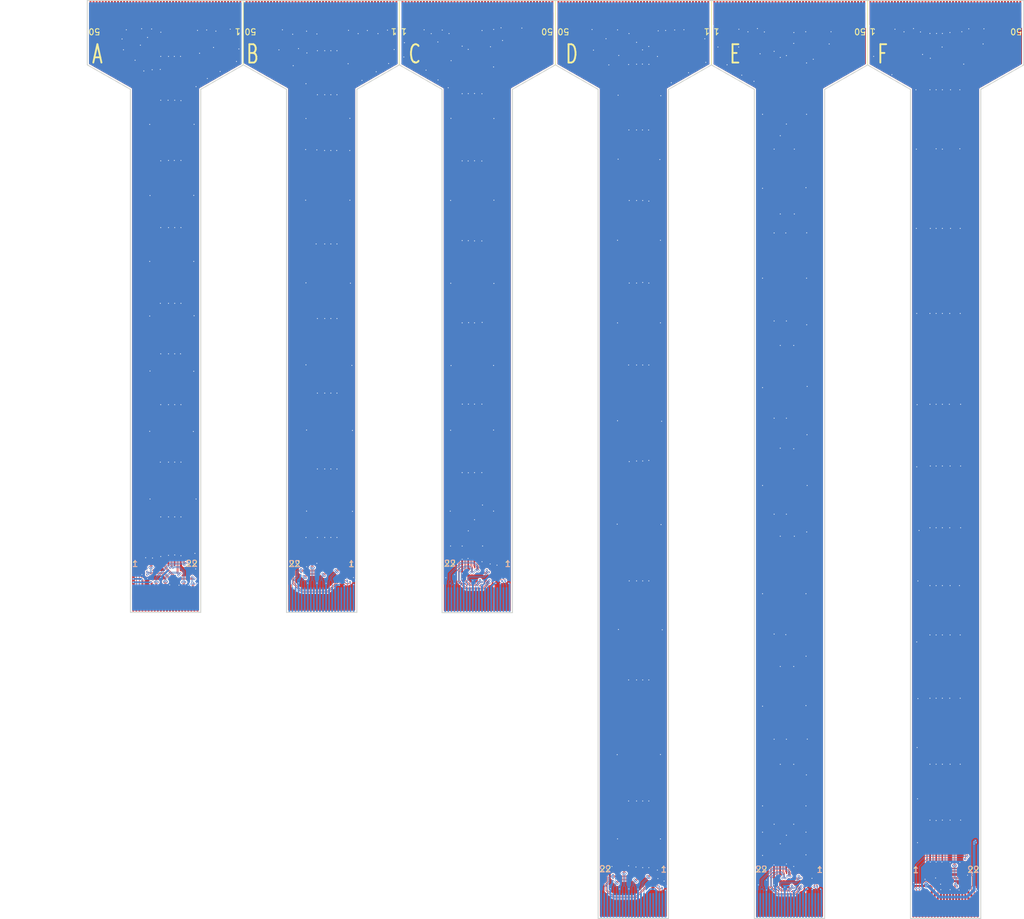
<source format=kicad_pcb>
(kicad_pcb (version 20171130) (host pcbnew 5.1.5+dfsg1-2~bpo10+1)
  (title_block (title "Antmicro Alvium flex CSI adapter") (rev 1.0.1) (comment 2 www.antmicro.com) (comment 3 "Antmicro Ltd."))
  (layers (0 F.Cu signal) (31 B.Cu signal) (34 B.Paste user) (35 F.Paste user) (36 B.SilkS user) (37 F.SilkS user) (38 B.Mask user) (39 F.Mask user) (44 Edge.Cuts user))
  (net 0 "")
  (net 1 /F1_GND)
  (net 2 /F1_CSI0_D0_P)
  (net 3 /F1_CSI0_D0_N)
  (net 4 /F1_CSI0_D1_P)
  (net 5 /F1_CSI0_D1_N)
  (net 6 /F1_CSI0_CLK_P)
  (net 7 /F1_CSI0_CLK_N)
  (net 8 /F1_CSI1_D0_P)
  (net 9 /F1_CSI1_D0_N)
  (net 10 /F1_CSI1_D1_P)
  (net 11 /F1_CSI1_D1_N)
  (net 12 /F1_5V)
  (net 13 /F1_SDA)
  (net 14 /F1_SCL)
  (net 15 /F2_GND)
  (net 16 /F2_CSI0_D0_P)
  (net 17 /F2_CSI0_D0_N)
  (net 18 /F2_CSI0_D1_P)
  (net 19 /F2_CSI0_D1_N)
  (net 20 /F2_CSI0_CLK_P)
  (net 21 /F2_CSI0_CLK_N)
  (net 22 /F2_CSI1_D0_P)
  (net 23 /F2_CSI1_D0_N)
  (net 24 /F2_CSI1_D1_P)
  (net 25 /F2_CSI1_D1_N)
  (net 26 /F2_5V)
  (net 27 /F2_SDA)
  (net 28 /F2_SCL)
  (net 29 /F3_GND)
  (net 30 /F3_CSI0_D0_P)
  (net 31 /F3_CSI0_D0_N)
  (net 32 /F3_CSI0_D1_P)
  (net 33 /F3_CSI0_D1_N)
  (net 34 /F3_CSI0_CLK_P)
  (net 35 /F3_CSI0_CLK_N)
  (net 36 /F3_CSI1_D0_P)
  (net 37 /F3_CSI1_D0_N)
  (net 38 /F3_CSI1_D1_P)
  (net 39 /F3_CSI1_D1_N)
  (net 40 /F3_5V)
  (net 41 /F3_SDA)
  (net 42 /F3_SCL)
  (net 43 /F4_GND)
  (net 44 /F4_CSI0_D0_P)
  (net 45 /F4_CSI0_D0_N)
  (net 46 /F4_CSI0_D1_P)
  (net 47 /F4_CSI0_D1_N)
  (net 48 /F4_CSI0_CLK_P)
  (net 49 /F4_CSI0_CLK_N)
  (net 50 /F4_CSI1_D0_P)
  (net 51 /F4_CSI1_D0_N)
  (net 52 /F4_CSI1_D1_P)
  (net 53 /F4_CSI1_D1_N)
  (net 54 /F4_5V)
  (net 55 /F4_SDA)
  (net 56 /F4_SCL)
  (net 57 /F5_GND)
  (net 58 /F5_CSI0_D0_P)
  (net 59 /F5_CSI0_D0_N)
  (net 60 /F5_CSI0_D1_P)
  (net 61 /F5_CSI0_D1_N)
  (net 62 /F5_CSI0_CLK_P)
  (net 63 /F5_CSI0_CLK_N)
  (net 64 /F5_CSI1_D0_P)
  (net 65 /F5_CSI1_D0_N)
  (net 66 /F5_CSI1_D1_P)
  (net 67 /F5_CSI1_D1_N)
  (net 68 /F5_5V)
  (net 69 /F5_SDA)
  (net 70 /F5_SCL)
  (net 71 /F6_GND)
  (net 72 /F6_CSI0_D0_P)
  (net 73 /F6_CSI0_D0_N)
  (net 74 /F6_CSI0_D1_P)
  (net 75 /F6_CSI0_D1_N)
  (net 76 /F6_CSI0_CLK_P)
  (net 77 /F6_CSI0_CLK_N)
  (net 78 /F6_CSI1_D0_P)
  (net 79 /F6_CSI1_D0_N)
  (net 80 /F6_CSI1_D1_P)
  (net 81 /F6_CSI1_D1_N)
  (net 82 /F6_5V)
  (net 83 /F6_SDA)
  (net 84 /F6_SCL)
  (module antmicro-alvium-flex-csi-adapter-footprints:WE_687622100002_FLEX (layer F.Cu) (at 290.4905 212.723)
    (fp_text reference J9 hide)
    (fp_text value WE_687622100002_FLEX hide)
    (pad 22 smd rect (at 5.5 -0.05) (size 0.3 4) (layers F.Cu F.Paste F.Mask) (net 57 /F5_GND))
    (pad 21 smd rect (at 5 -0.05) (size 0.3 4) (layers F.Cu F.Paste F.Mask) (net 58 /F5_CSI0_D0_P))
    (pad 20 smd rect (at 4.5 -0.05) (size 0.3 4) (layers F.Cu F.Paste F.Mask) (net 59 /F5_CSI0_D0_N))
    (pad 19 smd rect (at 4 -0.05) (size 0.3 4) (layers F.Cu F.Paste F.Mask) (net 57 /F5_GND))
    (pad 18 smd rect (at 3.5 -0.05) (size 0.3 4) (layers F.Cu F.Paste F.Mask) (net 60 /F5_CSI0_D1_P))
    (pad 17 smd rect (at 3 -0.05) (size 0.3 4) (layers F.Cu F.Paste F.Mask) (net 61 /F5_CSI0_D1_N))
    (pad 16 smd rect (at 2.5 -0.05) (size 0.3 4) (layers F.Cu F.Paste F.Mask) (net 57 /F5_GND))
    (pad 15 smd rect (at 2 -0.05) (size 0.3 4) (layers F.Cu F.Paste F.Mask) (net 62 /F5_CSI0_CLK_P))
    (pad 14 smd rect (at 1.5 -0.05) (size 0.3 4) (layers F.Cu F.Paste F.Mask) (net 63 /F5_CSI0_CLK_N))
    (pad 13 smd rect (at 1 -0.05) (size 0.3 4) (layers F.Cu F.Paste F.Mask) (net 57 /F5_GND))
    (pad 12 smd rect (at 0.5 -0.05) (size 0.3 4) (layers F.Cu F.Paste F.Mask) (net 64 /F5_CSI1_D0_P))
    (pad 11 smd rect (at 0 -0.05) (size 0.3 4) (layers F.Cu F.Paste F.Mask) (net 65 /F5_CSI1_D0_N))
    (pad 10 smd rect (at -0.5 -0.05) (size 0.3 4) (layers F.Cu F.Paste F.Mask) (net 57 /F5_GND))
    (pad 9 smd rect (at -1 -0.05) (size 0.3 4) (layers F.Cu F.Paste F.Mask) (net 66 /F5_CSI1_D1_P))
    (pad 8 smd rect (at -1.5 -0.05) (size 0.3 4) (layers F.Cu F.Paste F.Mask) (net 67 /F5_CSI1_D1_N))
    (pad 7 smd rect (at -2 -0.05) (size 0.3 4) (layers F.Cu F.Paste F.Mask) (net 68 /F5_5V))
    (pad 6 smd rect (at -2.5 -0.05) (size 0.3 4) (layers F.Cu F.Paste F.Mask))
    (pad 5 smd rect (at -3 -0.05) (size 0.3 4) (layers F.Cu F.Paste F.Mask))
    (pad 4 smd rect (at -3.5 -0.05) (size 0.3 4) (layers F.Cu F.Paste F.Mask) (net 68 /F5_5V))
    (pad 3 smd rect (at -4 -0.05) (size 0.3 4) (layers F.Cu F.Paste F.Mask) (net 69 /F5_SDA))
    (pad 2 smd rect (at -4.5 -0.05) (size 0.3 4) (layers F.Cu F.Paste F.Mask) (net 70 /F5_SCL))
    (pad 1 smd rect (at -5 -0.05) (size 0.3 4) (layers F.Cu F.Paste F.Mask) (net 68 /F5_5V))
  )
  (module antmicro-alvium-flex-csi-adapter-footprints:WE_687650100002_FLEX (layer F.Cu) (at 290.727 66.75)
    (fp_text reference J12 hide)
    (fp_text value WE_687650100002_FLEX hide)
    (pad 1 smd rect (at -12.25 0) (size 0.3 4) (layers F.Cu F.Paste F.Mask))
    (pad 2 smd rect (at -11.75 0) (size 0.3 4) (layers F.Cu F.Paste F.Mask))
    (pad 3 smd rect (at -11.25 0) (size 0.3 4) (layers F.Cu F.Paste F.Mask))
    (pad 4 smd rect (at -10.75 0) (size 0.3 4) (layers F.Cu F.Paste F.Mask))
    (pad 5 smd rect (at -10.25 0) (size 0.3 4) (layers F.Cu F.Paste F.Mask))
    (pad 6 smd rect (at -9.75 0) (size 0.3 4) (layers F.Cu F.Paste F.Mask))
    (pad 7 smd rect (at -9.25 0) (size 0.3 4) (layers F.Cu F.Paste F.Mask))
    (pad 8 smd rect (at -8.75 0) (size 0.3 4) (layers F.Cu F.Paste F.Mask))
    (pad 9 smd rect (at -8.25 0) (size 0.3 4) (layers F.Cu F.Paste F.Mask) (net 57 /F5_GND))
    (pad 10 smd rect (at -7.75 0) (size 0.3 4) (layers F.Cu F.Paste F.Mask))
    (pad 11 smd rect (at -7.25 0) (size 0.3 4) (layers F.Cu F.Paste F.Mask))
    (pad 12 smd rect (at -6.75 0) (size 0.3 4) (layers F.Cu F.Paste F.Mask) (net 57 /F5_GND))
    (pad 13 smd rect (at -6.25 0) (size 0.3 4) (layers F.Cu F.Paste F.Mask))
    (pad 14 smd rect (at -5.75 0) (size 0.3 4) (layers F.Cu F.Paste F.Mask))
    (pad 15 smd rect (at -5.25 0) (size 0.3 4) (layers F.Cu F.Paste F.Mask) (net 57 /F5_GND))
    (pad 16 smd rect (at -4.75 0) (size 0.3 4) (layers F.Cu F.Paste F.Mask))
    (pad 17 smd rect (at -4.25 0) (size 0.3 4) (layers F.Cu F.Paste F.Mask))
    (pad 18 smd rect (at -3.75 0) (size 0.3 4) (layers F.Cu F.Paste F.Mask) (net 57 /F5_GND))
    (pad 19 smd rect (at -3.25 0) (size 0.3 4) (layers F.Cu F.Paste F.Mask) (net 67 /F5_CSI1_D1_N))
    (pad 20 smd rect (at -2.75 0) (size 0.3 4) (layers F.Cu F.Paste F.Mask) (net 66 /F5_CSI1_D1_P))
    (pad 21 smd rect (at -2.25 0) (size 0.3 4) (layers F.Cu F.Paste F.Mask) (net 65 /F5_CSI1_D0_N))
    (pad 22 smd rect (at -1.75 0) (size 0.3 4) (layers F.Cu F.Paste F.Mask) (net 64 /F5_CSI1_D0_P))
    (pad 23 smd rect (at -1.25 0) (size 0.3 4) (layers F.Cu F.Paste F.Mask) (net 61 /F5_CSI0_D1_N))
    (pad 24 smd rect (at -0.75 0) (size 0.3 4) (layers F.Cu F.Paste F.Mask) (net 60 /F5_CSI0_D1_P))
    (pad 25 smd rect (at -0.25 0) (size 0.3 4) (layers F.Cu F.Paste F.Mask) (net 59 /F5_CSI0_D0_N))
    (pad 26 smd rect (at 0.25 0) (size 0.3 4) (layers F.Cu F.Paste F.Mask) (net 58 /F5_CSI0_D0_P))
    (pad 27 smd rect (at 0.75 0) (size 0.3 4) (layers F.Cu F.Paste F.Mask) (net 57 /F5_GND))
    (pad 28 smd rect (at 1.25 0) (size 0.3 4) (layers F.Cu F.Paste F.Mask) (net 63 /F5_CSI0_CLK_N))
    (pad 29 smd rect (at 1.75 0) (size 0.3 4) (layers F.Cu F.Paste F.Mask) (net 62 /F5_CSI0_CLK_P))
    (pad 30 smd rect (at 2.25 0) (size 0.3 4) (layers F.Cu F.Paste F.Mask) (net 57 /F5_GND))
    (pad 31 smd rect (at 2.75 0) (size 0.3 4) (layers F.Cu F.Paste F.Mask))
    (pad 32 smd rect (at 3.25 0) (size 0.3 4) (layers F.Cu F.Paste F.Mask))
    (pad 33 smd rect (at 3.75 0) (size 0.3 4) (layers F.Cu F.Paste F.Mask))
    (pad 34 smd rect (at 4.25 0) (size 0.3 4) (layers F.Cu F.Paste F.Mask))
    (pad 35 smd rect (at 4.75 0) (size 0.3 4) (layers F.Cu F.Paste F.Mask))
    (pad 36 smd rect (at 5.25 0) (size 0.3 4) (layers F.Cu F.Paste F.Mask))
    (pad 37 smd rect (at 5.75 0) (size 0.3 4) (layers F.Cu F.Paste F.Mask))
    (pad 38 smd rect (at 6.25 0) (size 0.3 4) (layers F.Cu F.Paste F.Mask))
    (pad 39 smd rect (at 6.75 0) (size 0.3 4) (layers F.Cu F.Paste F.Mask))
    (pad 40 smd rect (at 7.25 0) (size 0.3 4) (layers F.Cu F.Paste F.Mask))
    (pad 41 smd rect (at 7.75 0) (size 0.3 4) (layers F.Cu F.Paste F.Mask) (net 69 /F5_SDA))
    (pad 42 smd rect (at 8.25 0) (size 0.3 4) (layers F.Cu F.Paste F.Mask) (net 70 /F5_SCL))
    (pad 43 smd rect (at 8.75 0) (size 0.3 4) (layers F.Cu F.Paste F.Mask))
    (pad 44 smd rect (at 9.25 0) (size 0.3 4) (layers F.Cu F.Paste F.Mask))
    (pad 45 smd rect (at 9.75 0) (size 0.3 4) (layers F.Cu F.Paste F.Mask))
    (pad 46 smd rect (at 10.25 0) (size 0.3 4) (layers F.Cu F.Paste F.Mask))
    (pad 47 smd rect (at 10.75 0) (size 0.3 4) (layers F.Cu F.Paste F.Mask))
    (pad 48 smd rect (at 11.25 0) (size 0.3 4) (layers F.Cu F.Paste F.Mask))
    (pad 49 smd rect (at 11.75 0) (size 0.3 4) (layers F.Cu F.Paste F.Mask) (net 68 /F5_5V))
    (pad 50 smd rect (at 12.25 0) (size 0.3 4) (layers F.Cu F.Paste F.Mask) (net 68 /F5_5V))
  )
  (module antmicro-alvium-flex-csi-adapter-footprints:WE_687622100002_FLEX (layer F.Cu) (at 163.173 162.6985)
    (fp_text reference J10 hide)
    (fp_text value WE_687622100002_FLEX hide)
    (pad 22 smd rect (at 5.25 -0.05) (size 0.3 4) (layers F.Cu F.Paste F.Mask) (net 71 /F6_GND))
    (pad 21 smd rect (at 4.75 -0.05) (size 0.3 4) (layers F.Cu F.Paste F.Mask) (net 72 /F6_CSI0_D0_P))
    (pad 20 smd rect (at 4.25 -0.05) (size 0.3 4) (layers F.Cu F.Paste F.Mask) (net 73 /F6_CSI0_D0_N))
    (pad 19 smd rect (at 3.75 -0.05) (size 0.3 4) (layers F.Cu F.Paste F.Mask) (net 71 /F6_GND))
    (pad 18 smd rect (at 3.25 -0.05) (size 0.3 4) (layers F.Cu F.Paste F.Mask) (net 74 /F6_CSI0_D1_P))
    (pad 17 smd rect (at 2.75 -0.05) (size 0.3 4) (layers F.Cu F.Paste F.Mask) (net 75 /F6_CSI0_D1_N))
    (pad 16 smd rect (at 2.25 -0.05) (size 0.3 4) (layers F.Cu F.Paste F.Mask) (net 71 /F6_GND))
    (pad 15 smd rect (at 1.75 -0.05) (size 0.3 4) (layers F.Cu F.Paste F.Mask) (net 76 /F6_CSI0_CLK_P))
    (pad 14 smd rect (at 1.25 -0.05) (size 0.3 4) (layers F.Cu F.Paste F.Mask) (net 77 /F6_CSI0_CLK_N))
    (pad 13 smd rect (at 0.75 -0.05) (size 0.3 4) (layers F.Cu F.Paste F.Mask) (net 71 /F6_GND))
    (pad 12 smd rect (at 0.25 -0.05) (size 0.3 4) (layers F.Cu F.Paste F.Mask) (net 78 /F6_CSI1_D0_P))
    (pad 11 smd rect (at -0.25 -0.05) (size 0.3 4) (layers F.Cu F.Paste F.Mask) (net 79 /F6_CSI1_D0_N))
    (pad 10 smd rect (at -0.75 -0.05) (size 0.3 4) (layers F.Cu F.Paste F.Mask) (net 71 /F6_GND))
    (pad 9 smd rect (at -1.25 -0.05) (size 0.3 4) (layers F.Cu F.Paste F.Mask) (net 80 /F6_CSI1_D1_P))
    (pad 8 smd rect (at -1.75 -0.05) (size 0.3 4) (layers F.Cu F.Paste F.Mask) (net 81 /F6_CSI1_D1_N))
    (pad 7 smd rect (at -2.25 -0.05) (size 0.3 4) (layers F.Cu F.Paste F.Mask) (net 82 /F6_5V))
    (pad 6 smd rect (at -2.75 -0.05) (size 0.3 4) (layers F.Cu F.Paste F.Mask))
    (pad 5 smd rect (at -3.25 -0.05) (size 0.3 4) (layers F.Cu F.Paste F.Mask))
    (pad 4 smd rect (at -3.75 -0.05) (size 0.3 4) (layers F.Cu F.Paste F.Mask) (net 82 /F6_5V))
    (pad 3 smd rect (at -4.25 -0.05) (size 0.3 4) (layers F.Cu F.Paste F.Mask) (net 83 /F6_SDA))
    (pad 2 smd rect (at -4.75 -0.05) (size 0.3 4) (layers F.Cu F.Paste F.Mask) (net 84 /F6_SCL))
    (pad 1 smd rect (at -5.25 -0.05) (size 0.3 4) (layers F.Cu F.Paste F.Mask) (net 82 /F6_5V))
  )
  (module antmicro-alvium-flex-csi-adapter-footprints:WE_687650100002_FLEX (layer F.Cu) (at 163.173 66.75 180)
    (fp_text reference J11 hide)
    (fp_text value WE_687650100002_FLEX hide)
    (pad 1 smd rect (at -12.25 0 180) (size 0.3 4) (layers F.Cu F.Paste F.Mask))
    (pad 2 smd rect (at -11.75 0 180) (size 0.3 4) (layers F.Cu F.Paste F.Mask))
    (pad 3 smd rect (at -11.25 0 180) (size 0.3 4) (layers F.Cu F.Paste F.Mask))
    (pad 4 smd rect (at -10.75 0 180) (size 0.3 4) (layers F.Cu F.Paste F.Mask))
    (pad 5 smd rect (at -10.25 0 180) (size 0.3 4) (layers F.Cu F.Paste F.Mask))
    (pad 6 smd rect (at -9.75 0 180) (size 0.3 4) (layers F.Cu F.Paste F.Mask))
    (pad 7 smd rect (at -9.25 0 180) (size 0.3 4) (layers F.Cu F.Paste F.Mask))
    (pad 8 smd rect (at -8.75 0 180) (size 0.3 4) (layers F.Cu F.Paste F.Mask))
    (pad 9 smd rect (at -8.25 0 180) (size 0.3 4) (layers F.Cu F.Paste F.Mask) (net 71 /F6_GND))
    (pad 10 smd rect (at -7.75 0 180) (size 0.3 4) (layers F.Cu F.Paste F.Mask))
    (pad 11 smd rect (at -7.25 0 180) (size 0.3 4) (layers F.Cu F.Paste F.Mask))
    (pad 12 smd rect (at -6.75 0 180) (size 0.3 4) (layers F.Cu F.Paste F.Mask) (net 71 /F6_GND))
    (pad 13 smd rect (at -6.25 0 180) (size 0.3 4) (layers F.Cu F.Paste F.Mask))
    (pad 14 smd rect (at -5.75 0 180) (size 0.3 4) (layers F.Cu F.Paste F.Mask))
    (pad 15 smd rect (at -5.25 0 180) (size 0.3 4) (layers F.Cu F.Paste F.Mask) (net 71 /F6_GND))
    (pad 16 smd rect (at -4.75 0 180) (size 0.3 4) (layers F.Cu F.Paste F.Mask))
    (pad 17 smd rect (at -4.25 0 180) (size 0.3 4) (layers F.Cu F.Paste F.Mask))
    (pad 18 smd rect (at -3.75 0 180) (size 0.3 4) (layers F.Cu F.Paste F.Mask) (net 71 /F6_GND))
    (pad 19 smd rect (at -3.25 0 180) (size 0.3 4) (layers F.Cu F.Paste F.Mask) (net 81 /F6_CSI1_D1_N))
    (pad 20 smd rect (at -2.75 0 180) (size 0.3 4) (layers F.Cu F.Paste F.Mask) (net 80 /F6_CSI1_D1_P))
    (pad 21 smd rect (at -2.25 0 180) (size 0.3 4) (layers F.Cu F.Paste F.Mask) (net 79 /F6_CSI1_D0_N))
    (pad 22 smd rect (at -1.75 0 180) (size 0.3 4) (layers F.Cu F.Paste F.Mask) (net 78 /F6_CSI1_D0_P))
    (pad 23 smd rect (at -1.25 0 180) (size 0.3 4) (layers F.Cu F.Paste F.Mask) (net 75 /F6_CSI0_D1_N))
    (pad 24 smd rect (at -0.75 0 180) (size 0.3 4) (layers F.Cu F.Paste F.Mask) (net 74 /F6_CSI0_D1_P))
    (pad 25 smd rect (at -0.25 0 180) (size 0.3 4) (layers F.Cu F.Paste F.Mask) (net 73 /F6_CSI0_D0_N))
    (pad 26 smd rect (at 0.25 0 180) (size 0.3 4) (layers F.Cu F.Paste F.Mask) (net 72 /F6_CSI0_D0_P))
    (pad 27 smd rect (at 0.75 0 180) (size 0.3 4) (layers F.Cu F.Paste F.Mask) (net 71 /F6_GND))
    (pad 28 smd rect (at 1.25 0 180) (size 0.3 4) (layers F.Cu F.Paste F.Mask) (net 77 /F6_CSI0_CLK_N))
    (pad 29 smd rect (at 1.75 0 180) (size 0.3 4) (layers F.Cu F.Paste F.Mask) (net 76 /F6_CSI0_CLK_P))
    (pad 30 smd rect (at 2.25 0 180) (size 0.3 4) (layers F.Cu F.Paste F.Mask) (net 71 /F6_GND))
    (pad 31 smd rect (at 2.75 0 180) (size 0.3 4) (layers F.Cu F.Paste F.Mask))
    (pad 32 smd rect (at 3.25 0 180) (size 0.3 4) (layers F.Cu F.Paste F.Mask))
    (pad 33 smd rect (at 3.75 0 180) (size 0.3 4) (layers F.Cu F.Paste F.Mask))
    (pad 34 smd rect (at 4.25 0 180) (size 0.3 4) (layers F.Cu F.Paste F.Mask))
    (pad 35 smd rect (at 4.75 0 180) (size 0.3 4) (layers F.Cu F.Paste F.Mask))
    (pad 36 smd rect (at 5.25 0 180) (size 0.3 4) (layers F.Cu F.Paste F.Mask))
    (pad 37 smd rect (at 5.75 0 180) (size 0.3 4) (layers F.Cu F.Paste F.Mask))
    (pad 38 smd rect (at 6.25 0 180) (size 0.3 4) (layers F.Cu F.Paste F.Mask))
    (pad 39 smd rect (at 6.75 0 180) (size 0.3 4) (layers F.Cu F.Paste F.Mask))
    (pad 40 smd rect (at 7.25 0 180) (size 0.3 4) (layers F.Cu F.Paste F.Mask))
    (pad 41 smd rect (at 7.75 0 180) (size 0.3 4) (layers F.Cu F.Paste F.Mask) (net 83 /F6_SDA))
    (pad 42 smd rect (at 8.25 0 180) (size 0.3 4) (layers F.Cu F.Paste F.Mask) (net 84 /F6_SCL))
    (pad 43 smd rect (at 8.75 0 180) (size 0.3 4) (layers F.Cu F.Paste F.Mask))
    (pad 44 smd rect (at 9.25 0 180) (size 0.3 4) (layers F.Cu F.Paste F.Mask))
    (pad 45 smd rect (at 9.75 0 180) (size 0.3 4) (layers F.Cu F.Paste F.Mask))
    (pad 46 smd rect (at 10.25 0 180) (size 0.3 4) (layers F.Cu F.Paste F.Mask))
    (pad 47 smd rect (at 10.75 0 180) (size 0.3 4) (layers F.Cu F.Paste F.Mask))
    (pad 48 smd rect (at 11.25 0 180) (size 0.3 4) (layers F.Cu F.Paste F.Mask))
    (pad 49 smd rect (at 11.75 0 180) (size 0.3 4) (layers F.Cu F.Paste F.Mask) (net 82 /F6_5V))
    (pad 50 smd rect (at 12.25 0 180) (size 0.3 4) (layers F.Cu F.Paste F.Mask) (net 82 /F6_5V))
  )
  (module antmicro-alvium-flex-csi-adapter-footprints:WE_687650100002_FLEX (layer F.Cu) (at 265.2 66.75)
    (fp_text reference J8 hide)
    (fp_text value WE_687650100002_FLEX hide)
    (pad 50 smd rect (at 12.25 0) (size 0.3 4) (layers F.Cu F.Paste F.Mask) (net 54 /F4_5V))
    (pad 49 smd rect (at 11.75 0) (size 0.3 4) (layers F.Cu F.Paste F.Mask) (net 54 /F4_5V))
    (pad 48 smd rect (at 11.25 0) (size 0.3 4) (layers F.Cu F.Paste F.Mask))
    (pad 47 smd rect (at 10.75 0) (size 0.3 4) (layers F.Cu F.Paste F.Mask))
    (pad 46 smd rect (at 10.25 0) (size 0.3 4) (layers F.Cu F.Paste F.Mask))
    (pad 45 smd rect (at 9.75 0) (size 0.3 4) (layers F.Cu F.Paste F.Mask))
    (pad 44 smd rect (at 9.25 0) (size 0.3 4) (layers F.Cu F.Paste F.Mask))
    (pad 43 smd rect (at 8.75 0) (size 0.3 4) (layers F.Cu F.Paste F.Mask))
    (pad 42 smd rect (at 8.25 0) (size 0.3 4) (layers F.Cu F.Paste F.Mask) (net 56 /F4_SCL))
    (pad 41 smd rect (at 7.75 0) (size 0.3 4) (layers F.Cu F.Paste F.Mask) (net 55 /F4_SDA))
    (pad 40 smd rect (at 7.25 0) (size 0.3 4) (layers F.Cu F.Paste F.Mask))
    (pad 39 smd rect (at 6.75 0) (size 0.3 4) (layers F.Cu F.Paste F.Mask))
    (pad 38 smd rect (at 6.25 0) (size 0.3 4) (layers F.Cu F.Paste F.Mask))
    (pad 37 smd rect (at 5.75 0) (size 0.3 4) (layers F.Cu F.Paste F.Mask))
    (pad 36 smd rect (at 5.25 0) (size 0.3 4) (layers F.Cu F.Paste F.Mask))
    (pad 35 smd rect (at 4.75 0) (size 0.3 4) (layers F.Cu F.Paste F.Mask))
    (pad 34 smd rect (at 4.25 0) (size 0.3 4) (layers F.Cu F.Paste F.Mask))
    (pad 33 smd rect (at 3.75 0) (size 0.3 4) (layers F.Cu F.Paste F.Mask))
    (pad 32 smd rect (at 3.25 0) (size 0.3 4) (layers F.Cu F.Paste F.Mask))
    (pad 31 smd rect (at 2.75 0) (size 0.3 4) (layers F.Cu F.Paste F.Mask))
    (pad 30 smd rect (at 2.25 0) (size 0.3 4) (layers F.Cu F.Paste F.Mask) (net 43 /F4_GND))
    (pad 29 smd rect (at 1.75 0) (size 0.3 4) (layers F.Cu F.Paste F.Mask) (net 48 /F4_CSI0_CLK_P))
    (pad 28 smd rect (at 1.25 0) (size 0.3 4) (layers F.Cu F.Paste F.Mask) (net 49 /F4_CSI0_CLK_N))
    (pad 27 smd rect (at 0.75 0) (size 0.3 4) (layers F.Cu F.Paste F.Mask) (net 43 /F4_GND))
    (pad 26 smd rect (at 0.25 0) (size 0.3 4) (layers F.Cu F.Paste F.Mask) (net 44 /F4_CSI0_D0_P))
    (pad 25 smd rect (at -0.25 0) (size 0.3 4) (layers F.Cu F.Paste F.Mask) (net 45 /F4_CSI0_D0_N))
    (pad 24 smd rect (at -0.75 0) (size 0.3 4) (layers F.Cu F.Paste F.Mask) (net 46 /F4_CSI0_D1_P))
    (pad 23 smd rect (at -1.25 0) (size 0.3 4) (layers F.Cu F.Paste F.Mask) (net 47 /F4_CSI0_D1_N))
    (pad 22 smd rect (at -1.75 0) (size 0.3 4) (layers F.Cu F.Paste F.Mask) (net 50 /F4_CSI1_D0_P))
    (pad 21 smd rect (at -2.25 0) (size 0.3 4) (layers F.Cu F.Paste F.Mask) (net 51 /F4_CSI1_D0_N))
    (pad 20 smd rect (at -2.75 0) (size 0.3 4) (layers F.Cu F.Paste F.Mask) (net 52 /F4_CSI1_D1_P))
    (pad 19 smd rect (at -3.25 0) (size 0.3 4) (layers F.Cu F.Paste F.Mask) (net 53 /F4_CSI1_D1_N))
    (pad 18 smd rect (at -3.75 0) (size 0.3 4) (layers F.Cu F.Paste F.Mask) (net 43 /F4_GND))
    (pad 17 smd rect (at -4.25 0) (size 0.3 4) (layers F.Cu F.Paste F.Mask))
    (pad 16 smd rect (at -4.75 0) (size 0.3 4) (layers F.Cu F.Paste F.Mask))
    (pad 15 smd rect (at -5.25 0) (size 0.3 4) (layers F.Cu F.Paste F.Mask) (net 43 /F4_GND))
    (pad 14 smd rect (at -5.75 0) (size 0.3 4) (layers F.Cu F.Paste F.Mask))
    (pad 13 smd rect (at -6.25 0) (size 0.3 4) (layers F.Cu F.Paste F.Mask))
    (pad 12 smd rect (at -6.75 0) (size 0.3 4) (layers F.Cu F.Paste F.Mask) (net 43 /F4_GND))
    (pad 11 smd rect (at -7.25 0) (size 0.3 4) (layers F.Cu F.Paste F.Mask))
    (pad 10 smd rect (at -7.75 0) (size 0.3 4) (layers F.Cu F.Paste F.Mask))
    (pad 9 smd rect (at -8.25 0) (size 0.3 4) (layers F.Cu F.Paste F.Mask) (net 43 /F4_GND))
    (pad 8 smd rect (at -8.75 0) (size 0.3 4) (layers F.Cu F.Paste F.Mask))
    (pad 7 smd rect (at -9.25 0) (size 0.3 4) (layers F.Cu F.Paste F.Mask))
    (pad 6 smd rect (at -9.75 0) (size 0.3 4) (layers F.Cu F.Paste F.Mask))
    (pad 5 smd rect (at -10.25 0) (size 0.3 4) (layers F.Cu F.Paste F.Mask))
    (pad 4 smd rect (at -10.75 0) (size 0.3 4) (layers F.Cu F.Paste F.Mask))
    (pad 3 smd rect (at -11.25 0) (size 0.3 4) (layers F.Cu F.Paste F.Mask))
    (pad 2 smd rect (at -11.75 0) (size 0.3 4) (layers F.Cu F.Paste F.Mask))
    (pad 1 smd rect (at -12.25 0) (size 0.3 4) (layers F.Cu F.Paste F.Mask))
  )
  (module antmicro-alvium-flex-csi-adapter-footprints:WE_687622100002_FLEX (layer B.Cu) (at 265.2 212.75 180)
    (fp_text reference J7 hide)
    (fp_text value WE_687622100002_FLEX hide)
    (pad 1 smd rect (at -5.25 0.05 180) (size 0.3 4) (layers B.Cu B.Paste B.Mask) (net 54 /F4_5V))
    (pad 2 smd rect (at -4.75 0.05 180) (size 0.3 4) (layers B.Cu B.Paste B.Mask) (net 56 /F4_SCL))
    (pad 3 smd rect (at -4.25 0.05 180) (size 0.3 4) (layers B.Cu B.Paste B.Mask) (net 55 /F4_SDA))
    (pad 4 smd rect (at -3.75 0.05 180) (size 0.3 4) (layers B.Cu B.Paste B.Mask) (net 54 /F4_5V))
    (pad 5 smd rect (at -3.25 0.05 180) (size 0.3 4) (layers B.Cu B.Paste B.Mask))
    (pad 6 smd rect (at -2.75 0.05 180) (size 0.3 4) (layers B.Cu B.Paste B.Mask))
    (pad 7 smd rect (at -2.25 0.05 180) (size 0.3 4) (layers B.Cu B.Paste B.Mask) (net 54 /F4_5V))
    (pad 8 smd rect (at -1.75 0.05 180) (size 0.3 4) (layers B.Cu B.Paste B.Mask) (net 53 /F4_CSI1_D1_N))
    (pad 9 smd rect (at -1.25 0.05 180) (size 0.3 4) (layers B.Cu B.Paste B.Mask) (net 52 /F4_CSI1_D1_P))
    (pad 10 smd rect (at -0.75 0.05 180) (size 0.3 4) (layers B.Cu B.Paste B.Mask) (net 43 /F4_GND))
    (pad 11 smd rect (at -0.25 0.05 180) (size 0.3 4) (layers B.Cu B.Paste B.Mask) (net 51 /F4_CSI1_D0_N))
    (pad 12 smd rect (at 0.25 0.05 180) (size 0.3 4) (layers B.Cu B.Paste B.Mask) (net 50 /F4_CSI1_D0_P))
    (pad 13 smd rect (at 0.75 0.05 180) (size 0.3 4) (layers B.Cu B.Paste B.Mask) (net 43 /F4_GND))
    (pad 14 smd rect (at 1.25 0.05 180) (size 0.3 4) (layers B.Cu B.Paste B.Mask) (net 49 /F4_CSI0_CLK_N))
    (pad 15 smd rect (at 1.75 0.05 180) (size 0.3 4) (layers B.Cu B.Paste B.Mask) (net 48 /F4_CSI0_CLK_P))
    (pad 16 smd rect (at 2.25 0.05 180) (size 0.3 4) (layers B.Cu B.Paste B.Mask) (net 43 /F4_GND))
    (pad 17 smd rect (at 2.75 0.05 180) (size 0.3 4) (layers B.Cu B.Paste B.Mask) (net 47 /F4_CSI0_D1_N))
    (pad 18 smd rect (at 3.25 0.05 180) (size 0.3 4) (layers B.Cu B.Paste B.Mask) (net 46 /F4_CSI0_D1_P))
    (pad 19 smd rect (at 3.75 0.05 180) (size 0.3 4) (layers B.Cu B.Paste B.Mask) (net 43 /F4_GND))
    (pad 20 smd rect (at 4.25 0.05 180) (size 0.3 4) (layers B.Cu B.Paste B.Mask) (net 45 /F4_CSI0_D0_N))
    (pad 21 smd rect (at 4.75 0.05 180) (size 0.3 4) (layers B.Cu B.Paste B.Mask) (net 44 /F4_CSI0_D0_P))
    (pad 22 smd rect (at 5.25 0.05 180) (size 0.3 4) (layers B.Cu B.Paste B.Mask) (net 43 /F4_GND))
  )
  (module antmicro-alvium-flex-csi-adapter-footprints:WE_687650100002_FLEX (layer F.Cu) (at 239.7 66.75 180)
    (fp_text reference J6 hide)
    (fp_text value WE_687650100002_FLEX hide)
    (pad 50 smd rect (at 12.25 0 180) (size 0.3 4) (layers F.Cu F.Paste F.Mask) (net 40 /F3_5V))
    (pad 49 smd rect (at 11.75 0 180) (size 0.3 4) (layers F.Cu F.Paste F.Mask) (net 40 /F3_5V))
    (pad 48 smd rect (at 11.25 0 180) (size 0.3 4) (layers F.Cu F.Paste F.Mask))
    (pad 47 smd rect (at 10.75 0 180) (size 0.3 4) (layers F.Cu F.Paste F.Mask))
    (pad 46 smd rect (at 10.25 0 180) (size 0.3 4) (layers F.Cu F.Paste F.Mask))
    (pad 45 smd rect (at 9.75 0 180) (size 0.3 4) (layers F.Cu F.Paste F.Mask))
    (pad 44 smd rect (at 9.25 0 180) (size 0.3 4) (layers F.Cu F.Paste F.Mask))
    (pad 43 smd rect (at 8.75 0 180) (size 0.3 4) (layers F.Cu F.Paste F.Mask))
    (pad 42 smd rect (at 8.25 0 180) (size 0.3 4) (layers F.Cu F.Paste F.Mask) (net 42 /F3_SCL))
    (pad 41 smd rect (at 7.75 0 180) (size 0.3 4) (layers F.Cu F.Paste F.Mask) (net 41 /F3_SDA))
    (pad 40 smd rect (at 7.25 0 180) (size 0.3 4) (layers F.Cu F.Paste F.Mask))
    (pad 39 smd rect (at 6.75 0 180) (size 0.3 4) (layers F.Cu F.Paste F.Mask))
    (pad 38 smd rect (at 6.25 0 180) (size 0.3 4) (layers F.Cu F.Paste F.Mask))
    (pad 37 smd rect (at 5.75 0 180) (size 0.3 4) (layers F.Cu F.Paste F.Mask))
    (pad 36 smd rect (at 5.25 0 180) (size 0.3 4) (layers F.Cu F.Paste F.Mask))
    (pad 35 smd rect (at 4.75 0 180) (size 0.3 4) (layers F.Cu F.Paste F.Mask))
    (pad 34 smd rect (at 4.25 0 180) (size 0.3 4) (layers F.Cu F.Paste F.Mask))
    (pad 33 smd rect (at 3.75 0 180) (size 0.3 4) (layers F.Cu F.Paste F.Mask))
    (pad 32 smd rect (at 3.25 0 180) (size 0.3 4) (layers F.Cu F.Paste F.Mask))
    (pad 31 smd rect (at 2.75 0 180) (size 0.3 4) (layers F.Cu F.Paste F.Mask))
    (pad 30 smd rect (at 2.25 0 180) (size 0.3 4) (layers F.Cu F.Paste F.Mask) (net 29 /F3_GND))
    (pad 29 smd rect (at 1.75 0 180) (size 0.3 4) (layers F.Cu F.Paste F.Mask) (net 34 /F3_CSI0_CLK_P))
    (pad 28 smd rect (at 1.25 0 180) (size 0.3 4) (layers F.Cu F.Paste F.Mask) (net 35 /F3_CSI0_CLK_N))
    (pad 27 smd rect (at 0.75 0 180) (size 0.3 4) (layers F.Cu F.Paste F.Mask) (net 29 /F3_GND))
    (pad 26 smd rect (at 0.25 0 180) (size 0.3 4) (layers F.Cu F.Paste F.Mask) (net 30 /F3_CSI0_D0_P))
    (pad 25 smd rect (at -0.25 0 180) (size 0.3 4) (layers F.Cu F.Paste F.Mask) (net 31 /F3_CSI0_D0_N))
    (pad 24 smd rect (at -0.75 0 180) (size 0.3 4) (layers F.Cu F.Paste F.Mask) (net 32 /F3_CSI0_D1_P))
    (pad 23 smd rect (at -1.25 0 180) (size 0.3 4) (layers F.Cu F.Paste F.Mask) (net 33 /F3_CSI0_D1_N))
    (pad 22 smd rect (at -1.75 0 180) (size 0.3 4) (layers F.Cu F.Paste F.Mask) (net 36 /F3_CSI1_D0_P))
    (pad 21 smd rect (at -2.25 0 180) (size 0.3 4) (layers F.Cu F.Paste F.Mask) (net 37 /F3_CSI1_D0_N))
    (pad 20 smd rect (at -2.75 0 180) (size 0.3 4) (layers F.Cu F.Paste F.Mask) (net 38 /F3_CSI1_D1_P))
    (pad 19 smd rect (at -3.25 0 180) (size 0.3 4) (layers F.Cu F.Paste F.Mask) (net 39 /F3_CSI1_D1_N))
    (pad 18 smd rect (at -3.75 0 180) (size 0.3 4) (layers F.Cu F.Paste F.Mask) (net 29 /F3_GND))
    (pad 17 smd rect (at -4.25 0 180) (size 0.3 4) (layers F.Cu F.Paste F.Mask))
    (pad 16 smd rect (at -4.75 0 180) (size 0.3 4) (layers F.Cu F.Paste F.Mask))
    (pad 15 smd rect (at -5.25 0 180) (size 0.3 4) (layers F.Cu F.Paste F.Mask) (net 29 /F3_GND))
    (pad 14 smd rect (at -5.75 0 180) (size 0.3 4) (layers F.Cu F.Paste F.Mask))
    (pad 13 smd rect (at -6.25 0 180) (size 0.3 4) (layers F.Cu F.Paste F.Mask))
    (pad 12 smd rect (at -6.75 0 180) (size 0.3 4) (layers F.Cu F.Paste F.Mask) (net 29 /F3_GND))
    (pad 11 smd rect (at -7.25 0 180) (size 0.3 4) (layers F.Cu F.Paste F.Mask))
    (pad 10 smd rect (at -7.75 0 180) (size 0.3 4) (layers F.Cu F.Paste F.Mask))
    (pad 9 smd rect (at -8.25 0 180) (size 0.3 4) (layers F.Cu F.Paste F.Mask) (net 29 /F3_GND))
    (pad 8 smd rect (at -8.75 0 180) (size 0.3 4) (layers F.Cu F.Paste F.Mask))
    (pad 7 smd rect (at -9.25 0 180) (size 0.3 4) (layers F.Cu F.Paste F.Mask))
    (pad 6 smd rect (at -9.75 0 180) (size 0.3 4) (layers F.Cu F.Paste F.Mask))
    (pad 5 smd rect (at -10.25 0 180) (size 0.3 4) (layers F.Cu F.Paste F.Mask))
    (pad 4 smd rect (at -10.75 0 180) (size 0.3 4) (layers F.Cu F.Paste F.Mask))
    (pad 3 smd rect (at -11.25 0 180) (size 0.3 4) (layers F.Cu F.Paste F.Mask))
    (pad 2 smd rect (at -11.75 0 180) (size 0.3 4) (layers F.Cu F.Paste F.Mask))
    (pad 1 smd rect (at -12.25 0 180) (size 0.3 4) (layers F.Cu F.Paste F.Mask))
  )
  (module antmicro-alvium-flex-csi-adapter-footprints:WE_687622100002_FLEX (layer B.Cu) (at 239.7 212.75 180)
    (fp_text reference J5 hide)
    (fp_text value WE_687622100002_FLEX hide)
    (pad 1 smd rect (at -5.25 0.05 180) (size 0.3 4) (layers B.Cu B.Paste B.Mask) (net 40 /F3_5V))
    (pad 2 smd rect (at -4.75 0.05 180) (size 0.3 4) (layers B.Cu B.Paste B.Mask) (net 42 /F3_SCL))
    (pad 3 smd rect (at -4.25 0.05 180) (size 0.3 4) (layers B.Cu B.Paste B.Mask) (net 41 /F3_SDA))
    (pad 4 smd rect (at -3.75 0.05 180) (size 0.3 4) (layers B.Cu B.Paste B.Mask) (net 40 /F3_5V))
    (pad 5 smd rect (at -3.25 0.05 180) (size 0.3 4) (layers B.Cu B.Paste B.Mask))
    (pad 6 smd rect (at -2.75 0.05 180) (size 0.3 4) (layers B.Cu B.Paste B.Mask))
    (pad 7 smd rect (at -2.25 0.05 180) (size 0.3 4) (layers B.Cu B.Paste B.Mask) (net 40 /F3_5V))
    (pad 8 smd rect (at -1.75 0.05 180) (size 0.3 4) (layers B.Cu B.Paste B.Mask) (net 39 /F3_CSI1_D1_N))
    (pad 9 smd rect (at -1.25 0.05 180) (size 0.3 4) (layers B.Cu B.Paste B.Mask) (net 38 /F3_CSI1_D1_P))
    (pad 10 smd rect (at -0.75 0.05 180) (size 0.3 4) (layers B.Cu B.Paste B.Mask) (net 29 /F3_GND))
    (pad 11 smd rect (at -0.25 0.05 180) (size 0.3 4) (layers B.Cu B.Paste B.Mask) (net 37 /F3_CSI1_D0_N))
    (pad 12 smd rect (at 0.25 0.05 180) (size 0.3 4) (layers B.Cu B.Paste B.Mask) (net 36 /F3_CSI1_D0_P))
    (pad 13 smd rect (at 0.75 0.05 180) (size 0.3 4) (layers B.Cu B.Paste B.Mask) (net 29 /F3_GND))
    (pad 14 smd rect (at 1.25 0.05 180) (size 0.3 4) (layers B.Cu B.Paste B.Mask) (net 35 /F3_CSI0_CLK_N))
    (pad 15 smd rect (at 1.75 0.05 180) (size 0.3 4) (layers B.Cu B.Paste B.Mask) (net 34 /F3_CSI0_CLK_P))
    (pad 16 smd rect (at 2.25 0.05 180) (size 0.3 4) (layers B.Cu B.Paste B.Mask) (net 29 /F3_GND))
    (pad 17 smd rect (at 2.75 0.05 180) (size 0.3 4) (layers B.Cu B.Paste B.Mask) (net 33 /F3_CSI0_D1_N))
    (pad 18 smd rect (at 3.25 0.05 180) (size 0.3 4) (layers B.Cu B.Paste B.Mask) (net 32 /F3_CSI0_D1_P))
    (pad 19 smd rect (at 3.75 0.05 180) (size 0.3 4) (layers B.Cu B.Paste B.Mask) (net 29 /F3_GND))
    (pad 20 smd rect (at 4.25 0.05 180) (size 0.3 4) (layers B.Cu B.Paste B.Mask) (net 31 /F3_CSI0_D0_N))
    (pad 21 smd rect (at 4.75 0.05 180) (size 0.3 4) (layers B.Cu B.Paste B.Mask) (net 30 /F3_CSI0_D0_P))
    (pad 22 smd rect (at 5.25 0.05 180) (size 0.3 4) (layers B.Cu B.Paste B.Mask) (net 29 /F3_GND))
  )
  (module antmicro-alvium-flex-csi-adapter-footprints:WE_687622100002_FLEX (layer B.Cu) (at 214.2 162.75 180)
    (fp_text reference J3 hide)
    (fp_text value WE_687622100002_FLEX hide)
    (pad 1 smd rect (at -5.25 0.05 180) (size 0.3 4) (layers B.Cu B.Paste B.Mask) (net 26 /F2_5V))
    (pad 2 smd rect (at -4.75 0.05 180) (size 0.3 4) (layers B.Cu B.Paste B.Mask) (net 28 /F2_SCL))
    (pad 3 smd rect (at -4.25 0.05 180) (size 0.3 4) (layers B.Cu B.Paste B.Mask) (net 27 /F2_SDA))
    (pad 4 smd rect (at -3.75 0.05 180) (size 0.3 4) (layers B.Cu B.Paste B.Mask) (net 26 /F2_5V))
    (pad 5 smd rect (at -3.25 0.05 180) (size 0.3 4) (layers B.Cu B.Paste B.Mask))
    (pad 6 smd rect (at -2.75 0.05 180) (size 0.3 4) (layers B.Cu B.Paste B.Mask))
    (pad 7 smd rect (at -2.25 0.05 180) (size 0.3 4) (layers B.Cu B.Paste B.Mask) (net 26 /F2_5V))
    (pad 8 smd rect (at -1.75 0.05 180) (size 0.3 4) (layers B.Cu B.Paste B.Mask) (net 25 /F2_CSI1_D1_N))
    (pad 9 smd rect (at -1.25 0.05 180) (size 0.3 4) (layers B.Cu B.Paste B.Mask) (net 24 /F2_CSI1_D1_P))
    (pad 10 smd rect (at -0.75 0.05 180) (size 0.3 4) (layers B.Cu B.Paste B.Mask) (net 15 /F2_GND))
    (pad 11 smd rect (at -0.25 0.05 180) (size 0.3 4) (layers B.Cu B.Paste B.Mask) (net 23 /F2_CSI1_D0_N))
    (pad 12 smd rect (at 0.25 0.05 180) (size 0.3 4) (layers B.Cu B.Paste B.Mask) (net 22 /F2_CSI1_D0_P))
    (pad 13 smd rect (at 0.75 0.05 180) (size 0.3 4) (layers B.Cu B.Paste B.Mask) (net 15 /F2_GND))
    (pad 14 smd rect (at 1.25 0.05 180) (size 0.3 4) (layers B.Cu B.Paste B.Mask) (net 21 /F2_CSI0_CLK_N))
    (pad 15 smd rect (at 1.75 0.05 180) (size 0.3 4) (layers B.Cu B.Paste B.Mask) (net 20 /F2_CSI0_CLK_P))
    (pad 16 smd rect (at 2.25 0.05 180) (size 0.3 4) (layers B.Cu B.Paste B.Mask) (net 15 /F2_GND))
    (pad 17 smd rect (at 2.75 0.05 180) (size 0.3 4) (layers B.Cu B.Paste B.Mask) (net 19 /F2_CSI0_D1_N))
    (pad 18 smd rect (at 3.25 0.05 180) (size 0.3 4) (layers B.Cu B.Paste B.Mask) (net 18 /F2_CSI0_D1_P))
    (pad 19 smd rect (at 3.75 0.05 180) (size 0.3 4) (layers B.Cu B.Paste B.Mask) (net 15 /F2_GND))
    (pad 20 smd rect (at 4.25 0.05 180) (size 0.3 4) (layers B.Cu B.Paste B.Mask) (net 17 /F2_CSI0_D0_N))
    (pad 21 smd rect (at 4.75 0.05 180) (size 0.3 4) (layers B.Cu B.Paste B.Mask) (net 16 /F2_CSI0_D0_P))
    (pad 22 smd rect (at 5.25 0.05 180) (size 0.3 4) (layers B.Cu B.Paste B.Mask) (net 15 /F2_GND))
  )
  (module antmicro-alvium-flex-csi-adapter-footprints:WE_687622100002_FLEX (layer B.Cu) (at 188.7 162.75 180)
    (fp_text reference J1 hide)
    (fp_text value WE_687622100002_FLEX hide)
    (pad 1 smd rect (at -5.25 0.05 180) (size 0.3 4) (layers B.Cu B.Paste B.Mask) (net 12 /F1_5V))
    (pad 2 smd rect (at -4.75 0.05 180) (size 0.3 4) (layers B.Cu B.Paste B.Mask) (net 14 /F1_SCL))
    (pad 3 smd rect (at -4.25 0.05 180) (size 0.3 4) (layers B.Cu B.Paste B.Mask) (net 13 /F1_SDA))
    (pad 4 smd rect (at -3.75 0.05 180) (size 0.3 4) (layers B.Cu B.Paste B.Mask) (net 12 /F1_5V))
    (pad 5 smd rect (at -3.25 0.05 180) (size 0.3 4) (layers B.Cu B.Paste B.Mask))
    (pad 6 smd rect (at -2.75 0.05 180) (size 0.3 4) (layers B.Cu B.Paste B.Mask))
    (pad 7 smd rect (at -2.25 0.05 180) (size 0.3 4) (layers B.Cu B.Paste B.Mask) (net 12 /F1_5V))
    (pad 8 smd rect (at -1.75 0.05 180) (size 0.3 4) (layers B.Cu B.Paste B.Mask) (net 11 /F1_CSI1_D1_N))
    (pad 9 smd rect (at -1.25 0.05 180) (size 0.3 4) (layers B.Cu B.Paste B.Mask) (net 10 /F1_CSI1_D1_P))
    (pad 10 smd rect (at -0.75 0.05 180) (size 0.3 4) (layers B.Cu B.Paste B.Mask) (net 1 /F1_GND))
    (pad 11 smd rect (at -0.25 0.05 180) (size 0.3 4) (layers B.Cu B.Paste B.Mask) (net 9 /F1_CSI1_D0_N))
    (pad 12 smd rect (at 0.25 0.05 180) (size 0.3 4) (layers B.Cu B.Paste B.Mask) (net 8 /F1_CSI1_D0_P))
    (pad 13 smd rect (at 0.75 0.05 180) (size 0.3 4) (layers B.Cu B.Paste B.Mask) (net 1 /F1_GND))
    (pad 14 smd rect (at 1.25 0.05 180) (size 0.3 4) (layers B.Cu B.Paste B.Mask) (net 7 /F1_CSI0_CLK_N))
    (pad 15 smd rect (at 1.75 0.05 180) (size 0.3 4) (layers B.Cu B.Paste B.Mask) (net 6 /F1_CSI0_CLK_P))
    (pad 16 smd rect (at 2.25 0.05 180) (size 0.3 4) (layers B.Cu B.Paste B.Mask) (net 1 /F1_GND))
    (pad 17 smd rect (at 2.75 0.05 180) (size 0.3 4) (layers B.Cu B.Paste B.Mask) (net 5 /F1_CSI0_D1_N))
    (pad 18 smd rect (at 3.25 0.05 180) (size 0.3 4) (layers B.Cu B.Paste B.Mask) (net 4 /F1_CSI0_D1_P))
    (pad 19 smd rect (at 3.75 0.05 180) (size 0.3 4) (layers B.Cu B.Paste B.Mask) (net 1 /F1_GND))
    (pad 20 smd rect (at 4.25 0.05 180) (size 0.3 4) (layers B.Cu B.Paste B.Mask) (net 3 /F1_CSI0_D0_N))
    (pad 21 smd rect (at 4.75 0.05 180) (size 0.3 4) (layers B.Cu B.Paste B.Mask) (net 2 /F1_CSI0_D0_P))
    (pad 22 smd rect (at 5.25 0.05 180) (size 0.3 4) (layers B.Cu B.Paste B.Mask) (net 1 /F1_GND))
  )
  (module antmicro-alvium-flex-csi-adapter-footprints:WE_687650100002_FLEX (layer F.Cu) (at 214.2 66.75)
    (fp_text reference J4 hide)
    (fp_text value WE_687650100002_FLEX hide)
    (pad 50 smd rect (at 12.25 0) (size 0.3 4) (layers F.Cu F.Paste F.Mask) (net 26 /F2_5V))
    (pad 49 smd rect (at 11.75 0) (size 0.3 4) (layers F.Cu F.Paste F.Mask) (net 26 /F2_5V))
    (pad 48 smd rect (at 11.25 0) (size 0.3 4) (layers F.Cu F.Paste F.Mask))
    (pad 47 smd rect (at 10.75 0) (size 0.3 4) (layers F.Cu F.Paste F.Mask))
    (pad 46 smd rect (at 10.25 0) (size 0.3 4) (layers F.Cu F.Paste F.Mask))
    (pad 45 smd rect (at 9.75 0) (size 0.3 4) (layers F.Cu F.Paste F.Mask))
    (pad 44 smd rect (at 9.25 0) (size 0.3 4) (layers F.Cu F.Paste F.Mask))
    (pad 43 smd rect (at 8.75 0) (size 0.3 4) (layers F.Cu F.Paste F.Mask))
    (pad 42 smd rect (at 8.25 0) (size 0.3 4) (layers F.Cu F.Paste F.Mask) (net 28 /F2_SCL))
    (pad 41 smd rect (at 7.75 0) (size 0.3 4) (layers F.Cu F.Paste F.Mask) (net 27 /F2_SDA))
    (pad 40 smd rect (at 7.25 0) (size 0.3 4) (layers F.Cu F.Paste F.Mask))
    (pad 39 smd rect (at 6.75 0) (size 0.3 4) (layers F.Cu F.Paste F.Mask))
    (pad 38 smd rect (at 6.25 0) (size 0.3 4) (layers F.Cu F.Paste F.Mask))
    (pad 37 smd rect (at 5.75 0) (size 0.3 4) (layers F.Cu F.Paste F.Mask))
    (pad 36 smd rect (at 5.25 0) (size 0.3 4) (layers F.Cu F.Paste F.Mask))
    (pad 35 smd rect (at 4.75 0) (size 0.3 4) (layers F.Cu F.Paste F.Mask))
    (pad 34 smd rect (at 4.25 0) (size 0.3 4) (layers F.Cu F.Paste F.Mask))
    (pad 33 smd rect (at 3.75 0) (size 0.3 4) (layers F.Cu F.Paste F.Mask))
    (pad 32 smd rect (at 3.25 0) (size 0.3 4) (layers F.Cu F.Paste F.Mask))
    (pad 31 smd rect (at 2.75 0) (size 0.3 4) (layers F.Cu F.Paste F.Mask))
    (pad 30 smd rect (at 2.25 0) (size 0.3 4) (layers F.Cu F.Paste F.Mask) (net 15 /F2_GND))
    (pad 29 smd rect (at 1.75 0) (size 0.3 4) (layers F.Cu F.Paste F.Mask) (net 20 /F2_CSI0_CLK_P))
    (pad 28 smd rect (at 1.25 0) (size 0.3 4) (layers F.Cu F.Paste F.Mask) (net 21 /F2_CSI0_CLK_N))
    (pad 27 smd rect (at 0.75 0) (size 0.3 4) (layers F.Cu F.Paste F.Mask) (net 15 /F2_GND))
    (pad 26 smd rect (at 0.25 0) (size 0.3 4) (layers F.Cu F.Paste F.Mask) (net 16 /F2_CSI0_D0_P))
    (pad 25 smd rect (at -0.25 0) (size 0.3 4) (layers F.Cu F.Paste F.Mask) (net 17 /F2_CSI0_D0_N))
    (pad 24 smd rect (at -0.75 0) (size 0.3 4) (layers F.Cu F.Paste F.Mask) (net 18 /F2_CSI0_D1_P))
    (pad 23 smd rect (at -1.25 0) (size 0.3 4) (layers F.Cu F.Paste F.Mask) (net 19 /F2_CSI0_D1_N))
    (pad 22 smd rect (at -1.75 0) (size 0.3 4) (layers F.Cu F.Paste F.Mask) (net 22 /F2_CSI1_D0_P))
    (pad 21 smd rect (at -2.25 0) (size 0.3 4) (layers F.Cu F.Paste F.Mask) (net 23 /F2_CSI1_D0_N))
    (pad 20 smd rect (at -2.75 0) (size 0.3 4) (layers F.Cu F.Paste F.Mask) (net 24 /F2_CSI1_D1_P))
    (pad 19 smd rect (at -3.25 0) (size 0.3 4) (layers F.Cu F.Paste F.Mask) (net 25 /F2_CSI1_D1_N))
    (pad 18 smd rect (at -3.75 0) (size 0.3 4) (layers F.Cu F.Paste F.Mask) (net 15 /F2_GND))
    (pad 17 smd rect (at -4.25 0) (size 0.3 4) (layers F.Cu F.Paste F.Mask))
    (pad 16 smd rect (at -4.75 0) (size 0.3 4) (layers F.Cu F.Paste F.Mask))
    (pad 15 smd rect (at -5.25 0) (size 0.3 4) (layers F.Cu F.Paste F.Mask) (net 15 /F2_GND))
    (pad 14 smd rect (at -5.75 0) (size 0.3 4) (layers F.Cu F.Paste F.Mask))
    (pad 13 smd rect (at -6.25 0) (size 0.3 4) (layers F.Cu F.Paste F.Mask))
    (pad 12 smd rect (at -6.75 0) (size 0.3 4) (layers F.Cu F.Paste F.Mask) (net 15 /F2_GND))
    (pad 11 smd rect (at -7.25 0) (size 0.3 4) (layers F.Cu F.Paste F.Mask))
    (pad 10 smd rect (at -7.75 0) (size 0.3 4) (layers F.Cu F.Paste F.Mask))
    (pad 9 smd rect (at -8.25 0) (size 0.3 4) (layers F.Cu F.Paste F.Mask) (net 15 /F2_GND))
    (pad 8 smd rect (at -8.75 0) (size 0.3 4) (layers F.Cu F.Paste F.Mask))
    (pad 7 smd rect (at -9.25 0) (size 0.3 4) (layers F.Cu F.Paste F.Mask))
    (pad 6 smd rect (at -9.75 0) (size 0.3 4) (layers F.Cu F.Paste F.Mask))
    (pad 5 smd rect (at -10.25 0) (size 0.3 4) (layers F.Cu F.Paste F.Mask))
    (pad 4 smd rect (at -10.75 0) (size 0.3 4) (layers F.Cu F.Paste F.Mask))
    (pad 3 smd rect (at -11.25 0) (size 0.3 4) (layers F.Cu F.Paste F.Mask))
    (pad 2 smd rect (at -11.75 0) (size 0.3 4) (layers F.Cu F.Paste F.Mask))
    (pad 1 smd rect (at -12.25 0) (size 0.3 4) (layers F.Cu F.Paste F.Mask))
  )
  (module antmicro-alvium-flex-csi-adapter-footprints:WE_687650100002_FLEX (layer F.Cu) (at 188.7 66.75 180)
    (fp_text reference J2 hide)
    (fp_text value WE_687650100002_FLEX hide)
    (pad 50 smd rect (at 12.25 0 180) (size 0.3 4) (layers F.Cu F.Paste F.Mask) (net 12 /F1_5V))
    (pad 49 smd rect (at 11.75 0 180) (size 0.3 4) (layers F.Cu F.Paste F.Mask) (net 12 /F1_5V))
    (pad 48 smd rect (at 11.25 0 180) (size 0.3 4) (layers F.Cu F.Paste F.Mask))
    (pad 47 smd rect (at 10.75 0 180) (size 0.3 4) (layers F.Cu F.Paste F.Mask))
    (pad 46 smd rect (at 10.25 0 180) (size 0.3 4) (layers F.Cu F.Paste F.Mask))
    (pad 45 smd rect (at 9.75 0 180) (size 0.3 4) (layers F.Cu F.Paste F.Mask))
    (pad 44 smd rect (at 9.25 0 180) (size 0.3 4) (layers F.Cu F.Paste F.Mask))
    (pad 43 smd rect (at 8.75 0 180) (size 0.3 4) (layers F.Cu F.Paste F.Mask))
    (pad 42 smd rect (at 8.25 0 180) (size 0.3 4) (layers F.Cu F.Paste F.Mask) (net 14 /F1_SCL))
    (pad 41 smd rect (at 7.75 0 180) (size 0.3 4) (layers F.Cu F.Paste F.Mask) (net 13 /F1_SDA))
    (pad 40 smd rect (at 7.25 0 180) (size 0.3 4) (layers F.Cu F.Paste F.Mask))
    (pad 39 smd rect (at 6.75 0 180) (size 0.3 4) (layers F.Cu F.Paste F.Mask))
    (pad 38 smd rect (at 6.25 0 180) (size 0.3 4) (layers F.Cu F.Paste F.Mask))
    (pad 37 smd rect (at 5.75 0 180) (size 0.3 4) (layers F.Cu F.Paste F.Mask))
    (pad 36 smd rect (at 5.25 0 180) (size 0.3 4) (layers F.Cu F.Paste F.Mask))
    (pad 35 smd rect (at 4.75 0 180) (size 0.3 4) (layers F.Cu F.Paste F.Mask))
    (pad 34 smd rect (at 4.25 0 180) (size 0.3 4) (layers F.Cu F.Paste F.Mask))
    (pad 33 smd rect (at 3.75 0 180) (size 0.3 4) (layers F.Cu F.Paste F.Mask))
    (pad 32 smd rect (at 3.25 0 180) (size 0.3 4) (layers F.Cu F.Paste F.Mask))
    (pad 31 smd rect (at 2.75 0 180) (size 0.3 4) (layers F.Cu F.Paste F.Mask))
    (pad 30 smd rect (at 2.25 0 180) (size 0.3 4) (layers F.Cu F.Paste F.Mask) (net 1 /F1_GND))
    (pad 29 smd rect (at 1.75 0 180) (size 0.3 4) (layers F.Cu F.Paste F.Mask) (net 6 /F1_CSI0_CLK_P))
    (pad 28 smd rect (at 1.25 0 180) (size 0.3 4) (layers F.Cu F.Paste F.Mask) (net 7 /F1_CSI0_CLK_N))
    (pad 27 smd rect (at 0.75 0 180) (size 0.3 4) (layers F.Cu F.Paste F.Mask) (net 1 /F1_GND))
    (pad 26 smd rect (at 0.25 0 180) (size 0.3 4) (layers F.Cu F.Paste F.Mask) (net 2 /F1_CSI0_D0_P))
    (pad 25 smd rect (at -0.25 0 180) (size 0.3 4) (layers F.Cu F.Paste F.Mask) (net 3 /F1_CSI0_D0_N))
    (pad 24 smd rect (at -0.75 0 180) (size 0.3 4) (layers F.Cu F.Paste F.Mask) (net 4 /F1_CSI0_D1_P))
    (pad 23 smd rect (at -1.25 0 180) (size 0.3 4) (layers F.Cu F.Paste F.Mask) (net 5 /F1_CSI0_D1_N))
    (pad 22 smd rect (at -1.75 0 180) (size 0.3 4) (layers F.Cu F.Paste F.Mask) (net 8 /F1_CSI1_D0_P))
    (pad 21 smd rect (at -2.25 0 180) (size 0.3 4) (layers F.Cu F.Paste F.Mask) (net 9 /F1_CSI1_D0_N))
    (pad 20 smd rect (at -2.75 0 180) (size 0.3 4) (layers F.Cu F.Paste F.Mask) (net 10 /F1_CSI1_D1_P))
    (pad 19 smd rect (at -3.25 0 180) (size 0.3 4) (layers F.Cu F.Paste F.Mask) (net 11 /F1_CSI1_D1_N))
    (pad 18 smd rect (at -3.75 0 180) (size 0.3 4) (layers F.Cu F.Paste F.Mask) (net 1 /F1_GND))
    (pad 17 smd rect (at -4.25 0 180) (size 0.3 4) (layers F.Cu F.Paste F.Mask))
    (pad 16 smd rect (at -4.75 0 180) (size 0.3 4) (layers F.Cu F.Paste F.Mask))
    (pad 15 smd rect (at -5.25 0 180) (size 0.3 4) (layers F.Cu F.Paste F.Mask) (net 1 /F1_GND))
    (pad 14 smd rect (at -5.75 0 180) (size 0.3 4) (layers F.Cu F.Paste F.Mask))
    (pad 13 smd rect (at -6.25 0 180) (size 0.3 4) (layers F.Cu F.Paste F.Mask))
    (pad 12 smd rect (at -6.75 0 180) (size 0.3 4) (layers F.Cu F.Paste F.Mask) (net 1 /F1_GND))
    (pad 11 smd rect (at -7.25 0 180) (size 0.3 4) (layers F.Cu F.Paste F.Mask))
    (pad 10 smd rect (at -7.75 0 180) (size 0.3 4) (layers F.Cu F.Paste F.Mask))
    (pad 9 smd rect (at -8.25 0 180) (size 0.3 4) (layers F.Cu F.Paste F.Mask) (net 1 /F1_GND))
    (pad 8 smd rect (at -8.75 0 180) (size 0.3 4) (layers F.Cu F.Paste F.Mask))
    (pad 7 smd rect (at -9.25 0 180) (size 0.3 4) (layers F.Cu F.Paste F.Mask))
    (pad 6 smd rect (at -9.75 0 180) (size 0.3 4) (layers F.Cu F.Paste F.Mask))
    (pad 5 smd rect (at -10.25 0 180) (size 0.3 4) (layers F.Cu F.Paste F.Mask))
    (pad 4 smd rect (at -10.75 0 180) (size 0.3 4) (layers F.Cu F.Paste F.Mask))
    (pad 3 smd rect (at -11.25 0 180) (size 0.3 4) (layers F.Cu F.Paste F.Mask))
    (pad 2 smd rect (at -11.75 0 180) (size 0.3 4) (layers F.Cu F.Paste F.Mask))
    (pad 1 smd rect (at -12.25 0 180) (size 0.3 4) (layers F.Cu F.Paste F.Mask))
  )
  (gr_text F (at 280.475 73.5) (layer F.SilkS) (effects (font (size 3 2) (thickness 0.3))))
  (gr_text E (at 256.35 73.5) (layer F.SilkS) (effects (font (size 3 2) (thickness 0.3))))
  (gr_text D (at 229.625 73.5) (layer F.SilkS) (effects (font (size 3 2) (thickness 0.3))))
  (gr_text C (at 203.95 73.5) (layer F.SilkS) (effects (font (size 3 2) (thickness 0.3))))
  (gr_text B (at 177.425 73.5) (layer F.SilkS) (effects (font (size 3 2) (thickness 0.3))))
  (gr_text A (at 152.05 73.5) (layer F.SilkS) (effects (font (size 3 2) (thickness 0.3))))
  (gr_text 1 (at 285.9022 206.907) (layer B.SilkS) (effects (font (size 1 1)) (justify mirror)))
  (gr_text 22 (at 295.275 206.875) (layer B.SilkS) (effects (font (size 1 1)) (justify mirror)))
  (gr_text 1 (at 158.2 156.825) (layer B.SilkS) (effects (font (size 1 1)) (justify mirror)))
  (gr_text 22 (at 167.475 156.825) (layer B.SilkS) (effects (font (size 1 1)) (justify mirror)))
  (gr_text 22 (at 184.275 156.85) (layer F.SilkS) (effects (font (size 1 1))))
  (gr_text 22 (at 209.7 156.8) (layer F.SilkS) (effects (font (size 1 1))))
  (gr_text 22 (at 235.125 206.75) (layer F.SilkS) (effects (font (size 1 1))))
  (gr_text 22 (at 260.6451 206.807) (layer F.SilkS) (effects (font (size 1 1))))
  (gr_text 1 (at 193.625 156.875) (layer F.SilkS) (effects (font (size 1 1))))
  (gr_text 1 (at 219.175 156.85) (layer F.SilkS) (effects (font (size 1 1))))
  (gr_text 1 (at 244.675 206.825) (layer F.SilkS) (effects (font (size 1 1))))
  (gr_text 1 (at 270.2 206.875) (layer F.SilkS) (effects (font (size 1 1))))
  (gr_line (start 285.016 214.846) (end 296.516 214.846) (layer Edge.Cuts) (width 0.15))
  (gr_line (start 303.536 64.736) (end 303.536 75.26) (layer Edge.Cuts) (width 0.15))
  (gr_line (start 278.009 75.26) (end 285.016 79.26) (layer Edge.Cuts) (width 0.15))
  (gr_text 1 (at 278.8065 69.798 180) (layer F.SilkS) (effects (font (size 1 1))))
  (gr_line (start 296.516 79.26) (end 303.536 75.26) (layer Edge.Cuts) (width 0.15))
  (gr_line (start 285.016 214.846) (end 285.016 79.26) (layer Edge.Cuts) (width 0.15))
  (gr_text 1 (at 285.8895 206.907) (layer F.SilkS) (effects (font (size 1 1))))
  (gr_text 22 (at 295.3165 206.85) (layer F.SilkS) (effects (font (size 1 1))))
  (gr_line (start 296.516 214.846) (end 296.516 79.26) (layer Edge.Cuts) (width 0.15))
  (gr_line (start 278.016 64.746) (end 278.016 75.296) (layer F.SilkS) (width 0.15))
  (gr_text 50 (at 302.3015 69.798 180) (layer F.SilkS) (effects (font (size 1 1))))
  (gr_text 1 (at 174.984 69.798 180) (layer F.SilkS) (effects (font (size 1 1))))
  (gr_text 50 (at 151.5525 69.798 180) (layer F.SilkS) (effects (font (size 1 1))))
  (gr_text 1 (at 158.225 156.85) (layer F.SilkS) (effects (font (size 1 1))))
  (gr_text 22 (at 167.475 156.8) (layer F.SilkS) (effects (font (size 1 1))))
  (gr_line (start 168.952 79.25) (end 175.929 75.25) (layer Edge.Cuts) (width 0.15))
  (gr_line (start 150.402 64.736) (end 150.402 75.25) (layer Edge.Cuts) (width 0.15))
  (gr_line (start 157.452 164.786) (end 168.952 164.786) (layer Edge.Cuts) (width 0.15))
  (gr_line (start 157.452 164.786) (end 157.452 79.25) (layer Edge.Cuts) (width 0.15))
  (gr_line (start 175.902 64.736) (end 175.902 75.286) (layer F.SilkS) (width 0.15))
  (gr_line (start 168.952 164.786) (end 168.952 79.25) (layer Edge.Cuts) (width 0.15))
  (gr_line (start 150.402 75.25) (end 157.452 79.25) (layer Edge.Cuts) (width 0.15))
  (gr_text 50 (at 276.7745 69.798 180) (layer F.SilkS) (effects (font (size 1 1))))
  (gr_text 50 (at 228.2605 69.798 180) (layer F.SilkS) (effects (font (size 1 1))))
  (gr_text 50 (at 225.5935 69.798 180) (layer F.SilkS) (effects (font (size 1 1))))
  (gr_text 1 (at 253.2795 69.798 180) (layer F.SilkS) (effects (font (size 1 1))))
  (gr_text 1 (at 251.692 69.798 180) (layer F.SilkS) (effects (font (size 1 1))))
  (gr_text 1 (at 202.162 69.798 180) (layer F.SilkS) (effects (font (size 1 1))))
  (gr_text 22 (at 235.075 206.775) (layer B.SilkS) (effects (font (size 1 1)) (justify mirror)))
  (gr_text 22 (at 209.725 156.775) (layer B.SilkS) (effects (font (size 1 1)) (justify mirror)))
  (gr_text 22 (at 184.325 156.85) (layer B.SilkS) (effects (font (size 1 1)) (justify mirror)))
  (gr_text 1 (at 193.55 156.85) (layer B.SilkS) (effects (font (size 1 1)) (justify mirror)))
  (gr_text 1 (at 219.15 156.85) (layer B.SilkS) (effects (font (size 1 1)) (justify mirror)))
  (gr_text 1 (at 244.65 206.825) (layer B.SilkS) (effects (font (size 1 1)) (justify mirror)))
  (gr_text 22 (at 260.607 206.807) (layer B.SilkS) (effects (font (size 1 1)) (justify mirror)))
  (gr_text 1 (at 270.15 206.875) (layer B.SilkS) (effects (font (size 1 1)) (justify mirror)))
  (gr_text 50 (at 177.0795 69.798 180) (layer F.SilkS) (effects (font (size 1 1))))
  (gr_text 1 (at 200.511 69.798 180) (layer F.SilkS) (effects (font (size 1 1))))
  (gr_line (start 233.949 214.846) (end 233.949 79.26) (layer Edge.Cuts) (width 0.15))
  (gr_line (start 252.469 75.26) (end 259.489 79.26) (layer Edge.Cuts) (width 0.15))
  (gr_line (start 252.489 64.746) (end 252.489 75.296) (layer F.SilkS) (width 0.15))
  (gr_line (start 270.989 214.846) (end 270.989 79.26) (layer Edge.Cuts) (width 0.15))
  (gr_line (start 259.489 214.846) (end 270.989 214.846) (layer Edge.Cuts) (width 0.15))
  (gr_line (start 259.489 214.846) (end 259.489 79.26) (layer Edge.Cuts) (width 0.15))
  (gr_line (start 270.989 79.26) (end 278.009 75.26) (layer Edge.Cuts) (width 0.15))
  (gr_line (start 226.949 75.25) (end 233.949 79.26) (layer Edge.Cuts) (width 0.15))
  (gr_line (start 226.949 64.746) (end 226.949 75.296) (layer F.SilkS) (width 0.15))
  (gr_line (start 233.949 214.846) (end 245.449 214.846) (layer Edge.Cuts) (width 0.15))
  (gr_line (start 245.449 214.846) (end 245.449 79.26) (layer Edge.Cuts) (width 0.15))
  (gr_line (start 245.449 79.26) (end 252.469 75.26) (layer Edge.Cuts) (width 0.15))
  (gr_line (start 201.429 64.736) (end 201.429 75.286) (layer F.SilkS) (width 0.15))
  (gr_line (start 208.429 79.25) (end 201.429 75.25) (layer Edge.Cuts) (width 0.15))
  (gr_line (start 219.929 79.25) (end 226.949 75.25) (layer Edge.Cuts) (width 0.15))
  (gr_line (start 208.429 164.836) (end 208.429 79.25) (layer Edge.Cuts) (width 0.15))
  (gr_line (start 219.929 164.836) (end 219.929 79.25) (layer Edge.Cuts) (width 0.15))
  (gr_line (start 208.429 164.836) (end 219.929 164.836) (layer Edge.Cuts) (width 0.15))
  (gr_line (start 194.479 79.25) (end 201.429 75.25) (layer Edge.Cuts) (width 0.15))
  (gr_line (start 175.929 75.25) (end 182.979 79.25) (layer Edge.Cuts) (width 0.15))
  (gr_line (start 194.479 164.786) (end 194.479 79.25) (layer Edge.Cuts) (width 0.15))
  (gr_line (start 182.979 164.786) (end 182.979 79.25) (layer Edge.Cuts) (width 0.15))
  (gr_line (start 182.979 164.786) (end 194.479 164.786) (layer Edge.Cuts) (width 0.15))
  (gr_line (start 150.402 64.736) (end 303.536 64.736) (layer Edge.Cuts) (width 0.15))
  (segment (start 196.95 66.75) (end 196.95 69.877) (width 0.3) (layer F.Cu) (net 1))
  (segment (start 195.45 66.75) (end 195.45 69.547) (width 0.3) (layer F.Cu) (net 1))
  (segment (start 193.95 66.75) (end 193.95 69.615) (width 0.3) (layer F.Cu) (net 1))
  (segment (start 192.45 66.75) (end 192.45 69.467) (width 0.3) (layer F.Cu) (net 1))
  (via (at 189.459 160.046) (size 0.35) (drill 0.15) (layers F.Cu B.Cu) (net 1))
  (segment (start 189.45 162.7) (end 189.45 160.055) (width 0.3) (layer B.Cu) (net 1))
  (segment (start 189.45 160.055) (end 189.459 160.046) (width 0.3) (layer B.Cu) (net 1))
  (via (at 187.959 160.006) (size 0.35) (drill 0.15) (layers F.Cu B.Cu) (net 1))
  (segment (start 187.95 162.7) (end 187.95 160.015) (width 0.3) (layer B.Cu) (net 1))
  (segment (start 187.95 160.015) (end 187.959 160.006) (width 0.3) (layer B.Cu) (net 1))
  (via (at 186.439 160.006) (size 0.35) (drill 0.15) (layers F.Cu B.Cu) (net 1))
  (segment (start 186.45 162.7) (end 186.45 160.017) (width 0.3) (layer B.Cu) (net 1))
  (segment (start 186.45 160.017) (end 186.439 160.006) (width 0.3) (layer B.Cu) (net 1))
  (via (at 184.959 159.976) (size 0.35) (drill 0.15) (layers F.Cu B.Cu) (net 1))
  (segment (start 184.95 162.7) (end 184.95 159.985) (width 0.3) (layer B.Cu) (net 1))
  (segment (start 184.95 159.985) (end 184.959 159.976) (width 0.3) (layer B.Cu) (net 1))
  (segment (start 183.45 162.7) (end 183.45 159.905) (width 0.3) (layer B.Cu) (net 1))
  (via (at 187.949 70.196) (size 0.35) (drill 0.15) (layers F.Cu B.Cu) (net 1))
  (segment (start 187.95 66.75) (end 187.95 70.195) (width 0.3) (layer F.Cu) (net 1))
  (segment (start 187.95 70.195) (end 187.949 70.196) (width 0.3) (layer F.Cu) (net 1))
  (via (at 193.119 69.606) (size 0.35) (drill 0.15) (layers F.Cu B.Cu) (net 1))
  (via (at 194.699 70.146) (size 0.35) (drill 0.15) (layers F.Cu B.Cu) (net 1))
  (via (at 196.199 69.636) (size 0.35) (drill 0.15) (layers F.Cu B.Cu) (net 1))
  (via (at 197.939 70.146) (size 0.35) (drill 0.15) (layers F.Cu B.Cu) (net 1))
  (via (at 199.489 69.576) (size 0.35) (drill 0.15) (layers F.Cu B.Cu) (net 1))
  (via (at 200.789 70.276) (size 0.35) (drill 0.15) (layers F.Cu B.Cu) (net 1))
  (via (at 183.989 70.246) (size 0.35) (drill 0.15) (layers F.Cu B.Cu) (net 1))
  (via (at 182.309 69.516) (size 0.35) (drill 0.15) (layers F.Cu B.Cu) (net 1))
  (via (at 193.339 83.996) (size 0.35) (drill 0.15) (layers F.Cu B.Cu) (net 1))
  (via (at 193.339 97.386) (size 0.35) (drill 0.15) (layers F.Cu B.Cu) (net 1))
  (via (at 193.429 110.956) (size 0.35) (drill 0.15) (layers F.Cu B.Cu) (net 1))
  (via (at 193.669 124.396) (size 0.35) (drill 0.15) (layers F.Cu B.Cu) (net 1))
  (via (at 193.759 135.036) (size 0.35) (drill 0.15) (layers F.Cu B.Cu) (net 1))
  (via (at 193.759 148.266) (size 0.35) (drill 0.15) (layers F.Cu B.Cu) (net 1))
  (via (at 193.549 157.036) (size 0.35) (drill 0.15) (layers F.Cu B.Cu) (net 1))
  (via (at 199.679 75.036) (size 0.35) (drill 0.15) (layers F.Cu B.Cu) (net 1))
  (via (at 197.649 76.376) (size 0.35) (drill 0.15) (layers F.Cu B.Cu) (net 1))
  (via (at 195.319 77.786) (size 0.35) (drill 0.15) (layers F.Cu B.Cu) (net 1))
  (via (at 193.059 75.066) (size 0.35) (drill 0.15) (layers F.Cu B.Cu) (net 1))
  (via (at 189.229 72.936) (size 0.35) (drill 0.15) (layers F.Cu B.Cu) (net 1))
  (via (at 190.229 72.936) (size 0.35) (drill 0.15) (layers F.Cu B.Cu) (net 1))
  (via (at 191.229 72.936) (size 0.35) (drill 0.15) (layers F.Cu B.Cu) (net 1))
  (via (at 188.029 72.936) (size 0.35) (drill 0.15) (layers F.Cu B.Cu) (net 1))
  (via (at 188.029 80.136) (size 0.35) (drill 0.15) (layers F.Cu B.Cu) (net 1))
  (via (at 189.229 80.136) (size 0.35) (drill 0.15) (layers F.Cu B.Cu) (net 1))
  (via (at 190.229 80.136) (size 0.35) (drill 0.15) (layers F.Cu B.Cu) (net 1))
  (via (at 191.229 80.136) (size 0.35) (drill 0.15) (layers F.Cu B.Cu) (net 1))
  (via (at 187.829 104.536) (size 0.35) (drill 0.15) (layers F.Cu B.Cu) (net 1))
  (via (at 189.229 104.536) (size 0.35) (drill 0.15) (layers F.Cu B.Cu) (net 1))
  (via (at 190.229 104.536) (size 0.35) (drill 0.15) (layers F.Cu B.Cu) (net 1))
  (via (at 191.229 104.536) (size 0.35) (drill 0.15) (layers F.Cu B.Cu) (net 1))
  (via (at 188.029 116.736) (size 0.35) (drill 0.15) (layers F.Cu B.Cu) (net 1))
  (via (at 189.229 116.736) (size 0.35) (drill 0.15) (layers F.Cu B.Cu) (net 1))
  (via (at 190.229 116.736) (size 0.35) (drill 0.15) (layers F.Cu B.Cu) (net 1))
  (via (at 191.229 116.736) (size 0.35) (drill 0.15) (layers F.Cu B.Cu) (net 1))
  (via (at 188.029 128.936) (size 0.35) (drill 0.15) (layers F.Cu B.Cu) (net 1))
  (via (at 189.229 128.936) (size 0.35) (drill 0.15) (layers F.Cu B.Cu) (net 1))
  (via (at 190.229 128.936) (size 0.35) (drill 0.15) (layers F.Cu B.Cu) (net 1))
  (via (at 191.229 128.936) (size 0.35) (drill 0.15) (layers F.Cu B.Cu) (net 1))
  (via (at 188.029 141.336) (size 0.35) (drill 0.15) (layers F.Cu B.Cu) (net 1))
  (via (at 189.229 141.336) (size 0.35) (drill 0.15) (layers F.Cu B.Cu) (net 1))
  (via (at 190.229 141.336) (size 0.35) (drill 0.15) (layers F.Cu B.Cu) (net 1))
  (via (at 191.229 141.336) (size 0.35) (drill 0.15) (layers F.Cu B.Cu) (net 1))
  (via (at 188.029 152.536) (size 0.35) (drill 0.15) (layers F.Cu B.Cu) (net 1))
  (via (at 189.229 152.536) (size 0.35) (drill 0.15) (layers F.Cu B.Cu) (net 1))
  (via (at 190.229 152.536) (size 0.35) (drill 0.15) (layers F.Cu B.Cu) (net 1))
  (via (at 191.229 152.536) (size 0.35) (drill 0.15) (layers F.Cu B.Cu) (net 1))
  (via (at 187.938 156.7676) (size 0.35) (drill 0.15) (layers F.Cu B.Cu) (net 1))
  (via (at 184.89 156.412) (size 0.35) (drill 0.15) (layers F.Cu B.Cu) (net 1))
  (via (at 186.2616 157.3264) (size 0.35) (drill 0.15) (layers F.Cu B.Cu) (net 1))
  (via (at 187.938 89.1528) (size 0.35) (drill 0.15) (layers F.Cu B.Cu) (net 1))
  (via (at 189.208 89.2544) (size 0.35) (drill 0.15) (layers F.Cu B.Cu) (net 1))
  (via (at 190.224 89.2544) (size 0.35) (drill 0.15) (layers F.Cu B.Cu) (net 1))
  (via (at 191.1892 89.2544) (size 0.35) (drill 0.15) (layers F.Cu B.Cu) (net 1))
  (via (at 193.3228 89.2544) (size 0.35) (drill 0.15) (layers F.Cu B.Cu) (net 1))
  (via (at 181.7404 72.7952) (size 0.35) (drill 0.15) (layers F.Cu B.Cu) (net 1))
  (via (at 184.0772 75.386) (size 0.35) (drill 0.15) (layers F.Cu B.Cu) (net 1))
  (via (at 184.9408 72.592) (size 0.35) (drill 0.15) (layers F.Cu B.Cu) (net 1))
  (via (at 186.3124 73.3032) (size 0.35) (drill 0.15) (layers F.Cu B.Cu) (net 1))
  (via (at 186.2616 69.7472) (size 0.35) (drill 0.15) (layers F.Cu B.Cu) (net 1))
  (via (at 200.5872 72.7444) (size 0.35) (drill 0.15) (layers F.Cu B.Cu) (net 1))
  (via (at 193.9324 159.1044) (size 0.35) (drill 0.15) (layers F.Cu B.Cu) (net 1))
  (segment (start 186.45 69.5588) (end 186.2616 69.7472) (width 0.3) (layer F.Cu) (net 1))
  (segment (start 186.45 66.75) (end 186.45 69.5588) (width 0.3) (layer F.Cu) (net 1))
  (via (at 186.16 152.5512) (size 0.35) (drill 0.15) (layers F.Cu B.Cu) (net 1))
  (via (at 186.2616 148.2332) (size 0.35) (drill 0.15) (layers F.Cu B.Cu) (net 1))
  (via (at 186.2616 134.9744) (size 0.35) (drill 0.15) (layers F.Cu B.Cu) (net 1))
  (via (at 186.16 124.3064) (size 0.35) (drill 0.15) (layers F.Cu B.Cu) (net 1))
  (via (at 186.16 110.8952) (size 0.35) (drill 0.15) (layers F.Cu B.Cu) (net 1))
  (via (at 186.1092 97.3824) (size 0.35) (drill 0.15) (layers F.Cu B.Cu) (net 1))
  (via (at 186.1092 89.102) (size 0.35) (drill 0.15) (layers F.Cu B.Cu) (net 1))
  (via (at 186.16 84.022) (size 0.35) (drill 0.15) (layers F.Cu B.Cu) (net 1))
  (via (at 186.16 78.3324) (size 0.35) (drill 0.15) (layers F.Cu B.Cu) (net 1))
  (via (at 185.369 157.742) (size 0.35) (drill 0.15) (layers F.Cu B.Cu) (net 2))
  (segment (start 185.494 157.867) (end 185.369 157.742) (width 0.1) (layer F.Cu) (net 2))
  (segment (start 188.6 156.903578) (end 187.636578 157.867) (width 0.1) (layer F.Cu) (net 2))
  (segment (start 188.45 66.75) (end 188.45 69.750001) (width 0.1) (layer F.Cu) (net 2))
  (segment (start 188.45 69.750001) (end 188.6 69.900001) (width 0.1) (layer F.Cu) (net 2))
  (segment (start 187.636578 157.867) (end 185.494 157.867) (width 0.1) (layer F.Cu) (net 2))
  (segment (start 188.6 69.900001) (end 188.6 156.903578) (width 0.1) (layer F.Cu) (net 2))
  (segment (start 185.369 157.742) (end 185.244 157.867) (width 0.1) (layer B.Cu) (net 2))
  (segment (start 185.244 157.867) (end 184.846578 157.867) (width 0.1) (layer B.Cu) (net 2))
  (segment (start 184.846578 157.867) (end 184.629 158.084578) (width 0.1) (layer B.Cu) (net 2))
  (segment (start 184.629 158.084578) (end 184.629 158.854578) (width 0.1) (layer B.Cu) (net 2))
  (segment (start 184.1 159.383578) (end 184.1 159.549999) (width 0.1) (layer B.Cu) (net 2))
  (segment (start 184.629 158.854578) (end 184.1 159.383578) (width 0.1) (layer B.Cu) (net 2))
  (segment (start 184.1 159.549999) (end 183.95 159.699999) (width 0.1) (layer B.Cu) (net 2))
  (segment (start 183.95 159.699999) (end 183.95 162.7) (width 0.1) (layer B.Cu) (net 2))
  (via (at 185.369 158.192) (size 0.35) (drill 0.15) (layers F.Cu B.Cu) (net 3))
  (segment (start 185.494 158.067) (end 185.369 158.192) (width 0.1) (layer F.Cu) (net 3))
  (segment (start 187.719422 158.067) (end 185.494 158.067) (width 0.1) (layer F.Cu) (net 3))
  (segment (start 188.8 69.900001) (end 188.8 156.986422) (width 0.1) (layer F.Cu) (net 3))
  (segment (start 188.95 66.75) (end 188.95 69.750001) (width 0.1) (layer F.Cu) (net 3))
  (segment (start 188.8 156.986422) (end 187.719422 158.067) (width 0.1) (layer F.Cu) (net 3))
  (segment (start 188.95 69.750001) (end 188.8 69.900001) (width 0.1) (layer F.Cu) (net 3))
  (segment (start 185.369 158.192) (end 185.244 158.067) (width 0.1) (layer B.Cu) (net 3))
  (segment (start 185.244 158.067) (end 184.929422 158.067) (width 0.1) (layer B.Cu) (net 3))
  (segment (start 184.929422 158.067) (end 184.829 158.167422) (width 0.1) (layer B.Cu) (net 3))
  (segment (start 184.829 158.167422) (end 184.829 158.937422) (width 0.1) (layer B.Cu) (net 3))
  (segment (start 184.45 159.699999) (end 184.45 162.7) (width 0.1) (layer B.Cu) (net 3))
  (segment (start 184.829 158.937422) (end 184.3 159.466422) (width 0.1) (layer B.Cu) (net 3))
  (segment (start 184.3 159.549999) (end 184.45 159.699999) (width 0.1) (layer B.Cu) (net 3))
  (segment (start 184.3 159.466422) (end 184.3 159.549999) (width 0.1) (layer B.Cu) (net 3))
  (segment (start 185.45 162.7) (end 185.45 159.699999) (width 0.1) (layer B.Cu) (net 4))
  (segment (start 185.45 159.699999) (end 185.6 159.549999) (width 0.1) (layer B.Cu) (net 4))
  (via (at 185.7899 158.8469) (size 0.35) (drill 0.15) (layers F.Cu B.Cu) (net 4))
  (segment (start 185.6 159.549999) (end 185.6 159.213578) (width 0.1) (layer B.Cu) (net 4))
  (segment (start 185.7899 159.023678) (end 185.7899 158.8469) (width 0.1) (layer B.Cu) (net 4))
  (segment (start 185.6 159.213578) (end 185.7899 159.023678) (width 0.1) (layer B.Cu) (net 4))
  (segment (start 189 70.985224) (end 189.008268 71.058606) (width 0.1) (layer F.Cu) (net 4))
  (segment (start 189.008268 70.771393) (end 189 70.844775) (width 0.1) (layer F.Cu) (net 4))
  (segment (start 189 70.844775) (end 189 70.985224) (width 0.1) (layer F.Cu) (net 4))
  (segment (start 185.966678 158.8469) (end 185.7899 158.8469) (width 0.1) (layer F.Cu) (net 4))
  (segment (start 189.032658 70.701691) (end 189.008268 70.771393) (width 0.1) (layer F.Cu) (net 4))
  (segment (start 189.329775 70.515) (end 189.256393 70.523268) (width 0.1) (layer F.Cu) (net 4))
  (segment (start 189.186691 70.547658) (end 189.124163 70.586946) (width 0.1) (layer F.Cu) (net 4))
  (segment (start 189.45 69.750001) (end 189.6 69.900001) (width 0.1) (layer F.Cu) (net 4))
  (segment (start 189.329775 71.315) (end 189.45 71.315) (width 0.1) (layer F.Cu) (net 4))
  (segment (start 189.256393 70.523268) (end 189.186691 70.547658) (width 0.1) (layer F.Cu) (net 4))
  (segment (start 189.567274 71.371476) (end 189.585145 71.399917) (width 0.1) (layer F.Cu) (net 4))
  (segment (start 189.483378 70.511239) (end 189.45 70.515) (width 0.1) (layer F.Cu) (net 4))
  (segment (start 189.6 69.900001) (end 189.6 70.365) (width 0.1) (layer F.Cu) (net 4))
  (segment (start 189.45 70.515) (end 189.329775 70.515) (width 0.1) (layer F.Cu) (net 4))
  (segment (start 189.567274 70.458523) (end 189.543523 70.482274) (width 0.1) (layer F.Cu) (net 4))
  (segment (start 189.6 71.465) (end 189.6 156.833578) (width 0.1) (layer F.Cu) (net 4))
  (segment (start 189.6 70.365) (end 189.596239 70.398378) (width 0.1) (layer F.Cu) (net 4))
  (segment (start 189.585145 71.399917) (end 189.596239 71.431621) (width 0.1) (layer F.Cu) (net 4))
  (segment (start 189.45 66.75) (end 189.45 69.750001) (width 0.1) (layer F.Cu) (net 4))
  (segment (start 189.585145 70.430082) (end 189.567274 70.458523) (width 0.1) (layer F.Cu) (net 4))
  (segment (start 189.071946 70.639163) (end 189.032658 70.701691) (width 0.1) (layer F.Cu) (net 4))
  (segment (start 189.071946 71.190836) (end 189.124163 71.243053) (width 0.1) (layer F.Cu) (net 4))
  (segment (start 189.515082 70.500145) (end 189.483378 70.511239) (width 0.1) (layer F.Cu) (net 4))
  (segment (start 189.543523 70.482274) (end 189.515082 70.500145) (width 0.1) (layer F.Cu) (net 4))
  (segment (start 189.483378 71.31876) (end 189.515082 71.329854) (width 0.1) (layer F.Cu) (net 4))
  (segment (start 189.032658 71.128308) (end 189.071946 71.190836) (width 0.1) (layer F.Cu) (net 4))
  (segment (start 189.596239 70.398378) (end 189.585145 70.430082) (width 0.1) (layer F.Cu) (net 4))
  (segment (start 189.6 156.833578) (end 188.057578 158.376) (width 0.1) (layer F.Cu) (net 4))
  (segment (start 189.008268 71.058606) (end 189.032658 71.128308) (width 0.1) (layer F.Cu) (net 4))
  (segment (start 189.124163 71.243053) (end 189.186691 71.282341) (width 0.1) (layer F.Cu) (net 4))
  (segment (start 189.186691 71.282341) (end 189.256393 71.306731) (width 0.1) (layer F.Cu) (net 4))
  (segment (start 189.45 71.315) (end 189.483378 71.31876) (width 0.1) (layer F.Cu) (net 4))
  (segment (start 189.256393 71.306731) (end 189.329775 71.315) (width 0.1) (layer F.Cu) (net 4))
  (segment (start 189.124163 70.586946) (end 189.071946 70.639163) (width 0.1) (layer F.Cu) (net 4))
  (segment (start 189.515082 71.329854) (end 189.543523 71.347725) (width 0.1) (layer F.Cu) (net 4))
  (segment (start 189.543523 71.347725) (end 189.567274 71.371476) (width 0.1) (layer F.Cu) (net 4))
  (segment (start 189.596239 71.431621) (end 189.6 71.465) (width 0.1) (layer F.Cu) (net 4))
  (segment (start 188.057578 158.376) (end 186.437578 158.376) (width 0.1) (layer F.Cu) (net 4))
  (segment (start 186.437578 158.376) (end 185.966678 158.8469) (width 0.1) (layer F.Cu) (net 4))
  (segment (start 185.95 159.699999) (end 185.8 159.549999) (width 0.1) (layer B.Cu) (net 5))
  (segment (start 185.95 162.7) (end 185.95 159.699999) (width 0.1) (layer B.Cu) (net 5))
  (segment (start 185.931322 159.1651) (end 186.1081 159.1651) (width 0.1) (layer B.Cu) (net 5))
  (segment (start 185.8 159.296422) (end 185.931322 159.1651) (width 0.1) (layer B.Cu) (net 5))
  (segment (start 185.8 159.549999) (end 185.8 159.296422) (width 0.1) (layer B.Cu) (net 5))
  (via (at 186.1081 159.1651) (size 0.35) (drill 0.15) (layers F.Cu B.Cu) (net 5))
  (segment (start 189.8 71.444775) (end 189.8 156.916422) (width 0.1) (layer F.Cu) (net 5))
  (segment (start 189.791731 71.371393) (end 189.8 71.444775) (width 0.1) (layer F.Cu) (net 5))
  (segment (start 189.728053 71.239163) (end 189.767341 71.301691) (width 0.1) (layer F.Cu) (net 5))
  (segment (start 189.675836 71.186946) (end 189.728053 71.239163) (width 0.1) (layer F.Cu) (net 5))
  (segment (start 189.543606 71.123268) (end 189.613308 71.147658) (width 0.1) (layer F.Cu) (net 5))
  (segment (start 189.470224 71.115) (end 189.543606 71.123268) (width 0.1) (layer F.Cu) (net 5))
  (segment (start 189.35 71.115) (end 189.470224 71.115) (width 0.1) (layer F.Cu) (net 5))
  (segment (start 189.316621 71.111239) (end 189.35 71.115) (width 0.1) (layer F.Cu) (net 5))
  (segment (start 189.284917 71.100145) (end 189.316621 71.111239) (width 0.1) (layer F.Cu) (net 5))
  (segment (start 189.256476 71.082274) (end 189.284917 71.100145) (width 0.1) (layer F.Cu) (net 5))
  (segment (start 189.8 156.916422) (end 188.140422 158.576) (width 0.1) (layer F.Cu) (net 5))
  (segment (start 189.20376 70.998378) (end 189.214854 71.030082) (width 0.1) (layer F.Cu) (net 5))
  (segment (start 186.520422 158.576) (end 186.1081 158.988322) (width 0.1) (layer F.Cu) (net 5))
  (segment (start 189.20376 70.831621) (end 189.2 70.865) (width 0.1) (layer F.Cu) (net 5))
  (segment (start 189.256476 70.747725) (end 189.232725 70.771476) (width 0.1) (layer F.Cu) (net 5))
  (segment (start 189.284917 70.729854) (end 189.256476 70.747725) (width 0.1) (layer F.Cu) (net 5))
  (segment (start 189.316621 70.71876) (end 189.284917 70.729854) (width 0.1) (layer F.Cu) (net 5))
  (segment (start 189.35 70.715) (end 189.316621 70.71876) (width 0.1) (layer F.Cu) (net 5))
  (segment (start 189.470224 70.715) (end 189.35 70.715) (width 0.1) (layer F.Cu) (net 5))
  (segment (start 189.543606 70.706731) (end 189.470224 70.715) (width 0.1) (layer F.Cu) (net 5))
  (segment (start 189.232725 71.058523) (end 189.256476 71.082274) (width 0.1) (layer F.Cu) (net 5))
  (segment (start 186.1081 158.988322) (end 186.1081 159.1651) (width 0.1) (layer F.Cu) (net 5))
  (segment (start 189.214854 71.030082) (end 189.232725 71.058523) (width 0.1) (layer F.Cu) (net 5))
  (segment (start 189.2 70.965) (end 189.20376 70.998378) (width 0.1) (layer F.Cu) (net 5))
  (segment (start 189.613308 71.147658) (end 189.675836 71.186946) (width 0.1) (layer F.Cu) (net 5))
  (segment (start 189.767341 71.301691) (end 189.791731 71.371393) (width 0.1) (layer F.Cu) (net 5))
  (segment (start 189.8 69.900001) (end 189.8 70.385224) (width 0.1) (layer F.Cu) (net 5))
  (segment (start 189.8 70.385224) (end 189.791731 70.458606) (width 0.1) (layer F.Cu) (net 5))
  (segment (start 189.791731 70.458606) (end 189.767341 70.528308) (width 0.1) (layer F.Cu) (net 5))
  (segment (start 189.675836 70.643053) (end 189.613308 70.682341) (width 0.1) (layer F.Cu) (net 5))
  (segment (start 189.613308 70.682341) (end 189.543606 70.706731) (width 0.1) (layer F.Cu) (net 5))
  (segment (start 189.95 66.75) (end 189.95 69.750001) (width 0.1) (layer F.Cu) (net 5))
  (segment (start 189.2 70.865) (end 189.2 70.965) (width 0.1) (layer F.Cu) (net 5))
  (segment (start 189.95 69.750001) (end 189.8 69.900001) (width 0.1) (layer F.Cu) (net 5))
  (segment (start 189.232725 70.771476) (end 189.214854 70.799917) (width 0.1) (layer F.Cu) (net 5))
  (segment (start 189.767341 70.528308) (end 189.728053 70.590836) (width 0.1) (layer F.Cu) (net 5))
  (segment (start 188.140422 158.576) (end 186.520422 158.576) (width 0.1) (layer F.Cu) (net 5))
  (segment (start 189.214854 70.799917) (end 189.20376 70.831621) (width 0.1) (layer F.Cu) (net 5))
  (segment (start 189.728053 70.590836) (end 189.675836 70.643053) (width 0.1) (layer F.Cu) (net 5))
  (segment (start 186.95 159.699999) (end 187.1 159.549999) (width 0.1) (layer B.Cu) (net 6))
  (segment (start 186.95 162.7) (end 186.95 159.699999) (width 0.1) (layer B.Cu) (net 6))
  (segment (start 187.1 157.596212) (end 186.975 157.471212) (width 0.1) (layer B.Cu) (net 6))
  (segment (start 187.1 159.549999) (end 187.1 157.596212) (width 0.1) (layer B.Cu) (net 6))
  (via (at 186.975 157.471212) (size 0.35) (drill 0.15) (layers F.Cu B.Cu) (net 6))
  (segment (start 186.491902 71.689224) (end 186.432225 71.748901) (width 0.1) (layer F.Cu) (net 6))
  (segment (start 186.726887 71.607) (end 186.643022 71.616449) (width 0.1) (layer F.Cu) (net 6))
  (segment (start 187.65 71.607) (end 186.726887 71.607) (width 0.1) (layer F.Cu) (net 6))
  (segment (start 187.694504 71.601985) (end 187.65 71.607) (width 0.1) (layer F.Cu) (net 6))
  (segment (start 187.736776 71.587193) (end 187.694504 71.601985) (width 0.1) (layer F.Cu) (net 6))
  (segment (start 186.563362 71.644323) (end 186.491902 71.689224) (width 0.1) (layer F.Cu) (net 6))
  (segment (start 187.806366 71.531697) (end 187.774697 71.563366) (width 0.1) (layer F.Cu) (net 6))
  (segment (start 187.844985 71.451504) (end 187.830193 71.493776) (width 0.1) (layer F.Cu) (net 6))
  (segment (start 187.830193 71.320223) (end 187.844985 71.362495) (width 0.1) (layer F.Cu) (net 6))
  (segment (start 187.694504 71.212014) (end 187.736776 71.226806) (width 0.1) (layer F.Cu) (net 6))
  (segment (start 187.65 71.207) (end 187.694504 71.212014) (width 0.1) (layer F.Cu) (net 6))
  (segment (start 186.95 66.75) (end 186.95 69.750001) (width 0.1) (layer F.Cu) (net 6))
  (segment (start 186.35945 71.900021) (end 186.35 71.983886) (width 0.1) (layer F.Cu) (net 6))
  (segment (start 187.774697 71.563366) (end 187.736776 71.587193) (width 0.1) (layer F.Cu) (net 6))
  (segment (start 186.726887 70.407) (end 186.643022 70.416449) (width 0.1) (layer F.Cu) (net 6))
  (segment (start 186.944505 70.401985) (end 186.9 70.407) (width 0.1) (layer F.Cu) (net 6))
  (segment (start 187.806366 71.282302) (end 187.830193 71.320223) (width 0.1) (layer F.Cu) (net 6))
  (segment (start 186.986777 70.387193) (end 186.944505 70.401985) (width 0.1) (layer F.Cu) (net 6))
  (segment (start 187.844985 71.362495) (end 187.85 71.407) (width 0.1) (layer F.Cu) (net 6))
  (segment (start 186.35 70.783886) (end 186.35 70.830113) (width 0.1) (layer F.Cu) (net 6))
  (segment (start 186.35945 70.913978) (end 186.387324 70.993638) (width 0.1) (layer F.Cu) (net 6))
  (segment (start 187.774697 71.250633) (end 187.806366 71.282302) (width 0.1) (layer F.Cu) (net 6))
  (segment (start 187.024698 70.363366) (end 186.986777 70.387193) (width 0.1) (layer F.Cu) (net 6))
  (segment (start 186.432225 71.065098) (end 186.491902 71.124775) (width 0.1) (layer F.Cu) (net 6))
  (segment (start 187.056367 70.331697) (end 187.024698 70.363366) (width 0.1) (layer F.Cu) (net 6))
  (segment (start 187.830193 71.493776) (end 187.806366 71.531697) (width 0.1) (layer F.Cu) (net 6))
  (segment (start 187.1 70.207) (end 187.094986 70.251504) (width 0.1) (layer F.Cu) (net 6))
  (segment (start 187.094986 70.251504) (end 187.080194 70.293776) (width 0.1) (layer F.Cu) (net 6))
  (segment (start 186.491902 70.489224) (end 186.432225 70.548901) (width 0.1) (layer F.Cu) (net 6))
  (segment (start 186.643022 70.416449) (end 186.563362 70.444323) (width 0.1) (layer F.Cu) (net 6))
  (segment (start 187.094986 72.562495) (end 187.1 72.607) (width 0.1) (layer F.Cu) (net 6))
  (segment (start 186.432225 71.748901) (end 186.387324 71.820361) (width 0.1) (layer F.Cu) (net 6))
  (segment (start 186.491902 71.124775) (end 186.563362 71.169676) (width 0.1) (layer F.Cu) (net 6))
  (segment (start 187.056367 72.482302) (end 187.080194 72.520223) (width 0.1) (layer F.Cu) (net 6))
  (segment (start 186.563362 71.169676) (end 186.643022 71.19755) (width 0.1) (layer F.Cu) (net 6))
  (segment (start 186.643022 71.19755) (end 186.726887 71.207) (width 0.1) (layer F.Cu) (net 6))
  (segment (start 186.432225 70.548901) (end 186.387324 70.620361) (width 0.1) (layer F.Cu) (net 6))
  (segment (start 187.85 71.407) (end 187.844985 71.451504) (width 0.1) (layer F.Cu) (net 6))
  (segment (start 186.563362 70.444323) (end 186.491902 70.489224) (width 0.1) (layer F.Cu) (net 6))
  (segment (start 187.1 69.900001) (end 187.1 70.207) (width 0.1) (layer F.Cu) (net 6))
  (segment (start 186.35945 70.700021) (end 186.35 70.783886) (width 0.1) (layer F.Cu) (net 6))
  (segment (start 186.643022 72.39755) (end 186.726887 72.407) (width 0.1) (layer F.Cu) (net 6))
  (segment (start 187.080194 70.293776) (end 187.056367 70.331697) (width 0.1) (layer F.Cu) (net 6))
  (segment (start 186.387324 70.993638) (end 186.432225 71.065098) (width 0.1) (layer F.Cu) (net 6))
  (segment (start 186.35 70.830113) (end 186.35945 70.913978) (width 0.1) (layer F.Cu) (net 6))
  (segment (start 186.986777 72.426806) (end 187.024698 72.450633) (width 0.1) (layer F.Cu) (net 6))
  (segment (start 186.387324 70.620361) (end 186.35945 70.700021) (width 0.1) (layer F.Cu) (net 6))
  (segment (start 186.643022 71.616449) (end 186.563362 71.644323) (width 0.1) (layer F.Cu) (net 6))
  (segment (start 187.736776 71.226806) (end 187.774697 71.250633) (width 0.1) (layer F.Cu) (net 6))
  (segment (start 186.387324 71.820361) (end 186.35945 71.900021) (width 0.1) (layer F.Cu) (net 6))
  (segment (start 186.35 71.983886) (end 186.35 72.030113) (width 0.1) (layer F.Cu) (net 6))
  (segment (start 186.35 72.030113) (end 186.35945 72.113978) (width 0.1) (layer F.Cu) (net 6))
  (segment (start 187.1 157.346212) (end 186.975 157.471212) (width 0.1) (layer F.Cu) (net 6))
  (segment (start 186.432225 72.265098) (end 186.491902 72.324775) (width 0.1) (layer F.Cu) (net 6))
  (segment (start 186.491902 72.324775) (end 186.563362 72.369676) (width 0.1) (layer F.Cu) (net 6))
  (segment (start 186.9 72.407) (end 186.944505 72.412014) (width 0.1) (layer F.Cu) (net 6))
  (segment (start 186.944505 72.412014) (end 186.986777 72.426806) (width 0.1) (layer F.Cu) (net 6))
  (segment (start 187.024698 72.450633) (end 187.056367 72.482302) (width 0.1) (layer F.Cu) (net 6))
  (segment (start 187.080194 72.520223) (end 187.094986 72.562495) (width 0.1) (layer F.Cu) (net 6))
  (segment (start 187.1 72.607) (end 187.1 157.346212) (width 0.1) (layer F.Cu) (net 6))
  (segment (start 186.9 70.407) (end 186.726887 70.407) (width 0.1) (layer F.Cu) (net 6))
  (segment (start 186.726887 71.207) (end 187.65 71.207) (width 0.1) (layer F.Cu) (net 6))
  (segment (start 186.35945 72.113978) (end 186.387324 72.193638) (width 0.1) (layer F.Cu) (net 6))
  (segment (start 186.95 69.750001) (end 187.1 69.900001) (width 0.1) (layer F.Cu) (net 6))
  (segment (start 186.387324 72.193638) (end 186.432225 72.265098) (width 0.1) (layer F.Cu) (net 6))
  (segment (start 186.563362 72.369676) (end 186.643022 72.39755) (width 0.1) (layer F.Cu) (net 6))
  (segment (start 186.726887 72.407) (end 186.9 72.407) (width 0.1) (layer F.Cu) (net 6))
  (segment (start 187.3 157.596212) (end 187.425 157.471212) (width 0.1) (layer B.Cu) (net 7))
  (segment (start 187.3 159.549999) (end 187.3 157.596212) (width 0.1) (layer B.Cu) (net 7))
  (segment (start 187.45 162.7) (end 187.45 159.699999) (width 0.1) (layer B.Cu) (net 7))
  (segment (start 187.45 159.699999) (end 187.3 159.549999) (width 0.1) (layer B.Cu) (net 7))
  (via (at 187.425 157.471212) (size 0.35) (drill 0.15) (layers F.Cu B.Cu) (net 7))
  (segment (start 187.3 157.346212) (end 187.425 157.471212) (width 0.1) (layer F.Cu) (net 7))
  (segment (start 187.158099 72.289224) (end 187.217776 72.348901) (width 0.1) (layer F.Cu) (net 7))
  (segment (start 186.923114 72.207) (end 187.006979 72.216449) (width 0.1) (layer F.Cu) (net 7))
  (segment (start 186.75 72.207) (end 186.923114 72.207) (width 0.1) (layer F.Cu) (net 7))
  (segment (start 186.705496 72.201985) (end 186.75 72.207) (width 0.1) (layer F.Cu) (net 7))
  (segment (start 186.663224 72.187193) (end 186.705496 72.201985) (width 0.1) (layer F.Cu) (net 7))
  (segment (start 186.569807 72.093776) (end 186.593634 72.131697) (width 0.1) (layer F.Cu) (net 7))
  (segment (start 186.555015 72.051504) (end 186.569807 72.093776) (width 0.1) (layer F.Cu) (net 7))
  (segment (start 186.555015 71.962495) (end 186.55 72.007) (width 0.1) (layer F.Cu) (net 7))
  (segment (start 186.569807 71.920223) (end 186.555015 71.962495) (width 0.1) (layer F.Cu) (net 7))
  (segment (start 186.625303 71.850633) (end 186.593634 71.882302) (width 0.1) (layer F.Cu) (net 7))
  (segment (start 186.705496 71.812014) (end 186.663224 71.826806) (width 0.1) (layer F.Cu) (net 7))
  (segment (start 186.75 71.807) (end 186.705496 71.812014) (width 0.1) (layer F.Cu) (net 7))
  (segment (start 187.673113 71.807) (end 186.75 71.807) (width 0.1) (layer F.Cu) (net 7))
  (segment (start 187.908098 71.724775) (end 187.836638 71.769676) (width 0.1) (layer F.Cu) (net 7))
  (segment (start 187.262677 72.420361) (end 187.290551 72.500021) (width 0.1) (layer F.Cu) (net 7))
  (segment (start 188.012676 71.593638) (end 187.967775 71.665098) (width 0.1) (layer F.Cu) (net 7))
  (segment (start 187.217776 72.348901) (end 187.262677 72.420361) (width 0.1) (layer F.Cu) (net 7))
  (segment (start 188.04055 71.513978) (end 188.012676 71.593638) (width 0.1) (layer F.Cu) (net 7))
  (segment (start 188.05 71.430113) (end 188.04055 71.513978) (width 0.1) (layer F.Cu) (net 7))
  (segment (start 188.05 71.383886) (end 188.05 71.430113) (width 0.1) (layer F.Cu) (net 7))
  (segment (start 188.04055 71.300021) (end 188.05 71.383886) (width 0.1) (layer F.Cu) (net 7))
  (segment (start 186.625303 72.163366) (end 186.663224 72.187193) (width 0.1) (layer F.Cu) (net 7))
  (segment (start 187.967775 71.148901) (end 188.012676 71.220361) (width 0.1) (layer F.Cu) (net 7))
  (segment (start 186.55 72.007) (end 186.555015 72.051504) (width 0.1) (layer F.Cu) (net 7))
  (segment (start 186.569807 70.893776) (end 186.593634 70.931697) (width 0.1) (layer F.Cu) (net 7))
  (segment (start 186.593634 71.882302) (end 186.569807 71.920223) (width 0.1) (layer F.Cu) (net 7))
  (segment (start 187.3 72.583886) (end 187.3 157.346212) (width 0.1) (layer F.Cu) (net 7))
  (segment (start 187.217776 70.465098) (end 187.158099 70.524775) (width 0.1) (layer F.Cu) (net 7))
  (segment (start 188.012676 71.220361) (end 188.04055 71.300021) (width 0.1) (layer F.Cu) (net 7))
  (segment (start 187.290551 72.500021) (end 187.3 72.583886) (width 0.1) (layer F.Cu) (net 7))
  (segment (start 187.967775 71.665098) (end 187.908098 71.724775) (width 0.1) (layer F.Cu) (net 7))
  (segment (start 187.262677 70.393638) (end 187.217776 70.465098) (width 0.1) (layer F.Cu) (net 7))
  (segment (start 187.086639 72.244323) (end 187.158099 72.289224) (width 0.1) (layer F.Cu) (net 7))
  (segment (start 187.006979 72.216449) (end 187.086639 72.244323) (width 0.1) (layer F.Cu) (net 7))
  (segment (start 187.756978 71.79755) (end 187.673113 71.807) (width 0.1) (layer F.Cu) (net 7))
  (segment (start 187.086639 70.569676) (end 187.006979 70.59755) (width 0.1) (layer F.Cu) (net 7))
  (segment (start 186.593634 70.682302) (end 186.569807 70.720223) (width 0.1) (layer F.Cu) (net 7))
  (segment (start 186.663224 71.826806) (end 186.625303 71.850633) (width 0.1) (layer F.Cu) (net 7))
  (segment (start 187.3 70.230113) (end 187.290551 70.313978) (width 0.1) (layer F.Cu) (net 7))
  (segment (start 186.625303 70.963366) (end 186.663224 70.987193) (width 0.1) (layer F.Cu) (net 7))
  (segment (start 187.45 69.750001) (end 187.3 69.900001) (width 0.1) (layer F.Cu) (net 7))
  (segment (start 187.3 69.900001) (end 187.3 70.230113) (width 0.1) (layer F.Cu) (net 7))
  (segment (start 187.45 66.75) (end 187.45 69.750001) (width 0.1) (layer F.Cu) (net 7))
  (segment (start 186.555015 70.762495) (end 186.55 70.807) (width 0.1) (layer F.Cu) (net 7))
  (segment (start 187.290551 70.313978) (end 187.262677 70.393638) (width 0.1) (layer F.Cu) (net 7))
  (segment (start 187.836638 71.769676) (end 187.756978 71.79755) (width 0.1) (layer F.Cu) (net 7))
  (segment (start 187.158099 70.524775) (end 187.086639 70.569676) (width 0.1) (layer F.Cu) (net 7))
  (segment (start 186.75 70.607) (end 186.705496 70.612014) (width 0.1) (layer F.Cu) (net 7))
  (segment (start 186.705496 70.612014) (end 186.663224 70.626806) (width 0.1) (layer F.Cu) (net 7))
  (segment (start 187.756978 71.016449) (end 187.836638 71.044323) (width 0.1) (layer F.Cu) (net 7))
  (segment (start 186.663224 70.626806) (end 186.625303 70.650633) (width 0.1) (layer F.Cu) (net 7))
  (segment (start 186.625303 70.650633) (end 186.593634 70.682302) (width 0.1) (layer F.Cu) (net 7))
  (segment (start 186.569807 70.720223) (end 186.555015 70.762495) (width 0.1) (layer F.Cu) (net 7))
  (segment (start 186.55 70.807) (end 186.555015 70.851504) (width 0.1) (layer F.Cu) (net 7))
  (segment (start 186.555015 70.851504) (end 186.569807 70.893776) (width 0.1) (layer F.Cu) (net 7))
  (segment (start 186.593634 70.931697) (end 186.625303 70.963366) (width 0.1) (layer F.Cu) (net 7))
  (segment (start 186.663224 70.987193) (end 186.705496 71.001985) (width 0.1) (layer F.Cu) (net 7))
  (segment (start 186.705496 71.001985) (end 186.75 71.007) (width 0.1) (layer F.Cu) (net 7))
  (segment (start 187.006979 70.59755) (end 186.923114 70.607) (width 0.1) (layer F.Cu) (net 7))
  (segment (start 186.75 71.007) (end 187.673113 71.007) (width 0.1) (layer F.Cu) (net 7))
  (segment (start 186.923114 70.607) (end 186.75 70.607) (width 0.1) (layer F.Cu) (net 7))
  (segment (start 187.673113 71.007) (end 187.756978 71.016449) (width 0.1) (layer F.Cu) (net 7))
  (segment (start 187.836638 71.044323) (end 187.908098 71.089224) (width 0.1) (layer F.Cu) (net 7))
  (segment (start 186.593634 72.131697) (end 186.625303 72.163366) (width 0.1) (layer F.Cu) (net 7))
  (segment (start 187.908098 71.089224) (end 187.967775 71.148901) (width 0.1) (layer F.Cu) (net 7))
  (segment (start 188.45 162.8) (end 188.45 160.95) (width 0.1) (layer B.Cu) (net 8))
  (via (at 188.891962 158.497967) (size 0.35) (drill 0.15) (layers F.Cu B.Cu) (net 8))
  (segment (start 188.6 159.549999) (end 188.6 158.966707) (width 0.1) (layer B.Cu) (net 8))
  (segment (start 188.891962 158.674745) (end 188.891962 158.497967) (width 0.1) (layer B.Cu) (net 8))
  (segment (start 188.45 162.7) (end 188.45 159.699999) (width 0.1) (layer B.Cu) (net 8))
  (segment (start 188.6 158.966707) (end 188.891962 158.674745) (width 0.1) (layer B.Cu) (net 8))
  (segment (start 188.45 159.699999) (end 188.6 159.549999) (width 0.1) (layer B.Cu) (net 8))
  (segment (start 190.228859 71.669975) (end 190.171468 71.706036) (width 0.1) (layer F.Cu) (net 8))
  (segment (start 190.573547 72.435651) (end 190.587992 72.45864) (width 0.1) (layer F.Cu) (net 8))
  (segment (start 191.139457 71.384267) (end 191.142496 71.411248) (width 0.1) (layer F.Cu) (net 8))
  (segment (start 191.116044 71.335651) (end 191.130489 71.35864) (width 0.1) (layer F.Cu) (net 8))
  (segment (start 191.142496 71.518752) (end 191.139457 71.545732) (width 0.1) (layer F.Cu) (net 8))
  (segment (start 190.182211 71.281141) (end 190.260835 71.29) (width 0.1) (layer F.Cu) (net 8))
  (segment (start 190.10753 71.255009) (end 190.182211 71.281141) (width 0.1) (layer F.Cu) (net 8))
  (segment (start 190.040536 71.212914) (end 190.10753 71.255009) (width 0.1) (layer F.Cu) (net 8))
  (segment (start 190.45 66.75) (end 190.45 69.750001) (width 0.1) (layer F.Cu) (net 8))
  (segment (start 190.425 70.54) (end 190.260835 70.54) (width 0.1) (layer F.Cu) (net 8))
  (segment (start 190.500929 70.522669) (end 190.463941 70.535612) (width 0.1) (layer F.Cu) (net 8))
  (segment (start 191.130489 71.571359) (end 191.116044 71.594348) (width 0.1) (layer F.Cu) (net 8))
  (segment (start 190.554348 72.416452) (end 190.573547 72.435651) (width 0.1) (layer F.Cu) (net 8))
  (segment (start 190.56182 70.47411) (end 190.53411 70.50182) (width 0.1) (layer F.Cu) (net 8))
  (segment (start 190.595612 70.403941) (end 190.582669 70.440929) (width 0.1) (layer F.Cu) (net 8))
  (segment (start 191.139457 71.545732) (end 191.130489 71.571359) (width 0.1) (layer F.Cu) (net 8))
  (segment (start 190.531359 72.402007) (end 190.554348 72.416452) (width 0.1) (layer F.Cu) (net 8))
  (segment (start 190.45 69.750001) (end 190.6 69.900001) (width 0.1) (layer F.Cu) (net 8))
  (segment (start 190.12354 71.753964) (end 190.087479 71.811355) (width 0.1) (layer F.Cu) (net 8))
  (segment (start 190.582669 70.440929) (end 190.56182 70.47411) (width 0.1) (layer F.Cu) (net 8))
  (segment (start 190.292835 71.647588) (end 190.228859 71.669975) (width 0.1) (layer F.Cu) (net 8))
  (segment (start 191.142496 71.411248) (end 191.142496 71.518752) (width 0.1) (layer F.Cu) (net 8))
  (segment (start 189.984589 71.156967) (end 190.040536 71.212914) (width 0.1) (layer F.Cu) (net 8))
  (segment (start 190.478752 72.39) (end 190.505732 72.393039) (width 0.1) (layer F.Cu) (net 8))
  (segment (start 190.6 69.900001) (end 190.6 70.365) (width 0.1) (layer F.Cu) (net 8))
  (segment (start 190.505732 72.393039) (end 190.531359 72.402007) (width 0.1) (layer F.Cu) (net 8))
  (segment (start 190.260835 71.29) (end 191.021248 71.29) (width 0.1) (layer F.Cu) (net 8))
  (segment (start 190.10753 70.57499) (end 190.040536 70.617085) (width 0.1) (layer F.Cu) (net 8))
  (segment (start 190.360189 72.39) (end 190.478752 72.39) (width 0.1) (layer F.Cu) (net 8))
  (segment (start 189.984589 70.673032) (end 189.942494 70.740026) (width 0.1) (layer F.Cu) (net 8))
  (segment (start 189.907504 70.893331) (end 189.907504 70.936668) (width 0.1) (layer F.Cu) (net 8))
  (segment (start 189.907504 70.936668) (end 189.916362 71.015292) (width 0.1) (layer F.Cu) (net 8))
  (segment (start 190.587992 72.45864) (end 190.59696 72.484267) (width 0.1) (layer F.Cu) (net 8))
  (segment (start 189.942494 71.089973) (end 189.984589 71.156967) (width 0.1) (layer F.Cu) (net 8))
  (segment (start 190.171468 71.706036) (end 190.12354 71.753964) (width 0.1) (layer F.Cu) (net 8))
  (segment (start 190.6 70.365) (end 190.595612 70.403941) (width 0.1) (layer F.Cu) (net 8))
  (segment (start 191.021248 71.29) (end 191.048229 71.293039) (width 0.1) (layer F.Cu) (net 8))
  (segment (start 190.463941 70.535612) (end 190.425 70.54) (width 0.1) (layer F.Cu) (net 8))
  (segment (start 189.942494 70.740026) (end 189.916362 70.814707) (width 0.1) (layer F.Cu) (net 8))
  (segment (start 191.048229 71.293039) (end 191.073856 71.302007) (width 0.1) (layer F.Cu) (net 8))
  (segment (start 189.916362 71.015292) (end 189.942494 71.089973) (width 0.1) (layer F.Cu) (net 8))
  (segment (start 190.040536 70.617085) (end 189.984589 70.673032) (width 0.1) (layer F.Cu) (net 8))
  (segment (start 190.087479 72.218644) (end 190.12354 72.276035) (width 0.1) (layer F.Cu) (net 8))
  (segment (start 191.130489 71.35864) (end 191.139457 71.384267) (width 0.1) (layer F.Cu) (net 8))
  (segment (start 190.260835 70.54) (end 190.182211 70.548858) (width 0.1) (layer F.Cu) (net 8))
  (segment (start 190.228859 72.360024) (end 190.292835 72.382411) (width 0.1) (layer F.Cu) (net 8))
  (segment (start 191.116044 71.594348) (end 191.096845 71.613547) (width 0.1) (layer F.Cu) (net 8))
  (segment (start 189.916362 70.814707) (end 189.907504 70.893331) (width 0.1) (layer F.Cu) (net 8))
  (segment (start 190.087479 71.811355) (end 190.065092 71.875331) (width 0.1) (layer F.Cu) (net 8))
  (segment (start 190.53411 70.50182) (end 190.500929 70.522669) (width 0.1) (layer F.Cu) (net 8))
  (segment (start 190.065092 71.875331) (end 190.057504 71.942685) (width 0.1) (layer F.Cu) (net 8))
  (segment (start 190.057504 71.942685) (end 190.057504 72.087314) (width 0.1) (layer F.Cu) (net 8))
  (segment (start 190.057504 72.087314) (end 190.065092 72.154668) (width 0.1) (layer F.Cu) (net 8))
  (segment (start 190.6 156.966707) (end 189.06874 158.497967) (width 0.1) (layer F.Cu) (net 8))
  (segment (start 190.12354 72.276035) (end 190.171468 72.323963) (width 0.1) (layer F.Cu) (net 8))
  (segment (start 190.171468 72.323963) (end 190.228859 72.360024) (width 0.1) (layer F.Cu) (net 8))
  (segment (start 190.292835 72.382411) (end 190.360189 72.39) (width 0.1) (layer F.Cu) (net 8))
  (segment (start 190.59696 72.484267) (end 190.6 72.511248) (width 0.1) (layer F.Cu) (net 8))
  (segment (start 190.6 72.511248) (end 190.6 156.966707) (width 0.1) (layer F.Cu) (net 8))
  (segment (start 189.06874 158.497967) (end 188.891962 158.497967) (width 0.1) (layer F.Cu) (net 8))
  (segment (start 190.182211 70.548858) (end 190.10753 70.57499) (width 0.1) (layer F.Cu) (net 8))
  (segment (start 191.073856 71.302007) (end 191.096845 71.316452) (width 0.1) (layer F.Cu) (net 8))
  (segment (start 191.096845 71.316452) (end 191.116044 71.335651) (width 0.1) (layer F.Cu) (net 8))
  (segment (start 190.065092 72.154668) (end 190.087479 72.218644) (width 0.1) (layer F.Cu) (net 8))
  (segment (start 191.096845 71.613547) (end 191.073856 71.627992) (width 0.1) (layer F.Cu) (net 8))
  (segment (start 191.073856 71.627992) (end 191.048229 71.63696) (width 0.1) (layer F.Cu) (net 8))
  (segment (start 191.048229 71.63696) (end 191.021248 71.64) (width 0.1) (layer F.Cu) (net 8))
  (segment (start 191.021248 71.64) (end 190.360189 71.64) (width 0.1) (layer F.Cu) (net 8))
  (segment (start 190.360189 71.64) (end 190.292835 71.647588) (width 0.1) (layer F.Cu) (net 8))
  (segment (start 188.95 162.8) (end 188.95 160.95) (width 0.1) (layer B.Cu) (net 9))
  (segment (start 189.033384 158.816167) (end 189.210162 158.816167) (width 0.1) (layer B.Cu) (net 9))
  (segment (start 188.95 162.7) (end 188.95 159.699999) (width 0.1) (layer B.Cu) (net 9))
  (segment (start 188.8 159.049551) (end 189.033384 158.816167) (width 0.1) (layer B.Cu) (net 9))
  (via (at 189.210162 158.816167) (size 0.35) (drill 0.15) (layers F.Cu B.Cu) (net 9))
  (segment (start 188.95 159.699999) (end 188.8 159.549999) (width 0.1) (layer B.Cu) (net 9))
  (segment (start 188.8 159.549999) (end 188.8 159.049551) (width 0.1) (layer B.Cu) (net 9))
  (segment (start 189.210162 158.639389) (end 189.210162 158.816167) (width 0.1) (layer F.Cu) (net 9))
  (segment (start 190.8 157.049551) (end 189.210162 158.639389) (width 0.1) (layer F.Cu) (net 9))
  (segment (start 190.8 72.492685) (end 190.8 157.049551) (width 0.1) (layer F.Cu) (net 9))
  (segment (start 190.497314 72.19) (end 190.564668 72.197588) (width 0.1) (layer F.Cu) (net 9))
  (segment (start 190.378752 72.19) (end 190.497314 72.19) (width 0.1) (layer F.Cu) (net 9))
  (segment (start 190.351771 72.18696) (end 190.378752 72.19) (width 0.1) (layer F.Cu) (net 9))
  (segment (start 190.326144 72.177992) (end 190.351771 72.18696) (width 0.1) (layer F.Cu) (net 9))
  (segment (start 190.303155 72.163547) (end 190.326144 72.177992) (width 0.1) (layer F.Cu) (net 9))
  (segment (start 190.283956 72.144348) (end 190.303155 72.163547) (width 0.1) (layer F.Cu) (net 9))
  (segment (start 190.269511 72.121359) (end 190.283956 72.144348) (width 0.1) (layer F.Cu) (net 9))
  (segment (start 190.257504 72.068752) (end 190.260543 72.095732) (width 0.1) (layer F.Cu) (net 9))
  (segment (start 190.260543 71.934267) (end 190.257504 71.961248) (width 0.1) (layer F.Cu) (net 9))
  (segment (start 190.269511 71.90864) (end 190.260543 71.934267) (width 0.1) (layer F.Cu) (net 9))
  (segment (start 191.228532 71.773963) (end 191.171141 71.810024) (width 0.1) (layer F.Cu) (net 9))
  (segment (start 191.27646 71.726035) (end 191.228532 71.773963) (width 0.1) (layer F.Cu) (net 9))
  (segment (start 191.342496 71.392685) (end 191.342496 71.537314) (width 0.1) (layer F.Cu) (net 9))
  (segment (start 191.334908 71.325331) (end 191.342496 71.392685) (width 0.1) (layer F.Cu) (net 9))
  (segment (start 190.257504 71.961248) (end 190.257504 72.068752) (width 0.1) (layer F.Cu) (net 9))
  (segment (start 191.228532 71.156036) (end 191.27646 71.203964) (width 0.1) (layer F.Cu) (net 9))
  (segment (start 190.770024 72.361355) (end 190.792411 72.425331) (width 0.1) (layer F.Cu) (net 9))
  (segment (start 191.171141 71.119975) (end 191.228532 71.156036) (width 0.1) (layer F.Cu) (net 9))
  (segment (start 190.564668 72.197588) (end 190.628644 72.219975) (width 0.1) (layer F.Cu) (net 9))
  (segment (start 190.243562 71.085612) (end 190.282504 71.09) (width 0.1) (layer F.Cu) (net 9))
  (segment (start 190.446668 70.74) (end 190.282504 70.74) (width 0.1) (layer F.Cu) (net 9))
  (segment (start 190.351771 71.843039) (end 190.326144 71.852007) (width 0.1) (layer F.Cu) (net 9))
  (segment (start 190.666967 70.662914) (end 190.599973 70.705009) (width 0.1) (layer F.Cu) (net 9))
  (segment (start 190.260543 72.095732) (end 190.269511 72.121359) (width 0.1) (layer F.Cu) (net 9))
  (segment (start 190.525292 70.731141) (end 190.446668 70.74) (width 0.1) (layer F.Cu) (net 9))
  (segment (start 190.733963 72.303964) (end 190.770024 72.361355) (width 0.1) (layer F.Cu) (net 9))
  (segment (start 191.107165 71.097588) (end 191.171141 71.119975) (width 0.1) (layer F.Cu) (net 9))
  (segment (start 191.171141 71.810024) (end 191.107165 71.832411) (width 0.1) (layer F.Cu) (net 9))
  (segment (start 190.378752 71.84) (end 190.351771 71.843039) (width 0.1) (layer F.Cu) (net 9))
  (segment (start 190.792411 72.425331) (end 190.8 72.492685) (width 0.1) (layer F.Cu) (net 9))
  (segment (start 191.039811 71.84) (end 190.378752 71.84) (width 0.1) (layer F.Cu) (net 9))
  (segment (start 190.282504 70.74) (end 190.243562 70.744387) (width 0.1) (layer F.Cu) (net 9))
  (segment (start 190.8 70.386668) (end 190.791141 70.465292) (width 0.1) (layer F.Cu) (net 9))
  (segment (start 190.791141 70.465292) (end 190.765009 70.539973) (width 0.1) (layer F.Cu) (net 9))
  (segment (start 190.326144 71.852007) (end 190.303155 71.866452) (width 0.1) (layer F.Cu) (net 9))
  (segment (start 190.95 69.750001) (end 190.8 69.900001) (width 0.1) (layer F.Cu) (net 9))
  (segment (start 190.765009 70.539973) (end 190.722914 70.606967) (width 0.1) (layer F.Cu) (net 9))
  (segment (start 191.312521 71.668644) (end 191.27646 71.726035) (width 0.1) (layer F.Cu) (net 9))
  (segment (start 191.107165 71.832411) (end 191.039811 71.84) (width 0.1) (layer F.Cu) (net 9))
  (segment (start 190.599973 70.705009) (end 190.525292 70.731141) (width 0.1) (layer F.Cu) (net 9))
  (segment (start 190.243562 70.744387) (end 190.206574 70.75733) (width 0.1) (layer F.Cu) (net 9))
  (segment (start 190.206574 70.75733) (end 190.173393 70.778179) (width 0.1) (layer F.Cu) (net 9))
  (segment (start 191.27646 71.203964) (end 191.312521 71.261355) (width 0.1) (layer F.Cu) (net 9))
  (segment (start 190.173393 70.778179) (end 190.145683 70.805889) (width 0.1) (layer F.Cu) (net 9))
  (segment (start 191.312521 71.261355) (end 191.334908 71.325331) (width 0.1) (layer F.Cu) (net 9))
  (segment (start 191.342496 71.537314) (end 191.334908 71.604668) (width 0.1) (layer F.Cu) (net 9))
  (segment (start 190.8 69.900001) (end 190.8 70.386668) (width 0.1) (layer F.Cu) (net 9))
  (segment (start 190.722914 70.606967) (end 190.666967 70.662914) (width 0.1) (layer F.Cu) (net 9))
  (segment (start 191.334908 71.604668) (end 191.312521 71.668644) (width 0.1) (layer F.Cu) (net 9))
  (segment (start 190.303155 71.866452) (end 190.283956 71.885651) (width 0.1) (layer F.Cu) (net 9))
  (segment (start 190.283956 71.885651) (end 190.269511 71.90864) (width 0.1) (layer F.Cu) (net 9))
  (segment (start 190.95 66.75) (end 190.95 69.750001) (width 0.1) (layer F.Cu) (net 9))
  (segment (start 190.111891 70.876058) (end 190.107504 70.915) (width 0.1) (layer F.Cu) (net 9))
  (segment (start 190.145683 70.805889) (end 190.124834 70.83907) (width 0.1) (layer F.Cu) (net 9))
  (segment (start 190.124834 70.83907) (end 190.111891 70.876058) (width 0.1) (layer F.Cu) (net 9))
  (segment (start 190.107504 70.915) (end 190.111891 70.953941) (width 0.1) (layer F.Cu) (net 9))
  (segment (start 190.111891 70.953941) (end 190.124834 70.990929) (width 0.1) (layer F.Cu) (net 9))
  (segment (start 190.124834 70.990929) (end 190.145683 71.02411) (width 0.1) (layer F.Cu) (net 9))
  (segment (start 190.145683 71.02411) (end 190.173393 71.05182) (width 0.1) (layer F.Cu) (net 9))
  (segment (start 190.173393 71.05182) (end 190.206574 71.072669) (width 0.1) (layer F.Cu) (net 9))
  (segment (start 190.206574 71.072669) (end 190.243562 71.085612) (width 0.1) (layer F.Cu) (net 9))
  (segment (start 190.628644 72.219975) (end 190.686035 72.256036) (width 0.1) (layer F.Cu) (net 9))
  (segment (start 190.282504 71.09) (end 191.039811 71.09) (width 0.1) (layer F.Cu) (net 9))
  (segment (start 190.686035 72.256036) (end 190.733963 72.303964) (width 0.1) (layer F.Cu) (net 9))
  (segment (start 191.039811 71.09) (end 191.107165 71.097588) (width 0.1) (layer F.Cu) (net 9))
  (segment (start 189.95 162.8) (end 189.95 160.95) (width 0.1) (layer B.Cu) (net 10))
  (segment (start 189.95 162.7) (end 189.95 159.699999) (width 0.1) (layer B.Cu) (net 10))
  (segment (start 189.95 159.699999) (end 190.1 159.549999) (width 0.1) (layer B.Cu) (net 10))
  (via (at 190.9999 157.9169) (size 0.35) (drill 0.15) (layers F.Cu B.Cu) (net 10))
  (segment (start 190.1 158.993578) (end 190.9999 158.093678) (width 0.1) (layer B.Cu) (net 10))
  (segment (start 190.1 159.549999) (end 190.1 158.993578) (width 0.1) (layer B.Cu) (net 10))
  (segment (start 190.9999 158.093678) (end 190.9999 157.9169) (width 0.1) (layer B.Cu) (net 10))
  (segment (start 192.454652 71.79933) (end 192.487833 71.820179) (width 0.1) (layer F.Cu) (net 10))
  (segment (start 191.953332 71.782) (end 192.378722 71.782) (width 0.1) (layer F.Cu) (net 10))
  (segment (start 191.874708 71.040858) (end 191.800027 71.06699) (width 0.1) (layer F.Cu) (net 10))
  (segment (start 191.733033 71.704914) (end 191.800027 71.747009) (width 0.1) (layer F.Cu) (net 10))
  (segment (start 192.515543 71.847889) (end 192.536392 71.88107) (width 0.1) (layer F.Cu) (net 10))
  (segment (start 192.487833 71.820179) (end 192.515543 71.847889) (width 0.1) (layer F.Cu) (net 10))
  (segment (start 191.608859 71.507292) (end 191.634991 71.581973) (width 0.1) (layer F.Cu) (net 10))
  (segment (start 192.454652 70.69933) (end 192.487833 70.720179) (width 0.1) (layer F.Cu) (net 10))
  (segment (start 191.634991 71.232026) (end 191.608859 71.306707) (width 0.1) (layer F.Cu) (net 10))
  (segment (start 191.634991 71.581973) (end 191.677086 71.648967) (width 0.1) (layer F.Cu) (net 10))
  (segment (start 192.549335 70.895941) (end 192.536392 70.932929) (width 0.1) (layer F.Cu) (net 10))
  (segment (start 192.417664 71.027612) (end 192.378722 71.032) (width 0.1) (layer F.Cu) (net 10))
  (segment (start 191.733033 71.109085) (end 191.677086 71.165032) (width 0.1) (layer F.Cu) (net 10))
  (segment (start 192.417664 71.786387) (end 192.454652 71.79933) (width 0.1) (layer F.Cu) (net 10))
  (segment (start 191.800027 70.647009) (end 191.874708 70.673141) (width 0.1) (layer F.Cu) (net 10))
  (segment (start 192.454652 71.014669) (end 192.417664 71.027612) (width 0.1) (layer F.Cu) (net 10))
  (segment (start 191.634991 70.481973) (end 191.677086 70.548967) (width 0.1) (layer F.Cu) (net 10))
  (segment (start 191.677086 71.165032) (end 191.634991 71.232026) (width 0.1) (layer F.Cu) (net 10))
  (segment (start 191.953332 71.032) (end 191.874708 71.040858) (width 0.1) (layer F.Cu) (net 10))
  (segment (start 192.553722 70.857) (end 192.549335 70.895941) (width 0.1) (layer F.Cu) (net 10))
  (segment (start 191.733033 70.604914) (end 191.800027 70.647009) (width 0.1) (layer F.Cu) (net 10))
  (segment (start 192.487833 72.09382) (end 192.454652 72.114669) (width 0.1) (layer F.Cu) (net 10))
  (segment (start 192.515543 70.96611) (end 192.487833 70.99382) (width 0.1) (layer F.Cu) (net 10))
  (segment (start 192.378722 71.032) (end 191.953332 71.032) (width 0.1) (layer F.Cu) (net 10))
  (segment (start 191.677086 71.648967) (end 191.733033 71.704914) (width 0.1) (layer F.Cu) (net 10))
  (segment (start 191.800027 71.06699) (end 191.733033 71.109085) (width 0.1) (layer F.Cu) (net 10))
  (segment (start 192.417664 70.686387) (end 192.454652 70.69933) (width 0.1) (layer F.Cu) (net 10))
  (segment (start 191.45 69.750001) (end 191.6 69.900001) (width 0.1) (layer F.Cu) (net 10))
  (segment (start 191.608859 71.306707) (end 191.6 71.385331) (width 0.1) (layer F.Cu) (net 10))
  (segment (start 191.800027 71.747009) (end 191.874708 71.773141) (width 0.1) (layer F.Cu) (net 10))
  (segment (start 191.6 70.328668) (end 191.608859 70.407292) (width 0.1) (layer F.Cu) (net 10))
  (segment (start 191.677086 70.548967) (end 191.733033 70.604914) (width 0.1) (layer F.Cu) (net 10))
  (segment (start 191.800027 72.16699) (end 191.733033 72.209085) (width 0.1) (layer F.Cu) (net 10))
  (segment (start 192.536392 70.932929) (end 192.515543 70.96611) (width 0.1) (layer F.Cu) (net 10))
  (segment (start 191.6 69.900001) (end 191.6 70.328668) (width 0.1) (layer F.Cu) (net 10))
  (segment (start 192.378722 70.682) (end 192.417664 70.686387) (width 0.1) (layer F.Cu) (net 10))
  (segment (start 192.487833 70.720179) (end 192.515543 70.747889) (width 0.1) (layer F.Cu) (net 10))
  (segment (start 191.953332 70.682) (end 192.378722 70.682) (width 0.1) (layer F.Cu) (net 10))
  (segment (start 191.608859 70.407292) (end 191.634991 70.481973) (width 0.1) (layer F.Cu) (net 10))
  (segment (start 192.536392 70.78107) (end 192.549335 70.818058) (width 0.1) (layer F.Cu) (net 10))
  (segment (start 192.549335 71.918058) (end 192.553722 71.957) (width 0.1) (layer F.Cu) (net 10))
  (segment (start 192.515543 70.747889) (end 192.536392 70.78107) (width 0.1) (layer F.Cu) (net 10))
  (segment (start 192.378722 71.782) (end 192.417664 71.786387) (width 0.1) (layer F.Cu) (net 10))
  (segment (start 192.487833 70.99382) (end 192.454652 71.014669) (width 0.1) (layer F.Cu) (net 10))
  (segment (start 192.536392 71.88107) (end 192.549335 71.918058) (width 0.1) (layer F.Cu) (net 10))
  (segment (start 192.549335 70.818058) (end 192.553722 70.857) (width 0.1) (layer F.Cu) (net 10))
  (segment (start 192.553722 71.957) (end 192.549335 71.995941) (width 0.1) (layer F.Cu) (net 10))
  (segment (start 192.549335 71.995941) (end 192.536392 72.032929) (width 0.1) (layer F.Cu) (net 10))
  (segment (start 191.45 66.75) (end 191.45 69.750001) (width 0.1) (layer F.Cu) (net 10))
  (segment (start 192.536392 72.032929) (end 192.515543 72.06611) (width 0.1) (layer F.Cu) (net 10))
  (segment (start 192.454652 72.114669) (end 192.417664 72.127612) (width 0.1) (layer F.Cu) (net 10))
  (segment (start 191.6 71.385331) (end 191.6 71.428668) (width 0.1) (layer F.Cu) (net 10))
  (segment (start 192.417664 72.127612) (end 192.378722 72.132) (width 0.1) (layer F.Cu) (net 10))
  (segment (start 191.6 71.428668) (end 191.608859 71.507292) (width 0.1) (layer F.Cu) (net 10))
  (segment (start 192.378722 72.132) (end 191.953332 72.132) (width 0.1) (layer F.Cu) (net 10))
  (segment (start 191.953332 72.132) (end 191.874708 72.140858) (width 0.1) (layer F.Cu) (net 10))
  (segment (start 191.874708 72.140858) (end 191.800027 72.16699) (width 0.1) (layer F.Cu) (net 10))
  (segment (start 191.733033 72.209085) (end 191.677086 72.265032) (width 0.1) (layer F.Cu) (net 10))
  (segment (start 191.677086 72.265032) (end 191.634991 72.332026) (width 0.1) (layer F.Cu) (net 10))
  (segment (start 191.634991 72.332026) (end 191.608859 72.406707) (width 0.1) (layer F.Cu) (net 10))
  (segment (start 191.608859 72.406707) (end 191.6 72.485331) (width 0.1) (layer F.Cu) (net 10))
  (segment (start 191.6 72.485331) (end 191.6 157.493578) (width 0.1) (layer F.Cu) (net 10))
  (segment (start 191.6 157.493578) (end 191.176678 157.9169) (width 0.1) (layer F.Cu) (net 10))
  (segment (start 191.176678 157.9169) (end 190.9999 157.9169) (width 0.1) (layer F.Cu) (net 10))
  (segment (start 192.515543 72.06611) (end 192.487833 72.09382) (width 0.1) (layer F.Cu) (net 10))
  (segment (start 191.874708 71.773141) (end 191.953332 71.782) (width 0.1) (layer F.Cu) (net 10))
  (segment (start 191.874708 70.673141) (end 191.953332 70.682) (width 0.1) (layer F.Cu) (net 10))
  (segment (start 190.45 162.8) (end 190.45 160.95) (width 0.1) (layer B.Cu) (net 11))
  (segment (start 190.45 162.7) (end 190.45 159.699999) (width 0.1) (layer B.Cu) (net 11))
  (segment (start 190.45 159.699999) (end 190.3 159.549999) (width 0.1) (layer B.Cu) (net 11))
  (via (at 191.3181 158.2351) (size 0.35) (drill 0.15) (layers F.Cu B.Cu) (net 11))
  (segment (start 191.141322 158.2351) (end 191.3181 158.2351) (width 0.1) (layer B.Cu) (net 11))
  (segment (start 190.3 159.549999) (end 190.3 159.076422) (width 0.1) (layer B.Cu) (net 11))
  (segment (start 190.3 159.076422) (end 191.141322 158.2351) (width 0.1) (layer B.Cu) (net 11))
  (segment (start 191.3181 158.058322) (end 191.3181 158.2351) (width 0.1) (layer F.Cu) (net 11))
  (segment (start 191.8 72.507) (end 191.8 157.576422) (width 0.1) (layer F.Cu) (net 11))
  (segment (start 191.83818 72.397889) (end 191.817331 72.43107) (width 0.1) (layer F.Cu) (net 11))
  (segment (start 191.86589 72.370179) (end 191.83818 72.397889) (width 0.1) (layer F.Cu) (net 11))
  (segment (start 191.899071 72.34933) (end 191.86589 72.370179) (width 0.1) (layer F.Cu) (net 11))
  (segment (start 191.936059 72.336387) (end 191.899071 72.34933) (width 0.1) (layer F.Cu) (net 11))
  (segment (start 191.975 72.332) (end 191.936059 72.336387) (width 0.1) (layer F.Cu) (net 11))
  (segment (start 192.676637 72.198967) (end 192.62069 72.254914) (width 0.1) (layer F.Cu) (net 11))
  (segment (start 192.718732 72.131973) (end 192.676637 72.198967) (width 0.1) (layer F.Cu) (net 11))
  (segment (start 192.744864 72.057292) (end 192.718732 72.131973) (width 0.1) (layer F.Cu) (net 11))
  (segment (start 191.8 157.576422) (end 191.3181 158.058322) (width 0.1) (layer F.Cu) (net 11))
  (segment (start 192.753722 71.978668) (end 192.744864 72.057292) (width 0.1) (layer F.Cu) (net 11))
  (segment (start 192.753722 71.935331) (end 192.753722 71.978668) (width 0.1) (layer F.Cu) (net 11))
  (segment (start 192.744864 71.856707) (end 192.753722 71.935331) (width 0.1) (layer F.Cu) (net 11))
  (segment (start 192.718732 71.782026) (end 192.744864 71.856707) (width 0.1) (layer F.Cu) (net 11))
  (segment (start 192.676637 71.715032) (end 192.718732 71.782026) (width 0.1) (layer F.Cu) (net 11))
  (segment (start 192.62069 71.659085) (end 192.676637 71.715032) (width 0.1) (layer F.Cu) (net 11))
  (segment (start 192.479015 71.590858) (end 192.553696 71.61699) (width 0.1) (layer F.Cu) (net 11))
  (segment (start 192.400391 71.582) (end 192.479015 71.590858) (width 0.1) (layer F.Cu) (net 11))
  (segment (start 191.975 71.582) (end 192.400391 71.582) (width 0.1) (layer F.Cu) (net 11))
  (segment (start 191.899071 71.564669) (end 191.936059 71.577612) (width 0.1) (layer F.Cu) (net 11))
  (segment (start 191.86589 71.54382) (end 191.899071 71.564669) (width 0.1) (layer F.Cu) (net 11))
  (segment (start 191.83818 71.51611) (end 191.86589 71.54382) (width 0.1) (layer F.Cu) (net 11))
  (segment (start 192.400391 72.332) (end 191.975 72.332) (width 0.1) (layer F.Cu) (net 11))
  (segment (start 191.804388 71.445941) (end 191.817331 71.482929) (width 0.1) (layer F.Cu) (net 11))
  (segment (start 192.479015 72.323141) (end 192.400391 72.332) (width 0.1) (layer F.Cu) (net 11))
  (segment (start 191.8 71.407) (end 191.804388 71.445941) (width 0.1) (layer F.Cu) (net 11))
  (segment (start 191.804388 71.368058) (end 191.8 71.407) (width 0.1) (layer F.Cu) (net 11))
  (segment (start 191.83818 71.297889) (end 191.817331 71.33107) (width 0.1) (layer F.Cu) (net 11))
  (segment (start 191.86589 71.270179) (end 191.83818 71.297889) (width 0.1) (layer F.Cu) (net 11))
  (segment (start 192.753722 70.878668) (end 192.744864 70.957292) (width 0.1) (layer F.Cu) (net 11))
  (segment (start 191.804388 72.468058) (end 191.8 72.507) (width 0.1) (layer F.Cu) (net 11))
  (segment (start 192.744864 70.756707) (end 192.753722 70.835331) (width 0.1) (layer F.Cu) (net 11))
  (segment (start 191.899071 71.24933) (end 191.86589 71.270179) (width 0.1) (layer F.Cu) (net 11))
  (segment (start 191.975 71.232) (end 191.936059 71.236387) (width 0.1) (layer F.Cu) (net 11))
  (segment (start 191.817331 71.482929) (end 191.83818 71.51611) (width 0.1) (layer F.Cu) (net 11))
  (segment (start 192.479015 70.490858) (end 192.553696 70.51699) (width 0.1) (layer F.Cu) (net 11))
  (segment (start 191.817331 71.33107) (end 191.804388 71.368058) (width 0.1) (layer F.Cu) (net 11))
  (segment (start 192.400391 70.482) (end 192.479015 70.490858) (width 0.1) (layer F.Cu) (net 11))
  (segment (start 191.936059 71.577612) (end 191.975 71.582) (width 0.1) (layer F.Cu) (net 11))
  (segment (start 192.62069 72.254914) (end 192.553696 72.297009) (width 0.1) (layer F.Cu) (net 11))
  (segment (start 191.86589 70.44382) (end 191.899071 70.464669) (width 0.1) (layer F.Cu) (net 11))
  (segment (start 192.62069 71.154914) (end 192.553696 71.197009) (width 0.1) (layer F.Cu) (net 11))
  (segment (start 191.936059 71.236387) (end 191.899071 71.24933) (width 0.1) (layer F.Cu) (net 11))
  (segment (start 192.744864 70.957292) (end 192.718732 71.031973) (width 0.1) (layer F.Cu) (net 11))
  (segment (start 192.62069 70.559085) (end 192.676637 70.615032) (width 0.1) (layer F.Cu) (net 11))
  (segment (start 192.753722 70.835331) (end 192.753722 70.878668) (width 0.1) (layer F.Cu) (net 11))
  (segment (start 192.553696 71.61699) (end 192.62069 71.659085) (width 0.1) (layer F.Cu) (net 11))
  (segment (start 191.83818 70.41611) (end 191.86589 70.44382) (width 0.1) (layer F.Cu) (net 11))
  (segment (start 192.718732 71.031973) (end 192.676637 71.098967) (width 0.1) (layer F.Cu) (net 11))
  (segment (start 192.553696 72.297009) (end 192.479015 72.323141) (width 0.1) (layer F.Cu) (net 11))
  (segment (start 191.899071 70.464669) (end 191.936059 70.477612) (width 0.1) (layer F.Cu) (net 11))
  (segment (start 191.8 70.307) (end 191.804388 70.345941) (width 0.1) (layer F.Cu) (net 11))
  (segment (start 191.804388 70.345941) (end 191.817331 70.382929) (width 0.1) (layer F.Cu) (net 11))
  (segment (start 191.95 66.75) (end 191.95 69.750001) (width 0.1) (layer F.Cu) (net 11))
  (segment (start 191.817331 72.43107) (end 191.804388 72.468058) (width 0.1) (layer F.Cu) (net 11))
  (segment (start 191.95 69.750001) (end 191.8 69.900001) (width 0.1) (layer F.Cu) (net 11))
  (segment (start 191.8 69.900001) (end 191.8 70.307) (width 0.1) (layer F.Cu) (net 11))
  (segment (start 191.817331 70.382929) (end 191.83818 70.41611) (width 0.1) (layer F.Cu) (net 11))
  (segment (start 191.975 70.482) (end 192.400391 70.482) (width 0.1) (layer F.Cu) (net 11))
  (segment (start 192.553696 70.51699) (end 192.62069 70.559085) (width 0.1) (layer F.Cu) (net 11))
  (segment (start 192.676637 70.615032) (end 192.718732 70.682026) (width 0.1) (layer F.Cu) (net 11))
  (segment (start 192.718732 70.682026) (end 192.744864 70.756707) (width 0.1) (layer F.Cu) (net 11))
  (segment (start 192.676637 71.098967) (end 192.62069 71.154914) (width 0.1) (layer F.Cu) (net 11))
  (segment (start 192.553696 71.197009) (end 192.479015 71.223141) (width 0.1) (layer F.Cu) (net 11))
  (segment (start 191.936059 70.477612) (end 191.975 70.482) (width 0.1) (layer F.Cu) (net 11))
  (segment (start 192.479015 71.223141) (end 192.400391 71.232) (width 0.1) (layer F.Cu) (net 11))
  (segment (start 192.400391 71.232) (end 191.975 71.232) (width 0.1) (layer F.Cu) (net 11))
  (segment (start 176.45 66.75) (end 176.45 69.447) (width 0.3) (layer F.Cu) (net 12))
  (via (at 193.959 160.246) (size 0.35) (drill 0.15) (layers F.Cu B.Cu) (net 12))
  (segment (start 176.45 66.75) (end 176.95 66.75) (width 0.3) (layer F.Cu) (net 12))
  (segment (start 193.95 160.255) (end 193.959 160.246) (width 0.3) (layer B.Cu) (net 12))
  (segment (start 193.95 162.7) (end 193.95 160.255) (width 0.3) (layer B.Cu) (net 12))
  (segment (start 191.709 160.226) (end 192.219 160.226) (width 0.3) (layer F.Cu) (net 12))
  (segment (start 193.959 160.246) (end 193.475 160.73) (width 0.3) (layer F.Cu) (net 12))
  (segment (start 192.723 160.73) (end 192.219 160.226) (width 0.3) (layer F.Cu) (net 12))
  (segment (start 193.475 160.73) (end 192.723 160.73) (width 0.3) (layer F.Cu) (net 12))
  (via (at 192.4084 160.4252) (size 0.35) (drill 0.15) (layers F.Cu B.Cu) (net 12))
  (via (at 191.5956 160.3236) (size 0.35) (drill 0.15) (layers F.Cu B.Cu) (net 12))
  (segment (start 191.2214 160.3236) (end 191.5956 160.3236) (width 0.2) (layer B.Cu) (net 12))
  (segment (start 190.95 160.4) (end 190.95 162.7) (width 0.3) (layer B.Cu) (net 12))
  (segment (start 191.0264 160.3236) (end 190.95 160.4) (width 0.3) (layer B.Cu) (net 12))
  (segment (start 191.5956 160.3236) (end 191.0264 160.3236) (width 0.3) (layer B.Cu) (net 12))
  (segment (start 192.45 160.4668) (end 192.4084 160.4252) (width 0.3) (layer B.Cu) (net 12))
  (segment (start 192.45 162.7) (end 192.45 160.4668) (width 0.3) (layer B.Cu) (net 12))
  (segment (start 192.95 160.95) (end 192.95 162.8) (width 0.1) (layer B.Cu) (net 13))
  (segment (start 192.95 162.7) (end 192.95 159.707) (width 0.1) (layer B.Cu) (net 13))
  (via (at 192.859 159.616) (size 0.35) (drill 0.15) (layers F.Cu B.Cu) (net 13))
  (segment (start 192.95 159.707) (end 192.859 159.616) (width 0.1) (layer B.Cu) (net 13))
  (segment (start 185.539 161.306) (end 189.699 161.306) (width 0.1) (layer F.Cu) (net 13))
  (segment (start 184.169 159.936) (end 185.539 161.306) (width 0.1) (layer F.Cu) (net 13))
  (segment (start 189.699 161.306) (end 191.389 159.616) (width 0.1) (layer F.Cu) (net 13))
  (segment (start 191.389 159.616) (end 192.859 159.616) (width 0.1) (layer F.Cu) (net 13))
  (segment (start 184.169 156.446) (end 184.169 159.936) (width 0.1) (layer F.Cu) (net 13))
  (segment (start 184.169 156.446) (end 184.169 158.356) (width 0.1) (layer F.Cu) (net 13))
  (segment (start 185.129 155.486) (end 184.169 156.446) (width 0.1) (layer F.Cu) (net 13))
  (segment (start 185.129 77.166) (end 185.129 155.486) (width 0.1) (layer F.Cu) (net 13))
  (segment (start 180.95 66.75) (end 180.95 72.987) (width 0.1) (layer F.Cu) (net 13))
  (segment (start 180.95 72.987) (end 185.129 77.166) (width 0.1) (layer F.Cu) (net 13))
  (segment (start 193.45 160.95) (end 193.45 162.8) (width 0.1) (layer B.Cu) (net 14))
  (via (at 193.359 159.856) (size 0.35) (drill 0.15) (layers F.Cu B.Cu) (net 14))
  (segment (start 193.45 162.7) (end 193.45 159.947) (width 0.1) (layer B.Cu) (net 14))
  (segment (start 193.45 159.947) (end 193.359 159.856) (width 0.1) (layer B.Cu) (net 14))
  (segment (start 180.45 72.777) (end 180.45 66.75) (width 0.1) (layer F.Cu) (net 14))
  (segment (start 183.969 156.336) (end 184.929 155.376) (width 0.1) (layer F.Cu) (net 14))
  (segment (start 184.929 155.376) (end 184.929 77.256) (width 0.1) (layer F.Cu) (net 14))
  (segment (start 183.969 160.036) (end 183.969 156.336) (width 0.1) (layer F.Cu) (net 14))
  (segment (start 185.439 161.506) (end 183.969 160.036) (width 0.1) (layer F.Cu) (net 14))
  (segment (start 193.089 160.126) (end 192.759 160.126) (width 0.1) (layer F.Cu) (net 14))
  (segment (start 191.419 159.876) (end 189.789 161.506) (width 0.1) (layer F.Cu) (net 14))
  (segment (start 193.359 159.856) (end 193.089 160.126) (width 0.1) (layer F.Cu) (net 14))
  (segment (start 192.759 160.126) (end 192.509 159.876) (width 0.1) (layer F.Cu) (net 14))
  (segment (start 184.929 77.256) (end 180.45 72.777) (width 0.1) (layer F.Cu) (net 14))
  (segment (start 192.509 159.876) (end 191.419 159.876) (width 0.1) (layer F.Cu) (net 14))
  (segment (start 189.789 161.506) (end 185.439 161.506) (width 0.1) (layer F.Cu) (net 14))
  (via (at 205.489 69.516) (size 0.35) (drill 0.15) (layers F.Cu B.Cu) (net 15))
  (segment (start 205.95 66.75) (end 205.95 69.055) (width 0.3) (layer F.Cu) (net 15))
  (segment (start 205.95 69.055) (end 205.489 69.516) (width 0.3) (layer F.Cu) (net 15))
  (segment (start 207.45 66.75) (end 207.45 69.315) (width 0.3) (layer F.Cu) (net 15))
  (via (at 206.649 70.146) (size 0.35) (drill 0.15) (layers F.Cu B.Cu) (net 15))
  (segment (start 207.45 69.315) (end 206.649 70.116) (width 0.3) (layer F.Cu) (net 15))
  (segment (start 206.649 70.116) (end 206.649 70.146) (width 0.3) (layer F.Cu) (net 15))
  (via (at 208.449 69.566) (size 0.35) (drill 0.15) (layers F.Cu B.Cu) (net 15))
  (segment (start 208.95 66.75) (end 208.95 69.065) (width 0.3) (layer F.Cu) (net 15))
  (segment (start 208.95 69.065) (end 208.449 69.566) (width 0.3) (layer F.Cu) (net 15))
  (via (at 209.559 70.136) (size 0.35) (drill 0.15) (layers F.Cu B.Cu) (net 15))
  (segment (start 210.45 66.75) (end 210.45 69.245) (width 0.3) (layer F.Cu) (net 15))
  (segment (start 210.45 69.245) (end 209.559 70.136) (width 0.3) (layer F.Cu) (net 15))
  (via (at 216.859 69.456) (size 0.35) (drill 0.15) (layers F.Cu B.Cu) (net 15))
  (segment (start 216.45 66.75) (end 216.45 69.047) (width 0.3) (layer F.Cu) (net 15))
  (segment (start 216.45 69.047) (end 216.859 69.456) (width 0.3) (layer F.Cu) (net 15))
  (via (at 214.959 69.636) (size 0.35) (drill 0.15) (layers F.Cu B.Cu) (net 15))
  (segment (start 214.95 66.75) (end 214.95 69.627) (width 0.3) (layer F.Cu) (net 15))
  (segment (start 214.95 69.627) (end 214.959 69.636) (width 0.3) (layer F.Cu) (net 15))
  (via (at 210.449 160.046) (size 0.35) (drill 0.15) (layers F.Cu B.Cu) (net 15))
  (segment (start 210.45 162.7) (end 210.45 160.047) (width 0.3) (layer B.Cu) (net 15))
  (segment (start 210.45 160.047) (end 210.449 160.046) (width 0.3) (layer B.Cu) (net 15))
  (via (at 211.709 159.316) (size 0.35) (drill 0.15) (layers F.Cu B.Cu) (net 15))
  (segment (start 211.95 162.7) (end 211.95 159.557) (width 0.3) (layer B.Cu) (net 15))
  (segment (start 211.95 159.557) (end 211.709 159.316) (width 0.3) (layer B.Cu) (net 15))
  (via (at 209.029 159.126) (size 0.35) (drill 0.15) (layers F.Cu B.Cu) (net 15))
  (segment (start 208.95 162.7) (end 208.95 159.205) (width 0.3) (layer B.Cu) (net 15))
  (segment (start 208.95 159.205) (end 209.029 159.126) (width 0.3) (layer B.Cu) (net 15))
  (via (at 213.439 159.606) (size 0.35) (drill 0.15) (layers F.Cu B.Cu) (net 15))
  (segment (start 213.45 162.7) (end 213.45 159.617) (width 0.3) (layer B.Cu) (net 15))
  (segment (start 213.45 159.617) (end 213.439 159.606) (width 0.3) (layer B.Cu) (net 15))
  (via (at 214.839 160.346) (size 0.35) (drill 0.15) (layers F.Cu B.Cu) (net 15))
  (segment (start 214.95 162.7) (end 214.95 160.457) (width 0.3) (layer B.Cu) (net 15))
  (segment (start 214.95 160.457) (end 214.839 160.346) (width 0.3) (layer B.Cu) (net 15))
  (via (at 218.309 71.266) (size 0.35) (drill 0.15) (layers F.Cu B.Cu) (net 15))
  (via (at 207.729 71.506) (size 0.35) (drill 0.15) (layers F.Cu B.Cu) (net 15))
  (via (at 203.949 74.676) (size 0.35) (drill 0.15) (layers F.Cu B.Cu) (net 15))
  (via (at 209.899 74.566) (size 0.35) (drill 0.15) (layers F.Cu B.Cu) (net 15))
  (via (at 209.869 83.996) (size 0.35) (drill 0.15) (layers F.Cu B.Cu) (net 15))
  (via (at 209.819 97.416) (size 0.35) (drill 0.15) (layers F.Cu B.Cu) (net 15))
  (via (at 209.839 110.966) (size 0.35) (drill 0.15) (layers F.Cu B.Cu) (net 15))
  (via (at 209.889 124.426) (size 0.35) (drill 0.15) (layers F.Cu B.Cu) (net 15))
  (via (at 209.819 135.006) (size 0.35) (drill 0.15) (layers F.Cu B.Cu) (net 15))
  (via (at 209.759 148.236) (size 0.35) (drill 0.15) (layers F.Cu B.Cu) (net 15))
  (via (at 209.809 153.936) (size 0.35) (drill 0.15) (layers F.Cu B.Cu) (net 15))
  (via (at 214.949 156.506) (size 0.35) (drill 0.15) (layers F.Cu B.Cu) (net 15))
  (via (at 212.669 155.966) (size 0.35) (drill 0.15) (layers F.Cu B.Cu) (net 15))
  (via (at 211.709 153.946) (size 0.35) (drill 0.15) (layers F.Cu B.Cu) (net 15))
  (via (at 211.719 158.456) (size 0.35) (drill 0.15) (layers F.Cu B.Cu) (net 15))
  (via (at 215.049 153.936) (size 0.35) (drill 0.15) (layers F.Cu B.Cu) (net 15))
  (via (at 212.709 151.456) (size 0.35) (drill 0.15) (layers F.Cu B.Cu) (net 15))
  (via (at 211.709 141.936) (size 0.35) (drill 0.15) (layers F.Cu B.Cu) (net 15))
  (via (at 212.709 141.956) (size 0.35) (drill 0.15) (layers F.Cu B.Cu) (net 15))
  (via (at 214.919 141.936) (size 0.35) (drill 0.15) (layers F.Cu B.Cu) (net 15))
  (via (at 211.709 117.436) (size 0.35) (drill 0.15) (layers F.Cu B.Cu) (net 15))
  (via (at 212.759 117.406) (size 0.35) (drill 0.15) (layers F.Cu B.Cu) (net 15))
  (via (at 214.979 117.366) (size 0.35) (drill 0.15) (layers F.Cu B.Cu) (net 15))
  (via (at 211.709 103.986) (size 0.35) (drill 0.15) (layers F.Cu B.Cu) (net 15))
  (via (at 212.709 104.006) (size 0.35) (drill 0.15) (layers F.Cu B.Cu) (net 15))
  (via (at 214.919 104.046) (size 0.35) (drill 0.15) (layers F.Cu B.Cu) (net 15))
  (via (at 211.709 90.946) (size 0.35) (drill 0.15) (layers F.Cu B.Cu) (net 15))
  (via (at 212.689 90.966) (size 0.35) (drill 0.15) (layers F.Cu B.Cu) (net 15))
  (via (at 214.919 90.976) (size 0.35) (drill 0.15) (layers F.Cu B.Cu) (net 15))
  (via (at 211.709 79.966) (size 0.35) (drill 0.15) (layers F.Cu B.Cu) (net 15))
  (via (at 212.709 79.956) (size 0.35) (drill 0.15) (layers F.Cu B.Cu) (net 15))
  (via (at 214.939 79.976) (size 0.35) (drill 0.15) (layers F.Cu B.Cu) (net 15))
  (via (at 212.699 72.716) (size 0.35) (drill 0.15) (layers F.Cu B.Cu) (net 15))
  (via (at 211.709 72.196) (size 0.35) (drill 0.15) (layers F.Cu B.Cu) (net 15))
  (via (at 205.799 76.116) (size 0.35) (drill 0.15) (layers F.Cu B.Cu) (net 15))
  (via (at 207.759 77.716) (size 0.35) (drill 0.15) (layers F.Cu B.Cu) (net 15))
  (segment (start 214.839 160.346) (end 215.089 160.346) (width 0.2) (layer B.Cu) (net 15))
  (segment (start 215.089 160.346) (end 215.339 160.096) (width 0.2) (layer B.Cu) (net 15))
  (segment (start 215.339 160.096) (end 215.339 159.576) (width 0.2) (layer B.Cu) (net 15))
  (segment (start 214.839 160.346) (end 215.089 160.346) (width 0.2) (layer F.Cu) (net 15))
  (segment (start 215.089 160.346) (end 215.329 160.106) (width 0.2) (layer F.Cu) (net 15))
  (segment (start 215.329 160.106) (end 215.329 159.256) (width 0.2) (layer F.Cu) (net 15))
  (via (at 213.729 79.936) (size 0.35) (drill 0.15) (layers F.Cu B.Cu) (net 15))
  (via (at 213.729 90.936) (size 0.35) (drill 0.15) (layers F.Cu B.Cu) (net 15))
  (via (at 213.729 104.036) (size 0.35) (drill 0.15) (layers F.Cu B.Cu) (net 15))
  (via (at 213.729 117.436) (size 0.35) (drill 0.15) (layers F.Cu B.Cu) (net 15))
  (via (at 213.729 130.736) (size 0.35) (drill 0.15) (layers F.Cu B.Cu) (net 15))
  (via (at 212.729 130.736) (size 0.35) (drill 0.15) (layers F.Cu B.Cu) (net 15))
  (via (at 211.729 130.736) (size 0.35) (drill 0.15) (layers F.Cu B.Cu) (net 15))
  (via (at 214.929 130.736) (size 0.35) (drill 0.15) (layers F.Cu B.Cu) (net 15))
  (via (at 213.729 141.936) (size 0.35) (drill 0.15) (layers F.Cu B.Cu) (net 15))
  (via (at 213.729 149.636) (size 0.35) (drill 0.15) (layers F.Cu B.Cu) (net 15))
  (via (at 215.029 147.236) (size 0.35) (drill 0.15) (layers F.Cu B.Cu) (net 15))
  (via (at 211.709 156.096) (size 0.35) (drill 0.15) (layers F.Cu B.Cu) (net 15))
  (via (at 210.469 158.616) (size 0.35) (drill 0.15) (layers F.Cu B.Cu) (net 15))
  (via (at 210.369 156.976) (size 0.35) (drill 0.15) (layers F.Cu B.Cu) (net 15))
  (via (at 218.0624 69.1884) (size 0.35) (drill 0.15) (layers F.Cu B.Cu) (net 15))
  (via (at 221.466 69.2392) (size 0.35) (drill 0.15) (layers F.Cu B.Cu) (net 15))
  (via (at 216.3352 72.2872) (size 0.35) (drill 0.15) (layers F.Cu B.Cu) (net 15))
  (via (at 216.2844 156.8692) (size 0.35) (drill 0.15) (layers F.Cu B.Cu) (net 15))
  (via (at 217.402 157.0724) (size 0.35) (drill 0.15) (layers F.Cu B.Cu) (net 15))
  (via (at 202.2636 69.4932) (size 0.35) (drill 0.15) (layers F.Cu B.Cu) (net 15))
  (via (at 202.2636 71.6268) (size 0.35) (drill 0.15) (layers F.Cu B.Cu) (net 15))
  (via (at 202.162 73.9636) (size 0.35) (drill 0.15) (layers F.Cu B.Cu) (net 15))
  (via (at 209.4264 78.9928) (size 0.35) (drill 0.15) (layers F.Cu B.Cu) (net 15))
  (via (at 216.8432 148.2332) (size 0.35) (drill 0.15) (layers F.Cu B.Cu) (net 15))
  (via (at 216.8432 134.9744) (size 0.35) (drill 0.15) (layers F.Cu B.Cu) (net 15))
  (via (at 216.8432 124.408) (size 0.35) (drill 0.15) (layers F.Cu B.Cu) (net 15))
  (via (at 216.894 110.9968) (size 0.35) (drill 0.15) (layers F.Cu B.Cu) (net 15))
  (via (at 216.894 97.3824) (size 0.35) (drill 0.15) (layers F.Cu B.Cu) (net 15))
  (via (at 216.894 84.022) (size 0.35) (drill 0.15) (layers F.Cu B.Cu) (net 15))
  (via (at 216.8432 75.5892) (size 0.35) (drill 0.15) (layers F.Cu B.Cu) (net 15))
  (segment (start 214.45 66.75) (end 214.45 69.750001) (width 0.1) (layer F.Cu) (net 16))
  (segment (start 214.45 69.750001) (end 214.3 69.900001) (width 0.1) (layer F.Cu) (net 16))
  (segment (start 214.3 69.900001) (end 214.3 157.295578) (width 0.1) (layer F.Cu) (net 16))
  (segment (start 214.238955 157.214533) (end 214.238955 157.802041) (width 0.1) (layer B.Cu) (net 16))
  (segment (start 209.45 162.7) (end 209.45 159.699999) (width 0.1) (layer B.Cu) (net 16))
  (segment (start 209.45 159.699999) (end 209.6 159.549999) (width 0.1) (layer B.Cu) (net 16))
  (segment (start 211.507578 156.586) (end 213.610422 156.586) (width 0.1) (layer B.Cu) (net 16))
  (segment (start 214.238955 157.802041) (end 214.363955 157.927041) (width 0.1) (layer B.Cu) (net 16))
  (via (at 214.363955 157.927041) (size 0.35) (drill 0.15) (layers F.Cu B.Cu) (net 16))
  (segment (start 209.6 159.549999) (end 209.6 158.493578) (width 0.1) (layer B.Cu) (net 16))
  (segment (start 209.6 158.493578) (end 211.507578 156.586) (width 0.1) (layer B.Cu) (net 16))
  (segment (start 213.610422 156.586) (end 214.238955 157.214533) (width 0.1) (layer B.Cu) (net 16))
  (segment (start 214.363955 157.359533) (end 214.3 157.295578) (width 0.1) (layer F.Cu) (net 16))
  (segment (start 214.363955 157.927041) (end 214.363955 157.359533) (width 0.1) (layer F.Cu) (net 16))
  (segment (start 213.95 69.750001) (end 214.1 69.900001) (width 0.1) (layer F.Cu) (net 17))
  (segment (start 213.95 66.75) (end 213.95 69.750001) (width 0.1) (layer F.Cu) (net 17))
  (segment (start 214.1 69.900001) (end 214.1 157.378422) (width 0.1) (layer F.Cu) (net 17))
  (via (at 213.913955 157.927041) (size 0.35) (drill 0.15) (layers F.Cu B.Cu) (net 17))
  (segment (start 214.163955 157.442377) (end 214.1 157.378422) (width 0.1) (layer F.Cu) (net 17))
  (segment (start 214.163955 157.646039) (end 214.163955 157.442377) (width 0.1) (layer F.Cu) (net 17))
  (segment (start 214.038954 157.77104) (end 214.163955 157.646039) (width 0.1) (layer F.Cu) (net 17))
  (segment (start 213.913955 157.927041) (end 214.038954 157.802042) (width 0.1) (layer F.Cu) (net 17))
  (segment (start 214.038954 157.802042) (end 214.038954 157.77104) (width 0.1) (layer F.Cu) (net 17))
  (segment (start 209.95 161.753984) (end 209.95 162.7) (width 0.1) (layer B.Cu) (net 17))
  (segment (start 209.95194 160.41713) (end 209.95 160.43434) (width 0.1) (layer B.Cu) (net 17))
  (segment (start 210.010131 160.358939) (end 209.993784 160.364659) (width 0.1) (layer B.Cu) (net 17))
  (segment (start 210.04455 160.35506) (end 210.010131 160.358939) (width 0.1) (layer B.Cu) (net 17))
  (segment (start 210.097021 160.313216) (end 210.087807 160.32788) (width 0.1) (layer B.Cu) (net 17))
  (segment (start 210.102741 160.296869) (end 210.097021 160.313216) (width 0.1) (layer B.Cu) (net 17))
  (segment (start 210.10468 160.27966) (end 210.102741 160.296869) (width 0.1) (layer B.Cu) (net 17))
  (segment (start 210.10468 160.23434) (end 210.10468 160.27966) (width 0.1) (layer B.Cu) (net 17))
  (segment (start 210.102741 160.21713) (end 210.10468 160.23434) (width 0.1) (layer B.Cu) (net 17))
  (segment (start 210.097021 160.200783) (end 210.102741 160.21713) (width 0.1) (layer B.Cu) (net 17))
  (segment (start 209.872252 159.954492) (end 209.85 159.957) (width 0.1) (layer B.Cu) (net 17))
  (segment (start 209.912348 159.935183) (end 209.893388 159.947096) (width 0.1) (layer B.Cu) (net 17))
  (segment (start 209.940096 159.900388) (end 209.928183 159.919348) (width 0.1) (layer B.Cu) (net 17))
  (segment (start 209.97912 160.373873) (end 209.966874 160.386119) (width 0.1) (layer B.Cu) (net 17))
  (segment (start 209.947492 159.879252) (end 209.940096 159.900388) (width 0.1) (layer B.Cu) (net 17))
  (segment (start 209.95 159.857) (end 209.947492 159.879252) (width 0.1) (layer B.Cu) (net 17))
  (segment (start 209.732971 159.978816) (end 209.717136 159.994651) (width 0.1) (layer B.Cu) (net 17))
  (segment (start 209.95 160.43434) (end 209.95 161.753984) (width 0.1) (layer B.Cu) (net 17))
  (segment (start 213.913955 157.927041) (end 214.038955 157.802041) (width 0.1) (layer B.Cu) (net 17))
  (segment (start 210.060897 160.34934) (end 210.04455 160.35506) (width 0.1) (layer B.Cu) (net 17))
  (segment (start 209.928183 159.919348) (end 209.912348 159.935183) (width 0.1) (layer B.Cu) (net 17))
  (segment (start 209.95766 160.400783) (end 209.95194 160.41713) (width 0.1) (layer B.Cu) (net 17))
  (segment (start 209.697827 160.034747) (end 209.69532 160.057) (width 0.1) (layer B.Cu) (net 17))
  (segment (start 209.773067 160.154492) (end 209.79532 160.157) (width 0.1) (layer B.Cu) (net 17))
  (segment (start 213.527578 156.786) (end 211.590422 156.786) (width 0.1) (layer B.Cu) (net 17))
  (segment (start 209.751931 160.147096) (end 209.773067 160.154492) (width 0.1) (layer B.Cu) (net 17))
  (segment (start 209.993784 160.364659) (end 209.97912 160.373873) (width 0.1) (layer B.Cu) (net 17))
  (segment (start 211.590422 156.786) (end 209.8 158.576422) (width 0.1) (layer B.Cu) (net 17))
  (segment (start 209.8 159.549999) (end 209.95 159.699999) (width 0.1) (layer B.Cu) (net 17))
  (segment (start 209.705223 160.013611) (end 209.697827 160.034747) (width 0.1) (layer B.Cu) (net 17))
  (segment (start 214.038955 157.802041) (end 214.038955 157.297377) (width 0.1) (layer B.Cu) (net 17))
  (segment (start 209.79532 160.157) (end 210.02734 160.157) (width 0.1) (layer B.Cu) (net 17))
  (segment (start 209.8 158.576422) (end 209.8 159.549999) (width 0.1) (layer B.Cu) (net 17))
  (segment (start 209.79532 159.957) (end 209.773067 159.959507) (width 0.1) (layer B.Cu) (net 17))
  (segment (start 210.075561 160.340126) (end 210.060897 160.34934) (width 0.1) (layer B.Cu) (net 17))
  (segment (start 209.773067 159.959507) (end 209.751931 159.966903) (width 0.1) (layer B.Cu) (net 17))
  (segment (start 209.717136 159.994651) (end 209.705223 160.013611) (width 0.1) (layer B.Cu) (net 17))
  (segment (start 210.060897 160.164659) (end 210.075561 160.173873) (width 0.1) (layer B.Cu) (net 17))
  (segment (start 209.751931 159.966903) (end 209.732971 159.978816) (width 0.1) (layer B.Cu) (net 17))
  (segment (start 209.966874 160.386119) (end 209.95766 160.400783) (width 0.1) (layer B.Cu) (net 17))
  (segment (start 209.69532 160.057) (end 209.697827 160.079252) (width 0.1) (layer B.Cu) (net 17))
  (segment (start 209.95 159.699999) (end 209.95 159.857) (width 0.1) (layer B.Cu) (net 17))
  (segment (start 209.717136 160.119348) (end 209.732971 160.135183) (width 0.1) (layer B.Cu) (net 17))
  (segment (start 210.087807 160.32788) (end 210.075561 160.340126) (width 0.1) (layer B.Cu) (net 17))
  (segment (start 209.697827 160.079252) (end 209.705223 160.100388) (width 0.1) (layer B.Cu) (net 17))
  (segment (start 209.705223 160.100388) (end 209.717136 160.119348) (width 0.1) (layer B.Cu) (net 17))
  (segment (start 209.732971 160.135183) (end 209.751931 160.147096) (width 0.1) (layer B.Cu) (net 17))
  (segment (start 214.038955 157.297377) (end 213.527578 156.786) (width 0.1) (layer B.Cu) (net 17))
  (segment (start 210.02734 160.157) (end 210.04455 160.158939) (width 0.1) (layer B.Cu) (net 17))
  (segment (start 210.04455 160.158939) (end 210.060897 160.164659) (width 0.1) (layer B.Cu) (net 17))
  (segment (start 209.85 159.957) (end 209.79532 159.957) (width 0.1) (layer B.Cu) (net 17))
  (segment (start 210.075561 160.173873) (end 210.087807 160.186119) (width 0.1) (layer B.Cu) (net 17))
  (segment (start 209.893388 159.947096) (end 209.872252 159.954492) (width 0.1) (layer B.Cu) (net 17))
  (segment (start 210.087807 160.186119) (end 210.097021 160.200783) (width 0.1) (layer B.Cu) (net 17))
  (segment (start 213.417894 157.713472) (end 213.417894 158.118805) (width 0.1) (layer B.Cu) (net 18))
  (segment (start 212.107578 157.186) (end 212.890422 157.186) (width 0.1) (layer B.Cu) (net 18))
  (via (at 213.542894 158.243805) (size 0.35) (drill 0.15) (layers F.Cu B.Cu) (net 18))
  (segment (start 213.417894 158.118805) (end 213.542894 158.243805) (width 0.1) (layer B.Cu) (net 18))
  (segment (start 211.1 159.549999) (end 211.1 158.193578) (width 0.1) (layer B.Cu) (net 18))
  (segment (start 210.95 159.699999) (end 211.1 159.549999) (width 0.1) (layer B.Cu) (net 18))
  (segment (start 210.95 162.7) (end 210.95 159.699999) (width 0.1) (layer B.Cu) (net 18))
  (segment (start 212.890422 157.186) (end 213.417894 157.713472) (width 0.1) (layer B.Cu) (net 18))
  (segment (start 211.1 158.193578) (end 212.107578 157.186) (width 0.1) (layer B.Cu) (net 18))
  (segment (start 212.818782 71.793659) (end 212.825568 71.813053) (width 0.1) (layer F.Cu) (net 18))
  (segment (start 213.351947 72.474086) (end 213.334549 72.485018) (width 0.1) (layer F.Cu) (net 18))
  (segment (start 212.816482 71.773241) (end 212.818782 71.793659) (width 0.1) (layer F.Cu) (net 18))
  (segment (start 213.627893 71.083982) (end 213.680016 71.116733) (width 0.1) (layer F.Cu) (net 18))
  (segment (start 213.371341 72.4673) (end 213.351947 72.474086) (width 0.1) (layer F.Cu) (net 18))
  (segment (start 213.334549 71.03674) (end 213.351947 71.047672) (width 0.1) (layer F.Cu) (net 18))
  (segment (start 212.887822 71.862699) (end 212.908241 71.865) (width 0.1) (layer F.Cu) (net 18))
  (segment (start 213.756295 71.501133) (end 213.723544 71.553256) (width 0.1) (layer F.Cu) (net 18))
  (segment (start 212.816482 71.756759) (end 212.816482 71.773241) (width 0.1) (layer F.Cu) (net 18))
  (segment (start 213.391759 72.465) (end 213.371341 72.4673) (width 0.1) (layer F.Cu) (net 18))
  (segment (start 212.85103 71.685018) (end 212.8365 71.699548) (width 0.1) (layer F.Cu) (net 18))
  (segment (start 213.776626 72.25127) (end 213.756295 72.309374) (width 0.1) (layer F.Cu) (net 18))
  (segment (start 213.3 157.325578) (end 213.417894 157.443472) (width 0.1) (layer F.Cu) (net 18))
  (segment (start 213.783518 71.381858) (end 213.776626 71.443029) (width 0.1) (layer F.Cu) (net 18))
  (segment (start 212.85103 71.844981) (end 212.868428 71.855913) (width 0.1) (layer F.Cu) (net 18))
  (segment (start 213.351947 71.047672) (end 213.371341 71.054458) (width 0.1) (layer F.Cu) (net 18))
  (segment (start 213.371341 71.054458) (end 213.391759 71.056759) (width 0.1) (layer F.Cu) (net 18))
  (segment (start 213.45 66.75) (end 213.45 69.750001) (width 0.1) (layer F.Cu) (net 18))
  (segment (start 212.825568 71.813053) (end 212.8365 71.830451) (width 0.1) (layer F.Cu) (net 18))
  (segment (start 213.776626 71.270488) (end 213.783518 71.331659) (width 0.1) (layer F.Cu) (net 18))
  (segment (start 213.45 69.750001) (end 213.3 69.900001) (width 0.1) (layer F.Cu) (net 18))
  (segment (start 213.334549 72.485018) (end 213.320019 72.499548) (width 0.1) (layer F.Cu) (net 18))
  (segment (start 212.868428 71.855913) (end 212.887822 71.862699) (width 0.1) (layer F.Cu) (net 18))
  (segment (start 213.776626 71.443029) (end 213.756295 71.501133) (width 0.1) (layer F.Cu) (net 18))
  (segment (start 213.680016 71.596784) (end 213.627893 71.629535) (width 0.1) (layer F.Cu) (net 18))
  (segment (start 213.508618 71.865) (end 213.569789 71.871892) (width 0.1) (layer F.Cu) (net 18))
  (segment (start 213.723544 72.361497) (end 213.680016 72.405025) (width 0.1) (layer F.Cu) (net 18))
  (segment (start 212.825568 71.716946) (end 212.818782 71.73634) (width 0.1) (layer F.Cu) (net 18))
  (segment (start 212.8365 71.830451) (end 212.85103 71.844981) (width 0.1) (layer F.Cu) (net 18))
  (segment (start 213.783518 71.331659) (end 213.783518 71.381858) (width 0.1) (layer F.Cu) (net 18))
  (segment (start 212.8365 71.699548) (end 212.825568 71.716946) (width 0.1) (layer F.Cu) (net 18))
  (segment (start 213.756295 72.309374) (end 213.723544 72.361497) (width 0.1) (layer F.Cu) (net 18))
  (segment (start 213.391759 71.056759) (end 213.508618 71.056759) (width 0.1) (layer F.Cu) (net 18))
  (segment (start 213.309087 71.004812) (end 213.320019 71.02221) (width 0.1) (layer F.Cu) (net 18))
  (segment (start 213.508618 71.056759) (end 213.569789 71.063651) (width 0.1) (layer F.Cu) (net 18))
  (segment (start 212.908241 71.865) (end 213.508618 71.865) (width 0.1) (layer F.Cu) (net 18))
  (segment (start 213.723544 71.553256) (end 213.680016 71.596784) (width 0.1) (layer F.Cu) (net 18))
  (segment (start 213.569789 71.063651) (end 213.627893 71.083982) (width 0.1) (layer F.Cu) (net 18))
  (segment (start 213.756295 71.212384) (end 213.776626 71.270488) (width 0.1) (layer F.Cu) (net 18))
  (segment (start 213.569789 71.871892) (end 213.627893 71.892223) (width 0.1) (layer F.Cu) (net 18))
  (segment (start 213.627893 71.629535) (end 213.569789 71.649866) (width 0.1) (layer F.Cu) (net 18))
  (segment (start 213.2 71.656759) (end 213.2 71.665) (width 0.1) (layer F.Cu) (net 18))
  (segment (start 213.3 69.900001) (end 213.3 70.965) (width 0.1) (layer F.Cu) (net 18))
  (segment (start 213.723544 71.968502) (end 213.756295 72.020625) (width 0.1) (layer F.Cu) (net 18))
  (segment (start 213.302301 70.985418) (end 213.309087 71.004812) (width 0.1) (layer F.Cu) (net 18))
  (segment (start 213.680016 71.116733) (end 213.723544 71.160261) (width 0.1) (layer F.Cu) (net 18))
  (segment (start 213.417894 158.118805) (end 213.542894 158.243805) (width 0.1) (layer F.Cu) (net 18))
  (segment (start 213.569789 71.649866) (end 213.508618 71.656759) (width 0.1) (layer F.Cu) (net 18))
  (segment (start 213.627893 71.892223) (end 213.680016 71.924974) (width 0.1) (layer F.Cu) (net 18))
  (segment (start 213.2 71.665) (end 212.908241 71.665) (width 0.1) (layer F.Cu) (net 18))
  (segment (start 213.756295 72.020625) (end 213.776626 72.078729) (width 0.1) (layer F.Cu) (net 18))
  (segment (start 213.723544 71.160261) (end 213.756295 71.212384) (width 0.1) (layer F.Cu) (net 18))
  (segment (start 213.508618 71.656759) (end 213.2 71.656759) (width 0.1) (layer F.Cu) (net 18))
  (segment (start 213.680016 71.924974) (end 213.723544 71.968502) (width 0.1) (layer F.Cu) (net 18))
  (segment (start 212.908241 71.665) (end 212.887822 71.6673) (width 0.1) (layer F.Cu) (net 18))
  (segment (start 213.776626 72.078729) (end 213.783518 72.1399) (width 0.1) (layer F.Cu) (net 18))
  (segment (start 213.320019 71.02221) (end 213.334549 71.03674) (width 0.1) (layer F.Cu) (net 18))
  (segment (start 212.887822 71.6673) (end 212.868428 71.674086) (width 0.1) (layer F.Cu) (net 18))
  (segment (start 213.783518 72.1399) (end 213.783518 72.190099) (width 0.1) (layer F.Cu) (net 18))
  (segment (start 212.868428 71.674086) (end 212.85103 71.685018) (width 0.1) (layer F.Cu) (net 18))
  (segment (start 213.783518 72.190099) (end 213.776626 72.25127) (width 0.1) (layer F.Cu) (net 18))
  (segment (start 212.818782 71.73634) (end 212.816482 71.756759) (width 0.1) (layer F.Cu) (net 18))
  (segment (start 213.680016 72.405025) (end 213.627893 72.437776) (width 0.1) (layer F.Cu) (net 18))
  (segment (start 213.3 70.965) (end 213.302301 70.985418) (width 0.1) (layer F.Cu) (net 18))
  (segment (start 213.627893 72.437776) (end 213.569789 72.458107) (width 0.1) (layer F.Cu) (net 18))
  (segment (start 213.569789 72.458107) (end 213.508618 72.465) (width 0.1) (layer F.Cu) (net 18))
  (segment (start 213.508618 72.465) (end 213.391759 72.465) (width 0.1) (layer F.Cu) (net 18))
  (segment (start 213.320019 72.499548) (end 213.309087 72.516946) (width 0.1) (layer F.Cu) (net 18))
  (segment (start 213.309087 72.516946) (end 213.302301 72.53634) (width 0.1) (layer F.Cu) (net 18))
  (segment (start 213.302301 72.53634) (end 213.3 72.556759) (width 0.1) (layer F.Cu) (net 18))
  (segment (start 213.3 72.556759) (end 213.3 157.325578) (width 0.1) (layer F.Cu) (net 18))
  (segment (start 213.417894 157.443472) (end 213.417894 158.118805) (width 0.1) (layer F.Cu) (net 18))
  (via (at 213.092894 158.243805) (size 0.35) (drill 0.15) (layers F.Cu B.Cu) (net 19))
  (segment (start 213.217894 158.118805) (end 213.092894 158.243805) (width 0.1) (layer F.Cu) (net 19))
  (segment (start 213.217894 157.526316) (end 213.217894 158.118805) (width 0.1) (layer F.Cu) (net 19))
  (segment (start 213.1 157.408422) (end 213.217894 157.526316) (width 0.1) (layer F.Cu) (net 19))
  (segment (start 213.1 72.5399) (end 213.1 157.408422) (width 0.1) (layer F.Cu) (net 19))
  (segment (start 213.106893 72.478729) (end 213.1 72.5399) (width 0.1) (layer F.Cu) (net 19))
  (segment (start 213.127224 72.420625) (end 213.106893 72.478729) (width 0.1) (layer F.Cu) (net 19))
  (segment (start 213.159975 72.368502) (end 213.127224 72.420625) (width 0.1) (layer F.Cu) (net 19))
  (segment (start 213.31373 72.271892) (end 213.255626 72.292223) (width 0.1) (layer F.Cu) (net 19))
  (segment (start 213.531572 72.255913) (end 213.512178 72.262699) (width 0.1) (layer F.Cu) (net 19))
  (segment (start 213.54897 72.244981) (end 213.531572 72.255913) (width 0.1) (layer F.Cu) (net 19))
  (segment (start 213.5635 72.230451) (end 213.54897 72.244981) (width 0.1) (layer F.Cu) (net 19))
  (segment (start 213.574432 72.213053) (end 213.5635 72.230451) (width 0.1) (layer F.Cu) (net 19))
  (segment (start 213.581218 72.193659) (end 213.574432 72.213053) (width 0.1) (layer F.Cu) (net 19))
  (segment (start 213.583518 72.173241) (end 213.581218 72.193659) (width 0.1) (layer F.Cu) (net 19))
  (segment (start 213.583518 72.156759) (end 213.583518 72.173241) (width 0.1) (layer F.Cu) (net 19))
  (segment (start 213.581218 72.13634) (end 213.583518 72.156759) (width 0.1) (layer F.Cu) (net 19))
  (segment (start 213.574432 72.116946) (end 213.581218 72.13634) (width 0.1) (layer F.Cu) (net 19))
  (segment (start 213.5635 72.099548) (end 213.574432 72.116946) (width 0.1) (layer F.Cu) (net 19))
  (segment (start 213.54897 72.085018) (end 213.5635 72.099548) (width 0.1) (layer F.Cu) (net 19))
  (segment (start 213.531572 72.074086) (end 213.54897 72.085018) (width 0.1) (layer F.Cu) (net 19))
  (segment (start 213.491759 72.065) (end 213.512178 72.0673) (width 0.1) (layer F.Cu) (net 19))
  (segment (start 212.891382 72.065) (end 213.491759 72.065) (width 0.1) (layer F.Cu) (net 19))
  (segment (start 212.830211 72.058107) (end 212.891382 72.065) (width 0.1) (layer F.Cu) (net 19))
  (segment (start 212.772107 72.037776) (end 212.830211 72.058107) (width 0.1) (layer F.Cu) (net 19))
  (segment (start 212.719984 72.005025) (end 212.772107 72.037776) (width 0.1) (layer F.Cu) (net 19))
  (segment (start 212.676456 71.961497) (end 212.719984 72.005025) (width 0.1) (layer F.Cu) (net 19))
  (segment (start 212.643705 71.909374) (end 212.676456 71.961497) (width 0.1) (layer F.Cu) (net 19))
  (segment (start 212.623374 71.85127) (end 212.643705 71.909374) (width 0.1) (layer F.Cu) (net 19))
  (segment (start 212.616482 71.790099) (end 212.623374 71.85127) (width 0.1) (layer F.Cu) (net 19))
  (segment (start 213.5635 71.291307) (end 213.574432 71.308705) (width 0.1) (layer F.Cu) (net 19))
  (segment (start 213.512178 71.259059) (end 213.531572 71.265845) (width 0.1) (layer F.Cu) (net 19))
  (segment (start 213.491759 71.256759) (end 213.512178 71.259059) (width 0.1) (layer F.Cu) (net 19))
  (segment (start 213.374901 71.256759) (end 213.491759 71.256759) (width 0.1) (layer F.Cu) (net 19))
  (segment (start 213.31373 71.249866) (end 213.374901 71.256759) (width 0.1) (layer F.Cu) (net 19))
  (segment (start 213.512178 72.0673) (end 213.531572 72.074086) (width 0.1) (layer F.Cu) (net 19))
  (segment (start 213.159975 71.153256) (end 213.203503 71.196784) (width 0.1) (layer F.Cu) (net 19))
  (segment (start 213.255626 71.229535) (end 213.31373 71.249866) (width 0.1) (layer F.Cu) (net 19))
  (segment (start 213.54897 71.276777) (end 213.5635 71.291307) (width 0.1) (layer F.Cu) (net 19))
  (segment (start 213.531572 71.265845) (end 213.54897 71.276777) (width 0.1) (layer F.Cu) (net 19))
  (segment (start 212.95 69.750001) (end 213.1 69.900001) (width 0.1) (layer F.Cu) (net 19))
  (segment (start 213.203503 72.324974) (end 213.159975 72.368502) (width 0.1) (layer F.Cu) (net 19))
  (segment (start 212.623374 71.678729) (end 212.616482 71.7399) (width 0.1) (layer F.Cu) (net 19))
  (segment (start 213.1 69.900001) (end 213.1 70.981858) (width 0.1) (layer F.Cu) (net 19))
  (segment (start 212.643705 71.620625) (end 212.623374 71.678729) (width 0.1) (layer F.Cu) (net 19))
  (segment (start 212.95 66.75) (end 212.95 69.750001) (width 0.1) (layer F.Cu) (net 19))
  (segment (start 213.255626 72.292223) (end 213.203503 72.324974) (width 0.1) (layer F.Cu) (net 19))
  (segment (start 213.203503 71.196784) (end 213.255626 71.229535) (width 0.1) (layer F.Cu) (net 19))
  (segment (start 213.1 70.981858) (end 213.106893 71.043029) (width 0.1) (layer F.Cu) (net 19))
  (segment (start 213.374901 72.265) (end 213.31373 72.271892) (width 0.1) (layer F.Cu) (net 19))
  (segment (start 213.491759 72.265) (end 213.374901 72.265) (width 0.1) (layer F.Cu) (net 19))
  (segment (start 213.512178 72.262699) (end 213.491759 72.265) (width 0.1) (layer F.Cu) (net 19))
  (segment (start 213.127224 71.101133) (end 213.159975 71.153256) (width 0.1) (layer F.Cu) (net 19))
  (segment (start 213.106893 71.043029) (end 213.127224 71.101133) (width 0.1) (layer F.Cu) (net 19))
  (segment (start 213.574432 71.308705) (end 213.581218 71.328099) (width 0.1) (layer F.Cu) (net 19))
  (segment (start 213.581218 71.328099) (end 213.583518 71.348518) (width 0.1) (layer F.Cu) (net 19))
  (segment (start 213.583518 71.348518) (end 213.583518 71.365) (width 0.1) (layer F.Cu) (net 19))
  (segment (start 213.574432 71.404812) (end 213.5635 71.42221) (width 0.1) (layer F.Cu) (net 19))
  (segment (start 213.5635 71.42221) (end 213.54897 71.43674) (width 0.1) (layer F.Cu) (net 19))
  (segment (start 213.54897 71.43674) (end 213.531572 71.447672) (width 0.1) (layer F.Cu) (net 19))
  (segment (start 213.531572 71.447672) (end 213.512178 71.454458) (width 0.1) (layer F.Cu) (net 19))
  (segment (start 213.512178 71.454458) (end 213.491759 71.456759) (width 0.1) (layer F.Cu) (net 19))
  (segment (start 213.491759 71.456759) (end 212.899623 71.456759) (width 0.1) (layer F.Cu) (net 19))
  (segment (start 212.899623 71.456759) (end 212.891382 71.465) (width 0.1) (layer F.Cu) (net 19))
  (segment (start 212.891382 71.465) (end 212.830211 71.471892) (width 0.1) (layer F.Cu) (net 19))
  (segment (start 212.830211 71.471892) (end 212.772107 71.492223) (width 0.1) (layer F.Cu) (net 19))
  (segment (start 212.772107 71.492223) (end 212.719984 71.524974) (width 0.1) (layer F.Cu) (net 19))
  (segment (start 212.719984 71.524974) (end 212.676456 71.568502) (width 0.1) (layer F.Cu) (net 19))
  (segment (start 212.676456 71.568502) (end 212.643705 71.620625) (width 0.1) (layer F.Cu) (net 19))
  (segment (start 213.583518 71.365) (end 213.581218 71.385418) (width 0.1) (layer F.Cu) (net 19))
  (segment (start 213.581218 71.385418) (end 213.574432 71.404812) (width 0.1) (layer F.Cu) (net 19))
  (segment (start 212.616482 71.7399) (end 212.616482 71.790099) (width 0.1) (layer F.Cu) (net 19))
  (segment (start 211.45 162.104553) (end 211.45 162.7) (width 0.1) (layer B.Cu) (net 19))
  (segment (start 211.45 160.347888) (end 211.45 162.104553) (width 0.1) (layer B.Cu) (net 19))
  (segment (start 211.452279 160.327663) (end 211.45 160.347888) (width 0.1) (layer B.Cu) (net 19))
  (segment (start 211.459001 160.308453) (end 211.452279 160.327663) (width 0.1) (layer B.Cu) (net 19))
  (segment (start 211.484221 160.276828) (end 211.469829 160.29122) (width 0.1) (layer B.Cu) (net 19))
  (segment (start 211.501454 160.266) (end 211.484221 160.276828) (width 0.1) (layer B.Cu) (net 19))
  (segment (start 211.520664 160.259278) (end 211.501454 160.266) (width 0.1) (layer B.Cu) (net 19))
  (segment (start 211.561113 160.254721) (end 211.520664 160.259278) (width 0.1) (layer B.Cu) (net 19))
  (segment (start 211.597556 160.237171) (end 211.580323 160.247999) (width 0.1) (layer B.Cu) (net 19))
  (segment (start 211.611948 160.222779) (end 211.597556 160.237171) (width 0.1) (layer B.Cu) (net 19))
  (segment (start 211.622776 160.205546) (end 211.611948 160.222779) (width 0.1) (layer B.Cu) (net 19))
  (segment (start 211.629498 160.186336) (end 211.622776 160.205546) (width 0.1) (layer B.Cu) (net 19))
  (segment (start 211.631776 160.147888) (end 211.631776 160.166112) (width 0.1) (layer B.Cu) (net 19))
  (segment (start 211.629498 160.127663) (end 211.631776 160.147888) (width 0.1) (layer B.Cu) (net 19))
  (segment (start 211.622776 160.108453) (end 211.629498 160.127663) (width 0.1) (layer B.Cu) (net 19))
  (segment (start 211.35 159.857) (end 211.268224 159.857) (width 0.1) (layer B.Cu) (net 19))
  (segment (start 211.469829 160.29122) (end 211.459001 160.308453) (width 0.1) (layer B.Cu) (net 19))
  (segment (start 211.440096 159.800388) (end 211.428183 159.819348) (width 0.1) (layer B.Cu) (net 19))
  (segment (start 211.268224 159.857) (end 211.245971 159.859507) (width 0.1) (layer B.Cu) (net 19))
  (segment (start 211.245971 160.054492) (end 211.268224 160.057) (width 0.1) (layer B.Cu) (net 19))
  (segment (start 211.428183 159.819348) (end 211.412348 159.835183) (width 0.1) (layer B.Cu) (net 19))
  (segment (start 211.268224 160.057) (end 211.540888 160.057) (width 0.1) (layer B.Cu) (net 19))
  (segment (start 211.372252 159.854492) (end 211.35 159.857) (width 0.1) (layer B.Cu) (net 19))
  (segment (start 211.447492 159.779252) (end 211.440096 159.800388) (width 0.1) (layer B.Cu) (net 19))
  (segment (start 211.45 159.757) (end 211.447492 159.779252) (width 0.1) (layer B.Cu) (net 19))
  (segment (start 211.631776 160.166112) (end 211.629498 160.186336) (width 0.1) (layer B.Cu) (net 19))
  (segment (start 211.393388 159.847096) (end 211.372252 159.854492) (width 0.1) (layer B.Cu) (net 19))
  (segment (start 213.217894 158.118805) (end 213.217894 157.796316) (width 0.1) (layer B.Cu) (net 19))
  (segment (start 211.170731 159.934747) (end 211.168224 159.957) (width 0.1) (layer B.Cu) (net 19))
  (segment (start 213.217894 157.796316) (end 212.807578 157.386) (width 0.1) (layer B.Cu) (net 19))
  (segment (start 211.3 159.549999) (end 211.45 159.699999) (width 0.1) (layer B.Cu) (net 19))
  (segment (start 211.45 159.699999) (end 211.45 159.757) (width 0.1) (layer B.Cu) (net 19))
  (segment (start 211.597556 160.076828) (end 211.611948 160.09122) (width 0.1) (layer B.Cu) (net 19))
  (segment (start 212.807578 157.386) (end 212.190422 157.386) (width 0.1) (layer B.Cu) (net 19))
  (segment (start 211.412348 159.835183) (end 211.393388 159.847096) (width 0.1) (layer B.Cu) (net 19))
  (segment (start 212.190422 157.386) (end 211.3 158.276422) (width 0.1) (layer B.Cu) (net 19))
  (segment (start 211.611948 160.09122) (end 211.622776 160.108453) (width 0.1) (layer B.Cu) (net 19))
  (segment (start 211.3 158.276422) (end 211.3 159.549999) (width 0.1) (layer B.Cu) (net 19))
  (segment (start 211.178127 160.000388) (end 211.19004 160.019348) (width 0.1) (layer B.Cu) (net 19))
  (segment (start 211.245971 159.859507) (end 211.224835 159.866903) (width 0.1) (layer B.Cu) (net 19))
  (segment (start 211.224835 159.866903) (end 211.205875 159.878816) (width 0.1) (layer B.Cu) (net 19))
  (segment (start 211.205875 159.878816) (end 211.19004 159.894651) (width 0.1) (layer B.Cu) (net 19))
  (segment (start 211.178127 159.913611) (end 211.170731 159.934747) (width 0.1) (layer B.Cu) (net 19))
  (segment (start 211.580323 160.247999) (end 211.561113 160.254721) (width 0.1) (layer B.Cu) (net 19))
  (segment (start 211.168224 159.957) (end 211.170731 159.979252) (width 0.1) (layer B.Cu) (net 19))
  (segment (start 211.19004 159.894651) (end 211.178127 159.913611) (width 0.1) (layer B.Cu) (net 19))
  (segment (start 213.092894 158.243805) (end 213.217894 158.118805) (width 0.1) (layer B.Cu) (net 19))
  (segment (start 211.19004 160.019348) (end 211.205875 160.035183) (width 0.1) (layer B.Cu) (net 19))
  (segment (start 211.170731 159.979252) (end 211.178127 160.000388) (width 0.1) (layer B.Cu) (net 19))
  (segment (start 211.205875 160.035183) (end 211.224835 160.047096) (width 0.1) (layer B.Cu) (net 19))
  (segment (start 211.224835 160.047096) (end 211.245971 160.054492) (width 0.1) (layer B.Cu) (net 19))
  (segment (start 211.540888 160.057) (end 211.561113 160.059278) (width 0.1) (layer B.Cu) (net 19))
  (segment (start 211.561113 160.059278) (end 211.580323 160.066) (width 0.1) (layer B.Cu) (net 19))
  (segment (start 211.580323 160.066) (end 211.597556 160.076828) (width 0.1) (layer B.Cu) (net 19))
  (segment (start 212.45 162.8) (end 212.45 160.95) (width 0.1) (layer B.Cu) (net 20))
  (via (at 215.730893 157.905148) (size 0.35) (drill 0.15) (layers F.Cu B.Cu) (net 20))
  (segment (start 215.129 158.044578) (end 215.330422 158.246) (width 0.1) (layer F.Cu) (net 20))
  (segment (start 215.129 157.377422) (end 215.129 158.044578) (width 0.1) (layer F.Cu) (net 20))
  (segment (start 215.8 156.706422) (end 215.129 157.377422) (width 0.1) (layer F.Cu) (net 20))
  (segment (start 215.8 71.548625) (end 215.8 156.706422) (width 0.1) (layer F.Cu) (net 20))
  (segment (start 215.802925 71.522673) (end 215.8 71.548625) (width 0.1) (layer F.Cu) (net 20))
  (segment (start 215.81155 71.498023) (end 215.802925 71.522673) (width 0.1) (layer F.Cu) (net 20))
  (segment (start 215.866024 71.443549) (end 215.843911 71.457443) (width 0.1) (layer F.Cu) (net 20))
  (segment (start 215.890674 71.434924) (end 215.866024 71.443549) (width 0.1) (layer F.Cu) (net 20))
  (segment (start 216.101306 71.42452) (end 216.034921 71.432) (width 0.1) (layer F.Cu) (net 20))
  (segment (start 216.164361 71.402456) (end 216.101306 71.42452) (width 0.1) (layer F.Cu) (net 20))
  (segment (start 216.325771 71.200055) (end 216.303707 71.26311) (width 0.1) (layer F.Cu) (net 20))
  (segment (start 215.332773 70.535174) (end 215.31066 70.549068) (width 0.1) (layer F.Cu) (net 20))
  (segment (start 215.383375 70.523625) (end 215.357423 70.526549) (width 0.1) (layer F.Cu) (net 20))
  (segment (start 216.220926 71.366913) (end 216.164361 71.402456) (width 0.1) (layer F.Cu) (net 20))
  (segment (start 215.568055 70.516145) (end 215.50167 70.523625) (width 0.1) (layer F.Cu) (net 20))
  (segment (start 216.33325 71.13367) (end 216.325771 71.200055) (width 0.1) (layer F.Cu) (net 20))
  (segment (start 215.95 66.75) (end 215.95 69.750001) (width 0.1) (layer F.Cu) (net 20))
  (segment (start 215.63111 70.494081) (end 215.568055 70.516145) (width 0.1) (layer F.Cu) (net 20))
  (segment (start 215.269674 70.682951) (end 215.278299 70.707601) (width 0.1) (layer F.Cu) (net 20))
  (segment (start 215.31066 70.549068) (end 215.292193 70.567535) (width 0.1) (layer F.Cu) (net 20))
  (segment (start 215.50167 70.523625) (end 215.383375 70.523625) (width 0.1) (layer F.Cu) (net 20))
  (segment (start 216.268164 71.319675) (end 216.220926 71.366913) (width 0.1) (layer F.Cu) (net 20))
  (segment (start 216.303707 71.26311) (end 216.268164 71.319675) (width 0.1) (layer F.Cu) (net 20))
  (segment (start 215.687675 70.458538) (end 215.63111 70.494081) (width 0.1) (layer F.Cu) (net 20))
  (segment (start 215.734913 70.4113) (end 215.687675 70.458538) (width 0.1) (layer F.Cu) (net 20))
  (segment (start 215.95 69.750001) (end 215.8 69.900001) (width 0.1) (layer F.Cu) (net 20))
  (segment (start 216.034921 71.432) (end 215.916625 71.432) (width 0.1) (layer F.Cu) (net 20))
  (segment (start 215.8 69.900001) (end 215.8 70.225295) (width 0.1) (layer F.Cu) (net 20))
  (segment (start 215.770456 70.354735) (end 215.734913 70.4113) (width 0.1) (layer F.Cu) (net 20))
  (segment (start 215.916625 71.432) (end 215.890674 71.434924) (width 0.1) (layer F.Cu) (net 20))
  (segment (start 215.292193 70.567535) (end 215.278299 70.589648) (width 0.1) (layer F.Cu) (net 20))
  (segment (start 215.26675 70.64025) (end 215.26675 70.657) (width 0.1) (layer F.Cu) (net 20))
  (segment (start 215.26675 70.657) (end 215.269674 70.682951) (width 0.1) (layer F.Cu) (net 20))
  (segment (start 215.357423 70.526549) (end 215.332773 70.535174) (width 0.1) (layer F.Cu) (net 20))
  (segment (start 215.269674 70.614298) (end 215.26675 70.64025) (width 0.1) (layer F.Cu) (net 20))
  (segment (start 215.278299 70.589648) (end 215.269674 70.614298) (width 0.1) (layer F.Cu) (net 20))
  (segment (start 215.292193 70.729714) (end 215.31066 70.748181) (width 0.1) (layer F.Cu) (net 20))
  (segment (start 215.825444 71.47591) (end 215.81155 71.498023) (width 0.1) (layer F.Cu) (net 20))
  (segment (start 215.843911 71.457443) (end 215.825444 71.47591) (width 0.1) (layer F.Cu) (net 20))
  (segment (start 215.31066 70.748181) (end 215.332773 70.762075) (width 0.1) (layer F.Cu) (net 20))
  (segment (start 215.8 70.225295) (end 215.79252 70.29168) (width 0.1) (layer F.Cu) (net 20))
  (segment (start 215.332773 70.762075) (end 215.357423 70.7707) (width 0.1) (layer F.Cu) (net 20))
  (segment (start 215.383375 70.773625) (end 216.026546 70.773625) (width 0.1) (layer F.Cu) (net 20))
  (segment (start 216.026546 70.773625) (end 216.034921 70.782) (width 0.1) (layer F.Cu) (net 20))
  (segment (start 215.357423 70.7707) (end 215.383375 70.773625) (width 0.1) (layer F.Cu) (net 20))
  (segment (start 216.034921 70.782) (end 216.101306 70.789479) (width 0.1) (layer F.Cu) (net 20))
  (segment (start 215.79252 70.29168) (end 215.770456 70.354735) (width 0.1) (layer F.Cu) (net 20))
  (segment (start 216.164361 70.811543) (end 216.220926 70.847086) (width 0.1) (layer F.Cu) (net 20))
  (segment (start 216.101306 70.789479) (end 216.164361 70.811543) (width 0.1) (layer F.Cu) (net 20))
  (segment (start 215.278299 70.707601) (end 215.292193 70.729714) (width 0.1) (layer F.Cu) (net 20))
  (segment (start 216.220926 70.847086) (end 216.268164 70.894324) (width 0.1) (layer F.Cu) (net 20))
  (segment (start 216.268164 70.894324) (end 216.303707 70.950889) (width 0.1) (layer F.Cu) (net 20))
  (segment (start 216.303707 70.950889) (end 216.325771 71.013944) (width 0.1) (layer F.Cu) (net 20))
  (segment (start 216.325771 71.013944) (end 216.33325 71.080329) (width 0.1) (layer F.Cu) (net 20))
  (segment (start 216.33325 71.080329) (end 216.33325 71.13367) (width 0.1) (layer F.Cu) (net 20))
  (segment (start 215.730893 158.081926) (end 215.730893 157.905148) (width 0.1) (layer F.Cu) (net 20))
  (segment (start 215.330422 158.246) (end 215.566819 158.246) (width 0.1) (layer F.Cu) (net 20))
  (segment (start 215.566819 158.246) (end 215.730893 158.081926) (width 0.1) (layer F.Cu) (net 20))
  (segment (start 212.45 161.926447) (end 212.45 162.7) (width 0.1) (layer B.Cu) (net 20))
  (segment (start 212.456573 160.312568) (end 212.451664 160.326595) (width 0.1) (layer B.Cu) (net 20))
  (segment (start 212.464479 160.299985) (end 212.456573 160.312568) (width 0.1) (layer B.Cu) (net 20))
  (segment (start 212.474987 160.289477) (end 212.464479 160.299985) (width 0.1) (layer B.Cu) (net 20))
  (segment (start 212.48757 160.281571) (end 212.474987 160.289477) (width 0.1) (layer B.Cu) (net 20))
  (segment (start 212.501597 160.276662) (end 212.48757 160.281571) (width 0.1) (layer B.Cu) (net 20))
  (segment (start 212.531133 160.273335) (end 212.501597 160.276662) (width 0.1) (layer B.Cu) (net 20))
  (segment (start 212.54516 160.268426) (end 212.531133 160.273335) (width 0.1) (layer B.Cu) (net 20))
  (segment (start 212.557743 160.26052) (end 212.54516 160.268426) (width 0.1) (layer B.Cu) (net 20))
  (segment (start 212.568251 160.250012) (end 212.557743 160.26052) (width 0.1) (layer B.Cu) (net 20))
  (segment (start 212.581066 160.223402) (end 212.576157 160.237429) (width 0.1) (layer B.Cu) (net 20))
  (segment (start 212.582729 160.091363) (end 212.582729 160.208635) (width 0.1) (layer B.Cu) (net 20))
  (segment (start 212.576157 160.062568) (end 212.581066 160.076595) (width 0.1) (layer B.Cu) (net 20))
  (segment (start 212.425013 159.751884) (end 212.41243 159.75979) (width 0.1) (layer B.Cu) (net 20))
  (segment (start 212.368867 159.768026) (end 212.35484 159.772935) (width 0.1) (layer B.Cu) (net 20))
  (segment (start 212.317271 159.949999) (end 212.318934 159.964766) (width 0.1) (layer B.Cu) (net 20))
  (segment (start 212.398403 159.764699) (end 212.368867 159.768026) (width 0.1) (layer B.Cu) (net 20))
  (segment (start 212.435521 159.741376) (end 212.425013 159.751884) (width 0.1) (layer B.Cu) (net 20))
  (segment (start 212.443427 159.728793) (end 212.435521 159.741376) (width 0.1) (layer B.Cu) (net 20))
  (segment (start 212.45 159.699999) (end 212.448336 159.714766) (width 0.1) (layer B.Cu) (net 20))
  (segment (start 212.6 159.549999) (end 212.45 159.699999) (width 0.1) (layer B.Cu) (net 20))
  (segment (start 212.45 160.341363) (end 212.45 161.926447) (width 0.1) (layer B.Cu) (net 20))
  (segment (start 215.730893 157.905148) (end 215.730893 158.081926) (width 0.1) (layer B.Cu) (net 20))
  (segment (start 212.448336 159.714766) (end 212.443427 159.728793) (width 0.1) (layer B.Cu) (net 20))
  (segment (start 215.589 158.223819) (end 215.589 158.524578) (width 0.1) (layer B.Cu) (net 20))
  (segment (start 212.568251 160.049985) (end 212.576157 160.062568) (width 0.1) (layer B.Cu) (net 20))
  (segment (start 215.589 158.524578) (end 215.227578 158.886) (width 0.1) (layer B.Cu) (net 20))
  (segment (start 212.35484 160.00979) (end 212.368867 160.014699) (width 0.1) (layer B.Cu) (net 20))
  (segment (start 212.41243 159.75979) (end 212.398403 159.764699) (width 0.1) (layer B.Cu) (net 20))
  (segment (start 212.54516 160.031571) (end 212.557743 160.039477) (width 0.1) (layer B.Cu) (net 20))
  (segment (start 212.581066 160.076595) (end 212.582729 160.091363) (width 0.1) (layer B.Cu) (net 20))
  (segment (start 215.227578 158.886) (end 212.877578 158.886) (width 0.1) (layer B.Cu) (net 20))
  (segment (start 212.877578 158.886) (end 212.6 159.163578) (width 0.1) (layer B.Cu) (net 20))
  (segment (start 212.6 159.163578) (end 212.6 159.549999) (width 0.1) (layer B.Cu) (net 20))
  (segment (start 212.342257 160.001884) (end 212.35484 160.00979) (width 0.1) (layer B.Cu) (net 20))
  (segment (start 212.35484 159.772935) (end 212.342257 159.780841) (width 0.1) (layer B.Cu) (net 20))
  (segment (start 212.342257 159.780841) (end 212.331749 159.791349) (width 0.1) (layer B.Cu) (net 20))
  (segment (start 212.323843 159.978793) (end 212.331749 159.991376) (width 0.1) (layer B.Cu) (net 20))
  (segment (start 212.557743 160.039477) (end 212.568251 160.049985) (width 0.1) (layer B.Cu) (net 20))
  (segment (start 212.576157 160.237429) (end 212.568251 160.250012) (width 0.1) (layer B.Cu) (net 20))
  (segment (start 212.323843 159.803932) (end 212.318934 159.817959) (width 0.1) (layer B.Cu) (net 20))
  (segment (start 212.531133 160.026662) (end 212.54516 160.031571) (width 0.1) (layer B.Cu) (net 20))
  (segment (start 212.451664 160.326595) (end 212.45 160.341363) (width 0.1) (layer B.Cu) (net 20))
  (segment (start 212.318934 159.817959) (end 212.317271 159.832727) (width 0.1) (layer B.Cu) (net 20))
  (segment (start 212.317271 159.832727) (end 212.317271 159.949999) (width 0.1) (layer B.Cu) (net 20))
  (segment (start 212.45 160.016363) (end 212.45 160.024999) (width 0.1) (layer B.Cu) (net 20))
  (segment (start 212.582729 160.208635) (end 212.581066 160.223402) (width 0.1) (layer B.Cu) (net 20))
  (segment (start 215.730893 158.081926) (end 215.589 158.223819) (width 0.1) (layer B.Cu) (net 20))
  (segment (start 212.318934 159.964766) (end 212.323843 159.978793) (width 0.1) (layer B.Cu) (net 20))
  (segment (start 212.368867 160.014699) (end 212.383636 160.016363) (width 0.1) (layer B.Cu) (net 20))
  (segment (start 212.331749 159.791349) (end 212.323843 159.803932) (width 0.1) (layer B.Cu) (net 20))
  (segment (start 212.383636 160.016363) (end 212.45 160.016363) (width 0.1) (layer B.Cu) (net 20))
  (segment (start 212.45 160.024999) (end 212.516365 160.024999) (width 0.1) (layer B.Cu) (net 20))
  (segment (start 212.331749 159.991376) (end 212.342257 160.001884) (width 0.1) (layer B.Cu) (net 20))
  (segment (start 212.516365 160.024999) (end 212.531133 160.026662) (width 0.1) (layer B.Cu) (net 20))
  (segment (start 212.95 162.8) (end 212.95 160.95) (width 0.1) (layer B.Cu) (net 21))
  (segment (start 212.95 159.699999) (end 212.8 159.549999) (width 0.1) (layer B.Cu) (net 21))
  (segment (start 212.95 162.7) (end 212.95 159.699999) (width 0.1) (layer B.Cu) (net 21))
  (segment (start 212.8 159.549999) (end 212.8 159.246422) (width 0.1) (layer B.Cu) (net 21))
  (segment (start 212.8 159.246422) (end 212.960422 159.086) (width 0.1) (layer B.Cu) (net 21))
  (segment (start 212.960422 159.086) (end 215.310422 159.086) (width 0.1) (layer B.Cu) (net 21))
  (segment (start 215.310422 159.086) (end 215.789 158.607422) (width 0.1) (layer B.Cu) (net 21))
  (segment (start 215.789 158.306663) (end 215.872315 158.223348) (width 0.1) (layer B.Cu) (net 21))
  (segment (start 215.872315 158.223348) (end 216.049093 158.223348) (width 0.1) (layer B.Cu) (net 21))
  (segment (start 215.789 158.607422) (end 215.789 158.306663) (width 0.1) (layer B.Cu) (net 21))
  (via (at 216.049093 158.223348) (size 0.35) (drill 0.15) (layers F.Cu B.Cu) (net 21))
  (segment (start 214.929 158.127422) (end 215.247578 158.446) (width 0.1) (layer F.Cu) (net 21))
  (segment (start 215.6 156.623578) (end 214.929 157.294578) (width 0.1) (layer F.Cu) (net 21))
  (segment (start 215.6 71.530329) (end 215.6 156.623578) (width 0.1) (layer F.Cu) (net 21))
  (segment (start 215.629544 71.400889) (end 215.60748 71.463944) (width 0.1) (layer F.Cu) (net 21))
  (segment (start 215.665087 71.344324) (end 215.629544 71.400889) (width 0.1) (layer F.Cu) (net 21))
  (segment (start 215.712325 71.297086) (end 215.665087 71.344324) (width 0.1) (layer F.Cu) (net 21))
  (segment (start 215.76889 71.261543) (end 215.712325 71.297086) (width 0.1) (layer F.Cu) (net 21))
  (segment (start 215.831945 71.239479) (end 215.76889 71.261543) (width 0.1) (layer F.Cu) (net 21))
  (segment (start 215.89833 71.232) (end 215.831945 71.239479) (width 0.1) (layer F.Cu) (net 21))
  (segment (start 216.016625 71.232) (end 215.89833 71.232) (width 0.1) (layer F.Cu) (net 21))
  (segment (start 216.042577 71.229075) (end 216.016625 71.232) (width 0.1) (layer F.Cu) (net 21))
  (segment (start 216.107807 71.188089) (end 216.08934 71.206556) (width 0.1) (layer F.Cu) (net 21))
  (segment (start 216.130326 71.141326) (end 216.121701 71.165976) (width 0.1) (layer F.Cu) (net 21))
  (segment (start 215.7 70.982) (end 216.016625 70.982) (width 0.1) (layer F.Cu) (net 21))
  (segment (start 215.58845 70.257601) (end 215.574556 70.279714) (width 0.1) (layer F.Cu) (net 21))
  (segment (start 215.6 69.900001) (end 215.6 70.207) (width 0.1) (layer F.Cu) (net 21))
  (segment (start 215.074229 70.555569) (end 215.06675 70.621954) (width 0.1) (layer F.Cu) (net 21))
  (segment (start 214.929 157.294578) (end 214.929 158.127422) (width 0.1) (layer F.Cu) (net 21))
  (segment (start 215.06675 70.675295) (end 215.074229 70.74168) (width 0.1) (layer F.Cu) (net 21))
  (segment (start 215.298694 70.966145) (end 215.365079 70.973625) (width 0.1) (layer F.Cu) (net 21))
  (segment (start 216.13325 71.115375) (end 216.130326 71.141326) (width 0.1) (layer F.Cu) (net 21))
  (segment (start 215.365079 70.323625) (end 215.298694 70.331104) (width 0.1) (layer F.Cu) (net 21))
  (segment (start 215.074229 70.74168) (end 215.096293 70.804735) (width 0.1) (layer F.Cu) (net 21))
  (segment (start 216.08934 71.007443) (end 216.107807 71.02591) (width 0.1) (layer F.Cu) (net 21))
  (segment (start 215.483375 70.323625) (end 215.365079 70.323625) (width 0.1) (layer F.Cu) (net 21))
  (segment (start 215.60748 71.463944) (end 215.6 71.530329) (width 0.1) (layer F.Cu) (net 21))
  (segment (start 216.067227 70.993549) (end 216.08934 71.007443) (width 0.1) (layer F.Cu) (net 21))
  (segment (start 216.08934 71.206556) (end 216.067227 71.22045) (width 0.1) (layer F.Cu) (net 21))
  (segment (start 215.096293 70.492514) (end 215.074229 70.555569) (width 0.1) (layer F.Cu) (net 21))
  (segment (start 215.131836 70.435949) (end 215.096293 70.492514) (width 0.1) (layer F.Cu) (net 21))
  (segment (start 215.235639 70.944081) (end 215.298694 70.966145) (width 0.1) (layer F.Cu) (net 21))
  (segment (start 215.45 66.75) (end 215.45 69.750001) (width 0.1) (layer F.Cu) (net 21))
  (segment (start 215.235639 70.353168) (end 215.179074 70.388711) (width 0.1) (layer F.Cu) (net 21))
  (segment (start 216.107807 71.02591) (end 216.121701 71.048023) (width 0.1) (layer F.Cu) (net 21))
  (segment (start 216.067227 71.22045) (end 216.042577 71.229075) (width 0.1) (layer F.Cu) (net 21))
  (segment (start 215.597075 70.232951) (end 215.58845 70.257601) (width 0.1) (layer F.Cu) (net 21))
  (segment (start 215.365079 70.973625) (end 215.7 70.973625) (width 0.1) (layer F.Cu) (net 21))
  (segment (start 216.121701 71.165976) (end 216.107807 71.188089) (width 0.1) (layer F.Cu) (net 21))
  (segment (start 215.509326 70.3207) (end 215.483375 70.323625) (width 0.1) (layer F.Cu) (net 21))
  (segment (start 215.45 69.750001) (end 215.6 69.900001) (width 0.1) (layer F.Cu) (net 21))
  (segment (start 216.121701 71.048023) (end 216.130326 71.072673) (width 0.1) (layer F.Cu) (net 21))
  (segment (start 215.6 70.207) (end 215.597075 70.232951) (width 0.1) (layer F.Cu) (net 21))
  (segment (start 215.574556 70.279714) (end 215.556089 70.298181) (width 0.1) (layer F.Cu) (net 21))
  (segment (start 215.556089 70.298181) (end 215.533976 70.312075) (width 0.1) (layer F.Cu) (net 21))
  (segment (start 215.533976 70.312075) (end 215.509326 70.3207) (width 0.1) (layer F.Cu) (net 21))
  (segment (start 215.298694 70.331104) (end 215.235639 70.353168) (width 0.1) (layer F.Cu) (net 21))
  (segment (start 215.7 70.973625) (end 215.7 70.982) (width 0.1) (layer F.Cu) (net 21))
  (segment (start 215.179074 70.388711) (end 215.131836 70.435949) (width 0.1) (layer F.Cu) (net 21))
  (segment (start 215.06675 70.621954) (end 215.06675 70.675295) (width 0.1) (layer F.Cu) (net 21))
  (segment (start 216.042577 70.984924) (end 216.067227 70.993549) (width 0.1) (layer F.Cu) (net 21))
  (segment (start 215.096293 70.804735) (end 215.131836 70.8613) (width 0.1) (layer F.Cu) (net 21))
  (segment (start 216.130326 71.072673) (end 216.13325 71.098625) (width 0.1) (layer F.Cu) (net 21))
  (segment (start 215.131836 70.8613) (end 215.179074 70.908538) (width 0.1) (layer F.Cu) (net 21))
  (segment (start 216.13325 71.098625) (end 216.13325 71.115375) (width 0.1) (layer F.Cu) (net 21))
  (segment (start 215.179074 70.908538) (end 215.235639 70.944081) (width 0.1) (layer F.Cu) (net 21))
  (segment (start 216.016625 70.982) (end 216.042577 70.984924) (width 0.1) (layer F.Cu) (net 21))
  (segment (start 215.872315 158.223348) (end 216.049093 158.223348) (width 0.1) (layer F.Cu) (net 21))
  (segment (start 215.247578 158.446) (end 215.649663 158.446) (width 0.1) (layer F.Cu) (net 21))
  (segment (start 215.649663 158.446) (end 215.872315 158.223348) (width 0.1) (layer F.Cu) (net 21))
  (segment (start 213.95 160.95) (end 213.95 162.8) (width 0.1) (layer B.Cu) (net 22))
  (via (at 214.616171 159.512935) (size 0.35) (drill 0.15) (layers F.Cu B.Cu) (net 22))
  (segment (start 214.616171 159.689713) (end 214.616171 159.512935) (width 0.1) (layer F.Cu) (net 22))
  (segment (start 212.940422 160.166) (end 214.139884 160.166) (width 0.1) (layer F.Cu) (net 22))
  (segment (start 212.3 159.525578) (end 212.940422 160.166) (width 0.1) (layer F.Cu) (net 22))
  (segment (start 212.3 71.739146) (end 212.3 159.525578) (width 0.1) (layer F.Cu) (net 22))
  (segment (start 212.293126 71.678143) (end 212.3 71.739146) (width 0.1) (layer F.Cu) (net 22))
  (segment (start 212.025853 71.465) (end 212.086856 71.471873) (width 0.1) (layer F.Cu) (net 22))
  (segment (start 211.827088 71.413506) (end 211.837925 71.430753) (width 0.1) (layer F.Cu) (net 22))
  (segment (start 211.818081 71.374041) (end 211.820361 71.394281) (width 0.1) (layer F.Cu) (net 22))
  (segment (start 211.818081 71.355959) (end 211.818081 71.374041) (width 0.1) (layer F.Cu) (net 22))
  (segment (start 212.568776 71.258126) (end 212.507773 71.265) (width 0.1) (layer F.Cu) (net 22))
  (segment (start 212.626721 71.23785) (end 212.568776 71.258126) (width 0.1) (layer F.Cu) (net 22))
  (segment (start 212.678701 71.205189) (end 212.626721 71.23785) (width 0.1) (layer F.Cu) (net 22))
  (segment (start 212.722109 71.161781) (end 212.678701 71.205189) (width 0.1) (layer F.Cu) (net 22))
  (segment (start 211.820361 71.394281) (end 211.827088 71.413506) (width 0.1) (layer F.Cu) (net 22))
  (segment (start 212.75477 71.109801) (end 212.722109 71.161781) (width 0.1) (layer F.Cu) (net 22))
  (segment (start 212.507773 71.265) (end 211.90904 71.265) (width 0.1) (layer F.Cu) (net 22))
  (segment (start 211.869574 70.464966) (end 211.852327 70.475803) (width 0.1) (layer F.Cu) (net 22))
  (segment (start 212.3 69.900001) (end 212.3 70.181812) (width 0.1) (layer F.Cu) (net 22))
  (segment (start 212.3 70.181812) (end 212.293126 70.242815) (width 0.1) (layer F.Cu) (net 22))
  (segment (start 211.888799 70.458239) (end 211.869574 70.464966) (width 0.1) (layer F.Cu) (net 22))
  (segment (start 212.025853 70.455959) (end 211.90904 70.455959) (width 0.1) (layer F.Cu) (net 22))
  (segment (start 211.852327 71.445155) (end 211.869574 71.455992) (width 0.1) (layer F.Cu) (net 22))
  (segment (start 212.626721 70.692149) (end 212.678701 70.72481) (width 0.1) (layer F.Cu) (net 22))
  (segment (start 212.240189 70.35274) (end 212.196781 70.396148) (width 0.1) (layer F.Cu) (net 22))
  (segment (start 211.90904 71.265) (end 211.888799 71.26728) (width 0.1) (layer F.Cu) (net 22))
  (segment (start 211.852327 70.475803) (end 211.837925 70.490205) (width 0.1) (layer F.Cu) (net 22))
  (segment (start 211.869574 71.274007) (end 211.852327 71.284844) (width 0.1) (layer F.Cu) (net 22))
  (segment (start 211.888799 71.26728) (end 211.869574 71.274007) (width 0.1) (layer F.Cu) (net 22))
  (segment (start 211.837925 70.490205) (end 211.827088 70.507452) (width 0.1) (layer F.Cu) (net 22))
  (segment (start 212.27285 71.620198) (end 212.293126 71.678143) (width 0.1) (layer F.Cu) (net 22))
  (segment (start 212.240189 71.568218) (end 212.27285 71.620198) (width 0.1) (layer F.Cu) (net 22))
  (segment (start 212.144801 70.428809) (end 212.086856 70.449085) (width 0.1) (layer F.Cu) (net 22))
  (segment (start 212.75477 70.820198) (end 212.775046 70.878143) (width 0.1) (layer F.Cu) (net 22))
  (segment (start 212.196781 71.52481) (end 212.240189 71.568218) (width 0.1) (layer F.Cu) (net 22))
  (segment (start 212.144801 71.492149) (end 212.196781 71.52481) (width 0.1) (layer F.Cu) (net 22))
  (segment (start 212.086856 71.471873) (end 212.144801 71.492149) (width 0.1) (layer F.Cu) (net 22))
  (segment (start 212.775046 70.878143) (end 212.781919 70.939146) (width 0.1) (layer F.Cu) (net 22))
  (segment (start 212.45 69.750001) (end 212.3 69.900001) (width 0.1) (layer F.Cu) (net 22))
  (segment (start 211.90904 71.465) (end 212.025853 71.465) (width 0.1) (layer F.Cu) (net 22))
  (segment (start 212.086856 70.449085) (end 212.025853 70.455959) (width 0.1) (layer F.Cu) (net 22))
  (segment (start 211.888799 71.462719) (end 211.90904 71.465) (width 0.1) (layer F.Cu) (net 22))
  (segment (start 212.722109 70.768218) (end 212.75477 70.820198) (width 0.1) (layer F.Cu) (net 22))
  (segment (start 212.775046 71.051856) (end 212.75477 71.109801) (width 0.1) (layer F.Cu) (net 22))
  (segment (start 212.45 66.75) (end 212.45 69.750001) (width 0.1) (layer F.Cu) (net 22))
  (segment (start 211.837925 71.430753) (end 211.852327 71.445155) (width 0.1) (layer F.Cu) (net 22))
  (segment (start 211.90904 70.455959) (end 211.888799 70.458239) (width 0.1) (layer F.Cu) (net 22))
  (segment (start 212.568776 70.671873) (end 212.626721 70.692149) (width 0.1) (layer F.Cu) (net 22))
  (segment (start 212.293126 70.242815) (end 212.27285 70.30076) (width 0.1) (layer F.Cu) (net 22))
  (segment (start 214.139884 160.166) (end 214.616171 159.689713) (width 0.1) (layer F.Cu) (net 22))
  (segment (start 212.27285 70.30076) (end 212.240189 70.35274) (width 0.1) (layer F.Cu) (net 22))
  (segment (start 211.827088 70.507452) (end 211.820361 70.526677) (width 0.1) (layer F.Cu) (net 22))
  (segment (start 211.820361 70.526677) (end 211.818081 70.546918) (width 0.1) (layer F.Cu) (net 22))
  (segment (start 211.818081 70.565) (end 211.820361 70.58524) (width 0.1) (layer F.Cu) (net 22))
  (segment (start 211.818081 70.546918) (end 211.818081 70.565) (width 0.1) (layer F.Cu) (net 22))
  (segment (start 212.781919 70.990853) (end 212.775046 71.051856) (width 0.1) (layer F.Cu) (net 22))
  (segment (start 211.820361 70.58524) (end 211.827088 70.604465) (width 0.1) (layer F.Cu) (net 22))
  (segment (start 211.827088 70.604465) (end 211.837925 70.621712) (width 0.1) (layer F.Cu) (net 22))
  (segment (start 211.852327 71.284844) (end 211.837925 71.299246) (width 0.1) (layer F.Cu) (net 22))
  (segment (start 212.196781 70.396148) (end 212.144801 70.428809) (width 0.1) (layer F.Cu) (net 22))
  (segment (start 211.837925 70.621712) (end 211.852327 70.636114) (width 0.1) (layer F.Cu) (net 22))
  (segment (start 211.827088 71.316493) (end 211.820361 71.335718) (width 0.1) (layer F.Cu) (net 22))
  (segment (start 211.837925 71.299246) (end 211.827088 71.316493) (width 0.1) (layer F.Cu) (net 22))
  (segment (start 211.852327 70.636114) (end 211.869574 70.646951) (width 0.1) (layer F.Cu) (net 22))
  (segment (start 211.869574 70.646951) (end 211.888799 70.653678) (width 0.1) (layer F.Cu) (net 22))
  (segment (start 211.888799 70.653678) (end 211.90904 70.655959) (width 0.1) (layer F.Cu) (net 22))
  (segment (start 211.820361 71.335718) (end 211.818081 71.355959) (width 0.1) (layer F.Cu) (net 22))
  (segment (start 211.90904 70.655959) (end 212.498732 70.655959) (width 0.1) (layer F.Cu) (net 22))
  (segment (start 212.498732 70.655959) (end 212.507773 70.665) (width 0.1) (layer F.Cu) (net 22))
  (segment (start 212.507773 70.665) (end 212.568776 70.671873) (width 0.1) (layer F.Cu) (net 22))
  (segment (start 211.869574 71.455992) (end 211.888799 71.462719) (width 0.1) (layer F.Cu) (net 22))
  (segment (start 212.678701 70.72481) (end 212.722109 70.768218) (width 0.1) (layer F.Cu) (net 22))
  (segment (start 212.781919 70.939146) (end 212.781919 70.990853) (width 0.1) (layer F.Cu) (net 22))
  (segment (start 213.95 161.628538) (end 213.95 162.7) (width 0.1) (layer B.Cu) (net 22))
  (segment (start 214.089824 160.21606) (end 213.95 160.355884) (width 0.1) (layer B.Cu) (net 22))
  (segment (start 214.225485 160.06289) (end 214.21334 160.088109) (width 0.1) (layer B.Cu) (net 22))
  (segment (start 214.231713 160.035601) (end 214.225485 160.06289) (width 0.1) (layer B.Cu) (net 22))
  (segment (start 214.21334 159.955101) (end 214.225485 159.98032) (width 0.1) (layer B.Cu) (net 22))
  (segment (start 214.195888 159.933217) (end 214.21334 159.955101) (width 0.1) (layer B.Cu) (net 22))
  (segment (start 214.159723 159.892621) (end 214.177176 159.914505) (width 0.1) (layer B.Cu) (net 22))
  (segment (start 214.147578 159.867402) (end 214.159723 159.892621) (width 0.1) (layer B.Cu) (net 22))
  (segment (start 214.14135 159.840112) (end 214.147578 159.867402) (width 0.1) (layer B.Cu) (net 22))
  (segment (start 214.21334 160.088109) (end 214.195888 160.109995) (width 0.1) (layer B.Cu) (net 22))
  (segment (start 214.14135 159.812121) (end 214.14135 159.840112) (width 0.1) (layer B.Cu) (net 22))
  (segment (start 214.177176 159.737729) (end 214.159723 159.759613) (width 0.1) (layer B.Cu) (net 22))
  (segment (start 214.19906 159.720277) (end 214.177176 159.737729) (width 0.1) (layer B.Cu) (net 22))
  (segment (start 213.95 160.355884) (end 213.95 161.628538) (width 0.1) (layer B.Cu) (net 22))
  (segment (start 214.195888 160.109995) (end 214.089824 160.21606) (width 0.1) (layer B.Cu) (net 22))
  (segment (start 214.475049 159.792267) (end 214.447058 159.792267) (width 0.1) (layer B.Cu) (net 22))
  (segment (start 214.502338 159.786039) (end 214.475049 159.792267) (width 0.1) (layer B.Cu) (net 22))
  (segment (start 214.549442 159.756442) (end 214.527557 159.773894) (width 0.1) (layer B.Cu) (net 22))
  (segment (start 214.231713 160.007609) (end 214.231713 160.035601) (width 0.1) (layer B.Cu) (net 22))
  (segment (start 214.224279 159.708132) (end 214.19906 159.720277) (width 0.1) (layer B.Cu) (net 22))
  (segment (start 214.177176 159.914505) (end 214.195888 159.933217) (width 0.1) (layer B.Cu) (net 22))
  (segment (start 214.419768 159.786039) (end 214.394549 159.773894) (width 0.1) (layer B.Cu) (net 22))
  (segment (start 214.147578 159.784832) (end 214.14135 159.812121) (width 0.1) (layer B.Cu) (net 22))
  (segment (start 214.447058 159.792267) (end 214.419768 159.786039) (width 0.1) (layer B.Cu) (net 22))
  (segment (start 214.616171 159.689713) (end 214.549442 159.756442) (width 0.1) (layer B.Cu) (net 22))
  (segment (start 214.225485 159.98032) (end 214.231713 160.007609) (width 0.1) (layer B.Cu) (net 22))
  (segment (start 214.394549 159.773894) (end 214.372665 159.756442) (width 0.1) (layer B.Cu) (net 22))
  (segment (start 214.353952 159.737729) (end 214.332068 159.720277) (width 0.1) (layer B.Cu) (net 22))
  (segment (start 214.527557 159.773894) (end 214.502338 159.786039) (width 0.1) (layer B.Cu) (net 22))
  (segment (start 214.372665 159.756442) (end 214.353952 159.737729) (width 0.1) (layer B.Cu) (net 22))
  (segment (start 214.159723 159.759613) (end 214.147578 159.784832) (width 0.1) (layer B.Cu) (net 22))
  (segment (start 214.306849 159.708132) (end 214.27956 159.701904) (width 0.1) (layer B.Cu) (net 22))
  (segment (start 214.616171 159.512935) (end 214.616171 159.689713) (width 0.1) (layer B.Cu) (net 22))
  (segment (start 214.332068 159.720277) (end 214.306849 159.708132) (width 0.1) (layer B.Cu) (net 22))
  (segment (start 214.27956 159.701904) (end 214.251568 159.701904) (width 0.1) (layer B.Cu) (net 22))
  (segment (start 214.251568 159.701904) (end 214.224279 159.708132) (width 0.1) (layer B.Cu) (net 22))
  (segment (start 214.45 160.95) (end 214.45 162.8) (width 0.1) (layer B.Cu) (net 23))
  (via (at 214.934371 159.831135) (size 0.35) (drill 0.15) (layers F.Cu B.Cu) (net 23))
  (segment (start 212.1 159.608422) (end 212.857578 160.366) (width 0.1) (layer F.Cu) (net 23))
  (segment (start 212.090992 71.716493) (end 212.097719 71.735718) (width 0.1) (layer F.Cu) (net 23))
  (segment (start 212.080155 71.699246) (end 212.090992 71.716493) (width 0.1) (layer F.Cu) (net 23))
  (segment (start 211.831224 71.658126) (end 211.892227 71.665) (width 0.1) (layer F.Cu) (net 23))
  (segment (start 211.624954 71.451856) (end 211.64523 71.509801) (width 0.1) (layer F.Cu) (net 23))
  (segment (start 211.677891 71.168218) (end 211.64523 71.220198) (width 0.1) (layer F.Cu) (net 23))
  (segment (start 211.721299 71.12481) (end 211.677891 71.168218) (width 0.1) (layer F.Cu) (net 23))
  (segment (start 211.773279 71.092149) (end 211.721299 71.12481) (width 0.1) (layer F.Cu) (net 23))
  (segment (start 212.547673 71.045155) (end 212.530426 71.055992) (width 0.1) (layer F.Cu) (net 23))
  (segment (start 212.562075 71.030753) (end 212.547673 71.045155) (width 0.1) (layer F.Cu) (net 23))
  (segment (start 212.572912 71.013506) (end 212.562075 71.030753) (width 0.1) (layer F.Cu) (net 23))
  (segment (start 212.579639 70.994281) (end 212.572912 71.013506) (width 0.1) (layer F.Cu) (net 23))
  (segment (start 212.579639 70.935718) (end 212.581919 70.955959) (width 0.1) (layer F.Cu) (net 23))
  (segment (start 212.572912 70.916493) (end 212.579639 70.935718) (width 0.1) (layer F.Cu) (net 23))
  (segment (start 212.562075 70.899246) (end 212.572912 70.916493) (width 0.1) (layer F.Cu) (net 23))
  (segment (start 212.530426 70.874007) (end 212.547673 70.884844) (width 0.1) (layer F.Cu) (net 23))
  (segment (start 212.49096 70.865) (end 212.511201 70.86728) (width 0.1) (layer F.Cu) (net 23))
  (segment (start 212.2 70.865) (end 212.49096 70.865) (width 0.1) (layer F.Cu) (net 23))
  (segment (start 211.892227 70.855959) (end 212.2 70.855959) (width 0.1) (layer F.Cu) (net 23))
  (segment (start 211.773279 70.828809) (end 211.831224 70.849085) (width 0.1) (layer F.Cu) (net 23))
  (segment (start 212.530426 71.055992) (end 212.511201 71.062719) (width 0.1) (layer F.Cu) (net 23))
  (segment (start 211.95 66.75) (end 211.95 69.750001) (width 0.1) (layer F.Cu) (net 23))
  (segment (start 212.029281 70.253678) (end 212.009041 70.255959) (width 0.1) (layer F.Cu) (net 23))
  (segment (start 212.547673 70.884844) (end 212.562075 70.899246) (width 0.1) (layer F.Cu) (net 23))
  (segment (start 211.624954 71.278143) (end 211.618081 71.339146) (width 0.1) (layer F.Cu) (net 23))
  (segment (start 211.64523 71.220198) (end 211.624954 71.278143) (width 0.1) (layer F.Cu) (net 23))
  (segment (start 211.892227 71.065) (end 211.831224 71.071873) (width 0.1) (layer F.Cu) (net 23))
  (segment (start 211.721299 71.605189) (end 211.773279 71.63785) (width 0.1) (layer F.Cu) (net 23))
  (segment (start 212.097719 71.735718) (end 212.1 71.755959) (width 0.1) (layer F.Cu) (net 23))
  (segment (start 212.065753 71.684844) (end 212.080155 71.699246) (width 0.1) (layer F.Cu) (net 23))
  (segment (start 212.581919 70.974041) (end 212.579639 70.994281) (width 0.1) (layer F.Cu) (net 23))
  (segment (start 212.097719 70.18524) (end 212.090992 70.204465) (width 0.1) (layer F.Cu) (net 23))
  (segment (start 211.721299 70.796148) (end 211.773279 70.828809) (width 0.1) (layer F.Cu) (net 23))
  (segment (start 212.511201 71.062719) (end 212.49096 71.065) (width 0.1) (layer F.Cu) (net 23))
  (segment (start 211.95 69.750001) (end 212.1 69.900001) (width 0.1) (layer F.Cu) (net 23))
  (segment (start 211.618081 70.530105) (end 211.618081 70.581812) (width 0.1) (layer F.Cu) (net 23))
  (segment (start 211.64523 71.509801) (end 211.677891 71.561781) (width 0.1) (layer F.Cu) (net 23))
  (segment (start 211.831224 71.071873) (end 211.773279 71.092149) (width 0.1) (layer F.Cu) (net 23))
  (segment (start 212.511201 70.86728) (end 212.530426 70.874007) (width 0.1) (layer F.Cu) (net 23))
  (segment (start 211.773279 71.63785) (end 211.831224 71.658126) (width 0.1) (layer F.Cu) (net 23))
  (segment (start 211.892227 71.665) (end 212.009041 71.665) (width 0.1) (layer F.Cu) (net 23))
  (segment (start 212.048506 71.674007) (end 212.065753 71.684844) (width 0.1) (layer F.Cu) (net 23))
  (segment (start 212.49096 71.065) (end 211.892227 71.065) (width 0.1) (layer F.Cu) (net 23))
  (segment (start 211.677891 71.561781) (end 211.721299 71.605189) (width 0.1) (layer F.Cu) (net 23))
  (segment (start 212.581919 70.955959) (end 212.581919 70.974041) (width 0.1) (layer F.Cu) (net 23))
  (segment (start 212.1 70.165) (end 212.097719 70.18524) (width 0.1) (layer F.Cu) (net 23))
  (segment (start 212.009041 70.255959) (end 211.892227 70.255959) (width 0.1) (layer F.Cu) (net 23))
  (segment (start 211.618081 70.581812) (end 211.624954 70.642815) (width 0.1) (layer F.Cu) (net 23))
  (segment (start 211.892227 70.255959) (end 211.831224 70.262832) (width 0.1) (layer F.Cu) (net 23))
  (segment (start 211.624954 70.642815) (end 211.64523 70.70076) (width 0.1) (layer F.Cu) (net 23))
  (segment (start 211.831224 70.262832) (end 211.773279 70.283108) (width 0.1) (layer F.Cu) (net 23))
  (segment (start 211.64523 70.70076) (end 211.677891 70.75274) (width 0.1) (layer F.Cu) (net 23))
  (segment (start 211.773279 70.283108) (end 211.721299 70.315769) (width 0.1) (layer F.Cu) (net 23))
  (segment (start 211.677891 70.75274) (end 211.721299 70.796148) (width 0.1) (layer F.Cu) (net 23))
  (segment (start 211.618081 71.339146) (end 211.618081 71.390853) (width 0.1) (layer F.Cu) (net 23))
  (segment (start 211.721299 70.315769) (end 211.677891 70.359177) (width 0.1) (layer F.Cu) (net 23))
  (segment (start 211.618081 71.390853) (end 211.624954 71.451856) (width 0.1) (layer F.Cu) (net 23))
  (segment (start 211.677891 70.359177) (end 211.64523 70.411157) (width 0.1) (layer F.Cu) (net 23))
  (segment (start 212.2 70.855959) (end 212.2 70.865) (width 0.1) (layer F.Cu) (net 23))
  (segment (start 212.1 69.900001) (end 212.1 70.165) (width 0.1) (layer F.Cu) (net 23))
  (segment (start 211.831224 70.849085) (end 211.892227 70.855959) (width 0.1) (layer F.Cu) (net 23))
  (segment (start 212.1 71.755959) (end 212.1 159.608422) (width 0.1) (layer F.Cu) (net 23))
  (segment (start 212.009041 71.665) (end 212.029281 71.66728) (width 0.1) (layer F.Cu) (net 23))
  (segment (start 212.090992 70.204465) (end 212.080155 70.221712) (width 0.1) (layer F.Cu) (net 23))
  (segment (start 212.029281 71.66728) (end 212.048506 71.674007) (width 0.1) (layer F.Cu) (net 23))
  (segment (start 212.080155 70.221712) (end 212.065753 70.236114) (width 0.1) (layer F.Cu) (net 23))
  (segment (start 212.065753 70.236114) (end 212.048506 70.246951) (width 0.1) (layer F.Cu) (net 23))
  (segment (start 212.048506 70.246951) (end 212.029281 70.253678) (width 0.1) (layer F.Cu) (net 23))
  (segment (start 211.64523 70.411157) (end 211.624954 70.469102) (width 0.1) (layer F.Cu) (net 23))
  (segment (start 211.624954 70.469102) (end 211.618081 70.530105) (width 0.1) (layer F.Cu) (net 23))
  (segment (start 214.3 160.7) (end 214.3 160.288728) (width 0.1) (layer B.Cu) (net 23))
  (segment (start 214.45 160.85) (end 214.3 160.7) (width 0.1) (layer B.Cu) (net 23))
  (segment (start 214.45 162.7) (end 214.45 160.85) (width 0.1) (layer B.Cu) (net 23))
  (segment (start 214.3 160.288728) (end 214.757593 159.831135) (width 0.1) (layer B.Cu) (net 23))
  (segment (start 214.757593 159.831135) (end 214.934371 159.831135) (width 0.1) (layer B.Cu) (net 23))
  (segment (start 214.222728 160.366) (end 214.757593 159.831135) (width 0.1) (layer F.Cu) (net 23))
  (segment (start 214.757593 159.831135) (end 214.934371 159.831135) (width 0.1) (layer F.Cu) (net 23))
  (segment (start 212.857578 160.366) (end 214.222728 160.366) (width 0.1) (layer F.Cu) (net 23))
  (segment (start 215.45 162.8) (end 215.45 160.95) (width 0.1) (layer B.Cu) (net 24))
  (via (at 216.165227 159.521895) (size 0.35) (drill 0.15) (layers F.Cu B.Cu) (net 24))
  (segment (start 216.165227 159.521895) (end 216.040227 159.646895) (width 0.1) (layer B.Cu) (net 24))
  (segment (start 216.040227 159.646895) (end 215.856683 159.646895) (width 0.1) (layer B.Cu) (net 24))
  (segment (start 215.6 159.903578) (end 215.6 160.7) (width 0.1) (layer B.Cu) (net 24))
  (segment (start 215.856683 159.646895) (end 215.6 159.903578) (width 0.1) (layer B.Cu) (net 24))
  (segment (start 215.6 160.7) (end 215.45 160.85) (width 0.1) (layer B.Cu) (net 24))
  (segment (start 215.45 160.85) (end 215.45 162.7) (width 0.1) (layer B.Cu) (net 24))
  (segment (start 211.45 66.75) (end 211.45 69.750001) (width 0.1) (layer F.Cu) (net 24))
  (segment (start 211.3 69.900001) (end 211.3 159.675578) (width 0.1) (layer F.Cu) (net 24))
  (segment (start 211.45 69.750001) (end 211.3 69.900001) (width 0.1) (layer F.Cu) (net 24))
  (segment (start 211.3 159.675578) (end 212.410422 160.786) (width 0.1) (layer F.Cu) (net 24))
  (segment (start 212.410422 160.786) (end 215.077578 160.786) (width 0.1) (layer F.Cu) (net 24))
  (segment (start 215.077578 160.786) (end 215.579 160.284578) (width 0.1) (layer F.Cu) (net 24))
  (segment (start 216.040228 159.646894) (end 216.165227 159.521895) (width 0.1) (layer F.Cu) (net 24))
  (segment (start 215.579 160.108122) (end 215.840226 159.846896) (width 0.1) (layer F.Cu) (net 24))
  (segment (start 215.579 160.284578) (end 215.579 160.108122) (width 0.1) (layer F.Cu) (net 24))
  (segment (start 215.840226 159.846896) (end 215.840226 159.815894) (width 0.1) (layer F.Cu) (net 24))
  (segment (start 215.840226 159.815894) (end 216.009226 159.646894) (width 0.1) (layer F.Cu) (net 24))
  (segment (start 216.009226 159.646894) (end 216.040228 159.646894) (width 0.1) (layer F.Cu) (net 24))
  (segment (start 215.95 162.8) (end 215.95 160.95) (width 0.1) (layer B.Cu) (net 25))
  (via (at 216.165227 159.971895) (size 0.35) (drill 0.15) (layers F.Cu B.Cu) (net 25))
  (segment (start 211.1 159.758422) (end 212.327578 160.986) (width 0.1) (layer F.Cu) (net 25))
  (segment (start 211.1 69.900001) (end 211.1 159.758422) (width 0.1) (layer F.Cu) (net 25))
  (segment (start 210.95 69.750001) (end 211.1 69.900001) (width 0.1) (layer F.Cu) (net 25))
  (segment (start 210.95 66.75) (end 210.95 69.750001) (width 0.1) (layer F.Cu) (net 25))
  (segment (start 212.327578 160.986) (end 215.160422 160.986) (width 0.1) (layer F.Cu) (net 25))
  (segment (start 215.160422 160.986) (end 215.779 160.367422) (width 0.1) (layer F.Cu) (net 25))
  (segment (start 215.779 160.190965) (end 215.99807 159.971895) (width 0.1) (layer F.Cu) (net 25))
  (segment (start 215.779 160.367422) (end 215.779 160.190965) (width 0.1) (layer F.Cu) (net 25))
  (segment (start 215.99807 159.971895) (end 216.165227 159.971895) (width 0.1) (layer F.Cu) (net 25))
  (segment (start 215.95 160.85) (end 215.95 162.512612) (width 0.1) (layer B.Cu) (net 25))
  (segment (start 215.801848 160.395969) (end 215.8 160.412366) (width 0.1) (layer B.Cu) (net 25))
  (segment (start 215.807297 160.380396) (end 215.801848 160.395969) (width 0.1) (layer B.Cu) (net 25))
  (segment (start 215.816076 160.366425) (end 215.807297 160.380396) (width 0.1) (layer B.Cu) (net 25))
  (segment (start 215.857287 160.34053) (end 215.841714 160.345979) (width 0.1) (layer B.Cu) (net 25))
  (segment (start 215.931292 160.31094) (end 215.919625 160.322607) (width 0.1) (layer B.Cu) (net 25))
  (segment (start 215.940071 160.296969) (end 215.931292 160.31094) (width 0.1) (layer B.Cu) (net 25))
  (segment (start 215.94552 160.281396) (end 215.940071 160.296969) (width 0.1) (layer B.Cu) (net 25))
  (segment (start 215.947367 160.212366) (end 215.947367 160.265) (width 0.1) (layer B.Cu) (net 25))
  (segment (start 215.95 162.512612) (end 215.95 162.7) (width 0.1) (layer B.Cu) (net 25))
  (segment (start 215.8 160.7) (end 215.95 160.85) (width 0.1) (layer B.Cu) (net 25))
  (segment (start 215.94552 160.195969) (end 215.947367 160.212366) (width 0.1) (layer B.Cu) (net 25))
  (segment (start 215.8 160.065) (end 215.801848 160.081396) (width 0.1) (layer B.Cu) (net 25))
  (segment (start 215.890081 160.336835) (end 215.857287 160.34053) (width 0.1) (layer B.Cu) (net 25))
  (segment (start 216.165227 159.971895) (end 216.040227 159.846895) (width 0.1) (layer B.Cu) (net 25))
  (segment (start 215.8 160.412366) (end 215.8 160.7) (width 0.1) (layer B.Cu) (net 25))
  (segment (start 215.931292 160.166425) (end 215.940071 160.180396) (width 0.1) (layer B.Cu) (net 25))
  (segment (start 215.8 159.986422) (end 215.8 160.065) (width 0.1) (layer B.Cu) (net 25))
  (segment (start 215.939527 159.846895) (end 215.8 159.986422) (width 0.1) (layer B.Cu) (net 25))
  (segment (start 215.919625 160.322607) (end 215.905654 160.331386) (width 0.1) (layer B.Cu) (net 25))
  (segment (start 216.040227 159.846895) (end 215.939527 159.846895) (width 0.1) (layer B.Cu) (net 25))
  (segment (start 215.947367 160.265) (end 215.94552 160.281396) (width 0.1) (layer B.Cu) (net 25))
  (segment (start 215.857287 160.136835) (end 215.890081 160.14053) (width 0.1) (layer B.Cu) (net 25))
  (segment (start 215.905654 160.331386) (end 215.890081 160.336835) (width 0.1) (layer B.Cu) (net 25))
  (segment (start 215.816076 160.11094) (end 215.827743 160.122607) (width 0.1) (layer B.Cu) (net 25))
  (segment (start 215.801848 160.081396) (end 215.807297 160.096969) (width 0.1) (layer B.Cu) (net 25))
  (segment (start 215.807297 160.096969) (end 215.816076 160.11094) (width 0.1) (layer B.Cu) (net 25))
  (segment (start 215.890081 160.14053) (end 215.905654 160.145979) (width 0.1) (layer B.Cu) (net 25))
  (segment (start 215.827743 160.122607) (end 215.841714 160.131386) (width 0.1) (layer B.Cu) (net 25))
  (segment (start 215.841714 160.345979) (end 215.827743 160.354758) (width 0.1) (layer B.Cu) (net 25))
  (segment (start 215.841714 160.131386) (end 215.857287 160.136835) (width 0.1) (layer B.Cu) (net 25))
  (segment (start 215.905654 160.145979) (end 215.919625 160.154758) (width 0.1) (layer B.Cu) (net 25))
  (segment (start 215.919625 160.154758) (end 215.931292 160.166425) (width 0.1) (layer B.Cu) (net 25))
  (segment (start 215.827743 160.354758) (end 215.816076 160.366425) (width 0.1) (layer B.Cu) (net 25))
  (segment (start 215.940071 160.180396) (end 215.94552 160.195969) (width 0.1) (layer B.Cu) (net 25))
  (segment (start 216.45 162.7) (end 216.45 160.585) (width 0.3) (layer B.Cu) (net 26))
  (via (at 217.199 160.036) (size 0.35) (drill 0.15) (layers F.Cu B.Cu) (net 26))
  (segment (start 216.45 160.585) (end 216.999 160.036) (width 0.3) (layer B.Cu) (net 26))
  (segment (start 216.999 160.036) (end 217.199 160.036) (width 0.3) (layer B.Cu) (net 26))
  (via (at 217.949 160.096) (size 0.35) (drill 0.15) (layers F.Cu B.Cu) (net 26))
  (segment (start 217.95 162.7) (end 217.95 160.097) (width 0.3) (layer B.Cu) (net 26))
  (segment (start 217.95 160.097) (end 217.949 160.096) (width 0.3) (layer B.Cu) (net 26))
  (via (at 219.319 160.046) (size 0.35) (drill 0.15) (layers F.Cu B.Cu) (net 26))
  (segment (start 219.45 162.7) (end 219.45 160.177) (width 0.3) (layer B.Cu) (net 26))
  (segment (start 219.45 160.177) (end 219.319 160.046) (width 0.3) (layer B.Cu) (net 26))
  (segment (start 225.95 66.75) (end 225.95 71.075) (width 0.3) (layer F.Cu) (net 26))
  (segment (start 226.45 66.75) (end 226.45 71.205) (width 0.3) (layer F.Cu) (net 26))
  (segment (start 218.45 162.8) (end 218.45 160.95) (width 0.1) (layer B.Cu) (net 27))
  (via (at 218.209 159.636) (size 0.35) (drill 0.15) (layers F.Cu B.Cu) (net 27))
  (segment (start 218.45 162.7) (end 218.45 159.877) (width 0.1) (layer B.Cu) (net 27))
  (segment (start 218.45 159.877) (end 218.209 159.636) (width 0.1) (layer B.Cu) (net 27))
  (segment (start 221.95 70.455) (end 221.95 66.75) (width 0.1) (layer F.Cu) (net 27))
  (segment (start 217.929 74.476) (end 221.95 70.455) (width 0.1) (layer F.Cu) (net 27))
  (segment (start 218.209 159.636) (end 217.929 159.356) (width 0.1) (layer F.Cu) (net 27))
  (segment (start 217.929 159.356) (end 217.929 74.476) (width 0.1) (layer F.Cu) (net 27))
  (segment (start 218.95 162.8) (end 218.95 160.95) (width 0.1) (layer B.Cu) (net 28))
  (segment (start 218.95 162.7) (end 218.95 160.327) (width 0.1) (layer B.Cu) (net 28))
  (segment (start 218.95 160.327) (end 218.809 160.186) (width 0.1) (layer B.Cu) (net 28))
  (via (at 218.719 159.586) (size 0.35) (drill 0.15) (layers F.Cu B.Cu) (net 28))
  (segment (start 218.809 160.186) (end 218.809 159.676) (width 0.1) (layer B.Cu) (net 28))
  (segment (start 218.809 159.676) (end 218.719 159.586) (width 0.1) (layer B.Cu) (net 28))
  (segment (start 218.129 158.996) (end 218.719 159.586) (width 0.1) (layer F.Cu) (net 28))
  (segment (start 218.129 74.566) (end 218.129 158.996) (width 0.1) (layer F.Cu) (net 28))
  (segment (start 222.45 66.75) (end 222.45 70.245) (width 0.1) (layer F.Cu) (net 28))
  (segment (start 222.45 70.245) (end 218.129 74.566) (width 0.1) (layer F.Cu) (net 28))
  (segment (start 237.45 212.7) (end 237.45 210.017) (width 0.3) (layer B.Cu) (net 29))
  (segment (start 234.45 212.7) (end 234.45 209.905) (width 0.3) (layer B.Cu) (net 29))
  (segment (start 237.45 210.017) (end 237.439 210.006) (width 0.3) (layer B.Cu) (net 29))
  (via (at 238.959 210.006) (size 0.35) (drill 0.15) (layers F.Cu B.Cu) (net 29))
  (via (at 235.959 209.976) (size 0.35) (drill 0.15) (layers F.Cu B.Cu) (net 29))
  (via (at 237.439 210.006) (size 0.35) (drill 0.15) (layers F.Cu B.Cu) (net 29))
  (segment (start 238.95 212.7) (end 238.95 210.015) (width 0.3) (layer B.Cu) (net 29))
  (segment (start 235.95 212.7) (end 235.95 209.985) (width 0.3) (layer B.Cu) (net 29))
  (segment (start 238.95 210.015) (end 238.959 210.006) (width 0.3) (layer B.Cu) (net 29))
  (via (at 240.459 210.046) (size 0.35) (drill 0.15) (layers F.Cu B.Cu) (net 29))
  (segment (start 240.45 210.055) (end 240.459 210.046) (width 0.3) (layer B.Cu) (net 29))
  (segment (start 240.45 212.7) (end 240.45 210.055) (width 0.3) (layer B.Cu) (net 29))
  (segment (start 235.95 209.985) (end 235.959 209.976) (width 0.3) (layer B.Cu) (net 29))
  (via (at 237.119 69.526) (size 0.35) (drill 0.15) (layers F.Cu B.Cu) (net 29))
  (segment (start 237.45 66.75) (end 237.45 69.195) (width 0.3) (layer F.Cu) (net 29))
  (segment (start 237.45 69.195) (end 237.119 69.526) (width 0.3) (layer F.Cu) (net 29))
  (via (at 238.989 70.136) (size 0.35) (drill 0.15) (layers F.Cu B.Cu) (net 29))
  (segment (start 238.95 66.75) (end 238.95 70.097) (width 0.3) (layer F.Cu) (net 29))
  (segment (start 238.95 70.097) (end 238.989 70.136) (width 0.3) (layer F.Cu) (net 29))
  (via (at 243.769 69.686) (size 0.35) (drill 0.15) (layers F.Cu B.Cu) (net 29))
  (segment (start 243.45 66.75) (end 243.45 69.367) (width 0.3) (layer F.Cu) (net 29))
  (segment (start 243.45 69.367) (end 243.769 69.686) (width 0.3) (layer F.Cu) (net 29))
  (segment (start 244.95 66.75) (end 244.95 69.597) (width 0.3) (layer F.Cu) (net 29))
  (via (at 244.979 69.626) (size 0.35) (drill 0.15) (layers F.Cu B.Cu) (net 29))
  (segment (start 244.95 69.597) (end 244.979 69.626) (width 0.3) (layer F.Cu) (net 29))
  (via (at 246.459 69.546) (size 0.35) (drill 0.15) (layers F.Cu B.Cu) (net 29))
  (segment (start 246.45 66.75) (end 246.45 69.537) (width 0.3) (layer F.Cu) (net 29))
  (segment (start 246.45 69.537) (end 246.459 69.546) (width 0.3) (layer F.Cu) (net 29))
  (via (at 247.969 69.506) (size 0.35) (drill 0.15) (layers F.Cu B.Cu) (net 29))
  (segment (start 247.95 66.75) (end 247.95 69.487) (width 0.3) (layer F.Cu) (net 29))
  (segment (start 247.95 69.487) (end 247.969 69.506) (width 0.3) (layer F.Cu) (net 29))
  (via (at 232.949 69.476) (size 0.35) (drill 0.15) (layers F.Cu B.Cu) (net 29))
  (via (at 235.229 70.976) (size 0.35) (drill 0.15) (layers F.Cu B.Cu) (net 29))
  (via (at 233.179 72.846) (size 0.35) (drill 0.15) (layers F.Cu B.Cu) (net 29))
  (via (at 235.689 75.256) (size 0.35) (drill 0.15) (layers F.Cu B.Cu) (net 29))
  (via (at 240.229 71.566) (size 0.35) (drill 0.15) (layers F.Cu B.Cu) (net 29))
  (via (at 241.199 72.796) (size 0.35) (drill 0.15) (layers F.Cu B.Cu) (net 29))
  (via (at 238.929 75.196) (size 0.35) (drill 0.15) (layers F.Cu B.Cu) (net 29))
  (via (at 240.229 75.146) (size 0.35) (drill 0.15) (layers F.Cu B.Cu) (net 29))
  (via (at 241.179 75.126) (size 0.35) (drill 0.15) (layers F.Cu B.Cu) (net 29))
  (via (at 242.219 72.236) (size 0.35) (drill 0.15) (layers F.Cu B.Cu) (net 29))
  (via (at 243.639 73.876) (size 0.35) (drill 0.15) (layers F.Cu B.Cu) (net 29))
  (via (at 251.389 70.986) (size 0.35) (drill 0.15) (layers F.Cu B.Cu) (net 29))
  (via (at 251.549 74.836) (size 0.35) (drill 0.15) (layers F.Cu B.Cu) (net 29))
  (via (at 248.729 76.536) (size 0.35) (drill 0.15) (layers F.Cu B.Cu) (net 29))
  (via (at 245.909 78.176) (size 0.35) (drill 0.15) (layers F.Cu B.Cu) (net 29))
  (via (at 244.189 80.296) (size 0.35) (drill 0.15) (layers F.Cu B.Cu) (net 29))
  (via (at 242.239 75.166) (size 0.35) (drill 0.15) (layers F.Cu B.Cu) (net 29))
  (via (at 238.969 85.896) (size 0.35) (drill 0.15) (layers F.Cu B.Cu) (net 29))
  (via (at 240.219 85.896) (size 0.35) (drill 0.15) (layers F.Cu B.Cu) (net 29))
  (via (at 241.189 85.896) (size 0.35) (drill 0.15) (layers F.Cu B.Cu) (net 29))
  (via (at 242.199 85.906) (size 0.35) (drill 0.15) (layers F.Cu B.Cu) (net 29))
  (via (at 244.029 90.736) (size 0.35) (drill 0.15) (layers F.Cu B.Cu) (net 29))
  (via (at 239.029 97.436) (size 0.35) (drill 0.15) (layers F.Cu B.Cu) (net 29))
  (via (at 240.229 97.436) (size 0.35) (drill 0.15) (layers F.Cu B.Cu) (net 29))
  (via (at 241.229 97.436) (size 0.35) (drill 0.15) (layers F.Cu B.Cu) (net 29))
  (via (at 242.229 97.536) (size 0.35) (drill 0.15) (layers F.Cu B.Cu) (net 29))
  (via (at 244.129 103.936) (size 0.35) (drill 0.15) (layers F.Cu B.Cu) (net 29))
  (via (at 239.029 110.936) (size 0.35) (drill 0.15) (layers F.Cu B.Cu) (net 29))
  (via (at 240.229 110.936) (size 0.35) (drill 0.15) (layers F.Cu B.Cu) (net 29))
  (via (at 241.229 110.836) (size 0.35) (drill 0.15) (layers F.Cu B.Cu) (net 29))
  (via (at 242.229 110.936) (size 0.35) (drill 0.15) (layers F.Cu B.Cu) (net 29))
  (via (at 244.129 117.436) (size 0.35) (drill 0.15) (layers F.Cu B.Cu) (net 29))
  (via (at 238.929 124.336) (size 0.35) (drill 0.15) (layers F.Cu B.Cu) (net 29))
  (via (at 240.229 124.336) (size 0.35) (drill 0.15) (layers F.Cu B.Cu) (net 29))
  (via (at 241.229 124.336) (size 0.35) (drill 0.15) (layers F.Cu B.Cu) (net 29))
  (via (at 242.229 124.336) (size 0.35) (drill 0.15) (layers F.Cu B.Cu) (net 29))
  (via (at 244.329 133.536) (size 0.35) (drill 0.15) (layers F.Cu B.Cu) (net 29))
  (via (at 239.029 140.136) (size 0.35) (drill 0.15) (layers F.Cu B.Cu) (net 29))
  (via (at 240.229 140.036) (size 0.35) (drill 0.15) (layers F.Cu B.Cu) (net 29))
  (via (at 241.229 140.036) (size 0.35) (drill 0.15) (layers F.Cu B.Cu) (net 29))
  (via (at 242.229 139.936) (size 0.35) (drill 0.15) (layers F.Cu B.Cu) (net 29))
  (via (at 244.229 150.436) (size 0.35) (drill 0.15) (layers F.Cu B.Cu) (net 29))
  (via (at 239.029 159.636) (size 0.35) (drill 0.15) (layers F.Cu B.Cu) (net 29))
  (via (at 240.229 159.636) (size 0.35) (drill 0.15) (layers F.Cu B.Cu) (net 29))
  (via (at 241.229 159.636) (size 0.35) (drill 0.15) (layers F.Cu B.Cu) (net 29))
  (via (at 242.229 159.636) (size 0.35) (drill 0.15) (layers F.Cu B.Cu) (net 29))
  (via (at 244.429 167.636) (size 0.35) (drill 0.15) (layers F.Cu B.Cu) (net 29))
  (via (at 238.929 175.836) (size 0.35) (drill 0.15) (layers F.Cu B.Cu) (net 29))
  (via (at 240.229 175.836) (size 0.35) (drill 0.15) (layers F.Cu B.Cu) (net 29))
  (via (at 241.229 175.836) (size 0.35) (drill 0.15) (layers F.Cu B.Cu) (net 29))
  (via (at 242.229 175.836) (size 0.35) (drill 0.15) (layers F.Cu B.Cu) (net 29))
  (via (at 244.129 188.036) (size 0.35) (drill 0.15) (layers F.Cu B.Cu) (net 29))
  (via (at 238.929 195.636) (size 0.35) (drill 0.15) (layers F.Cu B.Cu) (net 29))
  (via (at 240.229 195.636) (size 0.35) (drill 0.15) (layers F.Cu B.Cu) (net 29))
  (via (at 241.229 195.636) (size 0.35) (drill 0.15) (layers F.Cu B.Cu) (net 29))
  (via (at 242.229 195.636) (size 0.35) (drill 0.15) (layers F.Cu B.Cu) (net 29))
  (via (at 244.129 201.836) (size 0.35) (drill 0.15) (layers F.Cu B.Cu) (net 29))
  (via (at 244.729 208.736) (size 0.35) (drill 0.15) (layers F.Cu B.Cu) (net 29))
  (via (at 243.629 206.936) (size 0.35) (drill 0.15) (layers F.Cu B.Cu) (net 29))
  (via (at 241.229 206.536) (size 0.35) (drill 0.15) (layers F.Cu B.Cu) (net 29))
  (via (at 240.129 206.436) (size 0.35) (drill 0.15) (layers F.Cu B.Cu) (net 29))
  (via (at 242.229 206.536) (size 0.35) (drill 0.15) (layers F.Cu B.Cu) (net 29))
  (via (at 238.929 206.236) (size 0.35) (drill 0.15) (layers F.Cu B.Cu) (net 29))
  (via (at 243.7164 208.3296) (size 0.35) (drill 0.15) (layers F.Cu B.Cu) (net 29))
  (via (at 236.198 206.3484) (size 0.35) (drill 0.15) (layers F.Cu B.Cu) (net 29))
  (via (at 237.3156 73.7096) (size 0.35) (drill 0.15) (layers F.Cu B.Cu) (net 29))
  (via (at 237.1124 201.8272) (size 0.35) (drill 0.15) (layers F.Cu B.Cu) (net 29))
  (via (at 237.0616 188.0604) (size 0.35) (drill 0.15) (layers F.Cu B.Cu) (net 29))
  (via (at 237.2648 167.588) (size 0.35) (drill 0.15) (layers F.Cu B.Cu) (net 29))
  (via (at 237.0616 150.3668) (size 0.35) (drill 0.15) (layers F.Cu B.Cu) (net 29))
  (via (at 237.1124 133.4504) (size 0.35) (drill 0.15) (layers F.Cu B.Cu) (net 29))
  (via (at 237.1124 117.4484) (size 0.35) (drill 0.15) (layers F.Cu B.Cu) (net 29))
  (via (at 237.1124 103.9356) (size 0.35) (drill 0.15) (layers F.Cu B.Cu) (net 29))
  (via (at 237.214 90.6768) (size 0.35) (drill 0.15) (layers F.Cu B.Cu) (net 29))
  (via (at 237.214 80.212) (size 0.35) (drill 0.15) (layers F.Cu B.Cu) (net 29))
  (via (at 236.379 207.742) (size 0.35) (drill 0.15) (layers F.Cu B.Cu) (net 30))
  (segment (start 235.856578 207.867) (end 235.639 208.084578) (width 0.1) (layer B.Cu) (net 30))
  (segment (start 235.11 209.549999) (end 234.96 209.699999) (width 0.1) (layer B.Cu) (net 30))
  (segment (start 235.639 208.084578) (end 235.639 208.854578) (width 0.1) (layer B.Cu) (net 30))
  (segment (start 236.379 207.742) (end 236.254 207.867) (width 0.1) (layer B.Cu) (net 30))
  (segment (start 234.96 209.699999) (end 234.96 212.7) (width 0.1) (layer B.Cu) (net 30))
  (segment (start 236.254 207.867) (end 235.856578 207.867) (width 0.1) (layer B.Cu) (net 30))
  (segment (start 236.504 207.867) (end 236.379 207.742) (width 0.1) (layer F.Cu) (net 30))
  (segment (start 238.636578 207.867) (end 236.504 207.867) (width 0.1) (layer F.Cu) (net 30))
  (segment (start 239.6 206.903578) (end 238.636578 207.867) (width 0.1) (layer F.Cu) (net 30))
  (segment (start 239.45 66.75) (end 239.45 69.750001) (width 0.1) (layer F.Cu) (net 30))
  (segment (start 239.45 69.750001) (end 239.6 69.900001) (width 0.1) (layer F.Cu) (net 30))
  (segment (start 239.6 69.900001) (end 239.6 206.903578) (width 0.1) (layer F.Cu) (net 30))
  (segment (start 235.11 209.549999) (end 235.11 209.383578) (width 0.1) (layer B.Cu) (net 30))
  (segment (start 235.11 209.383578) (end 235.639 208.854578) (width 0.1) (layer B.Cu) (net 30))
  (via (at 236.379 208.192) (size 0.35) (drill 0.15) (layers F.Cu B.Cu) (net 31))
  (segment (start 236.254 208.067) (end 235.939422 208.067) (width 0.1) (layer B.Cu) (net 31))
  (segment (start 236.379 208.192) (end 236.254 208.067) (width 0.1) (layer B.Cu) (net 31))
  (segment (start 235.939422 208.067) (end 235.839 208.167422) (width 0.1) (layer B.Cu) (net 31))
  (segment (start 235.31 209.549999) (end 235.46 209.699999) (width 0.1) (layer B.Cu) (net 31))
  (segment (start 235.46 209.699999) (end 235.46 212.7) (width 0.1) (layer B.Cu) (net 31))
  (segment (start 235.839 208.167422) (end 235.839 208.937422) (width 0.1) (layer B.Cu) (net 31))
  (segment (start 238.719422 208.067) (end 236.504 208.067) (width 0.1) (layer F.Cu) (net 31))
  (segment (start 239.8 206.986422) (end 238.719422 208.067) (width 0.1) (layer F.Cu) (net 31))
  (segment (start 239.95 69.750001) (end 239.8 69.900001) (width 0.1) (layer F.Cu) (net 31))
  (segment (start 236.504 208.067) (end 236.379 208.192) (width 0.1) (layer F.Cu) (net 31))
  (segment (start 239.95 66.75) (end 239.95 69.750001) (width 0.1) (layer F.Cu) (net 31))
  (segment (start 239.8 69.900001) (end 239.8 206.986422) (width 0.1) (layer F.Cu) (net 31))
  (segment (start 235.31 209.466422) (end 235.839 208.937422) (width 0.1) (layer B.Cu) (net 31))
  (segment (start 235.31 209.549999) (end 235.31 209.466422) (width 0.1) (layer B.Cu) (net 31))
  (segment (start 236.45 209.699999) (end 236.6 209.549999) (width 0.1) (layer B.Cu) (net 32))
  (segment (start 236.7899 209.023678) (end 236.7899 208.8469) (width 0.1) (layer B.Cu) (net 32))
  (via (at 236.7899 208.8469) (size 0.35) (drill 0.15) (layers F.Cu B.Cu) (net 32))
  (segment (start 236.6 209.549999) (end 236.6 209.213578) (width 0.1) (layer B.Cu) (net 32))
  (segment (start 236.45 212.7) (end 236.45 209.699999) (width 0.1) (layer B.Cu) (net 32))
  (segment (start 236.6 209.213578) (end 236.7899 209.023678) (width 0.1) (layer B.Cu) (net 32))
  (segment (start 240.066807 70.824704) (end 240.115295 70.873192) (width 0.1) (layer F.Cu) (net 32))
  (segment (start 240.6 70.165) (end 240.596865 70.192815) (width 0.1) (layer F.Cu) (net 32))
  (segment (start 240.475 70.29) (end 240.30622 70.29) (width 0.1) (layer F.Cu) (net 32))
  (segment (start 240 70.633779) (end 240.007677 70.70192) (width 0.1) (layer F.Cu) (net 32))
  (segment (start 240.45 66.75) (end 240.45 69.750001) (width 0.1) (layer F.Cu) (net 32))
  (segment (start 240 70.59622) (end 240 70.633779) (width 0.1) (layer F.Cu) (net 32))
  (segment (start 240.572728 70.242936) (end 240.552936 70.262728) (width 0.1) (layer F.Cu) (net 32))
  (segment (start 240.030325 70.766643) (end 240.066807 70.824704) (width 0.1) (layer F.Cu) (net 32))
  (segment (start 240.115295 70.356807) (end 240.066807 70.405295) (width 0.1) (layer F.Cu) (net 32))
  (segment (start 240.173356 70.909674) (end 240.238079 70.932322) (width 0.1) (layer F.Cu) (net 32))
  (segment (start 240.596865 70.192815) (end 240.587621 70.219235) (width 0.1) (layer F.Cu) (net 32))
  (segment (start 240.30622 70.94) (end 240.475 70.94) (width 0.1) (layer F.Cu) (net 32))
  (segment (start 240.007677 70.70192) (end 240.030325 70.766643) (width 0.1) (layer F.Cu) (net 32))
  (segment (start 240.552936 70.967271) (end 240.572728 70.987063) (width 0.1) (layer F.Cu) (net 32))
  (segment (start 237.437578 208.376) (end 236.966678 208.8469) (width 0.1) (layer F.Cu) (net 32))
  (segment (start 240.6 69.900001) (end 240.6 70.165) (width 0.1) (layer F.Cu) (net 32))
  (segment (start 240.45 69.750001) (end 240.6 69.900001) (width 0.1) (layer F.Cu) (net 32))
  (segment (start 240.587621 70.219235) (end 240.572728 70.242936) (width 0.1) (layer F.Cu) (net 32))
  (segment (start 240.552936 70.262728) (end 240.529235 70.277621) (width 0.1) (layer F.Cu) (net 32))
  (segment (start 240.529235 70.277621) (end 240.502815 70.286865) (width 0.1) (layer F.Cu) (net 32))
  (segment (start 240.173356 70.320325) (end 240.115295 70.356807) (width 0.1) (layer F.Cu) (net 32))
  (segment (start 240.007677 70.528079) (end 240 70.59622) (width 0.1) (layer F.Cu) (net 32))
  (segment (start 240.115295 70.873192) (end 240.173356 70.909674) (width 0.1) (layer F.Cu) (net 32))
  (segment (start 240.502815 70.286865) (end 240.475 70.29) (width 0.1) (layer F.Cu) (net 32))
  (segment (start 240.238079 70.932322) (end 240.30622 70.94) (width 0.1) (layer F.Cu) (net 32))
  (segment (start 240.066807 70.405295) (end 240.030325 70.463356) (width 0.1) (layer F.Cu) (net 32))
  (segment (start 240.238079 70.297677) (end 240.173356 70.320325) (width 0.1) (layer F.Cu) (net 32))
  (segment (start 240.475 70.94) (end 240.502815 70.943134) (width 0.1) (layer F.Cu) (net 32))
  (segment (start 239.057578 208.376) (end 237.437578 208.376) (width 0.1) (layer F.Cu) (net 32))
  (segment (start 240.030325 70.463356) (end 240.007677 70.528079) (width 0.1) (layer F.Cu) (net 32))
  (segment (start 240.502815 70.943134) (end 240.529235 70.952378) (width 0.1) (layer F.Cu) (net 32))
  (segment (start 240.529235 70.952378) (end 240.552936 70.967271) (width 0.1) (layer F.Cu) (net 32))
  (segment (start 240.572728 70.987063) (end 240.587621 71.010764) (width 0.1) (layer F.Cu) (net 32))
  (segment (start 236.966678 208.8469) (end 236.7899 208.8469) (width 0.1) (layer F.Cu) (net 32))
  (segment (start 240.587621 71.010764) (end 240.596865 71.037184) (width 0.1) (layer F.Cu) (net 32))
  (segment (start 240.30622 70.29) (end 240.238079 70.297677) (width 0.1) (layer F.Cu) (net 32))
  (segment (start 240.596865 71.037184) (end 240.6 71.065) (width 0.1) (layer F.Cu) (net 32))
  (segment (start 240.6 71.065) (end 240.6 206.833578) (width 0.1) (layer F.Cu) (net 32))
  (segment (start 240.6 206.833578) (end 239.057578 208.376) (width 0.1) (layer F.Cu) (net 32))
  (segment (start 236.8 209.549999) (end 236.8 209.296422) (width 0.1) (layer B.Cu) (net 33))
  (segment (start 236.95 212.7) (end 236.95 209.699999) (width 0.1) (layer B.Cu) (net 33))
  (via (at 237.1081 209.1651) (size 0.35) (drill 0.15) (layers F.Cu B.Cu) (net 33))
  (segment (start 236.95 209.699999) (end 236.8 209.549999) (width 0.1) (layer B.Cu) (net 33))
  (segment (start 236.931322 209.1651) (end 237.1081 209.1651) (width 0.1) (layer B.Cu) (net 33))
  (segment (start 236.8 209.296422) (end 236.931322 209.1651) (width 0.1) (layer B.Cu) (net 33))
  (segment (start 239.140422 208.576) (end 237.520422 208.576) (width 0.1) (layer F.Cu) (net 33))
  (segment (start 240.8 206.916422) (end 239.140422 208.576) (width 0.1) (layer F.Cu) (net 33))
  (segment (start 240.8 71.04622) (end 240.8 206.916422) (width 0.1) (layer F.Cu) (net 33))
  (segment (start 240.792322 70.978079) (end 240.8 71.04622) (width 0.1) (layer F.Cu) (net 33))
  (segment (start 240.769674 70.913356) (end 240.792322 70.978079) (width 0.1) (layer F.Cu) (net 33))
  (segment (start 240.733192 70.855295) (end 240.769674 70.913356) (width 0.1) (layer F.Cu) (net 33))
  (segment (start 240.684704 70.806807) (end 240.733192 70.855295) (width 0.1) (layer F.Cu) (net 33))
  (segment (start 240.626643 70.770325) (end 240.684704 70.806807) (width 0.1) (layer F.Cu) (net 33))
  (segment (start 240.56192 70.747677) (end 240.626643 70.770325) (width 0.1) (layer F.Cu) (net 33))
  (segment (start 240.270764 70.727621) (end 240.297184 70.736865) (width 0.1) (layer F.Cu) (net 33))
  (segment (start 240.227271 70.692936) (end 240.247063 70.712728) (width 0.1) (layer F.Cu) (net 33))
  (segment (start 240.212378 70.669235) (end 240.227271 70.692936) (width 0.1) (layer F.Cu) (net 33))
  (segment (start 240.203134 70.642815) (end 240.212378 70.669235) (width 0.1) (layer F.Cu) (net 33))
  (segment (start 240.2 70.615) (end 240.203134 70.642815) (width 0.1) (layer F.Cu) (net 33))
  (segment (start 240.203134 70.587184) (end 240.2 70.615) (width 0.1) (layer F.Cu) (net 33))
  (segment (start 240.247063 70.517271) (end 240.227271 70.537063) (width 0.1) (layer F.Cu) (net 33))
  (segment (start 240.270764 70.502378) (end 240.247063 70.517271) (width 0.1) (layer F.Cu) (net 33))
  (segment (start 240.297184 70.493134) (end 240.270764 70.502378) (width 0.1) (layer F.Cu) (net 33))
  (segment (start 240.325 70.49) (end 240.297184 70.493134) (width 0.1) (layer F.Cu) (net 33))
  (segment (start 240.56192 70.482322) (end 240.493779 70.49) (width 0.1) (layer F.Cu) (net 33))
  (segment (start 240.626643 70.459674) (end 240.56192 70.482322) (width 0.1) (layer F.Cu) (net 33))
  (segment (start 240.493779 70.74) (end 240.56192 70.747677) (width 0.1) (layer F.Cu) (net 33))
  (segment (start 237.520422 208.576) (end 237.1081 208.988322) (width 0.1) (layer F.Cu) (net 33))
  (segment (start 240.8 69.900001) (end 240.8 70.183779) (width 0.1) (layer F.Cu) (net 33))
  (segment (start 240.227271 70.537063) (end 240.212378 70.560764) (width 0.1) (layer F.Cu) (net 33))
  (segment (start 237.1081 208.988322) (end 237.1081 209.1651) (width 0.1) (layer F.Cu) (net 33))
  (segment (start 240.493779 70.49) (end 240.325 70.49) (width 0.1) (layer F.Cu) (net 33))
  (segment (start 240.684704 70.423192) (end 240.626643 70.459674) (width 0.1) (layer F.Cu) (net 33))
  (segment (start 240.325 70.74) (end 240.493779 70.74) (width 0.1) (layer F.Cu) (net 33))
  (segment (start 240.212378 70.560764) (end 240.203134 70.587184) (width 0.1) (layer F.Cu) (net 33))
  (segment (start 240.792322 70.25192) (end 240.769674 70.316643) (width 0.1) (layer F.Cu) (net 33))
  (segment (start 240.769674 70.316643) (end 240.733192 70.374704) (width 0.1) (layer F.Cu) (net 33))
  (segment (start 240.733192 70.374704) (end 240.684704 70.423192) (width 0.1) (layer F.Cu) (net 33))
  (segment (start 240.297184 70.736865) (end 240.325 70.74) (width 0.1) (layer F.Cu) (net 33))
  (segment (start 240.247063 70.712728) (end 240.270764 70.727621) (width 0.1) (layer F.Cu) (net 33))
  (segment (start 240.95 66.75) (end 240.95 69.750001) (width 0.1) (layer F.Cu) (net 33))
  (segment (start 240.95 69.750001) (end 240.8 69.900001) (width 0.1) (layer F.Cu) (net 33))
  (segment (start 240.8 70.183779) (end 240.792322 70.25192) (width 0.1) (layer F.Cu) (net 33))
  (via (at 237.975 207.471212) (size 0.35) (drill 0.15) (layers F.Cu B.Cu) (net 34))
  (segment (start 238.1 209.549999) (end 238.1 207.596212) (width 0.1) (layer B.Cu) (net 34))
  (segment (start 237.95 209.699999) (end 238.1 209.549999) (width 0.1) (layer B.Cu) (net 34))
  (segment (start 237.95 212.7) (end 237.95 209.699999) (width 0.1) (layer B.Cu) (net 34))
  (segment (start 238.1 207.596212) (end 237.975 207.471212) (width 0.1) (layer B.Cu) (net 34))
  (segment (start 237.464296 71.213426) (end 237.43062 71.267021) (width 0.1) (layer F.Cu) (net 34))
  (segment (start 237.509054 71.168668) (end 237.464296 71.213426) (width 0.1) (layer F.Cu) (net 34))
  (segment (start 238 70.307) (end 237.685293 70.307) (width 0.1) (layer F.Cu) (net 34))
  (segment (start 237.685293 71.107) (end 237.622394 71.114087) (width 0.1) (layer F.Cu) (net 34))
  (segment (start 238.775556 71.069348) (end 238.759721 71.085183) (width 0.1) (layer F.Cu) (net 34))
  (segment (start 238.797372 71.007) (end 238.794865 71.029252) (width 0.1) (layer F.Cu) (net 34))
  (segment (start 238.740761 71.097096) (end 238.719625 71.104492) (width 0.1) (layer F.Cu) (net 34))
  (segment (start 238.759721 70.928816) (end 238.775556 70.944651) (width 0.1) (layer F.Cu) (net 34))
  (segment (start 238.775556 70.944651) (end 238.787469 70.963611) (width 0.1) (layer F.Cu) (net 34))
  (segment (start 237.622394 70.899912) (end 237.685293 70.907) (width 0.1) (layer F.Cu) (net 34))
  (segment (start 237.562649 70.879007) (end 237.622394 70.899912) (width 0.1) (layer F.Cu) (net 34))
  (segment (start 237.509054 70.845331) (end 237.562649 70.879007) (width 0.1) (layer F.Cu) (net 34))
  (segment (start 237.562649 71.679007) (end 237.622394 71.699912) (width 0.1) (layer F.Cu) (net 34))
  (segment (start 238.097492 70.229252) (end 238.090096 70.250388) (width 0.1) (layer F.Cu) (net 34))
  (segment (start 238.787469 70.963611) (end 238.794865 70.984747) (width 0.1) (layer F.Cu) (net 34))
  (segment (start 238.1 70.207) (end 238.097492 70.229252) (width 0.1) (layer F.Cu) (net 34))
  (segment (start 238.022252 70.304492) (end 238 70.307) (width 0.1) (layer F.Cu) (net 34))
  (segment (start 237.562649 71.134992) (end 237.509054 71.168668) (width 0.1) (layer F.Cu) (net 34))
  (segment (start 237.509054 70.368668) (end 237.464296 70.413426) (width 0.1) (layer F.Cu) (net 34))
  (segment (start 238.697372 71.107) (end 237.685293 71.107) (width 0.1) (layer F.Cu) (net 34))
  (segment (start 237.43062 70.746978) (end 237.464296 70.800573) (width 0.1) (layer F.Cu) (net 34))
  (segment (start 238.078183 70.269348) (end 238.062348 70.285183) (width 0.1) (layer F.Cu) (net 34))
  (segment (start 238.719625 71.104492) (end 238.697372 71.107) (width 0.1) (layer F.Cu) (net 34))
  (segment (start 237.622394 70.314087) (end 237.562649 70.334992) (width 0.1) (layer F.Cu) (net 34))
  (segment (start 238.794865 70.984747) (end 238.797372 71.007) (width 0.1) (layer F.Cu) (net 34))
  (segment (start 237.95 69.750001) (end 238.1 69.900001) (width 0.1) (layer F.Cu) (net 34))
  (segment (start 238.090096 70.250388) (end 238.078183 70.269348) (width 0.1) (layer F.Cu) (net 34))
  (segment (start 237.95 66.75) (end 237.95 69.750001) (width 0.1) (layer F.Cu) (net 34))
  (segment (start 238.043388 70.297096) (end 238.022252 70.304492) (width 0.1) (layer F.Cu) (net 34))
  (segment (start 237.402628 70.624334) (end 237.409715 70.687233) (width 0.1) (layer F.Cu) (net 34))
  (segment (start 237.464296 70.800573) (end 237.509054 70.845331) (width 0.1) (layer F.Cu) (net 34))
  (segment (start 238.062348 71.728816) (end 238.078183 71.744651) (width 0.1) (layer F.Cu) (net 34))
  (segment (start 237.685293 70.307) (end 237.622394 70.314087) (width 0.1) (layer F.Cu) (net 34))
  (segment (start 238.787469 71.050388) (end 238.775556 71.069348) (width 0.1) (layer F.Cu) (net 34))
  (segment (start 238.794865 71.029252) (end 238.787469 71.050388) (width 0.1) (layer F.Cu) (net 34))
  (segment (start 238.090096 71.763611) (end 238.097492 71.784747) (width 0.1) (layer F.Cu) (net 34))
  (segment (start 237.43062 70.467021) (end 237.409715 70.526766) (width 0.1) (layer F.Cu) (net 34))
  (segment (start 237.409715 70.526766) (end 237.402628 70.589665) (width 0.1) (layer F.Cu) (net 34))
  (segment (start 237.409715 70.687233) (end 237.43062 70.746978) (width 0.1) (layer F.Cu) (net 34))
  (segment (start 237.43062 71.267021) (end 237.409715 71.326766) (width 0.1) (layer F.Cu) (net 34))
  (segment (start 237.402628 70.589665) (end 237.402628 70.624334) (width 0.1) (layer F.Cu) (net 34))
  (segment (start 237.409715 71.326766) (end 237.402628 71.389665) (width 0.1) (layer F.Cu) (net 34))
  (segment (start 237.402628 71.389665) (end 237.402628 71.424334) (width 0.1) (layer F.Cu) (net 34))
  (segment (start 237.402628 71.424334) (end 237.409715 71.487233) (width 0.1) (layer F.Cu) (net 34))
  (segment (start 237.43062 71.546978) (end 237.464296 71.600573) (width 0.1) (layer F.Cu) (net 34))
  (segment (start 238.697372 70.907) (end 238.719625 70.909507) (width 0.1) (layer F.Cu) (net 34))
  (segment (start 237.464296 71.600573) (end 237.509054 71.645331) (width 0.1) (layer F.Cu) (net 34))
  (segment (start 237.509054 71.645331) (end 237.562649 71.679007) (width 0.1) (layer F.Cu) (net 34))
  (segment (start 237.622394 71.699912) (end 237.685293 71.707) (width 0.1) (layer F.Cu) (net 34))
  (segment (start 238 71.707) (end 238.022252 71.709507) (width 0.1) (layer F.Cu) (net 34))
  (segment (start 238.022252 71.709507) (end 238.043388 71.716903) (width 0.1) (layer F.Cu) (net 34))
  (segment (start 238.1 71.807) (end 238.1 207.346212) (width 0.1) (layer F.Cu) (net 34))
  (segment (start 238.740761 70.916903) (end 238.759721 70.928816) (width 0.1) (layer F.Cu) (net 34))
  (segment (start 238.759721 71.085183) (end 238.740761 71.097096) (width 0.1) (layer F.Cu) (net 34))
  (segment (start 238.043388 71.716903) (end 238.062348 71.728816) (width 0.1) (layer F.Cu) (net 34))
  (segment (start 238.078183 71.744651) (end 238.090096 71.763611) (width 0.1) (layer F.Cu) (net 34))
  (segment (start 238.097492 71.784747) (end 238.1 71.807) (width 0.1) (layer F.Cu) (net 34))
  (segment (start 238.1 207.346212) (end 237.975 207.471212) (width 0.1) (layer F.Cu) (net 34))
  (segment (start 237.464296 70.413426) (end 237.43062 70.467021) (width 0.1) (layer F.Cu) (net 34))
  (segment (start 237.622394 71.114087) (end 237.562649 71.134992) (width 0.1) (layer F.Cu) (net 34))
  (segment (start 237.685293 70.907) (end 238.697372 70.907) (width 0.1) (layer F.Cu) (net 34))
  (segment (start 238.719625 70.909507) (end 238.740761 70.916903) (width 0.1) (layer F.Cu) (net 34))
  (segment (start 237.562649 70.334992) (end 237.509054 70.368668) (width 0.1) (layer F.Cu) (net 34))
  (segment (start 237.409715 71.487233) (end 237.43062 71.546978) (width 0.1) (layer F.Cu) (net 34))
  (segment (start 237.685293 71.707) (end 238 71.707) (width 0.1) (layer F.Cu) (net 34))
  (segment (start 238.062348 70.285183) (end 238.043388 70.297096) (width 0.1) (layer F.Cu) (net 34))
  (segment (start 238.1 69.900001) (end 238.1 70.207) (width 0.1) (layer F.Cu) (net 34))
  (segment (start 238.3 209.549999) (end 238.3 207.596212) (width 0.1) (layer B.Cu) (net 35))
  (segment (start 238.3 207.596212) (end 238.425 207.471212) (width 0.1) (layer B.Cu) (net 35))
  (segment (start 238.45 212.7) (end 238.45 209.699999) (width 0.1) (layer B.Cu) (net 35))
  (via (at 238.425 207.471212) (size 0.35) (drill 0.15) (layers F.Cu B.Cu) (net 35))
  (segment (start 238.45 209.699999) (end 238.3 209.549999) (width 0.1) (layer B.Cu) (net 35))
  (segment (start 238.3 71.789665) (end 238.3 207.346212) (width 0.1) (layer F.Cu) (net 35))
  (segment (start 238.080233 71.514087) (end 238.139978 71.534992) (width 0.1) (layer F.Cu) (net 35))
  (segment (start 238.017334 71.507) (end 238.080233 71.514087) (width 0.1) (layer F.Cu) (net 35))
  (segment (start 237.702628 71.507) (end 238.017334 71.507) (width 0.1) (layer F.Cu) (net 35))
  (segment (start 237.659239 71.497096) (end 237.680375 71.504492) (width 0.1) (layer F.Cu) (net 35))
  (segment (start 237.640279 71.485183) (end 237.659239 71.497096) (width 0.1) (layer F.Cu) (net 35))
  (segment (start 237.624444 71.469348) (end 237.640279 71.485183) (width 0.1) (layer F.Cu) (net 35))
  (segment (start 237.602628 71.407) (end 237.605135 71.429252) (width 0.1) (layer F.Cu) (net 35))
  (segment (start 237.605135 71.384747) (end 237.602628 71.407) (width 0.1) (layer F.Cu) (net 35))
  (segment (start 237.612531 71.363611) (end 237.605135 71.384747) (width 0.1) (layer F.Cu) (net 35))
  (segment (start 237.624444 71.344651) (end 237.612531 71.363611) (width 0.1) (layer F.Cu) (net 35))
  (segment (start 237.640279 71.328816) (end 237.624444 71.344651) (width 0.1) (layer F.Cu) (net 35))
  (segment (start 237.659239 71.316903) (end 237.640279 71.328816) (width 0.1) (layer F.Cu) (net 35))
  (segment (start 237.702628 71.307) (end 237.680375 71.309507) (width 0.1) (layer F.Cu) (net 35))
  (segment (start 238.890946 71.245331) (end 238.837351 71.279007) (width 0.1) (layer F.Cu) (net 35))
  (segment (start 238.935704 71.200573) (end 238.890946 71.245331) (width 0.1) (layer F.Cu) (net 35))
  (segment (start 238.96938 71.146978) (end 238.935704 71.200573) (width 0.1) (layer F.Cu) (net 35))
  (segment (start 238.997372 71.024334) (end 238.990285 71.087233) (width 0.1) (layer F.Cu) (net 35))
  (segment (start 238.997372 70.989665) (end 238.997372 71.024334) (width 0.1) (layer F.Cu) (net 35))
  (segment (start 238.96938 70.867021) (end 238.990285 70.926766) (width 0.1) (layer F.Cu) (net 35))
  (segment (start 238.935704 70.813426) (end 238.96938 70.867021) (width 0.1) (layer F.Cu) (net 35))
  (segment (start 237.680375 71.309507) (end 237.659239 71.316903) (width 0.1) (layer F.Cu) (net 35))
  (segment (start 238.837351 70.734992) (end 238.890946 70.768668) (width 0.1) (layer F.Cu) (net 35))
  (segment (start 238.080233 70.499912) (end 238.017334 70.507) (width 0.1) (layer F.Cu) (net 35))
  (segment (start 237.702628 70.507) (end 237.680375 70.509507) (width 0.1) (layer F.Cu) (net 35))
  (segment (start 238.272007 71.667021) (end 238.292912 71.726766) (width 0.1) (layer F.Cu) (net 35))
  (segment (start 237.605135 71.429252) (end 237.612531 71.450388) (width 0.1) (layer F.Cu) (net 35))
  (segment (start 238.017334 70.507) (end 237.702628 70.507) (width 0.1) (layer F.Cu) (net 35))
  (segment (start 238.777606 71.299912) (end 238.714707 71.307) (width 0.1) (layer F.Cu) (net 35))
  (segment (start 237.624444 70.544651) (end 237.612531 70.563611) (width 0.1) (layer F.Cu) (net 35))
  (segment (start 238.3 207.346212) (end 238.425 207.471212) (width 0.1) (layer F.Cu) (net 35))
  (segment (start 237.680375 70.704492) (end 237.702628 70.707) (width 0.1) (layer F.Cu) (net 35))
  (segment (start 238.292912 71.726766) (end 238.3 71.789665) (width 0.1) (layer F.Cu) (net 35))
  (segment (start 237.624444 70.669348) (end 237.640279 70.685183) (width 0.1) (layer F.Cu) (net 35))
  (segment (start 238.714707 71.307) (end 237.702628 71.307) (width 0.1) (layer F.Cu) (net 35))
  (segment (start 238.139978 71.534992) (end 238.193573 71.568668) (width 0.1) (layer F.Cu) (net 35))
  (segment (start 238.193573 71.568668) (end 238.238331 71.613426) (width 0.1) (layer F.Cu) (net 35))
  (segment (start 238.238331 70.400573) (end 238.193573 70.445331) (width 0.1) (layer F.Cu) (net 35))
  (segment (start 238.890946 70.768668) (end 238.935704 70.813426) (width 0.1) (layer F.Cu) (net 35))
  (segment (start 237.602628 70.607) (end 237.605135 70.629252) (width 0.1) (layer F.Cu) (net 35))
  (segment (start 237.659239 70.697096) (end 237.680375 70.704492) (width 0.1) (layer F.Cu) (net 35))
  (segment (start 238.990285 70.926766) (end 238.997372 70.989665) (width 0.1) (layer F.Cu) (net 35))
  (segment (start 238.45 66.75) (end 238.45 69.750001) (width 0.1) (layer F.Cu) (net 35))
  (segment (start 238.45 69.750001) (end 238.3 69.900001) (width 0.1) (layer F.Cu) (net 35))
  (segment (start 238.3 69.900001) (end 238.3 70.224334) (width 0.1) (layer F.Cu) (net 35))
  (segment (start 238.3 70.224334) (end 238.292912 70.287233) (width 0.1) (layer F.Cu) (net 35))
  (segment (start 238.272007 70.346978) (end 238.238331 70.400573) (width 0.1) (layer F.Cu) (net 35))
  (segment (start 238.292912 70.287233) (end 238.272007 70.346978) (width 0.1) (layer F.Cu) (net 35))
  (segment (start 238.238331 71.613426) (end 238.272007 71.667021) (width 0.1) (layer F.Cu) (net 35))
  (segment (start 238.837351 71.279007) (end 238.777606 71.299912) (width 0.1) (layer F.Cu) (net 35))
  (segment (start 237.659239 70.516903) (end 237.640279 70.528816) (width 0.1) (layer F.Cu) (net 35))
  (segment (start 237.612531 70.563611) (end 237.605135 70.584747) (width 0.1) (layer F.Cu) (net 35))
  (segment (start 237.680375 70.509507) (end 237.659239 70.516903) (width 0.1) (layer F.Cu) (net 35))
  (segment (start 238.193573 70.445331) (end 238.139978 70.479007) (width 0.1) (layer F.Cu) (net 35))
  (segment (start 238.139978 70.479007) (end 238.080233 70.499912) (width 0.1) (layer F.Cu) (net 35))
  (segment (start 237.640279 70.528816) (end 237.624444 70.544651) (width 0.1) (layer F.Cu) (net 35))
  (segment (start 237.605135 70.584747) (end 237.602628 70.607) (width 0.1) (layer F.Cu) (net 35))
  (segment (start 237.605135 70.629252) (end 237.612531 70.650388) (width 0.1) (layer F.Cu) (net 35))
  (segment (start 237.612531 71.450388) (end 237.624444 71.469348) (width 0.1) (layer F.Cu) (net 35))
  (segment (start 238.714707 70.707) (end 238.777606 70.714087) (width 0.1) (layer F.Cu) (net 35))
  (segment (start 237.612531 70.650388) (end 237.624444 70.669348) (width 0.1) (layer F.Cu) (net 35))
  (segment (start 237.680375 71.504492) (end 237.702628 71.507) (width 0.1) (layer F.Cu) (net 35))
  (segment (start 237.640279 70.685183) (end 237.659239 70.697096) (width 0.1) (layer F.Cu) (net 35))
  (segment (start 237.702628 70.707) (end 238.714707 70.707) (width 0.1) (layer F.Cu) (net 35))
  (segment (start 238.990285 71.087233) (end 238.96938 71.146978) (width 0.1) (layer F.Cu) (net 35))
  (segment (start 238.777606 70.714087) (end 238.837351 70.734992) (width 0.1) (layer F.Cu) (net 35))
  (segment (start 239.45 212.8) (end 239.45 210.95) (width 0.1) (layer B.Cu) (net 36))
  (segment (start 239.6 209.549999) (end 239.6 208.966707) (width 0.1) (layer B.Cu) (net 36))
  (segment (start 239.45 212.7) (end 239.45 209.699999) (width 0.1) (layer B.Cu) (net 36))
  (segment (start 239.45 209.699999) (end 239.6 209.549999) (width 0.1) (layer B.Cu) (net 36))
  (segment (start 239.891962 208.674745) (end 239.891962 208.497967) (width 0.1) (layer B.Cu) (net 36))
  (segment (start 239.6 208.966707) (end 239.891962 208.674745) (width 0.1) (layer B.Cu) (net 36))
  (via (at 239.891962 208.497967) (size 0.35) (drill 0.15) (layers F.Cu B.Cu) (net 36))
  (segment (start 242.173074 71.475677) (end 242.15596 71.502914) (width 0.1) (layer F.Cu) (net 36))
  (segment (start 241.545914 72.388339) (end 241.56866 72.411085) (width 0.1) (layer F.Cu) (net 36))
  (segment (start 242.183698 71.445315) (end 242.173074 71.475677) (width 0.1) (layer F.Cu) (net 36))
  (segment (start 241.518677 72.371225) (end 241.545914 72.388339) (width 0.1) (layer F.Cu) (net 36))
  (segment (start 241.456351 70.350649) (end 241.336492 70.350649) (width 0.1) (layer F.Cu) (net 36))
  (segment (start 242.15596 71.211085) (end 242.173074 71.238322) (width 0.1) (layer F.Cu) (net 36))
  (segment (start 241.020819 70.60239) (end 241.012701 70.67444) (width 0.1) (layer F.Cu) (net 36))
  (segment (start 241.083342 70.472559) (end 241.044766 70.533952) (width 0.1) (layer F.Cu) (net 36))
  (segment (start 242.133214 71.188339) (end 242.15596 71.211085) (width 0.1) (layer F.Cu) (net 36))
  (segment (start 242.187299 71.300649) (end 242.187299 71.413351) (width 0.1) (layer F.Cu) (net 36))
  (segment (start 242.105977 71.171225) (end 242.133214 71.188339) (width 0.1) (layer F.Cu) (net 36))
  (segment (start 242.075615 71.160601) (end 242.105977 71.171225) (width 0.1) (layer F.Cu) (net 36))
  (segment (start 241.7 71.157) (end 242.04365 71.157) (width 0.1) (layer F.Cu) (net 36))
  (segment (start 241.7 71.150649) (end 241.7 71.157) (width 0.1) (layer F.Cu) (net 36))
  (segment (start 241.264442 71.14253) (end 241.336492 71.150649) (width 0.1) (layer F.Cu) (net 36))
  (segment (start 241.134611 71.080007) (end 241.196004 71.118583) (width 0.1) (layer F.Cu) (net 36))
  (segment (start 241.264442 71.565118) (end 241.196004 71.589065) (width 0.1) (layer F.Cu) (net 36))
  (segment (start 241.488315 70.347047) (end 241.456351 70.350649) (width 0.1) (layer F.Cu) (net 36))
  (segment (start 240.06874 208.497967) (end 239.891962 208.497967) (width 0.1) (layer F.Cu) (net 36))
  (segment (start 241.083342 71.028738) (end 241.134611 71.080007) (width 0.1) (layer F.Cu) (net 36))
  (segment (start 241.45 69.750001) (end 241.6 69.900001) (width 0.1) (layer F.Cu) (net 36))
  (segment (start 241.6 70.207) (end 241.596398 70.238964) (width 0.1) (layer F.Cu) (net 36))
  (segment (start 241.488315 72.360601) (end 241.518677 72.371225) (width 0.1) (layer F.Cu) (net 36))
  (segment (start 241.336492 71.557) (end 241.264442 71.565118) (width 0.1) (layer F.Cu) (net 36))
  (segment (start 242.183698 71.268684) (end 242.187299 71.300649) (width 0.1) (layer F.Cu) (net 36))
  (segment (start 241.545914 70.319309) (end 241.518677 70.336423) (width 0.1) (layer F.Cu) (net 36))
  (segment (start 241.6 69.900001) (end 241.6 70.207) (width 0.1) (layer F.Cu) (net 36))
  (segment (start 241.336492 71.150649) (end 241.7 71.150649) (width 0.1) (layer F.Cu) (net 36))
  (segment (start 242.04365 71.557) (end 241.336492 71.557) (width 0.1) (layer F.Cu) (net 36))
  (segment (start 242.173074 71.238322) (end 242.183698 71.268684) (width 0.1) (layer F.Cu) (net 36))
  (segment (start 241.518677 70.336423) (end 241.488315 70.347047) (width 0.1) (layer F.Cu) (net 36))
  (segment (start 241.264442 70.358767) (end 241.196004 70.382714) (width 0.1) (layer F.Cu) (net 36))
  (segment (start 241.196004 72.324934) (end 241.264442 72.348881) (width 0.1) (layer F.Cu) (net 36))
  (segment (start 242.15596 71.502914) (end 242.133214 71.52566) (width 0.1) (layer F.Cu) (net 36))
  (segment (start 241.012701 70.67444) (end 241.012701 70.826857) (width 0.1) (layer F.Cu) (net 36))
  (segment (start 241.596398 70.238964) (end 241.585774 70.269326) (width 0.1) (layer F.Cu) (net 36))
  (segment (start 241.585774 72.438322) (end 241.596398 72.468684) (width 0.1) (layer F.Cu) (net 36))
  (segment (start 241.196004 70.382714) (end 241.134611 70.42129) (width 0.1) (layer F.Cu) (net 36))
  (segment (start 242.133214 71.52566) (end 242.105977 71.542774) (width 0.1) (layer F.Cu) (net 36))
  (segment (start 241.012701 70.826857) (end 241.020819 70.898907) (width 0.1) (layer F.Cu) (net 36))
  (segment (start 242.105977 71.542774) (end 242.075615 71.553398) (width 0.1) (layer F.Cu) (net 36))
  (segment (start 241.020819 70.898907) (end 241.044766 70.967345) (width 0.1) (layer F.Cu) (net 36))
  (segment (start 242.075615 71.553398) (end 242.04365 71.557) (width 0.1) (layer F.Cu) (net 36))
  (segment (start 241.044766 70.967345) (end 241.083342 71.028738) (width 0.1) (layer F.Cu) (net 36))
  (segment (start 241.585774 70.269326) (end 241.56866 70.296563) (width 0.1) (layer F.Cu) (net 36))
  (segment (start 241.196004 71.118583) (end 241.264442 71.14253) (width 0.1) (layer F.Cu) (net 36))
  (segment (start 242.187299 71.413351) (end 242.183698 71.445315) (width 0.1) (layer F.Cu) (net 36))
  (segment (start 241.336492 70.350649) (end 241.264442 70.358767) (width 0.1) (layer F.Cu) (net 36))
  (segment (start 241.044766 71.740303) (end 241.020819 71.808741) (width 0.1) (layer F.Cu) (net 36))
  (segment (start 241.56866 70.296563) (end 241.545914 70.319309) (width 0.1) (layer F.Cu) (net 36))
  (segment (start 241.6 72.500649) (end 241.6 206.966707) (width 0.1) (layer F.Cu) (net 36))
  (segment (start 241.134611 70.42129) (end 241.083342 70.472559) (width 0.1) (layer F.Cu) (net 36))
  (segment (start 242.04365 71.157) (end 242.075615 71.160601) (width 0.1) (layer F.Cu) (net 36))
  (segment (start 241.196004 71.589065) (end 241.134611 71.627641) (width 0.1) (layer F.Cu) (net 36))
  (segment (start 241.083342 71.67891) (end 241.044766 71.740303) (width 0.1) (layer F.Cu) (net 36))
  (segment (start 241.020819 71.808741) (end 241.012701 71.880791) (width 0.1) (layer F.Cu) (net 36))
  (segment (start 241.012701 71.880791) (end 241.012701 72.033208) (width 0.1) (layer F.Cu) (net 36))
  (segment (start 241.012701 72.033208) (end 241.020819 72.105258) (width 0.1) (layer F.Cu) (net 36))
  (segment (start 241.044766 70.533952) (end 241.020819 70.60239) (width 0.1) (layer F.Cu) (net 36))
  (segment (start 241.020819 72.105258) (end 241.044766 72.173696) (width 0.1) (layer F.Cu) (net 36))
  (segment (start 241.6 206.966707) (end 240.06874 208.497967) (width 0.1) (layer F.Cu) (net 36))
  (segment (start 241.044766 72.173696) (end 241.083342 72.235089) (width 0.1) (layer F.Cu) (net 36))
  (segment (start 241.083342 72.235089) (end 241.134611 72.286358) (width 0.1) (layer F.Cu) (net 36))
  (segment (start 241.134611 72.286358) (end 241.196004 72.324934) (width 0.1) (layer F.Cu) (net 36))
  (segment (start 241.264442 72.348881) (end 241.336492 72.357) (width 0.1) (layer F.Cu) (net 36))
  (segment (start 241.336492 72.357) (end 241.456351 72.357) (width 0.1) (layer F.Cu) (net 36))
  (segment (start 241.456351 72.357) (end 241.488315 72.360601) (width 0.1) (layer F.Cu) (net 36))
  (segment (start 241.56866 72.411085) (end 241.585774 72.438322) (width 0.1) (layer F.Cu) (net 36))
  (segment (start 241.596398 72.468684) (end 241.6 72.500649) (width 0.1) (layer F.Cu) (net 36))
  (segment (start 241.45 66.75) (end 241.45 69.750001) (width 0.1) (layer F.Cu) (net 36))
  (segment (start 241.134611 71.627641) (end 241.083342 71.67891) (width 0.1) (layer F.Cu) (net 36))
  (segment (start 239.95 212.8) (end 239.95 210.95) (width 0.1) (layer B.Cu) (net 37))
  (segment (start 239.95 212.7) (end 239.95 209.699999) (width 0.1) (layer B.Cu) (net 37))
  (segment (start 239.95 209.699999) (end 239.8 209.549999) (width 0.1) (layer B.Cu) (net 37))
  (segment (start 239.8 209.549999) (end 239.8 209.049551) (width 0.1) (layer B.Cu) (net 37))
  (segment (start 240.033384 208.816167) (end 240.210162 208.816167) (width 0.1) (layer B.Cu) (net 37))
  (segment (start 239.8 209.049551) (end 240.033384 208.816167) (width 0.1) (layer B.Cu) (net 37))
  (via (at 240.210162 208.816167) (size 0.35) (drill 0.15) (layers F.Cu B.Cu) (net 37))
  (segment (start 240.210162 208.639389) (end 240.210162 208.816167) (width 0.1) (layer F.Cu) (net 37))
  (segment (start 241.8 72.480791) (end 241.8 207.049551) (width 0.1) (layer F.Cu) (net 37))
  (segment (start 241.767934 72.340303) (end 241.791881 72.408741) (width 0.1) (layer F.Cu) (net 37))
  (segment (start 241.729358 72.27891) (end 241.767934 72.340303) (width 0.1) (layer F.Cu) (net 37))
  (segment (start 241.678089 72.227641) (end 241.729358 72.27891) (width 0.1) (layer F.Cu) (net 37))
  (segment (start 241.616696 72.189065) (end 241.678089 72.227641) (width 0.1) (layer F.Cu) (net 37))
  (segment (start 241.548258 72.165118) (end 241.616696 72.189065) (width 0.1) (layer F.Cu) (net 37))
  (segment (start 241.476208 72.157) (end 241.548258 72.165118) (width 0.1) (layer F.Cu) (net 37))
  (segment (start 241.35635 72.157) (end 241.476208 72.157) (width 0.1) (layer F.Cu) (net 37))
  (segment (start 241.324385 72.153398) (end 241.35635 72.157) (width 0.1) (layer F.Cu) (net 37))
  (segment (start 241.216302 72.045315) (end 241.226926 72.075677) (width 0.1) (layer F.Cu) (net 37))
  (segment (start 241.212701 72.013351) (end 241.216302 72.045315) (width 0.1) (layer F.Cu) (net 37))
  (segment (start 241.226926 71.838322) (end 241.216302 71.868684) (width 0.1) (layer F.Cu) (net 37))
  (segment (start 241.24404 71.811085) (end 241.226926 71.838322) (width 0.1) (layer F.Cu) (net 37))
  (segment (start 241.266786 71.788339) (end 241.24404 71.811085) (width 0.1) (layer F.Cu) (net 37))
  (segment (start 241.294023 71.771225) (end 241.266786 71.788339) (width 0.1) (layer F.Cu) (net 37))
  (segment (start 241.324385 71.760601) (end 241.294023 71.771225) (width 0.1) (layer F.Cu) (net 37))
  (segment (start 241.35635 71.757) (end 241.324385 71.760601) (width 0.1) (layer F.Cu) (net 37))
  (segment (start 242.063508 71.757) (end 241.35635 71.757) (width 0.1) (layer F.Cu) (net 37))
  (segment (start 242.203996 71.724934) (end 242.135558 71.748881) (width 0.1) (layer F.Cu) (net 37))
  (segment (start 242.265389 71.686358) (end 242.203996 71.724934) (width 0.1) (layer F.Cu) (net 37))
  (segment (start 242.316658 71.635089) (end 242.265389 71.686358) (width 0.1) (layer F.Cu) (net 37))
  (segment (start 242.355234 71.573696) (end 242.316658 71.635089) (width 0.1) (layer F.Cu) (net 37))
  (segment (start 242.135558 71.748881) (end 242.063508 71.757) (width 0.1) (layer F.Cu) (net 37))
  (segment (start 241.266786 70.581988) (end 241.24404 70.604734) (width 0.1) (layer F.Cu) (net 37))
  (segment (start 241.294023 70.936423) (end 241.324385 70.947047) (width 0.1) (layer F.Cu) (net 37))
  (segment (start 241.324385 70.947047) (end 241.35635 70.950649) (width 0.1) (layer F.Cu) (net 37))
  (segment (start 241.35635 70.550649) (end 241.324385 70.55425) (width 0.1) (layer F.Cu) (net 37))
  (segment (start 241.476208 70.550649) (end 241.35635 70.550649) (width 0.1) (layer F.Cu) (net 37))
  (segment (start 241.729358 70.428738) (end 241.678089 70.480007) (width 0.1) (layer F.Cu) (net 37))
  (segment (start 241.35635 70.950649) (end 242.057157 70.950649) (width 0.1) (layer F.Cu) (net 37))
  (segment (start 242.135558 70.965118) (end 242.203996 70.989065) (width 0.1) (layer F.Cu) (net 37))
  (segment (start 241.324385 70.55425) (end 241.294023 70.564874) (width 0.1) (layer F.Cu) (net 37))
  (segment (start 242.379181 71.505258) (end 242.355234 71.573696) (width 0.1) (layer F.Cu) (net 37))
  (segment (start 242.387299 71.433208) (end 242.379181 71.505258) (width 0.1) (layer F.Cu) (net 37))
  (segment (start 241.678089 70.480007) (end 241.616696 70.518583) (width 0.1) (layer F.Cu) (net 37))
  (segment (start 241.226926 72.075677) (end 241.24404 72.102914) (width 0.1) (layer F.Cu) (net 37))
  (segment (start 241.548258 70.54253) (end 241.476208 70.550649) (width 0.1) (layer F.Cu) (net 37))
  (segment (start 241.212701 70.807) (end 241.216302 70.838964) (width 0.1) (layer F.Cu) (net 37))
  (segment (start 241.8 70.226857) (end 241.791881 70.298907) (width 0.1) (layer F.Cu) (net 37))
  (segment (start 241.24404 72.102914) (end 241.266786 72.12566) (width 0.1) (layer F.Cu) (net 37))
  (segment (start 241.616696 70.518583) (end 241.548258 70.54253) (width 0.1) (layer F.Cu) (net 37))
  (segment (start 241.294023 70.564874) (end 241.266786 70.581988) (width 0.1) (layer F.Cu) (net 37))
  (segment (start 241.95 66.75) (end 241.95 69.750001) (width 0.1) (layer F.Cu) (net 37))
  (segment (start 241.8 69.900001) (end 241.8 70.226857) (width 0.1) (layer F.Cu) (net 37))
  (segment (start 241.767934 70.367345) (end 241.729358 70.428738) (width 0.1) (layer F.Cu) (net 37))
  (segment (start 241.791881 70.298907) (end 241.767934 70.367345) (width 0.1) (layer F.Cu) (net 37))
  (segment (start 241.226926 70.631971) (end 241.216302 70.662333) (width 0.1) (layer F.Cu) (net 37))
  (segment (start 241.216302 70.662333) (end 241.212701 70.694298) (width 0.1) (layer F.Cu) (net 37))
  (segment (start 241.212701 71.900649) (end 241.212701 72.013351) (width 0.1) (layer F.Cu) (net 37))
  (segment (start 242.057157 70.950649) (end 242.063508 70.957) (width 0.1) (layer F.Cu) (net 37))
  (segment (start 242.265389 71.027641) (end 242.316658 71.07891) (width 0.1) (layer F.Cu) (net 37))
  (segment (start 241.212701 70.694298) (end 241.212701 70.807) (width 0.1) (layer F.Cu) (net 37))
  (segment (start 241.216302 71.868684) (end 241.212701 71.900649) (width 0.1) (layer F.Cu) (net 37))
  (segment (start 241.216302 70.838964) (end 241.226926 70.869326) (width 0.1) (layer F.Cu) (net 37))
  (segment (start 242.316658 71.07891) (end 242.355234 71.140303) (width 0.1) (layer F.Cu) (net 37))
  (segment (start 242.355234 71.140303) (end 242.379181 71.208741) (width 0.1) (layer F.Cu) (net 37))
  (segment (start 242.379181 71.208741) (end 242.387299 71.280791) (width 0.1) (layer F.Cu) (net 37))
  (segment (start 241.226926 70.869326) (end 241.24404 70.896563) (width 0.1) (layer F.Cu) (net 37))
  (segment (start 241.294023 72.142774) (end 241.324385 72.153398) (width 0.1) (layer F.Cu) (net 37))
  (segment (start 241.266786 72.12566) (end 241.294023 72.142774) (width 0.1) (layer F.Cu) (net 37))
  (segment (start 241.24404 70.896563) (end 241.266786 70.919309) (width 0.1) (layer F.Cu) (net 37))
  (segment (start 241.8 207.049551) (end 240.210162 208.639389) (width 0.1) (layer F.Cu) (net 37))
  (segment (start 241.24404 70.604734) (end 241.226926 70.631971) (width 0.1) (layer F.Cu) (net 37))
  (segment (start 241.95 69.750001) (end 241.8 69.900001) (width 0.1) (layer F.Cu) (net 37))
  (segment (start 241.266786 70.919309) (end 241.294023 70.936423) (width 0.1) (layer F.Cu) (net 37))
  (segment (start 241.791881 72.408741) (end 241.8 72.480791) (width 0.1) (layer F.Cu) (net 37))
  (segment (start 242.063508 70.957) (end 242.135558 70.965118) (width 0.1) (layer F.Cu) (net 37))
  (segment (start 242.203996 70.989065) (end 242.265389 71.027641) (width 0.1) (layer F.Cu) (net 37))
  (segment (start 242.387299 71.280791) (end 242.387299 71.433208) (width 0.1) (layer F.Cu) (net 37))
  (segment (start 240.95 212.8) (end 240.95 210.95) (width 0.1) (layer B.Cu) (net 38))
  (segment (start 240.95 212.7) (end 240.95 209.699999) (width 0.1) (layer B.Cu) (net 38))
  (via (at 241.9999 207.9169) (size 0.35) (drill 0.15) (layers F.Cu B.Cu) (net 38))
  (segment (start 241.9999 208.093678) (end 241.9999 207.9169) (width 0.1) (layer B.Cu) (net 38))
  (segment (start 241.1 209.549999) (end 241.1 208.993578) (width 0.1) (layer B.Cu) (net 38))
  (segment (start 241.1 208.993578) (end 241.9999 208.093678) (width 0.1) (layer B.Cu) (net 38))
  (segment (start 240.95 209.699999) (end 241.1 209.549999) (width 0.1) (layer B.Cu) (net 38))
  (segment (start 243.417664 71.786387) (end 243.454652 71.79933) (width 0.1) (layer F.Cu) (net 38))
  (segment (start 243.378722 71.782) (end 243.417664 71.786387) (width 0.1) (layer F.Cu) (net 38))
  (segment (start 242.953332 71.032) (end 242.874708 71.040858) (width 0.1) (layer F.Cu) (net 38))
  (segment (start 242.874708 70.673141) (end 242.953332 70.682) (width 0.1) (layer F.Cu) (net 38))
  (segment (start 242.677086 71.165032) (end 242.634991 71.232026) (width 0.1) (layer F.Cu) (net 38))
  (segment (start 242.733033 71.704914) (end 242.800027 71.747009) (width 0.1) (layer F.Cu) (net 38))
  (segment (start 243.378722 70.682) (end 243.417664 70.686387) (width 0.1) (layer F.Cu) (net 38))
  (segment (start 242.608859 71.507292) (end 242.634991 71.581973) (width 0.1) (layer F.Cu) (net 38))
  (segment (start 243.378722 71.032) (end 242.953332 71.032) (width 0.1) (layer F.Cu) (net 38))
  (segment (start 243.515543 71.847889) (end 243.536392 71.88107) (width 0.1) (layer F.Cu) (net 38))
  (segment (start 243.417664 71.027612) (end 243.378722 71.032) (width 0.1) (layer F.Cu) (net 38))
  (segment (start 242.45 66.75) (end 242.45 69.750001) (width 0.1) (layer F.Cu) (net 38))
  (segment (start 242.800027 72.16699) (end 242.733033 72.209085) (width 0.1) (layer F.Cu) (net 38))
  (segment (start 242.677086 70.548967) (end 242.733033 70.604914) (width 0.1) (layer F.Cu) (net 38))
  (segment (start 242.6 72.485331) (end 242.6 207.493578) (width 0.1) (layer F.Cu) (net 38))
  (segment (start 242.874708 71.773141) (end 242.953332 71.782) (width 0.1) (layer F.Cu) (net 38))
  (segment (start 242.733033 71.109085) (end 242.677086 71.165032) (width 0.1) (layer F.Cu) (net 38))
  (segment (start 242.800027 71.747009) (end 242.874708 71.773141) (width 0.1) (layer F.Cu) (net 38))
  (segment (start 242.45 69.750001) (end 242.6 69.900001) (width 0.1) (layer F.Cu) (net 38))
  (segment (start 242.733033 70.604914) (end 242.800027 70.647009) (width 0.1) (layer F.Cu) (net 38))
  (segment (start 243.536392 70.932929) (end 243.515543 70.96611) (width 0.1) (layer F.Cu) (net 38))
  (segment (start 243.553722 70.857) (end 243.549335 70.895941) (width 0.1) (layer F.Cu) (net 38))
  (segment (start 243.515543 70.747889) (end 243.536392 70.78107) (width 0.1) (layer F.Cu) (net 38))
  (segment (start 243.454652 71.014669) (end 243.417664 71.027612) (width 0.1) (layer F.Cu) (net 38))
  (segment (start 242.953332 70.682) (end 243.378722 70.682) (width 0.1) (layer F.Cu) (net 38))
  (segment (start 242.634991 70.481973) (end 242.677086 70.548967) (width 0.1) (layer F.Cu) (net 38))
  (segment (start 243.454652 70.69933) (end 243.487833 70.720179) (width 0.1) (layer F.Cu) (net 38))
  (segment (start 242.677086 71.648967) (end 242.733033 71.704914) (width 0.1) (layer F.Cu) (net 38))
  (segment (start 242.634991 71.581973) (end 242.677086 71.648967) (width 0.1) (layer F.Cu) (net 38))
  (segment (start 242.800027 70.647009) (end 242.874708 70.673141) (width 0.1) (layer F.Cu) (net 38))
  (segment (start 243.549335 71.918058) (end 243.553722 71.957) (width 0.1) (layer F.Cu) (net 38))
  (segment (start 242.6 69.900001) (end 242.6 70.328668) (width 0.1) (layer F.Cu) (net 38))
  (segment (start 243.454652 71.79933) (end 243.487833 71.820179) (width 0.1) (layer F.Cu) (net 38))
  (segment (start 243.515543 70.96611) (end 243.487833 70.99382) (width 0.1) (layer F.Cu) (net 38))
  (segment (start 243.487833 70.99382) (end 243.454652 71.014669) (width 0.1) (layer F.Cu) (net 38))
  (segment (start 242.953332 71.782) (end 243.378722 71.782) (width 0.1) (layer F.Cu) (net 38))
  (segment (start 243.487833 70.720179) (end 243.515543 70.747889) (width 0.1) (layer F.Cu) (net 38))
  (segment (start 242.6 71.428668) (end 242.608859 71.507292) (width 0.1) (layer F.Cu) (net 38))
  (segment (start 243.378722 72.132) (end 242.953332 72.132) (width 0.1) (layer F.Cu) (net 38))
  (segment (start 243.536392 70.78107) (end 243.549335 70.818058) (width 0.1) (layer F.Cu) (net 38))
  (segment (start 243.487833 71.820179) (end 243.515543 71.847889) (width 0.1) (layer F.Cu) (net 38))
  (segment (start 243.549335 70.895941) (end 243.536392 70.932929) (width 0.1) (layer F.Cu) (net 38))
  (segment (start 243.417664 70.686387) (end 243.454652 70.69933) (width 0.1) (layer F.Cu) (net 38))
  (segment (start 243.536392 71.88107) (end 243.549335 71.918058) (width 0.1) (layer F.Cu) (net 38))
  (segment (start 243.553722 71.957) (end 243.549335 71.995941) (width 0.1) (layer F.Cu) (net 38))
  (segment (start 243.549335 71.995941) (end 243.536392 72.032929) (width 0.1) (layer F.Cu) (net 38))
  (segment (start 243.536392 72.032929) (end 243.515543 72.06611) (width 0.1) (layer F.Cu) (net 38))
  (segment (start 242.608859 70.407292) (end 242.634991 70.481973) (width 0.1) (layer F.Cu) (net 38))
  (segment (start 243.515543 72.06611) (end 243.487833 72.09382) (width 0.1) (layer F.Cu) (net 38))
  (segment (start 242.634991 71.232026) (end 242.608859 71.306707) (width 0.1) (layer F.Cu) (net 38))
  (segment (start 242.6 70.328668) (end 242.608859 70.407292) (width 0.1) (layer F.Cu) (net 38))
  (segment (start 243.487833 72.09382) (end 243.454652 72.114669) (width 0.1) (layer F.Cu) (net 38))
  (segment (start 243.549335 70.818058) (end 243.553722 70.857) (width 0.1) (layer F.Cu) (net 38))
  (segment (start 242.608859 71.306707) (end 242.6 71.385331) (width 0.1) (layer F.Cu) (net 38))
  (segment (start 243.454652 72.114669) (end 243.417664 72.127612) (width 0.1) (layer F.Cu) (net 38))
  (segment (start 242.874708 71.040858) (end 242.800027 71.06699) (width 0.1) (layer F.Cu) (net 38))
  (segment (start 242.6 71.385331) (end 242.6 71.428668) (width 0.1) (layer F.Cu) (net 38))
  (segment (start 243.417664 72.127612) (end 243.378722 72.132) (width 0.1) (layer F.Cu) (net 38))
  (segment (start 242.953332 72.132) (end 242.874708 72.140858) (width 0.1) (layer F.Cu) (net 38))
  (segment (start 242.874708 72.140858) (end 242.800027 72.16699) (width 0.1) (layer F.Cu) (net 38))
  (segment (start 242.733033 72.209085) (end 242.677086 72.265032) (width 0.1) (layer F.Cu) (net 38))
  (segment (start 242.677086 72.265032) (end 242.634991 72.332026) (width 0.1) (layer F.Cu) (net 38))
  (segment (start 242.634991 72.332026) (end 242.608859 72.406707) (width 0.1) (layer F.Cu) (net 38))
  (segment (start 242.608859 72.406707) (end 242.6 72.485331) (width 0.1) (layer F.Cu) (net 38))
  (segment (start 242.6 207.493578) (end 242.176678 207.9169) (width 0.1) (layer F.Cu) (net 38))
  (segment (start 242.176678 207.9169) (end 241.9999 207.9169) (width 0.1) (layer F.Cu) (net 38))
  (segment (start 242.800027 71.06699) (end 242.733033 71.109085) (width 0.1) (layer F.Cu) (net 38))
  (segment (start 241.45 212.8) (end 241.45 210.95) (width 0.1) (layer B.Cu) (net 39))
  (via (at 242.3181 208.2351) (size 0.35) (drill 0.15) (layers F.Cu B.Cu) (net 39))
  (segment (start 242.141322 208.2351) (end 242.3181 208.2351) (width 0.1) (layer B.Cu) (net 39))
  (segment (start 241.3 209.549999) (end 241.3 209.076422) (width 0.1) (layer B.Cu) (net 39))
  (segment (start 241.3 209.076422) (end 242.141322 208.2351) (width 0.1) (layer B.Cu) (net 39))
  (segment (start 241.45 212.7) (end 241.45 209.699999) (width 0.1) (layer B.Cu) (net 39))
  (segment (start 241.45 209.699999) (end 241.3 209.549999) (width 0.1) (layer B.Cu) (net 39))
  (segment (start 242.8 72.507) (end 242.8 207.576422) (width 0.1) (layer F.Cu) (net 39))
  (segment (start 242.804388 72.468058) (end 242.8 72.507) (width 0.1) (layer F.Cu) (net 39))
  (segment (start 242.817331 72.43107) (end 242.804388 72.468058) (width 0.1) (layer F.Cu) (net 39))
  (segment (start 242.83818 72.397889) (end 242.817331 72.43107) (width 0.1) (layer F.Cu) (net 39))
  (segment (start 243.553696 72.297009) (end 243.479015 72.323141) (width 0.1) (layer F.Cu) (net 39))
  (segment (start 243.62069 72.254914) (end 243.553696 72.297009) (width 0.1) (layer F.Cu) (net 39))
  (segment (start 243.718732 71.782026) (end 243.744864 71.856707) (width 0.1) (layer F.Cu) (net 39))
  (segment (start 243.400391 71.582) (end 243.479015 71.590858) (width 0.1) (layer F.Cu) (net 39))
  (segment (start 242.975 71.582) (end 243.400391 71.582) (width 0.1) (layer F.Cu) (net 39))
  (segment (start 242.936059 71.577612) (end 242.975 71.582) (width 0.1) (layer F.Cu) (net 39))
  (segment (start 242.899071 71.564669) (end 242.936059 71.577612) (width 0.1) (layer F.Cu) (net 39))
  (segment (start 242.86589 71.54382) (end 242.899071 71.564669) (width 0.1) (layer F.Cu) (net 39))
  (segment (start 242.83818 71.51611) (end 242.86589 71.54382) (width 0.1) (layer F.Cu) (net 39))
  (segment (start 242.817331 71.482929) (end 242.83818 71.51611) (width 0.1) (layer F.Cu) (net 39))
  (segment (start 243.479015 72.323141) (end 243.400391 72.332) (width 0.1) (layer F.Cu) (net 39))
  (segment (start 242.8 71.407) (end 242.804388 71.445941) (width 0.1) (layer F.Cu) (net 39))
  (segment (start 242.804388 71.368058) (end 242.8 71.407) (width 0.1) (layer F.Cu) (net 39))
  (segment (start 242.817331 71.33107) (end 242.804388 71.368058) (width 0.1) (layer F.Cu) (net 39))
  (segment (start 242.86589 71.270179) (end 242.83818 71.297889) (width 0.1) (layer F.Cu) (net 39))
  (segment (start 243.718732 71.031973) (end 243.676637 71.098967) (width 0.1) (layer F.Cu) (net 39))
  (segment (start 243.753722 70.835331) (end 243.753722 70.878668) (width 0.1) (layer F.Cu) (net 39))
  (segment (start 242.936059 72.336387) (end 242.899071 72.34933) (width 0.1) (layer F.Cu) (net 39))
  (segment (start 243.744864 72.057292) (end 243.718732 72.131973) (width 0.1) (layer F.Cu) (net 39))
  (segment (start 243.744864 70.756707) (end 243.753722 70.835331) (width 0.1) (layer F.Cu) (net 39))
  (segment (start 242.975 72.332) (end 242.936059 72.336387) (width 0.1) (layer F.Cu) (net 39))
  (segment (start 242.936059 71.236387) (end 242.899071 71.24933) (width 0.1) (layer F.Cu) (net 39))
  (segment (start 242.86589 72.370179) (end 242.83818 72.397889) (width 0.1) (layer F.Cu) (net 39))
  (segment (start 243.753722 70.878668) (end 243.744864 70.957292) (width 0.1) (layer F.Cu) (net 39))
  (segment (start 242.8 207.576422) (end 242.3181 208.058322) (width 0.1) (layer F.Cu) (net 39))
  (segment (start 243.753722 71.978668) (end 243.744864 72.057292) (width 0.1) (layer F.Cu) (net 39))
  (segment (start 242.899071 71.24933) (end 242.86589 71.270179) (width 0.1) (layer F.Cu) (net 39))
  (segment (start 242.899071 72.34933) (end 242.86589 72.370179) (width 0.1) (layer F.Cu) (net 39))
  (segment (start 243.62069 70.559085) (end 243.676637 70.615032) (width 0.1) (layer F.Cu) (net 39))
  (segment (start 243.676637 70.615032) (end 243.718732 70.682026) (width 0.1) (layer F.Cu) (net 39))
  (segment (start 243.62069 71.154914) (end 243.553696 71.197009) (width 0.1) (layer F.Cu) (net 39))
  (segment (start 243.479015 71.590858) (end 243.553696 71.61699) (width 0.1) (layer F.Cu) (net 39))
  (segment (start 242.975 70.482) (end 243.400391 70.482) (width 0.1) (layer F.Cu) (net 39))
  (segment (start 242.3181 208.058322) (end 242.3181 208.2351) (width 0.1) (layer F.Cu) (net 39))
  (segment (start 242.83818 71.297889) (end 242.817331 71.33107) (width 0.1) (layer F.Cu) (net 39))
  (segment (start 242.975 71.232) (end 242.936059 71.236387) (width 0.1) (layer F.Cu) (net 39))
  (segment (start 243.744864 70.957292) (end 243.718732 71.031973) (width 0.1) (layer F.Cu) (net 39))
  (segment (start 242.817331 70.382929) (end 242.83818 70.41611) (width 0.1) (layer F.Cu) (net 39))
  (segment (start 243.553696 71.61699) (end 243.62069 71.659085) (width 0.1) (layer F.Cu) (net 39))
  (segment (start 243.744864 71.856707) (end 243.753722 71.935331) (width 0.1) (layer F.Cu) (net 39))
  (segment (start 242.8 69.900001) (end 242.8 70.307) (width 0.1) (layer F.Cu) (net 39))
  (segment (start 243.718732 72.131973) (end 243.676637 72.198967) (width 0.1) (layer F.Cu) (net 39))
  (segment (start 242.86589 70.44382) (end 242.899071 70.464669) (width 0.1) (layer F.Cu) (net 39))
  (segment (start 243.676637 72.198967) (end 243.62069 72.254914) (width 0.1) (layer F.Cu) (net 39))
  (segment (start 242.899071 70.464669) (end 242.936059 70.477612) (width 0.1) (layer F.Cu) (net 39))
  (segment (start 243.400391 71.232) (end 242.975 71.232) (width 0.1) (layer F.Cu) (net 39))
  (segment (start 242.8 70.307) (end 242.804388 70.345941) (width 0.1) (layer F.Cu) (net 39))
  (segment (start 242.804388 70.345941) (end 242.817331 70.382929) (width 0.1) (layer F.Cu) (net 39))
  (segment (start 243.400391 72.332) (end 242.975 72.332) (width 0.1) (layer F.Cu) (net 39))
  (segment (start 242.804388 71.445941) (end 242.817331 71.482929) (width 0.1) (layer F.Cu) (net 39))
  (segment (start 242.95 66.75) (end 242.95 69.750001) (width 0.1) (layer F.Cu) (net 39))
  (segment (start 242.95 69.750001) (end 242.8 69.900001) (width 0.1) (layer F.Cu) (net 39))
  (segment (start 242.83818 70.41611) (end 242.86589 70.44382) (width 0.1) (layer F.Cu) (net 39))
  (segment (start 243.400391 70.482) (end 243.479015 70.490858) (width 0.1) (layer F.Cu) (net 39))
  (segment (start 243.62069 71.659085) (end 243.676637 71.715032) (width 0.1) (layer F.Cu) (net 39))
  (segment (start 243.479015 70.490858) (end 243.553696 70.51699) (width 0.1) (layer F.Cu) (net 39))
  (segment (start 243.676637 71.715032) (end 243.718732 71.782026) (width 0.1) (layer F.Cu) (net 39))
  (segment (start 243.553696 70.51699) (end 243.62069 70.559085) (width 0.1) (layer F.Cu) (net 39))
  (segment (start 243.753722 71.935331) (end 243.753722 71.978668) (width 0.1) (layer F.Cu) (net 39))
  (segment (start 243.718732 70.682026) (end 243.744864 70.756707) (width 0.1) (layer F.Cu) (net 39))
  (segment (start 243.676637 71.098967) (end 243.62069 71.154914) (width 0.1) (layer F.Cu) (net 39))
  (segment (start 243.553696 71.197009) (end 243.479015 71.223141) (width 0.1) (layer F.Cu) (net 39))
  (segment (start 242.936059 70.477612) (end 242.975 70.482) (width 0.1) (layer F.Cu) (net 39))
  (segment (start 243.479015 71.223141) (end 243.400391 71.232) (width 0.1) (layer F.Cu) (net 39))
  (segment (start 241.95 212.7) (end 241.95 210.595) (width 0.3) (layer B.Cu) (net 40))
  (via (at 244.959 210.246) (size 0.35) (drill 0.15) (layers F.Cu B.Cu) (net 40))
  (segment (start 241.95 210.595) (end 242.319 210.226) (width 0.3) (layer B.Cu) (net 40))
  (segment (start 227.45 66.75) (end 227.45 69.547) (width 0.3) (layer F.Cu) (net 40))
  (segment (start 227.95 66.75) (end 227.95 69.877) (width 0.3) (layer F.Cu) (net 40))
  (segment (start 244.95 210.255) (end 244.959 210.246) (width 0.3) (layer B.Cu) (net 40))
  (segment (start 244.95 212.7) (end 244.95 210.255) (width 0.3) (layer B.Cu) (net 40))
  (segment (start 242.319 210.226) (end 242.3108 210.226) (width 0.3) (layer B.Cu) (net 40))
  (segment (start 243.158401 210.038199) (end 243.167301 210.047099) (width 0.3) (layer B.Cu) (net 40))
  (segment (start 242.3108 210.226) (end 242.498601 210.038199) (width 0.3) (layer B.Cu) (net 40))
  (segment (start 242.498601 210.038199) (end 242.566601 210.038199) (width 0.3) (layer B.Cu) (net 40))
  (segment (start 243.45 210.329798) (end 243.167301 210.047099) (width 0.3) (layer B.Cu) (net 40))
  (segment (start 243.45 210.6788) (end 243.45 210.329798) (width 0.3) (layer B.Cu) (net 40))
  (segment (start 243.45 210.6788) (end 243.45 210.457) (width 0.3) (layer B.Cu) (net 40))
  (segment (start 243.45 210.6788) (end 243.45 212.7) (width 0.3) (layer B.Cu) (net 40))
  (via (at 243.167301 210.047099) (size 0.35) (drill 0.15) (layers F.Cu B.Cu) (net 40))
  (segment (start 242.566601 210.038199) (end 243.158401 210.038199) (width 0.3) (layer B.Cu) (net 40))
  (via (at 242.566601 210.038199) (size 0.35) (drill 0.15) (layers F.Cu B.Cu) (net 40))
  (via (at 243.859 209.616) (size 0.35) (drill 0.15) (layers F.Cu B.Cu) (net 41))
  (segment (start 243.95 210.95) (end 243.95 212.8) (width 0.1) (layer B.Cu) (net 41))
  (segment (start 243.95 209.707) (end 243.859 209.616) (width 0.1) (layer B.Cu) (net 41))
  (segment (start 243.95 212.7) (end 243.95 209.707) (width 0.1) (layer B.Cu) (net 41))
  (segment (start 236.538989 211.305989) (end 235.432811 210.199811) (width 0.1) (layer F.Cu) (net 41))
  (segment (start 231.95 72.887) (end 231.95 66.75) (width 0.1) (layer F.Cu) (net 41))
  (segment (start 236.129 205.486) (end 236.129 77.066) (width 0.1) (layer F.Cu) (net 41))
  (segment (start 236.129 77.066) (end 231.95 72.887) (width 0.1) (layer F.Cu) (net 41))
  (segment (start 235.432811 206.182189) (end 236.129 205.486) (width 0.1) (layer F.Cu) (net 41))
  (segment (start 235.432811 210.199811) (end 235.432811 206.182189) (width 0.1) (layer F.Cu) (net 41))
  (segment (start 236.538989 211.305989) (end 240.028811 211.305989) (width 0.1) (layer F.Cu) (net 41))
  (segment (start 240.028811 211.305989) (end 242.0908 209.244) (width 0.1) (layer F.Cu) (net 41))
  (segment (start 243.487 209.244) (end 243.859 209.616) (width 0.1) (layer F.Cu) (net 41))
  (segment (start 242.0908 209.244) (end 243.487 209.244) (width 0.1) (layer F.Cu) (net 41))
  (segment (start 244.45 210.95) (end 244.45 212.8) (width 0.1) (layer B.Cu) (net 42))
  (via (at 244.359 209.856) (size 0.35) (drill 0.15) (layers F.Cu B.Cu) (net 42))
  (segment (start 244.45 212.7) (end 244.45 209.947) (width 0.1) (layer B.Cu) (net 42))
  (segment (start 244.45 209.947) (end 244.359 209.856) (width 0.1) (layer B.Cu) (net 42))
  (segment (start 235.829 77.096) (end 231.45 72.717) (width 0.1) (layer F.Cu) (net 42))
  (segment (start 235.829 205.476) (end 235.829 77.096) (width 0.1) (layer F.Cu) (net 42))
  (segment (start 231.45 72.717) (end 231.45 66.75) (width 0.1) (layer F.Cu) (net 42))
  (segment (start 235.2328 206.0722) (end 235.829 205.476) (width 0.1) (layer F.Cu) (net 42))
  (segment (start 235.2328 210.2998) (end 235.2328 206.0722) (width 0.1) (layer F.Cu) (net 42))
  (segment (start 236.439 211.506) (end 235.2328 210.2998) (width 0.1) (layer F.Cu) (net 42))
  (segment (start 236.439 211.506) (end 240.111659 211.505997) (width 0.1) (layer F.Cu) (net 42))
  (segment (start 244.184001 210.030999) (end 244.359 209.856) (width 0.1) (layer F.Cu) (net 42))
  (segment (start 243.792997 210.030999) (end 244.184001 210.030999) (width 0.1) (layer F.Cu) (net 42))
  (segment (start 243.209198 209.4472) (end 243.792997 210.030999) (width 0.1) (layer F.Cu) (net 42))
  (segment (start 242.170456 209.4472) (end 243.209198 209.4472) (width 0.1) (layer F.Cu) (net 42))
  (segment (start 240.111659 211.505997) (end 242.170456 209.4472) (width 0.1) (layer F.Cu) (net 42))
  (segment (start 259.95 66.75) (end 259.95 69.277) (width 0.3) (layer F.Cu) (net 43))
  (via (at 259.989 69.316) (size 0.35) (drill 0.15) (layers F.Cu B.Cu) (net 43))
  (segment (start 259.95 69.277) (end 259.989 69.316) (width 0.3) (layer F.Cu) (net 43))
  (via (at 261.129 69.866) (size 0.35) (drill 0.15) (layers F.Cu B.Cu) (net 43))
  (segment (start 261.45 66.75) (end 261.45 69.545) (width 0.3) (layer F.Cu) (net 43))
  (segment (start 261.45 69.545) (end 261.129 69.866) (width 0.3) (layer F.Cu) (net 43))
  (via (at 258.439 69.846) (size 0.35) (drill 0.15) (layers F.Cu B.Cu) (net 43))
  (segment (start 258.45 66.75) (end 258.45 69.835) (width 0.3) (layer F.Cu) (net 43))
  (segment (start 258.45 69.835) (end 258.439 69.846) (width 0.3) (layer F.Cu) (net 43))
  (via (at 256.959 69.426) (size 0.35) (drill 0.15) (layers F.Cu B.Cu) (net 43))
  (segment (start 256.95 66.75) (end 256.95 69.417) (width 0.3) (layer F.Cu) (net 43))
  (segment (start 256.95 69.417) (end 256.959 69.426) (width 0.3) (layer F.Cu) (net 43))
  (segment (start 265.95 66.75) (end 265.95 69.965) (width 0.3) (layer F.Cu) (net 43))
  (via (at 265.949 69.966) (size 0.35) (drill 0.15) (layers F.Cu B.Cu) (net 43))
  (segment (start 265.95 69.965) (end 265.949 69.966) (width 0.3) (layer F.Cu) (net 43))
  (via (at 267.889 69.836) (size 0.35) (drill 0.15) (layers F.Cu B.Cu) (net 43))
  (segment (start 267.45 66.75) (end 267.45 69.397) (width 0.3) (layer F.Cu) (net 43))
  (segment (start 267.45 69.397) (end 267.889 69.836) (width 0.3) (layer F.Cu) (net 43))
  (via (at 260.139 209.346) (size 0.35) (drill 0.15) (layers F.Cu B.Cu) (net 43))
  (segment (start 259.95 212.7) (end 259.95 209.535) (width 0.3) (layer B.Cu) (net 43))
  (segment (start 259.95 209.535) (end 260.139 209.346) (width 0.3) (layer B.Cu) (net 43))
  (via (at 261.459 210.186) (size 0.35) (drill 0.15) (layers F.Cu B.Cu) (net 43))
  (segment (start 261.45 212.7) (end 261.45 210.195) (width 0.3) (layer B.Cu) (net 43))
  (segment (start 261.45 210.195) (end 261.459 210.186) (width 0.3) (layer B.Cu) (net 43))
  (via (at 262.709 209.336) (size 0.35) (drill 0.15) (layers F.Cu B.Cu) (net 43))
  (segment (start 262.95 212.7) (end 262.95 209.577) (width 0.3) (layer B.Cu) (net 43))
  (segment (start 262.95 209.577) (end 262.709 209.336) (width 0.3) (layer B.Cu) (net 43))
  (via (at 264.459 209.726) (size 0.35) (drill 0.15) (layers F.Cu B.Cu) (net 43))
  (segment (start 264.45 212.7) (end 264.45 209.735) (width 0.3) (layer B.Cu) (net 43))
  (segment (start 264.45 209.735) (end 264.459 209.726) (width 0.3) (layer B.Cu) (net 43))
  (via (at 265.849 210.366) (size 0.35) (drill 0.15) (layers F.Cu B.Cu) (net 43))
  (segment (start 265.95 212.7) (end 265.95 210.467) (width 0.3) (layer B.Cu) (net 43))
  (segment (start 265.95 210.467) (end 265.849 210.366) (width 0.3) (layer B.Cu) (net 43))
  (segment (start 265.849 210.366) (end 266.069 210.366) (width 0.2) (layer F.Cu) (net 43))
  (segment (start 266.069 210.366) (end 266.329 210.106) (width 0.2) (layer F.Cu) (net 43))
  (segment (start 266.329 210.106) (end 266.329 209.566) (width 0.2) (layer F.Cu) (net 43))
  (segment (start 265.849 210.366) (end 266.059 210.366) (width 0.2) (layer B.Cu) (net 43))
  (segment (start 266.059 210.366) (end 266.329 210.096) (width 0.2) (layer B.Cu) (net 43))
  (segment (start 266.329 210.096) (end 266.329 209.566) (width 0.2) (layer B.Cu) (net 43))
  (segment (start 261.829 208.036) (end 261.629 208.236) (width 0.2) (layer B.Cu) (net 43))
  (via (at 262.699 206.086) (size 0.35) (drill 0.15) (layers F.Cu B.Cu) (net 43))
  (via (at 261.379 206.986) (size 0.35) (drill 0.15) (layers F.Cu B.Cu) (net 43))
  (via (at 261.489 208.566) (size 0.35) (drill 0.15) (layers F.Cu B.Cu) (net 43))
  (via (at 253.429 69.536) (size 0.35) (drill 0.15) (layers F.Cu B.Cu) (net 43))
  (via (at 253.529 72.336) (size 0.35) (drill 0.15) (layers F.Cu B.Cu) (net 43))
  (via (at 255.029 75.236) (size 0.35) (drill 0.15) (layers F.Cu B.Cu) (net 43))
  (via (at 257.429 76.936) (size 0.35) (drill 0.15) (layers F.Cu B.Cu) (net 43))
  (via (at 259.429 77.936) (size 0.35) (drill 0.15) (layers F.Cu B.Cu) (net 43))
  (via (at 260.429 73.436) (size 0.35) (drill 0.15) (layers F.Cu B.Cu) (net 43))
  (via (at 256.929 72.336) (size 0.35) (drill 0.15) (layers F.Cu B.Cu) (net 43))
  (via (at 272.029 69.836) (size 0.35) (drill 0.15) (layers F.Cu B.Cu) (net 43))
  (via (at 271.729 71.836) (size 0.35) (drill 0.15) (layers F.Cu B.Cu) (net 43))
  (via (at 269.129 74.336) (size 0.35) (drill 0.15) (layers F.Cu B.Cu) (net 43))
  (via (at 268.029 74.936) (size 0.35) (drill 0.15) (layers F.Cu B.Cu) (net 43))
  (via (at 265.929 71.736) (size 0.35) (drill 0.15) (layers F.Cu B.Cu) (net 43))
  (via (at 263.729 74.036) (size 0.35) (drill 0.15) (layers F.Cu B.Cu) (net 43))
  (via (at 262.729 73.036) (size 0.35) (drill 0.15) (layers F.Cu B.Cu) (net 43))
  (via (at 264.729 73.736) (size 0.35) (drill 0.15) (layers F.Cu B.Cu) (net 43))
  (via (at 260.829 83.336) (size 0.35) (drill 0.15) (layers F.Cu B.Cu) (net 43))
  (via (at 262.729 89.036) (size 0.35) (drill 0.15) (layers F.Cu B.Cu) (net 43))
  (via (at 263.729 86.836) (size 0.35) (drill 0.15) (layers F.Cu B.Cu) (net 43))
  (via (at 264.729 84.936) (size 0.35) (drill 0.15) (layers F.Cu B.Cu) (net 43))
  (via (at 266.029 89.036) (size 0.35) (drill 0.15) (layers F.Cu B.Cu) (net 43))
  (via (at 268.029 83.336) (size 0.35) (drill 0.15) (layers F.Cu B.Cu) (net 43))
  (via (at 260.829 95.436) (size 0.35) (drill 0.15) (layers F.Cu B.Cu) (net 43))
  (via (at 267.929 95.336) (size 0.35) (drill 0.15) (layers F.Cu B.Cu) (net 43))
  (via (at 262.729 102.736) (size 0.35) (drill 0.15) (layers F.Cu B.Cu) (net 43))
  (via (at 263.729 99.636) (size 0.35) (drill 0.15) (layers F.Cu B.Cu) (net 43))
  (via (at 264.629 102.736) (size 0.35) (drill 0.15) (layers F.Cu B.Cu) (net 43))
  (via (at 266.029 99.636) (size 0.35) (drill 0.15) (layers F.Cu B.Cu) (net 43))
  (via (at 260.829 110.136) (size 0.35) (drill 0.15) (layers F.Cu B.Cu) (net 43))
  (via (at 262.729 117.136) (size 0.35) (drill 0.15) (layers F.Cu B.Cu) (net 43))
  (via (at 263.729 121.136) (size 0.35) (drill 0.15) (layers F.Cu B.Cu) (net 43))
  (via (at 264.729 117.136) (size 0.35) (drill 0.15) (layers F.Cu B.Cu) (net 43))
  (via (at 265.929 121.136) (size 0.35) (drill 0.15) (layers F.Cu B.Cu) (net 43))
  (via (at 268.029 110.136) (size 0.35) (drill 0.15) (layers F.Cu B.Cu) (net 43))
  (via (at 268.129 127.836) (size 0.35) (drill 0.15) (layers F.Cu B.Cu) (net 43))
  (via (at 260.829 128.036) (size 0.35) (drill 0.15) (layers F.Cu B.Cu) (net 43))
  (via (at 262.729 133.036) (size 0.35) (drill 0.15) (layers F.Cu B.Cu) (net 43))
  (via (at 263.729 137.936) (size 0.35) (drill 0.15) (layers F.Cu B.Cu) (net 43))
  (via (at 264.729 133.036) (size 0.35) (drill 0.15) (layers F.Cu B.Cu) (net 43))
  (via (at 265.929 138.036) (size 0.35) (drill 0.15) (layers F.Cu B.Cu) (net 43))
  (via (at 260.829 144.036) (size 0.35) (drill 0.15) (layers F.Cu B.Cu) (net 43))
  (via (at 268.129 144.036) (size 0.35) (drill 0.15) (layers F.Cu B.Cu) (net 43))
  (via (at 264.729 148.736) (size 0.35) (drill 0.15) (layers F.Cu B.Cu) (net 43))
  (via (at 263.729 152.336) (size 0.35) (drill 0.15) (layers F.Cu B.Cu) (net 43))
  (via (at 262.729 148.736) (size 0.35) (drill 0.15) (layers F.Cu B.Cu) (net 43))
  (via (at 266.029 152.336) (size 0.35) (drill 0.15) (layers F.Cu B.Cu) (net 43))
  (via (at 260.829 161.736) (size 0.35) (drill 0.15) (layers F.Cu B.Cu) (net 43))
  (via (at 267.929 161.736) (size 0.35) (drill 0.15) (layers F.Cu B.Cu) (net 43))
  (via (at 262.729 168.336) (size 0.35) (drill 0.15) (layers F.Cu B.Cu) (net 43))
  (via (at 263.729 173.636) (size 0.35) (drill 0.15) (layers F.Cu B.Cu) (net 43))
  (via (at 264.629 168.436) (size 0.35) (drill 0.15) (layers F.Cu B.Cu) (net 43))
  (via (at 265.929 173.636) (size 0.35) (drill 0.15) (layers F.Cu B.Cu) (net 43))
  (via (at 260.829 180.136) (size 0.35) (drill 0.15) (layers F.Cu B.Cu) (net 43))
  (via (at 267.929 180.036) (size 0.35) (drill 0.15) (layers F.Cu B.Cu) (net 43))
  (via (at 262.729 185.536) (size 0.35) (drill 0.15) (layers F.Cu B.Cu) (net 43))
  (via (at 263.729 189.636) (size 0.35) (drill 0.15) (layers F.Cu B.Cu) (net 43))
  (via (at 264.729 185.536) (size 0.35) (drill 0.15) (layers F.Cu B.Cu) (net 43))
  (via (at 265.929 189.636) (size 0.35) (drill 0.15) (layers F.Cu B.Cu) (net 43))
  (via (at 260.829 196.436) (size 0.35) (drill 0.15) (layers F.Cu B.Cu) (net 43))
  (via (at 267.929 196.436) (size 0.35) (drill 0.15) (layers F.Cu B.Cu) (net 43))
  (via (at 262.729 199.436) (size 0.35) (drill 0.15) (layers F.Cu B.Cu) (net 43))
  (via (at 263.729 202.636) (size 0.35) (drill 0.15) (layers F.Cu B.Cu) (net 43))
  (via (at 265.929 199.436) (size 0.35) (drill 0.15) (layers F.Cu B.Cu) (net 43))
  (via (at 264.729 201.236) (size 0.35) (drill 0.15) (layers F.Cu B.Cu) (net 43))
  (via (at 264.729 205.936) (size 0.35) (drill 0.15) (layers F.Cu B.Cu) (net 43))
  (via (at 265.929 206.336) (size 0.35) (drill 0.15) (layers F.Cu B.Cu) (net 43))
  (via (at 267.929 200.736) (size 0.35) (drill 0.15) (layers F.Cu B.Cu) (net 43))
  (via (at 260.829 200.736) (size 0.35) (drill 0.15) (layers F.Cu B.Cu) (net 43))
  (via (at 260.829 204.536) (size 0.35) (drill 0.15) (layers F.Cu B.Cu) (net 43))
  (via (at 267.929 204.436) (size 0.35) (drill 0.15) (layers F.Cu B.Cu) (net 43))
  (via (at 268.9132 208.2788) (size 0.35) (drill 0.15) (layers F.Cu B.Cu) (net 43))
  (via (at 267.9988 191.3624) (size 0.35) (drill 0.15) (layers F.Cu B.Cu) (net 43))
  (via (at 268.1512 185.5204) (size 0.35) (drill 0.15) (layers F.Cu B.Cu) (net 43))
  (via (at 268.0496 151.6368) (size 0.35) (drill 0.15) (layers F.Cu B.Cu) (net 43))
  (via (at 267.948 171.9568) (size 0.35) (drill 0.15) (layers F.Cu B.Cu) (net 43))
  (via (at 268.0496 117.7532) (size 0.35) (drill 0.15) (layers F.Cu B.Cu) (net 43))
  (via (at 268.1004 135.7364) (size 0.35) (drill 0.15) (layers F.Cu B.Cu) (net 43))
  (via (at 268.0496 102.7164) (size 0.35) (drill 0.15) (layers F.Cu B.Cu) (net 43))
  (via (at 265.363955 207.927041) (size 0.35) (drill 0.15) (layers F.Cu B.Cu) (net 44))
  (segment (start 262.507578 206.586) (end 264.610422 206.586) (width 0.1) (layer B.Cu) (net 44))
  (segment (start 265.238955 207.802041) (end 265.363955 207.927041) (width 0.1) (layer B.Cu) (net 44))
  (segment (start 265.238955 207.214533) (end 265.238955 207.802041) (width 0.1) (layer B.Cu) (net 44))
  (segment (start 260.45 212.7) (end 260.45 209.699999) (width 0.1) (layer B.Cu) (net 44))
  (segment (start 260.45 209.699999) (end 260.6 209.549999) (width 0.1) (layer B.Cu) (net 44))
  (segment (start 260.6 209.549999) (end 260.6 208.493578) (width 0.1) (layer B.Cu) (net 44))
  (segment (start 260.6 208.493578) (end 262.507578 206.586) (width 0.1) (layer B.Cu) (net 44))
  (segment (start 264.610422 206.586) (end 265.238955 207.214533) (width 0.1) (layer B.Cu) (net 44))
  (segment (start 264.959572 70.624227) (end 264.962105 70.628259) (width 0.1) (layer F.Cu) (net 44))
  (segment (start 265.294772 70.798356) (end 265.3 70.844748) (width 0.1) (layer F.Cu) (net 44))
  (segment (start 264.957466 70.407534) (end 264.957466 70.615) (width 0.1) (layer F.Cu) (net 44))
  (segment (start 264.965473 70.631627) (end 264.969505 70.63416) (width 0.1) (layer F.Cu) (net 44))
  (segment (start 264.969505 70.388373) (end 264.965473 70.390906) (width 0.1) (layer F.Cu) (net 44))
  (segment (start 265.3 70.177785) (end 265.294772 70.224177) (width 0.1) (layer F.Cu) (net 44))
  (segment (start 265.279353 70.268242) (end 265.254515 70.307771) (width 0.1) (layer F.Cu) (net 44))
  (segment (start 264.962105 70.628259) (end 264.965473 70.631627) (width 0.1) (layer F.Cu) (net 44))
  (segment (start 264.957999 70.619732) (end 264.959572 70.624227) (width 0.1) (layer F.Cu) (net 44))
  (segment (start 264.974 70.635733) (end 264.978733 70.636267) (width 0.1) (layer F.Cu) (net 44))
  (segment (start 265.45 66.75) (end 265.45 69.750001) (width 0.1) (layer F.Cu) (net 44))
  (segment (start 265.221504 70.340782) (end 265.181975 70.36562) (width 0.1) (layer F.Cu) (net 44))
  (segment (start 264.962105 70.394274) (end 264.959572 70.398306) (width 0.1) (layer F.Cu) (net 44))
  (segment (start 265.091518 70.386267) (end 264.978733 70.386267) (width 0.1) (layer F.Cu) (net 44))
  (segment (start 265.3 69.900001) (end 265.3 70.177785) (width 0.1) (layer F.Cu) (net 44))
  (segment (start 265.294772 70.224177) (end 265.279353 70.268242) (width 0.1) (layer F.Cu) (net 44))
  (segment (start 265.13791 70.381039) (end 265.091518 70.386267) (width 0.1) (layer F.Cu) (net 44))
  (segment (start 264.974 70.3868) (end 264.969505 70.388373) (width 0.1) (layer F.Cu) (net 44))
  (segment (start 265.181975 70.656913) (end 265.221504 70.681751) (width 0.1) (layer F.Cu) (net 44))
  (segment (start 265.45 69.750001) (end 265.3 69.900001) (width 0.1) (layer F.Cu) (net 44))
  (segment (start 265.363955 207.359533) (end 265.363955 207.927041) (width 0.1) (layer F.Cu) (net 44))
  (segment (start 264.965473 70.390906) (end 264.962105 70.394274) (width 0.1) (layer F.Cu) (net 44))
  (segment (start 265.181975 70.36562) (end 265.13791 70.381039) (width 0.1) (layer F.Cu) (net 44))
  (segment (start 264.969505 70.63416) (end 264.974 70.635733) (width 0.1) (layer F.Cu) (net 44))
  (segment (start 264.959572 70.398306) (end 264.957999 70.402801) (width 0.1) (layer F.Cu) (net 44))
  (segment (start 264.978733 70.386267) (end 264.974 70.3868) (width 0.1) (layer F.Cu) (net 44))
  (segment (start 264.978733 70.636267) (end 265.091518 70.636267) (width 0.1) (layer F.Cu) (net 44))
  (segment (start 265.13791 70.641494) (end 265.181975 70.656913) (width 0.1) (layer F.Cu) (net 44))
  (segment (start 265.221504 70.681751) (end 265.254515 70.714762) (width 0.1) (layer F.Cu) (net 44))
  (segment (start 265.254515 70.714762) (end 265.279353 70.754291) (width 0.1) (layer F.Cu) (net 44))
  (segment (start 264.957466 70.615) (end 264.957999 70.619732) (width 0.1) (layer F.Cu) (net 44))
  (segment (start 265.279353 70.754291) (end 265.294772 70.798356) (width 0.1) (layer F.Cu) (net 44))
  (segment (start 265.3 70.844748) (end 265.3 207.295578) (width 0.1) (layer F.Cu) (net 44))
  (segment (start 265.3 207.295578) (end 265.363955 207.359533) (width 0.1) (layer F.Cu) (net 44))
  (segment (start 264.957999 70.402801) (end 264.957466 70.407534) (width 0.1) (layer F.Cu) (net 44))
  (segment (start 265.254515 70.307771) (end 265.221504 70.340782) (width 0.1) (layer F.Cu) (net 44))
  (segment (start 265.091518 70.636267) (end 265.13791 70.641494) (width 0.1) (layer F.Cu) (net 44))
  (via (at 264.913955 207.927041) (size 0.35) (drill 0.15) (layers F.Cu B.Cu) (net 45))
  (segment (start 265.038954 207.802042) (end 264.913955 207.927041) (width 0.1) (layer F.Cu) (net 45))
  (segment (start 265.1 70.857534) (end 265.1 207.378422) (width 0.1) (layer F.Cu) (net 45))
  (segment (start 265.099466 70.852801) (end 265.1 70.857534) (width 0.1) (layer F.Cu) (net 45))
  (segment (start 265.09536 70.844274) (end 265.097893 70.848306) (width 0.1) (layer F.Cu) (net 45))
  (segment (start 265.08796 70.838373) (end 265.091992 70.840906) (width 0.1) (layer F.Cu) (net 45))
  (segment (start 265.083465 70.8368) (end 265.08796 70.838373) (width 0.1) (layer F.Cu) (net 45))
  (segment (start 265.078733 70.836267) (end 265.083465 70.8368) (width 0.1) (layer F.Cu) (net 45))
  (segment (start 264.965947 70.836267) (end 265.078733 70.836267) (width 0.1) (layer F.Cu) (net 45))
  (segment (start 264.919555 70.831039) (end 264.965947 70.836267) (width 0.1) (layer F.Cu) (net 45))
  (segment (start 264.835961 70.790782) (end 264.87549 70.81562) (width 0.1) (layer F.Cu) (net 45))
  (segment (start 264.80295 70.757771) (end 264.835961 70.790782) (width 0.1) (layer F.Cu) (net 45))
  (segment (start 264.762693 70.674177) (end 264.778112 70.718242) (width 0.1) (layer F.Cu) (net 45))
  (segment (start 264.757466 70.627785) (end 264.762693 70.674177) (width 0.1) (layer F.Cu) (net 45))
  (segment (start 264.757466 70.394748) (end 264.757466 70.627785) (width 0.1) (layer F.Cu) (net 45))
  (segment (start 265.163955 207.646039) (end 265.038954 207.77104) (width 0.1) (layer F.Cu) (net 45))
  (segment (start 264.762693 70.348356) (end 264.757466 70.394748) (width 0.1) (layer F.Cu) (net 45))
  (segment (start 265.163955 207.442377) (end 265.163955 207.646039) (width 0.1) (layer F.Cu) (net 45))
  (segment (start 264.778112 70.304291) (end 264.762693 70.348356) (width 0.1) (layer F.Cu) (net 45))
  (segment (start 264.80295 70.264762) (end 264.778112 70.304291) (width 0.1) (layer F.Cu) (net 45))
  (segment (start 264.87549 70.206913) (end 264.835961 70.231751) (width 0.1) (layer F.Cu) (net 45))
  (segment (start 264.919555 70.191494) (end 264.87549 70.206913) (width 0.1) (layer F.Cu) (net 45))
  (segment (start 265.078733 70.186267) (end 264.965947 70.186267) (width 0.1) (layer F.Cu) (net 45))
  (segment (start 264.965947 70.186267) (end 264.919555 70.191494) (width 0.1) (layer F.Cu) (net 45))
  (segment (start 265.1 70.165) (end 265.099466 70.169732) (width 0.1) (layer F.Cu) (net 45))
  (segment (start 265.091992 70.840906) (end 265.09536 70.844274) (width 0.1) (layer F.Cu) (net 45))
  (segment (start 264.778112 70.718242) (end 264.80295 70.757771) (width 0.1) (layer F.Cu) (net 45))
  (segment (start 265.097893 70.848306) (end 265.099466 70.852801) (width 0.1) (layer F.Cu) (net 45))
  (segment (start 264.87549 70.81562) (end 264.919555 70.831039) (width 0.1) (layer F.Cu) (net 45))
  (segment (start 264.835961 70.231751) (end 264.80295 70.264762) (width 0.1) (layer F.Cu) (net 45))
  (segment (start 265.091992 70.181627) (end 265.08796 70.18416) (width 0.1) (layer F.Cu) (net 45))
  (segment (start 265.1 69.900001) (end 265.1 70.165) (width 0.1) (layer F.Cu) (net 45))
  (segment (start 265.038954 207.77104) (end 265.038954 207.802042) (width 0.1) (layer F.Cu) (net 45))
  (segment (start 265.099466 70.169732) (end 265.097893 70.174227) (width 0.1) (layer F.Cu) (net 45))
  (segment (start 265.1 207.378422) (end 265.163955 207.442377) (width 0.1) (layer F.Cu) (net 45))
  (segment (start 264.95 69.750001) (end 265.1 69.900001) (width 0.1) (layer F.Cu) (net 45))
  (segment (start 265.097893 70.174227) (end 265.09536 70.178259) (width 0.1) (layer F.Cu) (net 45))
  (segment (start 265.09536 70.178259) (end 265.091992 70.181627) (width 0.1) (layer F.Cu) (net 45))
  (segment (start 264.95 66.75) (end 264.95 69.750001) (width 0.1) (layer F.Cu) (net 45))
  (segment (start 265.08796 70.18416) (end 265.083465 70.185733) (width 0.1) (layer F.Cu) (net 45))
  (segment (start 265.083465 70.185733) (end 265.078733 70.186267) (width 0.1) (layer F.Cu) (net 45))
  (segment (start 260.951524 210.362258) (end 260.95 210.375784) (width 0.1) (layer B.Cu) (net 45))
  (segment (start 260.95602 210.34941) (end 260.951524 210.362258) (width 0.1) (layer B.Cu) (net 45))
  (segment (start 260.963262 210.337885) (end 260.95602 210.34941) (width 0.1) (layer B.Cu) (net 45))
  (segment (start 260.972886 210.328261) (end 260.963262 210.337885) (width 0.1) (layer B.Cu) (net 45))
  (segment (start 260.984411 210.321019) (end 260.972886 210.328261) (width 0.1) (layer B.Cu) (net 45))
  (segment (start 261.02431 210.313476) (end 260.997259 210.316523) (width 0.1) (layer B.Cu) (net 45))
  (segment (start 261.037158 210.30898) (end 261.02431 210.313476) (width 0.1) (layer B.Cu) (net 45))
  (segment (start 261.071568 210.175784) (end 261.071568 210.254216) (width 0.1) (layer B.Cu) (net 45))
  (segment (start 261.065549 210.14941) (end 261.070045 210.162258) (width 0.1) (layer B.Cu) (net 45))
  (segment (start 260.872252 209.912492) (end 260.85 209.915) (width 0.1) (layer B.Cu) (net 45))
  (segment (start 261.010784 210.115) (end 261.02431 210.116523) (width 0.1) (layer B.Cu) (net 45))
  (segment (start 261.058307 210.292114) (end 261.048683 210.301738) (width 0.1) (layer B.Cu) (net 45))
  (segment (start 260.940096 209.858388) (end 260.928183 209.877348) (width 0.1) (layer B.Cu) (net 45))
  (segment (start 260.778432 209.915) (end 260.756179 209.917507) (width 0.1) (layer B.Cu) (net 45))
  (segment (start 260.678432 210.015) (end 260.680939 210.037252) (width 0.1) (layer B.Cu) (net 45))
  (segment (start 260.928183 209.877348) (end 260.912348 209.893183) (width 0.1) (layer B.Cu) (net 45))
  (segment (start 260.947492 209.837252) (end 260.940096 209.858388) (width 0.1) (layer B.Cu) (net 45))
  (segment (start 260.912348 209.893183) (end 260.893388 209.905096) (width 0.1) (layer B.Cu) (net 45))
  (segment (start 261.058307 210.137885) (end 261.065549 210.14941) (width 0.1) (layer B.Cu) (net 45))
  (segment (start 260.95 209.699999) (end 260.95 209.815) (width 0.1) (layer B.Cu) (net 45))
  (segment (start 260.95 209.815) (end 260.947492 209.837252) (width 0.1) (layer B.Cu) (net 45))
  (segment (start 260.85 209.915) (end 260.778432 209.915) (width 0.1) (layer B.Cu) (net 45))
  (segment (start 260.8 209.549999) (end 260.95 209.699999) (width 0.1) (layer B.Cu) (net 45))
  (segment (start 260.95 210.375784) (end 260.95 211.800012) (width 0.1) (layer B.Cu) (net 45))
  (segment (start 262.590422 206.786) (end 260.8 208.576422) (width 0.1) (layer B.Cu) (net 45))
  (segment (start 260.700248 209.952651) (end 260.688335 209.971611) (width 0.1) (layer B.Cu) (net 45))
  (segment (start 265.038955 207.297377) (end 264.527578 206.786) (width 0.1) (layer B.Cu) (net 45))
  (segment (start 260.893388 209.905096) (end 260.872252 209.912492) (width 0.1) (layer B.Cu) (net 45))
  (segment (start 260.997259 210.316523) (end 260.984411 210.321019) (width 0.1) (layer B.Cu) (net 45))
  (segment (start 260.680939 210.037252) (end 260.688335 210.058388) (width 0.1) (layer B.Cu) (net 45))
  (segment (start 264.527578 206.786) (end 262.590422 206.786) (width 0.1) (layer B.Cu) (net 45))
  (segment (start 261.048683 210.301738) (end 261.037158 210.30898) (width 0.1) (layer B.Cu) (net 45))
  (segment (start 264.913955 207.927041) (end 265.038955 207.802041) (width 0.1) (layer B.Cu) (net 45))
  (segment (start 260.8 208.576422) (end 260.8 209.549999) (width 0.1) (layer B.Cu) (net 45))
  (segment (start 260.756179 209.917507) (end 260.735043 209.924903) (width 0.1) (layer B.Cu) (net 45))
  (segment (start 260.735043 209.924903) (end 260.716083 209.936816) (width 0.1) (layer B.Cu) (net 45))
  (segment (start 260.778432 210.115) (end 261.010784 210.115) (width 0.1) (layer B.Cu) (net 45))
  (segment (start 261.071568 210.254216) (end 261.070045 210.267741) (width 0.1) (layer B.Cu) (net 45))
  (segment (start 260.716083 209.936816) (end 260.700248 209.952651) (width 0.1) (layer B.Cu) (net 45))
  (segment (start 260.680939 209.992747) (end 260.678432 210.015) (width 0.1) (layer B.Cu) (net 45))
  (segment (start 265.038955 207.802041) (end 265.038955 207.297377) (width 0.1) (layer B.Cu) (net 45))
  (segment (start 261.048683 210.128261) (end 261.058307 210.137885) (width 0.1) (layer B.Cu) (net 45))
  (segment (start 261.065549 210.280589) (end 261.058307 210.292114) (width 0.1) (layer B.Cu) (net 45))
  (segment (start 260.688335 209.971611) (end 260.680939 209.992747) (width 0.1) (layer B.Cu) (net 45))
  (segment (start 260.688335 210.058388) (end 260.700248 210.077348) (width 0.1) (layer B.Cu) (net 45))
  (segment (start 260.700248 210.077348) (end 260.716083 210.093183) (width 0.1) (layer B.Cu) (net 45))
  (segment (start 260.95 211.800012) (end 260.95 212.7) (width 0.1) (layer B.Cu) (net 45))
  (segment (start 261.037158 210.121019) (end 261.048683 210.128261) (width 0.1) (layer B.Cu) (net 45))
  (segment (start 260.716083 210.093183) (end 260.735043 210.105096) (width 0.1) (layer B.Cu) (net 45))
  (segment (start 261.070045 210.267741) (end 261.065549 210.280589) (width 0.1) (layer B.Cu) (net 45))
  (segment (start 261.070045 210.162258) (end 261.071568 210.175784) (width 0.1) (layer B.Cu) (net 45))
  (segment (start 260.735043 210.105096) (end 260.756179 210.112492) (width 0.1) (layer B.Cu) (net 45))
  (segment (start 260.756179 210.112492) (end 260.778432 210.115) (width 0.1) (layer B.Cu) (net 45))
  (segment (start 261.02431 210.116523) (end 261.037158 210.121019) (width 0.1) (layer B.Cu) (net 45))
  (via (at 264.542894 208.243805) (size 0.35) (drill 0.15) (layers F.Cu B.Cu) (net 46))
  (segment (start 261.95 209.699999) (end 262.1 209.549999) (width 0.1) (layer B.Cu) (net 46))
  (segment (start 263.890422 207.186) (end 264.417894 207.713472) (width 0.1) (layer B.Cu) (net 46))
  (segment (start 262.1 208.193578) (end 263.107578 207.186) (width 0.1) (layer B.Cu) (net 46))
  (segment (start 264.417894 208.118805) (end 264.542894 208.243805) (width 0.1) (layer B.Cu) (net 46))
  (segment (start 262.1 209.549999) (end 262.1 208.193578) (width 0.1) (layer B.Cu) (net 46))
  (segment (start 261.95 212.7) (end 261.95 209.699999) (width 0.1) (layer B.Cu) (net 46))
  (segment (start 264.417894 207.713472) (end 264.417894 208.118805) (width 0.1) (layer B.Cu) (net 46))
  (segment (start 263.107578 207.186) (end 263.890422 207.186) (width 0.1) (layer B.Cu) (net 46))
  (segment (start 264.417894 208.118805) (end 264.542894 208.243805) (width 0.1) (layer F.Cu) (net 46))
  (segment (start 264.417894 207.443472) (end 264.417894 208.118805) (width 0.1) (layer F.Cu) (net 46))
  (segment (start 264.292351 73.419169) (end 264.3 73.487049) (width 0.1) (layer F.Cu) (net 46))
  (segment (start 264.26979 73.354693) (end 264.292351 73.419169) (width 0.1) (layer F.Cu) (net 46))
  (segment (start 263.76474 73.111939) (end 263.779484 73.135404) (width 0.1) (layer F.Cu) (net 46))
  (segment (start 263.755587 73.085781) (end 263.76474 73.111939) (width 0.1) (layer F.Cu) (net 46))
  (segment (start 263.752485 73.055757) (end 263.752485 73.058243) (width 0.1) (layer F.Cu) (net 46))
  (segment (start 263.755587 73.028218) (end 263.752485 73.055757) (width 0.1) (layer F.Cu) (net 46))
  (segment (start 263.876242 72.932) (end 263.848703 72.935102) (width 0.1) (layer F.Cu) (net 46))
  (segment (start 263.848703 72.935102) (end 263.822545 72.944255) (width 0.1) (layer F.Cu) (net 46))
  (segment (start 264.542466 72.932) (end 263.876242 72.932) (width 0.1) (layer F.Cu) (net 46))
  (segment (start 264.674822 72.90179) (end 264.610346 72.924351) (width 0.1) (layer F.Cu) (net 46))
  (segment (start 264.732661 72.865447) (end 264.674822 72.90179) (width 0.1) (layer F.Cu) (net 46))
  (segment (start 264.780963 72.817145) (end 264.732661 72.865447) (width 0.1) (layer F.Cu) (net 46))
  (segment (start 263.79908 72.958999) (end 263.779484 72.978595) (width 0.1) (layer F.Cu) (net 46))
  (segment (start 264.817306 72.759306) (end 264.780963 72.817145) (width 0.1) (layer F.Cu) (net 46))
  (segment (start 263.76474 73.00206) (end 263.755587 73.028218) (width 0.1) (layer F.Cu) (net 46))
  (segment (start 264.839867 72.69483) (end 264.817306 72.759306) (width 0.1) (layer F.Cu) (net 46))
  (segment (start 264.847515 72.62695) (end 264.839867 72.69483) (width 0.1) (layer F.Cu) (net 46))
  (segment (start 263.822545 72.944255) (end 263.79908 72.958999) (width 0.1) (layer F.Cu) (net 46))
  (segment (start 264.847515 72.587049) (end 264.847515 72.62695) (width 0.1) (layer F.Cu) (net 46))
  (segment (start 263.848703 72.033859) (end 263.822545 72.043012) (width 0.1) (layer F.Cu) (net 46))
  (segment (start 263.99495 72.030757) (end 263.876242 72.030757) (width 0.1) (layer F.Cu) (net 46))
  (segment (start 263.752485 73.058243) (end 263.755587 73.085781) (width 0.1) (layer F.Cu) (net 46))
  (segment (start 263.79908 72.057756) (end 263.779484 72.077352) (width 0.1) (layer F.Cu) (net 46))
  (segment (start 263.779484 73.135404) (end 263.79908 73.155) (width 0.1) (layer F.Cu) (net 46))
  (segment (start 263.755587 72.126975) (end 263.752485 72.154514) (width 0.1) (layer F.Cu) (net 46))
  (segment (start 263.752485 72.154514) (end 263.752485 72.157) (width 0.1) (layer F.Cu) (net 46))
  (segment (start 264.127306 72.000547) (end 264.06283 72.023108) (width 0.1) (layer F.Cu) (net 46))
  (segment (start 263.779484 72.978595) (end 263.76474 73.00206) (width 0.1) (layer F.Cu) (net 46))
  (segment (start 264.185145 71.964204) (end 264.127306 72.000547) (width 0.1) (layer F.Cu) (net 46))
  (segment (start 264.233447 71.915902) (end 264.185145 71.964204) (width 0.1) (layer F.Cu) (net 46))
  (segment (start 264.3 73.487049) (end 264.3 207.325578) (width 0.1) (layer F.Cu) (net 46))
  (segment (start 264.45 69.750001) (end 264.3 69.900001) (width 0.1) (layer F.Cu) (net 46))
  (segment (start 264.45 66.75) (end 264.45 69.750001) (width 0.1) (layer F.Cu) (net 46))
  (segment (start 264.127306 73.212209) (end 264.185145 73.248552) (width 0.1) (layer F.Cu) (net 46))
  (segment (start 264.541223 72.280757) (end 264.542466 72.282) (width 0.1) (layer F.Cu) (net 46))
  (segment (start 264.610346 72.924351) (end 264.542466 72.932) (width 0.1) (layer F.Cu) (net 46))
  (segment (start 264.292351 71.793587) (end 264.26979 71.858063) (width 0.1) (layer F.Cu) (net 46))
  (segment (start 264.839867 72.519169) (end 264.847515 72.587049) (width 0.1) (layer F.Cu) (net 46))
  (segment (start 263.779484 72.077352) (end 263.76474 72.100817) (width 0.1) (layer F.Cu) (net 46))
  (segment (start 263.876242 72.030757) (end 263.848703 72.033859) (width 0.1) (layer F.Cu) (net 46))
  (segment (start 264.06283 72.023108) (end 263.99495 72.030757) (width 0.1) (layer F.Cu) (net 46))
  (segment (start 264.780963 72.396854) (end 264.817306 72.454693) (width 0.1) (layer F.Cu) (net 46))
  (segment (start 264.26979 71.858063) (end 264.233447 71.915902) (width 0.1) (layer F.Cu) (net 46))
  (segment (start 263.76474 72.100817) (end 263.755587 72.126975) (width 0.1) (layer F.Cu) (net 46))
  (segment (start 264.06283 73.189648) (end 264.127306 73.212209) (width 0.1) (layer F.Cu) (net 46))
  (segment (start 263.876242 72.280757) (end 264.541223 72.280757) (width 0.1) (layer F.Cu) (net 46))
  (segment (start 264.3 71.725707) (end 264.292351 71.793587) (width 0.1) (layer F.Cu) (net 46))
  (segment (start 263.752485 72.157) (end 263.755587 72.184538) (width 0.1) (layer F.Cu) (net 46))
  (segment (start 263.822545 73.169744) (end 263.848703 73.178897) (width 0.1) (layer F.Cu) (net 46))
  (segment (start 263.79908 73.155) (end 263.822545 73.169744) (width 0.1) (layer F.Cu) (net 46))
  (segment (start 263.755587 72.184538) (end 263.76474 72.210696) (width 0.1) (layer F.Cu) (net 46))
  (segment (start 263.848703 73.178897) (end 263.876242 73.182) (width 0.1) (layer F.Cu) (net 46))
  (segment (start 263.76474 72.210696) (end 263.779484 72.234161) (width 0.1) (layer F.Cu) (net 46))
  (segment (start 263.876242 73.182) (end 263.99495 73.182) (width 0.1) (layer F.Cu) (net 46))
  (segment (start 263.779484 72.234161) (end 263.79908 72.253757) (width 0.1) (layer F.Cu) (net 46))
  (segment (start 263.79908 72.253757) (end 263.822545 72.268501) (width 0.1) (layer F.Cu) (net 46))
  (segment (start 264.185145 73.248552) (end 264.233447 73.296854) (width 0.1) (layer F.Cu) (net 46))
  (segment (start 264.3 69.900001) (end 264.3 71.725707) (width 0.1) (layer F.Cu) (net 46))
  (segment (start 264.542466 72.282) (end 264.610346 72.289648) (width 0.1) (layer F.Cu) (net 46))
  (segment (start 264.233447 73.296854) (end 264.26979 73.354693) (width 0.1) (layer F.Cu) (net 46))
  (segment (start 264.610346 72.289648) (end 264.674822 72.312209) (width 0.1) (layer F.Cu) (net 46))
  (segment (start 263.99495 73.182) (end 264.06283 73.189648) (width 0.1) (layer F.Cu) (net 46))
  (segment (start 263.822545 72.268501) (end 263.848703 72.277654) (width 0.1) (layer F.Cu) (net 46))
  (segment (start 263.848703 72.277654) (end 263.876242 72.280757) (width 0.1) (layer F.Cu) (net 46))
  (segment (start 264.674822 72.312209) (end 264.732661 72.348552) (width 0.1) (layer F.Cu) (net 46))
  (segment (start 264.3 207.325578) (end 264.417894 207.443472) (width 0.1) (layer F.Cu) (net 46))
  (segment (start 263.822545 72.043012) (end 263.79908 72.057756) (width 0.1) (layer F.Cu) (net 46))
  (segment (start 264.732661 72.348552) (end 264.780963 72.396854) (width 0.1) (layer F.Cu) (net 46))
  (segment (start 264.817306 72.454693) (end 264.839867 72.519169) (width 0.1) (layer F.Cu) (net 46))
  (via (at 264.092894 208.243805) (size 0.35) (drill 0.15) (layers F.Cu B.Cu) (net 47))
  (segment (start 264.217894 208.118805) (end 264.092894 208.243805) (width 0.1) (layer F.Cu) (net 47))
  (segment (start 264.217894 207.526316) (end 264.217894 208.118805) (width 0.1) (layer F.Cu) (net 47))
  (segment (start 264.1 73.505757) (end 264.1 207.408422) (width 0.1) (layer F.Cu) (net 47))
  (segment (start 264.096897 73.478218) (end 264.1 73.505757) (width 0.1) (layer F.Cu) (net 47))
  (segment (start 264.003781 73.385102) (end 264.029939 73.394255) (width 0.1) (layer F.Cu) (net 47))
  (segment (start 263.667339 73.315447) (end 263.725178 73.35179) (width 0.1) (layer F.Cu) (net 47))
  (segment (start 263.619037 73.267145) (end 263.667339 73.315447) (width 0.1) (layer F.Cu) (net 47))
  (segment (start 263.582694 73.209306) (end 263.619037 73.267145) (width 0.1) (layer F.Cu) (net 47))
  (segment (start 263.560133 73.14483) (end 263.582694 73.209306) (width 0.1) (layer F.Cu) (net 47))
  (segment (start 263.552485 73.07695) (end 263.560133 73.14483) (width 0.1) (layer F.Cu) (net 47))
  (segment (start 263.552485 73.037049) (end 263.552485 73.07695) (width 0.1) (layer F.Cu) (net 47))
  (segment (start 263.582694 72.904693) (end 263.560133 72.969169) (width 0.1) (layer F.Cu) (net 47))
  (segment (start 263.619037 72.846854) (end 263.582694 72.904693) (width 0.1) (layer F.Cu) (net 47))
  (segment (start 264.523758 72.732) (end 263.857534 72.732) (width 0.1) (layer F.Cu) (net 47))
  (segment (start 263.667339 72.798552) (end 263.619037 72.846854) (width 0.1) (layer F.Cu) (net 47))
  (segment (start 264.620516 72.685404) (end 264.60092 72.705) (width 0.1) (layer F.Cu) (net 47))
  (segment (start 263.725178 72.762209) (end 263.667339 72.798552) (width 0.1) (layer F.Cu) (net 47))
  (segment (start 264.63526 72.661939) (end 264.620516 72.685404) (width 0.1) (layer F.Cu) (net 47))
  (segment (start 263.789654 72.739648) (end 263.725178 72.762209) (width 0.1) (layer F.Cu) (net 47))
  (segment (start 264.644413 72.635781) (end 264.63526 72.661939) (width 0.1) (layer F.Cu) (net 47))
  (segment (start 263.857534 72.732) (end 263.789654 72.739648) (width 0.1) (layer F.Cu) (net 47))
  (segment (start 264.647515 72.608243) (end 264.644413 72.635781) (width 0.1) (layer F.Cu) (net 47))
  (segment (start 264.029939 73.394255) (end 264.053404 73.408999) (width 0.1) (layer F.Cu) (net 47))
  (segment (start 264.620516 72.528595) (end 264.63526 72.55206) (width 0.1) (layer F.Cu) (net 47))
  (segment (start 263.857534 73.382) (end 263.976243 73.382) (width 0.1) (layer F.Cu) (net 47))
  (segment (start 264.551297 72.485102) (end 264.577455 72.494255) (width 0.1) (layer F.Cu) (net 47))
  (segment (start 263.789654 73.374351) (end 263.857534 73.382) (width 0.1) (layer F.Cu) (net 47))
  (segment (start 264.523758 72.482) (end 264.551297 72.485102) (width 0.1) (layer F.Cu) (net 47))
  (segment (start 264.2 72.482) (end 264.523758 72.482) (width 0.1) (layer F.Cu) (net 47))
  (segment (start 264.2 72.480757) (end 264.2 72.482) (width 0.1) (layer F.Cu) (net 47))
  (segment (start 263.857534 72.480757) (end 264.2 72.480757) (width 0.1) (layer F.Cu) (net 47))
  (segment (start 263.789654 72.473108) (end 263.857534 72.480757) (width 0.1) (layer F.Cu) (net 47))
  (segment (start 264.053404 71.803757) (end 264.029939 71.818501) (width 0.1) (layer F.Cu) (net 47))
  (segment (start 263.976243 73.382) (end 264.003781 73.385102) (width 0.1) (layer F.Cu) (net 47))
  (segment (start 264.577455 72.494255) (end 264.60092 72.508999) (width 0.1) (layer F.Cu) (net 47))
  (segment (start 264.073 71.784161) (end 264.053404 71.803757) (width 0.1) (layer F.Cu) (net 47))
  (segment (start 264.087744 71.760696) (end 264.073 71.784161) (width 0.1) (layer F.Cu) (net 47))
  (segment (start 263.560133 72.969169) (end 263.552485 73.037049) (width 0.1) (layer F.Cu) (net 47))
  (segment (start 263.552485 72.135806) (end 263.552485 72.175707) (width 0.1) (layer F.Cu) (net 47))
  (segment (start 264.551297 72.728897) (end 264.523758 72.732) (width 0.1) (layer F.Cu) (net 47))
  (segment (start 264.029939 71.818501) (end 264.003781 71.827654) (width 0.1) (layer F.Cu) (net 47))
  (segment (start 264.087744 73.45206) (end 264.096897 73.478218) (width 0.1) (layer F.Cu) (net 47))
  (segment (start 264.647515 72.605757) (end 264.647515 72.608243) (width 0.1) (layer F.Cu) (net 47))
  (segment (start 264.073 73.428595) (end 264.087744 73.45206) (width 0.1) (layer F.Cu) (net 47))
  (segment (start 264.644413 72.578218) (end 264.647515 72.605757) (width 0.1) (layer F.Cu) (net 47))
  (segment (start 263.582694 72.00345) (end 263.560133 72.067926) (width 0.1) (layer F.Cu) (net 47))
  (segment (start 263.560133 72.067926) (end 263.552485 72.135806) (width 0.1) (layer F.Cu) (net 47))
  (segment (start 264.1 69.900001) (end 264.1 71.707) (width 0.1) (layer F.Cu) (net 47))
  (segment (start 263.725178 73.35179) (end 263.789654 73.374351) (width 0.1) (layer F.Cu) (net 47))
  (segment (start 263.667339 71.897309) (end 263.619037 71.945611) (width 0.1) (layer F.Cu) (net 47))
  (segment (start 264.60092 72.508999) (end 264.620516 72.528595) (width 0.1) (layer F.Cu) (net 47))
  (segment (start 264.053404 73.408999) (end 264.073 73.428595) (width 0.1) (layer F.Cu) (net 47))
  (segment (start 264.63526 72.55206) (end 264.644413 72.578218) (width 0.1) (layer F.Cu) (net 47))
  (segment (start 263.619037 72.365902) (end 263.667339 72.414204) (width 0.1) (layer F.Cu) (net 47))
  (segment (start 263.619037 71.945611) (end 263.582694 72.00345) (width 0.1) (layer F.Cu) (net 47))
  (segment (start 264.096897 71.734538) (end 264.087744 71.760696) (width 0.1) (layer F.Cu) (net 47))
  (segment (start 264.60092 72.705) (end 264.577455 72.719744) (width 0.1) (layer F.Cu) (net 47))
  (segment (start 264.577455 72.719744) (end 264.551297 72.728897) (width 0.1) (layer F.Cu) (net 47))
  (segment (start 264.1 207.408422) (end 264.217894 207.526316) (width 0.1) (layer F.Cu) (net 47))
  (segment (start 263.667339 72.414204) (end 263.725178 72.450547) (width 0.1) (layer F.Cu) (net 47))
  (segment (start 263.95 66.75) (end 263.95 69.750001) (width 0.1) (layer F.Cu) (net 47))
  (segment (start 263.789654 71.838405) (end 263.725178 71.860966) (width 0.1) (layer F.Cu) (net 47))
  (segment (start 263.95 69.750001) (end 264.1 69.900001) (width 0.1) (layer F.Cu) (net 47))
  (segment (start 264.1 71.707) (end 264.096897 71.734538) (width 0.1) (layer F.Cu) (net 47))
  (segment (start 264.003781 71.827654) (end 263.976243 71.830757) (width 0.1) (layer F.Cu) (net 47))
  (segment (start 263.976243 71.830757) (end 263.857534 71.830757) (width 0.1) (layer F.Cu) (net 47))
  (segment (start 263.857534 71.830757) (end 263.789654 71.838405) (width 0.1) (layer F.Cu) (net 47))
  (segment (start 263.725178 71.860966) (end 263.667339 71.897309) (width 0.1) (layer F.Cu) (net 47))
  (segment (start 263.552485 72.175707) (end 263.560133 72.243587) (width 0.1) (layer F.Cu) (net 47))
  (segment (start 263.560133 72.243587) (end 263.582694 72.308063) (width 0.1) (layer F.Cu) (net 47))
  (segment (start 263.582694 72.308063) (end 263.619037 72.365902) (width 0.1) (layer F.Cu) (net 47))
  (segment (start 263.725178 72.450547) (end 263.789654 72.473108) (width 0.1) (layer F.Cu) (net 47))
  (segment (start 262.45 212.28025) (end 262.45 212.7) (width 0.1) (layer B.Cu) (net 47))
  (segment (start 262.452262 210.485123) (end 262.45 210.505193) (width 0.1) (layer B.Cu) (net 47))
  (segment (start 262.483959 210.434677) (end 262.469678 210.448958) (width 0.1) (layer B.Cu) (net 47))
  (segment (start 262.560263 210.412738) (end 262.520124 210.417261) (width 0.1) (layer B.Cu) (net 47))
  (segment (start 262.596428 210.395322) (end 262.579327 210.406068) (width 0.1) (layer B.Cu) (net 47))
  (segment (start 262.610709 210.381041) (end 262.596428 210.395322) (width 0.1) (layer B.Cu) (net 47))
  (segment (start 262.621455 210.36394) (end 262.610709 210.381041) (width 0.1) (layer B.Cu) (net 47))
  (segment (start 262.628125 210.344876) (end 262.621455 210.36394) (width 0.1) (layer B.Cu) (net 47))
  (segment (start 262.630386 210.324807) (end 262.628125 210.344876) (width 0.1) (layer B.Cu) (net 47))
  (segment (start 262.630386 210.305193) (end 262.630386 210.324807) (width 0.1) (layer B.Cu) (net 47))
  (segment (start 262.628125 210.285123) (end 262.630386 210.305193) (width 0.1) (layer B.Cu) (net 47))
  (segment (start 262.393388 210.005096) (end 262.372252 210.012492) (width 0.1) (layer B.Cu) (net 47))
  (segment (start 262.45 210.505193) (end 262.45 212.28025) (width 0.1) (layer B.Cu) (net 47))
  (segment (start 264.092894 208.243805) (end 264.217894 208.118805) (width 0.1) (layer B.Cu) (net 47))
  (segment (start 262.440096 209.958388) (end 262.428183 209.977348) (width 0.1) (layer B.Cu) (net 47))
  (segment (start 262.469678 210.448958) (end 262.458932 210.466059) (width 0.1) (layer B.Cu) (net 47))
  (segment (start 262.621455 210.266059) (end 262.628125 210.285123) (width 0.1) (layer B.Cu) (net 47))
  (segment (start 262.35 210.015) (end 262.269614 210.015) (width 0.1) (layer B.Cu) (net 47))
  (segment (start 262.372252 210.012492) (end 262.35 210.015) (width 0.1) (layer B.Cu) (net 47))
  (segment (start 262.447492 209.937252) (end 262.440096 209.958388) (width 0.1) (layer B.Cu) (net 47))
  (segment (start 264.217894 207.796316) (end 263.807578 207.386) (width 0.1) (layer B.Cu) (net 47))
  (segment (start 264.217894 208.118805) (end 264.217894 207.796316) (width 0.1) (layer B.Cu) (net 47))
  (segment (start 262.45 209.915) (end 262.447492 209.937252) (width 0.1) (layer B.Cu) (net 47))
  (segment (start 262.412348 209.993183) (end 262.393388 210.005096) (width 0.1) (layer B.Cu) (net 47))
  (segment (start 262.3 208.276422) (end 262.3 209.549999) (width 0.1) (layer B.Cu) (net 47))
  (segment (start 262.226225 210.024903) (end 262.207265 210.036816) (width 0.1) (layer B.Cu) (net 47))
  (segment (start 262.428183 209.977348) (end 262.412348 209.993183) (width 0.1) (layer B.Cu) (net 47))
  (segment (start 263.807578 207.386) (end 263.190422 207.386) (width 0.1) (layer B.Cu) (net 47))
  (segment (start 262.172121 210.092747) (end 262.169614 210.115) (width 0.1) (layer B.Cu) (net 47))
  (segment (start 262.3 209.549999) (end 262.45 209.699999) (width 0.1) (layer B.Cu) (net 47))
  (segment (start 263.190422 207.386) (end 262.3 208.276422) (width 0.1) (layer B.Cu) (net 47))
  (segment (start 262.50106 210.423931) (end 262.483959 210.434677) (width 0.1) (layer B.Cu) (net 47))
  (segment (start 262.247361 210.017507) (end 262.226225 210.024903) (width 0.1) (layer B.Cu) (net 47))
  (segment (start 262.207265 210.036816) (end 262.19143 210.052651) (width 0.1) (layer B.Cu) (net 47))
  (segment (start 262.579327 210.223931) (end 262.596428 210.234677) (width 0.1) (layer B.Cu) (net 47))
  (segment (start 262.269614 210.215) (end 262.540193 210.215) (width 0.1) (layer B.Cu) (net 47))
  (segment (start 262.19143 210.052651) (end 262.179517 210.071611) (width 0.1) (layer B.Cu) (net 47))
  (segment (start 262.179517 210.071611) (end 262.172121 210.092747) (width 0.1) (layer B.Cu) (net 47))
  (segment (start 262.458932 210.466059) (end 262.452262 210.485123) (width 0.1) (layer B.Cu) (net 47))
  (segment (start 262.169614 210.115) (end 262.172121 210.137252) (width 0.1) (layer B.Cu) (net 47))
  (segment (start 262.172121 210.137252) (end 262.179517 210.158388) (width 0.1) (layer B.Cu) (net 47))
  (segment (start 262.179517 210.158388) (end 262.19143 210.177348) (width 0.1) (layer B.Cu) (net 47))
  (segment (start 262.19143 210.177348) (end 262.207265 210.193183) (width 0.1) (layer B.Cu) (net 47))
  (segment (start 262.520124 210.417261) (end 262.50106 210.423931) (width 0.1) (layer B.Cu) (net 47))
  (segment (start 262.269614 210.015) (end 262.247361 210.017507) (width 0.1) (layer B.Cu) (net 47))
  (segment (start 262.207265 210.193183) (end 262.226225 210.205096) (width 0.1) (layer B.Cu) (net 47))
  (segment (start 262.226225 210.205096) (end 262.247361 210.212492) (width 0.1) (layer B.Cu) (net 47))
  (segment (start 262.247361 210.212492) (end 262.269614 210.215) (width 0.1) (layer B.Cu) (net 47))
  (segment (start 262.579327 210.406068) (end 262.560263 210.412738) (width 0.1) (layer B.Cu) (net 47))
  (segment (start 262.540193 210.215) (end 262.560263 210.217261) (width 0.1) (layer B.Cu) (net 47))
  (segment (start 262.45 209.699999) (end 262.45 209.915) (width 0.1) (layer B.Cu) (net 47))
  (segment (start 262.560263 210.217261) (end 262.579327 210.223931) (width 0.1) (layer B.Cu) (net 47))
  (segment (start 262.596428 210.234677) (end 262.610709 210.248958) (width 0.1) (layer B.Cu) (net 47))
  (segment (start 262.610709 210.248958) (end 262.621455 210.266059) (width 0.1) (layer B.Cu) (net 47))
  (via (at 266.730893 207.905148) (size 0.35) (drill 0.15) (layers F.Cu B.Cu) (net 48))
  (segment (start 263.45 212.8) (end 263.45 210.95) (width 0.1) (layer B.Cu) (net 48))
  (segment (start 266.730893 208.081926) (end 266.730893 207.905148) (width 0.1) (layer F.Cu) (net 48))
  (segment (start 266.566819 208.246) (end 266.730893 208.081926) (width 0.1) (layer F.Cu) (net 48))
  (segment (start 266.330422 208.246) (end 266.566819 208.246) (width 0.1) (layer F.Cu) (net 48))
  (segment (start 266.129 208.044578) (end 266.330422 208.246) (width 0.1) (layer F.Cu) (net 48))
  (segment (start 266.129 207.377422) (end 266.129 208.044578) (width 0.1) (layer F.Cu) (net 48))
  (segment (start 266.8 206.706422) (end 266.129 207.377422) (width 0.1) (layer F.Cu) (net 48))
  (segment (start 266.8 71.851874) (end 266.8 206.706422) (width 0.1) (layer F.Cu) (net 48))
  (segment (start 266.816823 71.778168) (end 266.80426 71.814073) (width 0.1) (layer F.Cu) (net 48))
  (segment (start 266.837062 71.745959) (end 266.816823 71.778168) (width 0.1) (layer F.Cu) (net 48))
  (segment (start 266.86396 71.719061) (end 266.837062 71.745959) (width 0.1) (layer F.Cu) (net 48))
  (segment (start 266.896169 71.698822) (end 266.86396 71.719061) (width 0.1) (layer F.Cu) (net 48))
  (segment (start 266.932074 71.686259) (end 266.896169 71.698822) (width 0.1) (layer F.Cu) (net 48))
  (segment (start 266.969874 71.682) (end 266.932074 71.686259) (width 0.1) (layer F.Cu) (net 48))
  (segment (start 267.168797 71.673262) (end 267.091248 71.682) (width 0.1) (layer F.Cu) (net 48))
  (segment (start 267.242457 71.647487) (end 267.168797 71.673262) (width 0.1) (layer F.Cu) (net 48))
  (segment (start 267.431012 71.411047) (end 267.405237 71.484707) (width 0.1) (layer F.Cu) (net 48))
  (segment (start 266.80426 71.814073) (end 266.8 71.851874) (width 0.1) (layer F.Cu) (net 48))
  (segment (start 267.439749 71.333498) (end 267.431012 71.411047) (width 0.1) (layer F.Cu) (net 48))
  (segment (start 266.197312 70.640833) (end 266.177073 70.673042) (width 0.1) (layer F.Cu) (net 48))
  (segment (start 266.22421 70.613935) (end 266.197312 70.640833) (width 0.1) (layer F.Cu) (net 48))
  (segment (start 266.95 69.750001) (end 266.8 69.900001) (width 0.1) (layer F.Cu) (net 48))
  (segment (start 266.292324 70.581133) (end 266.256419 70.593696) (width 0.1) (layer F.Cu) (net 48))
  (segment (start 266.451498 70.576874) (end 266.330125 70.576874) (width 0.1) (layer F.Cu) (net 48))
  (segment (start 266.160251 70.746748) (end 266.160251 70.757) (width 0.1) (layer F.Cu) (net 48))
  (segment (start 266.256419 70.593696) (end 266.22421 70.613935) (width 0.1) (layer F.Cu) (net 48))
  (segment (start 266.16451 70.708947) (end 266.160251 70.746748) (width 0.1) (layer F.Cu) (net 48))
  (segment (start 266.330125 70.926874) (end 267.086122 70.926874) (width 0.1) (layer F.Cu) (net 48))
  (segment (start 267.308535 71.605967) (end 267.242457 71.647487) (width 0.1) (layer F.Cu) (net 48))
  (segment (start 266.529047 70.568136) (end 266.451498 70.576874) (width 0.1) (layer F.Cu) (net 48))
  (segment (start 267.363717 71.550785) (end 267.308535 71.605967) (width 0.1) (layer F.Cu) (net 48))
  (segment (start 267.405237 71.484707) (end 267.363717 71.550785) (width 0.1) (layer F.Cu) (net 48))
  (segment (start 266.668785 70.500841) (end 266.602707 70.542361) (width 0.1) (layer F.Cu) (net 48))
  (segment (start 266.95 66.75) (end 266.95 69.750001) (width 0.1) (layer F.Cu) (net 48))
  (segment (start 266.8 70.228372) (end 266.791262 70.305921) (width 0.1) (layer F.Cu) (net 48))
  (segment (start 266.602707 70.542361) (end 266.529047 70.568136) (width 0.1) (layer F.Cu) (net 48))
  (segment (start 266.8 69.900001) (end 266.8 70.228372) (width 0.1) (layer F.Cu) (net 48))
  (segment (start 266.791262 70.305921) (end 266.765487 70.379581) (width 0.1) (layer F.Cu) (net 48))
  (segment (start 267.091248 71.682) (end 266.969874 71.682) (width 0.1) (layer F.Cu) (net 48))
  (segment (start 266.765487 70.379581) (end 266.723967 70.445659) (width 0.1) (layer F.Cu) (net 48))
  (segment (start 266.723967 70.445659) (end 266.668785 70.500841) (width 0.1) (layer F.Cu) (net 48))
  (segment (start 266.177073 70.830705) (end 266.197312 70.862914) (width 0.1) (layer F.Cu) (net 48))
  (segment (start 266.177073 70.673042) (end 266.16451 70.708947) (width 0.1) (layer F.Cu) (net 48))
  (segment (start 266.160251 70.757) (end 266.16451 70.7948) (width 0.1) (layer F.Cu) (net 48))
  (segment (start 266.16451 70.7948) (end 266.177073 70.830705) (width 0.1) (layer F.Cu) (net 48))
  (segment (start 267.363717 71.063214) (end 267.405237 71.129292) (width 0.1) (layer F.Cu) (net 48))
  (segment (start 266.197312 70.862914) (end 266.22421 70.889812) (width 0.1) (layer F.Cu) (net 48))
  (segment (start 266.292324 70.922614) (end 266.330125 70.926874) (width 0.1) (layer F.Cu) (net 48))
  (segment (start 266.22421 70.889812) (end 266.256419 70.910051) (width 0.1) (layer F.Cu) (net 48))
  (segment (start 266.256419 70.910051) (end 266.292324 70.922614) (width 0.1) (layer F.Cu) (net 48))
  (segment (start 267.086122 70.926874) (end 267.091248 70.932) (width 0.1) (layer F.Cu) (net 48))
  (segment (start 267.168797 70.940737) (end 267.242457 70.966512) (width 0.1) (layer F.Cu) (net 48))
  (segment (start 267.091248 70.932) (end 267.168797 70.940737) (width 0.1) (layer F.Cu) (net 48))
  (segment (start 266.330125 70.576874) (end 266.292324 70.581133) (width 0.1) (layer F.Cu) (net 48))
  (segment (start 267.308535 71.008032) (end 267.363717 71.063214) (width 0.1) (layer F.Cu) (net 48))
  (segment (start 267.242457 70.966512) (end 267.308535 71.008032) (width 0.1) (layer F.Cu) (net 48))
  (segment (start 267.405237 71.129292) (end 267.431012 71.202952) (width 0.1) (layer F.Cu) (net 48))
  (segment (start 267.439749 71.280501) (end 267.439749 71.333498) (width 0.1) (layer F.Cu) (net 48))
  (segment (start 267.431012 71.202952) (end 267.439749 71.280501) (width 0.1) (layer F.Cu) (net 48))
  (segment (start 263.45 211.714766) (end 263.45 212.7) (width 0.1) (layer B.Cu) (net 48))
  (segment (start 263.451658 210.226411) (end 263.45 210.241126) (width 0.1) (layer B.Cu) (net 48))
  (segment (start 263.487436 210.181547) (end 263.474898 210.189425) (width 0.1) (layer B.Cu) (net 48))
  (segment (start 263.501413 210.176656) (end 263.487436 210.181547) (width 0.1) (layer B.Cu) (net 48))
  (segment (start 263.530842 210.173341) (end 263.501413 210.176656) (width 0.1) (layer B.Cu) (net 48))
  (segment (start 263.544819 210.16845) (end 263.530842 210.173341) (width 0.1) (layer B.Cu) (net 48))
  (segment (start 263.557357 210.160572) (end 263.544819 210.16845) (width 0.1) (layer B.Cu) (net 48))
  (segment (start 263.575706 210.137563) (end 263.567828 210.150101) (width 0.1) (layer B.Cu) (net 48))
  (segment (start 263.580597 210.123586) (end 263.575706 210.137563) (width 0.1) (layer B.Cu) (net 48))
  (segment (start 263.582254 210.041126) (end 263.582254 210.108872) (width 0.1) (layer B.Cu) (net 48))
  (segment (start 263.580597 210.026411) (end 263.582254 210.041126) (width 0.1) (layer B.Cu) (net 48))
  (segment (start 263.575706 210.012434) (end 263.580597 210.026411) (width 0.1) (layer B.Cu) (net 48))
  (segment (start 263.567828 209.999896) (end 263.575706 210.012434) (width 0.1) (layer B.Cu) (net 48))
  (segment (start 263.435573 209.741228) (end 263.425102 209.751699) (width 0.1) (layer B.Cu) (net 48))
  (segment (start 263.530842 209.976656) (end 263.544819 209.981547) (width 0.1) (layer B.Cu) (net 48))
  (segment (start 263.443451 209.72869) (end 263.435573 209.741228) (width 0.1) (layer B.Cu) (net 48))
  (segment (start 263.544819 209.981547) (end 263.557357 209.989425) (width 0.1) (layer B.Cu) (net 48))
  (segment (start 263.425102 209.751699) (end 263.412564 209.759577) (width 0.1) (layer B.Cu) (net 48))
  (segment (start 263.582254 210.108872) (end 263.580597 210.123586) (width 0.1) (layer B.Cu) (net 48))
  (segment (start 266.227578 208.886) (end 263.877578 208.886) (width 0.1) (layer B.Cu) (net 48))
  (segment (start 263.412564 209.759577) (end 263.398587 209.764468) (width 0.1) (layer B.Cu) (net 48))
  (segment (start 263.342643 209.780552) (end 263.332172 209.791023) (width 0.1) (layer B.Cu) (net 48))
  (segment (start 263.464427 210.199896) (end 263.456549 210.212434) (width 0.1) (layer B.Cu) (net 48))
  (segment (start 263.324294 209.803561) (end 263.319403 209.817538) (width 0.1) (layer B.Cu) (net 48))
  (segment (start 263.324294 209.92869) (end 263.332172 209.941228) (width 0.1) (layer B.Cu) (net 48))
  (segment (start 263.45 210.241126) (end 263.45 211.714766) (width 0.1) (layer B.Cu) (net 48))
  (segment (start 263.45 209.699999) (end 263.448342 209.714713) (width 0.1) (layer B.Cu) (net 48))
  (segment (start 266.730893 208.081926) (end 266.589 208.223819) (width 0.1) (layer B.Cu) (net 48))
  (segment (start 266.589 208.524578) (end 266.227578 208.886) (width 0.1) (layer B.Cu) (net 48))
  (segment (start 263.567828 210.150101) (end 263.557357 210.160572) (width 0.1) (layer B.Cu) (net 48))
  (segment (start 263.877578 208.886) (end 263.6 209.163578) (width 0.1) (layer B.Cu) (net 48))
  (segment (start 266.730893 207.905148) (end 266.730893 208.081926) (width 0.1) (layer B.Cu) (net 48))
  (segment (start 263.369158 209.964468) (end 263.383873 209.966126) (width 0.1) (layer B.Cu) (net 48))
  (segment (start 266.589 208.223819) (end 266.589 208.524578) (width 0.1) (layer B.Cu) (net 48))
  (segment (start 263.448342 209.714713) (end 263.443451 209.72869) (width 0.1) (layer B.Cu) (net 48))
  (segment (start 263.355181 209.772674) (end 263.342643 209.780552) (width 0.1) (layer B.Cu) (net 48))
  (segment (start 263.474898 210.189425) (end 263.464427 210.199896) (width 0.1) (layer B.Cu) (net 48))
  (segment (start 263.369158 209.767783) (end 263.355181 209.772674) (width 0.1) (layer B.Cu) (net 48))
  (segment (start 263.332172 209.791023) (end 263.324294 209.803561) (width 0.1) (layer B.Cu) (net 48))
  (segment (start 263.319403 209.914713) (end 263.324294 209.92869) (width 0.1) (layer B.Cu) (net 48))
  (segment (start 263.456549 210.212434) (end 263.451658 210.226411) (width 0.1) (layer B.Cu) (net 48))
  (segment (start 263.319403 209.817538) (end 263.317746 209.832253) (width 0.1) (layer B.Cu) (net 48))
  (segment (start 263.332172 209.941228) (end 263.342643 209.951699) (width 0.1) (layer B.Cu) (net 48))
  (segment (start 263.317746 209.832253) (end 263.317746 209.899999) (width 0.1) (layer B.Cu) (net 48))
  (segment (start 263.342643 209.951699) (end 263.355181 209.959577) (width 0.1) (layer B.Cu) (net 48))
  (segment (start 263.317746 209.899999) (end 263.319403 209.914713) (width 0.1) (layer B.Cu) (net 48))
  (segment (start 263.355181 209.959577) (end 263.369158 209.964468) (width 0.1) (layer B.Cu) (net 48))
  (segment (start 263.383873 209.966126) (end 263.45 209.966126) (width 0.1) (layer B.Cu) (net 48))
  (segment (start 263.45 209.966126) (end 263.45 209.974999) (width 0.1) (layer B.Cu) (net 48))
  (segment (start 263.45 209.974999) (end 263.516127 209.974999) (width 0.1) (layer B.Cu) (net 48))
  (segment (start 263.398587 209.764468) (end 263.369158 209.767783) (width 0.1) (layer B.Cu) (net 48))
  (segment (start 263.6 209.163578) (end 263.6 209.549999) (width 0.1) (layer B.Cu) (net 48))
  (segment (start 263.6 209.549999) (end 263.45 209.699999) (width 0.1) (layer B.Cu) (net 48))
  (segment (start 263.516127 209.974999) (end 263.530842 209.976656) (width 0.1) (layer B.Cu) (net 48))
  (segment (start 263.557357 209.989425) (end 263.567828 209.999896) (width 0.1) (layer B.Cu) (net 48))
  (via (at 267.049093 208.223348) (size 0.35) (drill 0.15) (layers F.Cu B.Cu) (net 49))
  (segment (start 263.95 212.8) (end 263.95 210.95) (width 0.1) (layer B.Cu) (net 49))
  (segment (start 266.649663 208.446) (end 266.872315 208.223348) (width 0.1) (layer F.Cu) (net 49))
  (segment (start 266.247578 208.446) (end 266.649663 208.446) (width 0.1) (layer F.Cu) (net 49))
  (segment (start 265.929 207.294578) (end 265.929 208.127422) (width 0.1) (layer F.Cu) (net 49))
  (segment (start 266.676033 71.613214) (end 266.634513 71.679292) (width 0.1) (layer F.Cu) (net 49))
  (segment (start 266.731215 71.558032) (end 266.676033 71.613214) (width 0.1) (layer F.Cu) (net 49))
  (segment (start 267.107676 71.47774) (end 267.069875 71.482) (width 0.1) (layer F.Cu) (net 49))
  (segment (start 267.143581 71.465177) (end 267.107676 71.47774) (width 0.1) (layer F.Cu) (net 49))
  (segment (start 267.17579 71.444938) (end 267.143581 71.465177) (width 0.1) (layer F.Cu) (net 49))
  (segment (start 267.222927 71.385831) (end 267.202688 71.41804) (width 0.1) (layer F.Cu) (net 49))
  (segment (start 266.091465 71.050841) (end 266.157543 71.092361) (width 0.1) (layer F.Cu) (net 49))
  (segment (start 266.872315 208.223348) (end 267.049093 208.223348) (width 0.1) (layer F.Cu) (net 49))
  (segment (start 266.634513 71.679292) (end 266.608738 71.752952) (width 0.1) (layer F.Cu) (net 49))
  (segment (start 267.069875 71.482) (end 266.948502 71.482) (width 0.1) (layer F.Cu) (net 49))
  (segment (start 266.308752 71.126874) (end 266.7 71.126874) (width 0.1) (layer F.Cu) (net 49))
  (segment (start 265.960251 70.778372) (end 265.968988 70.855921) (width 0.1) (layer F.Cu) (net 49))
  (segment (start 266.430126 70.376874) (end 266.308752 70.376874) (width 0.1) (layer F.Cu) (net 49))
  (segment (start 266.6 71.830501) (end 266.6 206.623578) (width 0.1) (layer F.Cu) (net 49))
  (segment (start 266.45 69.750001) (end 266.6 69.900001) (width 0.1) (layer F.Cu) (net 49))
  (segment (start 266.870953 71.490737) (end 266.797293 71.516512) (width 0.1) (layer F.Cu) (net 49))
  (segment (start 266.948502 71.482) (end 266.870953 71.490737) (width 0.1) (layer F.Cu) (net 49))
  (segment (start 266.503831 70.360051) (end 266.467926 70.372614) (width 0.1) (layer F.Cu) (net 49))
  (segment (start 267.202688 71.195959) (end 267.222927 71.228168) (width 0.1) (layer F.Cu) (net 49))
  (segment (start 266.231203 71.118136) (end 266.308752 71.126874) (width 0.1) (layer F.Cu) (net 49))
  (segment (start 266.157543 71.092361) (end 266.231203 71.118136) (width 0.1) (layer F.Cu) (net 49))
  (segment (start 266.6 70.207) (end 266.59574 70.2448) (width 0.1) (layer F.Cu) (net 49))
  (segment (start 267.23549 71.349926) (end 267.222927 71.385831) (width 0.1) (layer F.Cu) (net 49))
  (segment (start 266.59574 70.2448) (end 266.583177 70.280705) (width 0.1) (layer F.Cu) (net 49))
  (segment (start 266.797293 71.516512) (end 266.731215 71.558032) (width 0.1) (layer F.Cu) (net 49))
  (segment (start 266.608738 71.752952) (end 266.6 71.830501) (width 0.1) (layer F.Cu) (net 49))
  (segment (start 266.6 206.623578) (end 265.929 207.294578) (width 0.1) (layer F.Cu) (net 49))
  (segment (start 266.308752 70.376874) (end 266.231203 70.385611) (width 0.1) (layer F.Cu) (net 49))
  (segment (start 267.202688 71.41804) (end 267.17579 71.444938) (width 0.1) (layer F.Cu) (net 49))
  (segment (start 266.091465 70.452906) (end 266.036283 70.508088) (width 0.1) (layer F.Cu) (net 49))
  (segment (start 266.45 66.75) (end 266.45 69.750001) (width 0.1) (layer F.Cu) (net 49))
  (segment (start 266.6 69.900001) (end 266.6 70.207) (width 0.1) (layer F.Cu) (net 49))
  (segment (start 267.107676 71.136259) (end 267.143581 71.148822) (width 0.1) (layer F.Cu) (net 49))
  (segment (start 266.583177 70.280705) (end 266.562938 70.312914) (width 0.1) (layer F.Cu) (net 49))
  (segment (start 266.562938 70.312914) (end 266.53604 70.339812) (width 0.1) (layer F.Cu) (net 49))
  (segment (start 267.143581 71.148822) (end 267.17579 71.169061) (width 0.1) (layer F.Cu) (net 49))
  (segment (start 266.53604 70.339812) (end 266.503831 70.360051) (width 0.1) (layer F.Cu) (net 49))
  (segment (start 266.7 71.132) (end 267.069875 71.132) (width 0.1) (layer F.Cu) (net 49))
  (segment (start 267.17579 71.169061) (end 267.202688 71.195959) (width 0.1) (layer F.Cu) (net 49))
  (segment (start 266.467926 70.372614) (end 266.430126 70.376874) (width 0.1) (layer F.Cu) (net 49))
  (segment (start 266.231203 70.385611) (end 266.157543 70.411386) (width 0.1) (layer F.Cu) (net 49))
  (segment (start 266.157543 70.411386) (end 266.091465 70.452906) (width 0.1) (layer F.Cu) (net 49))
  (segment (start 266.036283 70.508088) (end 265.994763 70.574166) (width 0.1) (layer F.Cu) (net 49))
  (segment (start 265.929 208.127422) (end 266.247578 208.446) (width 0.1) (layer F.Cu) (net 49))
  (segment (start 267.069875 71.132) (end 267.107676 71.136259) (width 0.1) (layer F.Cu) (net 49))
  (segment (start 265.994763 70.574166) (end 265.968988 70.647826) (width 0.1) (layer F.Cu) (net 49))
  (segment (start 265.968988 70.647826) (end 265.960251 70.725375) (width 0.1) (layer F.Cu) (net 49))
  (segment (start 265.960251 70.725375) (end 265.960251 70.778372) (width 0.1) (layer F.Cu) (net 49))
  (segment (start 265.968988 70.855921) (end 265.994763 70.929581) (width 0.1) (layer F.Cu) (net 49))
  (segment (start 265.994763 70.929581) (end 266.036283 70.995659) (width 0.1) (layer F.Cu) (net 49))
  (segment (start 266.036283 70.995659) (end 266.091465 71.050841) (width 0.1) (layer F.Cu) (net 49))
  (segment (start 266.7 71.126874) (end 266.7 71.132) (width 0.1) (layer F.Cu) (net 49))
  (segment (start 267.222927 71.228168) (end 267.23549 71.264073) (width 0.1) (layer F.Cu) (net 49))
  (segment (start 267.23549 71.264073) (end 267.239749 71.301874) (width 0.1) (layer F.Cu) (net 49))
  (segment (start 267.239749 71.301874) (end 267.239749 71.312126) (width 0.1) (layer F.Cu) (net 49))
  (segment (start 267.239749 71.312126) (end 267.23549 71.349926) (width 0.1) (layer F.Cu) (net 49))
  (segment (start 263.95 212.7) (end 263.95 209.699999) (width 0.1) (layer B.Cu) (net 49))
  (segment (start 263.95 209.699999) (end 263.8 209.549999) (width 0.1) (layer B.Cu) (net 49))
  (segment (start 263.8 209.549999) (end 263.8 209.246422) (width 0.1) (layer B.Cu) (net 49))
  (segment (start 263.8 209.246422) (end 263.960422 209.086) (width 0.1) (layer B.Cu) (net 49))
  (segment (start 263.960422 209.086) (end 266.310422 209.086) (width 0.1) (layer B.Cu) (net 49))
  (segment (start 266.310422 209.086) (end 266.789 208.607422) (width 0.1) (layer B.Cu) (net 49))
  (segment (start 266.789 208.306663) (end 266.872315 208.223348) (width 0.1) (layer B.Cu) (net 49))
  (segment (start 266.789 208.607422) (end 266.789 208.306663) (width 0.1) (layer B.Cu) (net 49))
  (segment (start 266.872315 208.223348) (end 267.049093 208.223348) (width 0.1) (layer B.Cu) (net 49))
  (via (at 265.616171 209.512935) (size 0.35) (drill 0.15) (layers F.Cu B.Cu) (net 50))
  (segment (start 264.95 210.95) (end 264.95 212.8) (width 0.1) (layer B.Cu) (net 50))
  (segment (start 265.616171 209.689713) (end 265.616171 209.512935) (width 0.1) (layer F.Cu) (net 50))
  (segment (start 265.139884 210.166) (end 265.616171 209.689713) (width 0.1) (layer F.Cu) (net 50))
  (segment (start 263.940422 210.166) (end 265.139884 210.166) (width 0.1) (layer F.Cu) (net 50))
  (segment (start 263.29237 72.018584) (end 263.3 72.086296) (width 0.1) (layer F.Cu) (net 50))
  (segment (start 263.269865 71.954267) (end 263.29237 72.018584) (width 0.1) (layer F.Cu) (net 50))
  (segment (start 263.185429 71.848387) (end 263.233612 71.89657) (width 0.1) (layer F.Cu) (net 50))
  (segment (start 262.823692 71.769823) (end 262.849681 71.778917) (width 0.1) (layer F.Cu) (net 50))
  (segment (start 263.233612 71.89657) (end 263.269865 71.954267) (width 0.1) (layer F.Cu) (net 50))
  (segment (start 262.800378 71.755174) (end 262.823692 71.769823) (width 0.1) (layer F.Cu) (net 50))
  (segment (start 262.757166 71.686402) (end 262.76626 71.712391) (width 0.1) (layer F.Cu) (net 50))
  (segment (start 262.754084 71.659042) (end 262.757166 71.686402) (width 0.1) (layer F.Cu) (net 50))
  (segment (start 262.754084 71.654958) (end 262.754084 71.659042) (width 0.1) (layer F.Cu) (net 50))
  (segment (start 262.757166 71.627597) (end 262.754084 71.654958) (width 0.1) (layer F.Cu) (net 50))
  (segment (start 262.780909 71.578294) (end 262.76626 71.601608) (width 0.1) (layer F.Cu) (net 50))
  (segment (start 262.823692 71.544176) (end 262.800378 71.558825) (width 0.1) (layer F.Cu) (net 50))
  (segment (start 263.54162 71.532) (end 262.877042 71.532) (width 0.1) (layer F.Cu) (net 50))
  (segment (start 262.849681 71.778917) (end 262.877042 71.782) (width 0.1) (layer F.Cu) (net 50))
  (segment (start 263.673649 71.501865) (end 263.609332 71.52437) (width 0.1) (layer F.Cu) (net 50))
  (segment (start 263.731346 71.465612) (end 263.673649 71.501865) (width 0.1) (layer F.Cu) (net 50))
  (segment (start 263.779529 71.417429) (end 263.731346 71.465612) (width 0.1) (layer F.Cu) (net 50))
  (segment (start 263.815782 71.359732) (end 263.779529 71.417429) (width 0.1) (layer F.Cu) (net 50))
  (segment (start 262.995703 71.782) (end 263.063415 71.789629) (width 0.1) (layer F.Cu) (net 50))
  (segment (start 262.877042 71.782) (end 262.995703 71.782) (width 0.1) (layer F.Cu) (net 50))
  (segment (start 263.838287 71.295415) (end 263.815782 71.359732) (width 0.1) (layer F.Cu) (net 50))
  (segment (start 263.845916 71.227703) (end 263.838287 71.295415) (width 0.1) (layer F.Cu) (net 50))
  (segment (start 262.780909 70.676252) (end 262.76626 70.699566) (width 0.1) (layer F.Cu) (net 50))
  (segment (start 263.233612 70.515387) (end 263.185429 70.56357) (width 0.1) (layer F.Cu) (net 50))
  (segment (start 262.849681 71.535082) (end 262.823692 71.544176) (width 0.1) (layer F.Cu) (net 50))
  (segment (start 262.76626 70.699566) (end 262.757166 70.725555) (width 0.1) (layer F.Cu) (net 50))
  (segment (start 263.127732 71.812134) (end 263.185429 71.848387) (width 0.1) (layer F.Cu) (net 50))
  (segment (start 262.995703 70.629958) (end 262.877042 70.629958) (width 0.1) (layer F.Cu) (net 50))
  (segment (start 263.063415 70.622328) (end 262.995703 70.629958) (width 0.1) (layer F.Cu) (net 50))
  (segment (start 263.127732 70.599823) (end 263.063415 70.622328) (width 0.1) (layer F.Cu) (net 50))
  (segment (start 262.76626 71.712391) (end 262.780909 71.735705) (width 0.1) (layer F.Cu) (net 50))
  (segment (start 262.800378 70.656783) (end 262.780909 70.676252) (width 0.1) (layer F.Cu) (net 50))
  (segment (start 262.849681 70.63304) (end 262.823692 70.642134) (width 0.1) (layer F.Cu) (net 50))
  (segment (start 262.800378 71.558825) (end 262.780909 71.578294) (width 0.1) (layer F.Cu) (net 50))
  (segment (start 262.76626 70.810349) (end 262.780909 70.833663) (width 0.1) (layer F.Cu) (net 50))
  (segment (start 262.823692 70.642134) (end 262.800378 70.656783) (width 0.1) (layer F.Cu) (net 50))
  (segment (start 263.3 69.900001) (end 263.3 70.325661) (width 0.1) (layer F.Cu) (net 50))
  (segment (start 263.3 72.086296) (end 263.3 209.525578) (width 0.1) (layer F.Cu) (net 50))
  (segment (start 263.063415 71.789629) (end 263.127732 71.812134) (width 0.1) (layer F.Cu) (net 50))
  (segment (start 262.877042 71.532) (end 262.849681 71.535082) (width 0.1) (layer F.Cu) (net 50))
  (segment (start 263.185429 70.56357) (end 263.127732 70.599823) (width 0.1) (layer F.Cu) (net 50))
  (segment (start 263.45 69.750001) (end 263.3 69.900001) (width 0.1) (layer F.Cu) (net 50))
  (segment (start 263.269865 70.45769) (end 263.233612 70.515387) (width 0.1) (layer F.Cu) (net 50))
  (segment (start 262.754084 70.752916) (end 262.754084 70.757) (width 0.1) (layer F.Cu) (net 50))
  (segment (start 262.754084 70.757) (end 262.757166 70.78436) (width 0.1) (layer F.Cu) (net 50))
  (segment (start 262.877042 70.629958) (end 262.849681 70.63304) (width 0.1) (layer F.Cu) (net 50))
  (segment (start 262.757166 70.78436) (end 262.76626 70.810349) (width 0.1) (layer F.Cu) (net 50))
  (segment (start 262.76626 71.601608) (end 262.757166 71.627597) (width 0.1) (layer F.Cu) (net 50))
  (segment (start 262.780909 70.833663) (end 262.800378 70.853132) (width 0.1) (layer F.Cu) (net 50))
  (segment (start 262.780909 71.735705) (end 262.800378 71.755174) (width 0.1) (layer F.Cu) (net 50))
  (segment (start 262.800378 70.853132) (end 262.823692 70.867781) (width 0.1) (layer F.Cu) (net 50))
  (segment (start 263.609332 71.52437) (end 263.54162 71.532) (width 0.1) (layer F.Cu) (net 50))
  (segment (start 262.823692 70.867781) (end 262.849681 70.876875) (width 0.1) (layer F.Cu) (net 50))
  (segment (start 262.849681 70.876875) (end 262.877042 70.879958) (width 0.1) (layer F.Cu) (net 50))
  (segment (start 263.3 70.325661) (end 263.29237 70.393373) (width 0.1) (layer F.Cu) (net 50))
  (segment (start 263.29237 70.393373) (end 263.269865 70.45769) (width 0.1) (layer F.Cu) (net 50))
  (segment (start 262.877042 70.879958) (end 263.539578 70.879958) (width 0.1) (layer F.Cu) (net 50))
  (segment (start 262.757166 70.725555) (end 262.754084 70.752916) (width 0.1) (layer F.Cu) (net 50))
  (segment (start 263.539578 70.879958) (end 263.54162 70.882) (width 0.1) (layer F.Cu) (net 50))
  (segment (start 263.609332 70.889629) (end 263.673649 70.912134) (width 0.1) (layer F.Cu) (net 50))
  (segment (start 263.45 66.75) (end 263.45 69.750001) (width 0.1) (layer F.Cu) (net 50))
  (segment (start 263.54162 70.882) (end 263.609332 70.889629) (width 0.1) (layer F.Cu) (net 50))
  (segment (start 263.779529 70.99657) (end 263.815782 71.054267) (width 0.1) (layer F.Cu) (net 50))
  (segment (start 263.673649 70.912134) (end 263.731346 70.948387) (width 0.1) (layer F.Cu) (net 50))
  (segment (start 263.731346 70.948387) (end 263.779529 70.99657) (width 0.1) (layer F.Cu) (net 50))
  (segment (start 263.3 209.525578) (end 263.940422 210.166) (width 0.1) (layer F.Cu) (net 50))
  (segment (start 263.838287 71.118584) (end 263.845916 71.186296) (width 0.1) (layer F.Cu) (net 50))
  (segment (start 263.815782 71.054267) (end 263.838287 71.118584) (width 0.1) (layer F.Cu) (net 50))
  (segment (start 263.845916 71.186296) (end 263.845916 71.227703) (width 0.1) (layer F.Cu) (net 50))
  (segment (start 265.190276 210.101601) (end 265.18056 210.121776) (width 0.1) (layer B.Cu) (net 50))
  (segment (start 265.190276 210.035545) (end 265.195259 210.057376) (width 0.1) (layer B.Cu) (net 50))
  (segment (start 265.166598 209.997862) (end 265.18056 210.015369) (width 0.1) (layer B.Cu) (net 50))
  (segment (start 264.95 212.269588) (end 264.95 212.7) (width 0.1) (layer B.Cu) (net 50))
  (segment (start 265.060535 210.245349) (end 264.95 210.355884) (width 0.1) (layer B.Cu) (net 50))
  (segment (start 265.129271 209.960535) (end 265.166598 209.997862) (width 0.1) (layer B.Cu) (net 50))
  (segment (start 265.115309 209.943027) (end 265.129271 209.960535) (width 0.1) (layer B.Cu) (net 50))
  (segment (start 265.105593 209.922852) (end 265.115309 209.943027) (width 0.1) (layer B.Cu) (net 50))
  (segment (start 265.10061 209.901021) (end 265.105593 209.922852) (width 0.1) (layer B.Cu) (net 50))
  (segment (start 265.10061 209.878628) (end 265.10061 209.901021) (width 0.1) (layer B.Cu) (net 50))
  (segment (start 265.18056 210.121776) (end 265.166599 210.139284) (width 0.1) (layer B.Cu) (net 50))
  (segment (start 265.115309 209.836621) (end 265.105593 209.856796) (width 0.1) (layer B.Cu) (net 50))
  (segment (start 265.129271 209.819114) (end 265.115309 209.836621) (width 0.1) (layer B.Cu) (net 50))
  (segment (start 265.195259 210.057376) (end 265.195259 210.079769) (width 0.1) (layer B.Cu) (net 50))
  (segment (start 265.146778 209.805152) (end 265.129271 209.819114) (width 0.1) (layer B.Cu) (net 50))
  (segment (start 265.411759 209.880119) (end 265.389927 209.885102) (width 0.1) (layer B.Cu) (net 50))
  (segment (start 265.616171 209.689713) (end 265.449442 209.856442) (width 0.1) (layer B.Cu) (net 50))
  (segment (start 265.166953 209.795436) (end 265.146778 209.805152) (width 0.1) (layer B.Cu) (net 50))
  (segment (start 265.431934 209.870403) (end 265.411759 209.880119) (width 0.1) (layer B.Cu) (net 50))
  (segment (start 265.616171 209.512935) (end 265.616171 209.689713) (width 0.1) (layer B.Cu) (net 50))
  (segment (start 265.367534 209.885102) (end 265.345703 209.880119) (width 0.1) (layer B.Cu) (net 50))
  (segment (start 265.233009 209.795436) (end 265.211178 209.790453) (width 0.1) (layer B.Cu) (net 50))
  (segment (start 265.211178 209.790453) (end 265.188785 209.790453) (width 0.1) (layer B.Cu) (net 50))
  (segment (start 265.18056 210.015369) (end 265.190276 210.035545) (width 0.1) (layer B.Cu) (net 50))
  (segment (start 265.389927 209.885102) (end 265.367534 209.885102) (width 0.1) (layer B.Cu) (net 50))
  (segment (start 265.345703 209.880119) (end 265.325528 209.870403) (width 0.1) (layer B.Cu) (net 50))
  (segment (start 265.325528 209.870403) (end 265.30802 209.856442) (width 0.1) (layer B.Cu) (net 50))
  (segment (start 265.105593 209.856796) (end 265.10061 209.878628) (width 0.1) (layer B.Cu) (net 50))
  (segment (start 265.30802 209.856442) (end 265.270692 209.819114) (width 0.1) (layer B.Cu) (net 50))
  (segment (start 264.95 210.355884) (end 264.95 212.269588) (width 0.1) (layer B.Cu) (net 50))
  (segment (start 265.166599 210.139284) (end 265.060535 210.245349) (width 0.1) (layer B.Cu) (net 50))
  (segment (start 265.270692 209.819114) (end 265.253185 209.805152) (width 0.1) (layer B.Cu) (net 50))
  (segment (start 265.449442 209.856442) (end 265.431934 209.870403) (width 0.1) (layer B.Cu) (net 50))
  (segment (start 265.253185 209.805152) (end 265.233009 209.795436) (width 0.1) (layer B.Cu) (net 50))
  (segment (start 265.195259 210.079769) (end 265.190276 210.101601) (width 0.1) (layer B.Cu) (net 50))
  (segment (start 265.188785 209.790453) (end 265.166953 209.795436) (width 0.1) (layer B.Cu) (net 50))
  (via (at 265.934371 209.831135) (size 0.35) (drill 0.15) (layers F.Cu B.Cu) (net 51))
  (segment (start 265.45 210.95) (end 265.45 212.8) (width 0.1) (layer B.Cu) (net 51))
  (segment (start 265.45 212.7) (end 265.45 210.85) (width 0.1) (layer B.Cu) (net 51))
  (segment (start 265.45 210.85) (end 265.3 210.7) (width 0.1) (layer B.Cu) (net 51))
  (segment (start 263.1 209.608422) (end 263.857578 210.366) (width 0.1) (layer F.Cu) (net 51))
  (segment (start 263.1 72.104958) (end 263.1 209.608422) (width 0.1) (layer F.Cu) (net 51))
  (segment (start 263.096917 72.077597) (end 263.1 72.104958) (width 0.1) (layer F.Cu) (net 51))
  (segment (start 262.726351 71.951865) (end 262.790668 71.97437) (width 0.1) (layer F.Cu) (net 51))
  (segment (start 262.561713 71.745415) (end 262.584218 71.809732) (width 0.1) (layer F.Cu) (net 51))
  (segment (start 262.554084 71.677703) (end 262.561713 71.745415) (width 0.1) (layer F.Cu) (net 51))
  (segment (start 262.554084 71.636296) (end 262.554084 71.677703) (width 0.1) (layer F.Cu) (net 51))
  (segment (start 262.561713 71.568584) (end 262.554084 71.636296) (width 0.1) (layer F.Cu) (net 51))
  (segment (start 262.584218 71.504267) (end 262.561713 71.568584) (width 0.1) (layer F.Cu) (net 51))
  (segment (start 262.620471 71.44657) (end 262.584218 71.504267) (width 0.1) (layer F.Cu) (net 51))
  (segment (start 262.726351 71.362134) (end 262.668654 71.398387) (width 0.1) (layer F.Cu) (net 51))
  (segment (start 262.790668 71.339629) (end 262.726351 71.362134) (width 0.1) (layer F.Cu) (net 51))
  (segment (start 262.85838 71.332) (end 262.790668 71.339629) (width 0.1) (layer F.Cu) (net 51))
  (segment (start 263.522958 71.332) (end 262.85838 71.332) (width 0.1) (layer F.Cu) (net 51))
  (segment (start 263.550319 71.328917) (end 263.522958 71.332) (width 0.1) (layer F.Cu) (net 51))
  (segment (start 263.576308 71.319823) (end 263.550319 71.328917) (width 0.1) (layer F.Cu) (net 51))
  (segment (start 263.599622 71.305174) (end 263.576308 71.319823) (width 0.1) (layer F.Cu) (net 51))
  (segment (start 263.619091 71.285705) (end 263.599622 71.305174) (width 0.1) (layer F.Cu) (net 51))
  (segment (start 263.63374 71.262391) (end 263.619091 71.285705) (width 0.1) (layer F.Cu) (net 51))
  (segment (start 263.642834 71.236402) (end 263.63374 71.262391) (width 0.1) (layer F.Cu) (net 51))
  (segment (start 263.645916 71.209042) (end 263.642834 71.236402) (width 0.1) (layer F.Cu) (net 51))
  (segment (start 263.63374 71.151608) (end 263.642834 71.177597) (width 0.1) (layer F.Cu) (net 51))
  (segment (start 263.599622 71.108825) (end 263.619091 71.128294) (width 0.1) (layer F.Cu) (net 51))
  (segment (start 263.576308 71.094176) (end 263.599622 71.108825) (width 0.1) (layer F.Cu) (net 51))
  (segment (start 263.2 71.082) (end 263.522958 71.082) (width 0.1) (layer F.Cu) (net 51))
  (segment (start 263.2 71.079958) (end 263.2 71.082) (width 0.1) (layer F.Cu) (net 51))
  (segment (start 262.85838 71.079958) (end 263.2 71.079958) (width 0.1) (layer F.Cu) (net 51))
  (segment (start 262.790668 71.072328) (end 262.85838 71.079958) (width 0.1) (layer F.Cu) (net 51))
  (segment (start 262.726351 71.049823) (end 262.790668 71.072328) (width 0.1) (layer F.Cu) (net 51))
  (segment (start 263.004402 70.426875) (end 262.977042 70.429958) (width 0.1) (layer F.Cu) (net 51))
  (segment (start 262.85838 70.429958) (end 262.790668 70.437587) (width 0.1) (layer F.Cu) (net 51))
  (segment (start 263.030391 70.417781) (end 263.004402 70.426875) (width 0.1) (layer F.Cu) (net 51))
  (segment (start 263.030391 71.994176) (end 263.053705 72.008825) (width 0.1) (layer F.Cu) (net 51))
  (segment (start 263.642834 71.177597) (end 263.645916 71.204958) (width 0.1) (layer F.Cu) (net 51))
  (segment (start 262.620471 70.965387) (end 262.668654 71.01357) (width 0.1) (layer F.Cu) (net 51))
  (segment (start 262.668654 71.398387) (end 262.620471 71.44657) (width 0.1) (layer F.Cu) (net 51))
  (segment (start 263.550319 71.085082) (end 263.576308 71.094176) (width 0.1) (layer F.Cu) (net 51))
  (segment (start 263.053705 72.008825) (end 263.073174 72.028294) (width 0.1) (layer F.Cu) (net 51))
  (segment (start 262.668654 71.915612) (end 262.726351 71.951865) (width 0.1) (layer F.Cu) (net 51))
  (segment (start 263.004402 71.985082) (end 263.030391 71.994176) (width 0.1) (layer F.Cu) (net 51))
  (segment (start 263.522958 71.082) (end 263.550319 71.085082) (width 0.1) (layer F.Cu) (net 51))
  (segment (start 262.584218 70.602225) (end 262.561713 70.666542) (width 0.1) (layer F.Cu) (net 51))
  (segment (start 262.561713 70.666542) (end 262.554084 70.734254) (width 0.1) (layer F.Cu) (net 51))
  (segment (start 262.85838 71.982) (end 262.977042 71.982) (width 0.1) (layer F.Cu) (net 51))
  (segment (start 263.053705 70.403132) (end 263.030391 70.417781) (width 0.1) (layer F.Cu) (net 51))
  (segment (start 262.620471 70.544528) (end 262.584218 70.602225) (width 0.1) (layer F.Cu) (net 51))
  (segment (start 263.619091 71.128294) (end 263.63374 71.151608) (width 0.1) (layer F.Cu) (net 51))
  (segment (start 262.977042 70.429958) (end 262.85838 70.429958) (width 0.1) (layer F.Cu) (net 51))
  (segment (start 262.790668 70.437587) (end 262.726351 70.460092) (width 0.1) (layer F.Cu) (net 51))
  (segment (start 263.1 69.900001) (end 263.1 70.307) (width 0.1) (layer F.Cu) (net 51))
  (segment (start 262.584218 71.809732) (end 262.620471 71.867429) (width 0.1) (layer F.Cu) (net 51))
  (segment (start 262.561713 70.843373) (end 262.584218 70.90769) (width 0.1) (layer F.Cu) (net 51))
  (segment (start 263.1 70.307) (end 263.096917 70.33436) (width 0.1) (layer F.Cu) (net 51))
  (segment (start 262.620471 71.867429) (end 262.668654 71.915612) (width 0.1) (layer F.Cu) (net 51))
  (segment (start 262.584218 70.90769) (end 262.620471 70.965387) (width 0.1) (layer F.Cu) (net 51))
  (segment (start 263.096917 70.33436) (end 263.087823 70.360349) (width 0.1) (layer F.Cu) (net 51))
  (segment (start 263.087823 70.360349) (end 263.073174 70.383663) (width 0.1) (layer F.Cu) (net 51))
  (segment (start 262.790668 71.97437) (end 262.85838 71.982) (width 0.1) (layer F.Cu) (net 51))
  (segment (start 262.977042 71.982) (end 263.004402 71.985082) (width 0.1) (layer F.Cu) (net 51))
  (segment (start 262.554084 70.734254) (end 262.554084 70.775661) (width 0.1) (layer F.Cu) (net 51))
  (segment (start 262.95 66.75) (end 262.95 69.750001) (width 0.1) (layer F.Cu) (net 51))
  (segment (start 263.073174 72.028294) (end 263.087823 72.051608) (width 0.1) (layer F.Cu) (net 51))
  (segment (start 263.087823 72.051608) (end 263.096917 72.077597) (width 0.1) (layer F.Cu) (net 51))
  (segment (start 262.95 69.750001) (end 263.1 69.900001) (width 0.1) (layer F.Cu) (net 51))
  (segment (start 263.073174 70.383663) (end 263.053705 70.403132) (width 0.1) (layer F.Cu) (net 51))
  (segment (start 262.668654 70.496345) (end 262.620471 70.544528) (width 0.1) (layer F.Cu) (net 51))
  (segment (start 262.726351 70.460092) (end 262.668654 70.496345) (width 0.1) (layer F.Cu) (net 51))
  (segment (start 262.554084 70.775661) (end 262.561713 70.843373) (width 0.1) (layer F.Cu) (net 51))
  (segment (start 263.645916 71.204958) (end 263.645916 71.209042) (width 0.1) (layer F.Cu) (net 51))
  (segment (start 262.668654 71.01357) (end 262.726351 71.049823) (width 0.1) (layer F.Cu) (net 51))
  (segment (start 265.757593 209.831135) (end 265.934371 209.831135) (width 0.1) (layer F.Cu) (net 51))
  (segment (start 265.222728 210.366) (end 265.757593 209.831135) (width 0.1) (layer F.Cu) (net 51))
  (segment (start 263.857578 210.366) (end 265.222728 210.366) (width 0.1) (layer F.Cu) (net 51))
  (segment (start 265.757593 209.831135) (end 265.934371 209.831135) (width 0.1) (layer B.Cu) (net 51))
  (segment (start 265.3 210.288728) (end 265.757593 209.831135) (width 0.1) (layer B.Cu) (net 51))
  (segment (start 265.3 210.7) (end 265.3 210.288728) (width 0.1) (layer B.Cu) (net 51))
  (segment (start 266.6 209.903578) (end 266.6 210.7) (width 0.1) (layer B.Cu) (net 52))
  (segment (start 266.45 212.8) (end 266.45 210.95) (width 0.1) (layer B.Cu) (net 52))
  (segment (start 266.6 210.7) (end 266.45 210.85) (width 0.1) (layer B.Cu) (net 52))
  (via (at 267.165227 209.521895) (size 0.35) (drill 0.15) (layers F.Cu B.Cu) (net 52))
  (segment (start 267.165227 209.521895) (end 267.040227 209.646895) (width 0.1) (layer B.Cu) (net 52))
  (segment (start 266.856683 209.646895) (end 266.6 209.903578) (width 0.1) (layer B.Cu) (net 52))
  (segment (start 267.040227 209.646895) (end 266.856683 209.646895) (width 0.1) (layer B.Cu) (net 52))
  (segment (start 266.45 210.85) (end 266.45 212.7) (width 0.1) (layer B.Cu) (net 52))
  (segment (start 262.3 69.900001) (end 262.45 69.750001) (width 0.1) (layer F.Cu) (net 52))
  (segment (start 262.3 209.675578) (end 262.3 69.900001) (width 0.1) (layer F.Cu) (net 52))
  (segment (start 267.040228 209.646894) (end 267.009226 209.646894) (width 0.1) (layer F.Cu) (net 52))
  (segment (start 267.165227 209.521895) (end 267.040228 209.646894) (width 0.1) (layer F.Cu) (net 52))
  (segment (start 267.009226 209.646894) (end 266.840226 209.815894) (width 0.1) (layer F.Cu) (net 52))
  (segment (start 262.45 69.750001) (end 262.45 66.75) (width 0.1) (layer F.Cu) (net 52))
  (segment (start 266.840226 209.815894) (end 266.840226 209.846896) (width 0.1) (layer F.Cu) (net 52))
  (segment (start 263.410422 210.786) (end 262.3 209.675578) (width 0.1) (layer F.Cu) (net 52))
  (segment (start 266.579 210.284578) (end 266.077578 210.786) (width 0.1) (layer F.Cu) (net 52))
  (segment (start 266.840226 209.846896) (end 266.579 210.108122) (width 0.1) (layer F.Cu) (net 52))
  (segment (start 266.579 210.108122) (end 266.579 210.284578) (width 0.1) (layer F.Cu) (net 52))
  (segment (start 266.077578 210.786) (end 263.410422 210.786) (width 0.1) (layer F.Cu) (net 52))
  (via (at 267.165227 209.971895) (size 0.35) (drill 0.15) (layers F.Cu B.Cu) (net 53))
  (segment (start 266.95 212.8) (end 266.95 210.95) (width 0.1) (layer B.Cu) (net 53))
  (segment (start 261.95 69.750001) (end 261.95 66.75) (width 0.1) (layer F.Cu) (net 53))
  (segment (start 262.1 69.900001) (end 261.95 69.750001) (width 0.1) (layer F.Cu) (net 53))
  (segment (start 262.1 209.758422) (end 262.1 69.900001) (width 0.1) (layer F.Cu) (net 53))
  (segment (start 263.327578 210.986) (end 262.1 209.758422) (width 0.1) (layer F.Cu) (net 53))
  (segment (start 266.160422 210.986) (end 263.327578 210.986) (width 0.1) (layer F.Cu) (net 53))
  (segment (start 266.779 210.367422) (end 266.160422 210.986) (width 0.1) (layer F.Cu) (net 53))
  (segment (start 267.165227 209.971895) (end 266.99807 209.971895) (width 0.1) (layer F.Cu) (net 53))
  (segment (start 266.99807 209.971895) (end 266.779 210.190965) (width 0.1) (layer F.Cu) (net 53))
  (segment (start 266.779 210.190965) (end 266.779 210.367422) (width 0.1) (layer F.Cu) (net 53))
  (segment (start 266.8 210.7) (end 266.95 210.85) (width 0.1) (layer B.Cu) (net 53))
  (segment (start 266.801848 210.317391) (end 266.8 210.333788) (width 0.1) (layer B.Cu) (net 53))
  (segment (start 266.827743 210.27618) (end 266.816076 210.287847) (width 0.1) (layer B.Cu) (net 53))
  (segment (start 266.841714 210.267401) (end 266.827743 210.27618) (width 0.1) (layer B.Cu) (net 53))
  (segment (start 266.890081 210.258257) (end 266.857287 210.261952) (width 0.1) (layer B.Cu) (net 53))
  (segment (start 266.905654 210.252808) (end 266.890081 210.258257) (width 0.1) (layer B.Cu) (net 53))
  (segment (start 266.931292 210.232362) (end 266.919625 210.244029) (width 0.1) (layer B.Cu) (net 53))
  (segment (start 266.940071 210.218391) (end 266.931292 210.232362) (width 0.1) (layer B.Cu) (net 53))
  (segment (start 266.94552 210.202818) (end 266.940071 210.218391) (width 0.1) (layer B.Cu) (net 53))
  (segment (start 266.947367 210.186422) (end 266.94552 210.202818) (width 0.1) (layer B.Cu) (net 53))
  (segment (start 266.947367 210.133788) (end 266.947367 210.186422) (width 0.1) (layer B.Cu) (net 53))
  (segment (start 266.919625 210.244029) (end 266.905654 210.252808) (width 0.1) (layer B.Cu) (net 53))
  (segment (start 266.807297 210.018391) (end 266.816076 210.032362) (width 0.1) (layer B.Cu) (net 53))
  (segment (start 266.8 209.986422) (end 266.801848 210.002818) (width 0.1) (layer B.Cu) (net 53))
  (segment (start 266.801848 210.002818) (end 266.807297 210.018391) (width 0.1) (layer B.Cu) (net 53))
  (segment (start 266.931292 210.087847) (end 266.940071 210.101818) (width 0.1) (layer B.Cu) (net 53))
  (segment (start 266.8 210.333788) (end 266.8 210.7) (width 0.1) (layer B.Cu) (net 53))
  (segment (start 266.939527 209.846895) (end 266.8 209.986422) (width 0.1) (layer B.Cu) (net 53))
  (segment (start 267.040227 209.846895) (end 266.939527 209.846895) (width 0.1) (layer B.Cu) (net 53))
  (segment (start 266.816076 210.287847) (end 266.807297 210.301818) (width 0.1) (layer B.Cu) (net 53))
  (segment (start 267.165227 209.971895) (end 267.040227 209.846895) (width 0.1) (layer B.Cu) (net 53))
  (segment (start 266.95 210.85) (end 266.95 212.7) (width 0.1) (layer B.Cu) (net 53))
  (segment (start 266.807297 210.301818) (end 266.801848 210.317391) (width 0.1) (layer B.Cu) (net 53))
  (segment (start 266.905654 210.067401) (end 266.919625 210.07618) (width 0.1) (layer B.Cu) (net 53))
  (segment (start 266.816076 210.032362) (end 266.827743 210.044029) (width 0.1) (layer B.Cu) (net 53))
  (segment (start 266.857287 210.261952) (end 266.841714 210.267401) (width 0.1) (layer B.Cu) (net 53))
  (segment (start 266.857287 210.058257) (end 266.890081 210.061952) (width 0.1) (layer B.Cu) (net 53))
  (segment (start 266.827743 210.044029) (end 266.841714 210.052808) (width 0.1) (layer B.Cu) (net 53))
  (segment (start 266.919625 210.07618) (end 266.931292 210.087847) (width 0.1) (layer B.Cu) (net 53))
  (segment (start 266.841714 210.052808) (end 266.857287 210.058257) (width 0.1) (layer B.Cu) (net 53))
  (segment (start 266.890081 210.061952) (end 266.905654 210.067401) (width 0.1) (layer B.Cu) (net 53))
  (segment (start 266.940071 210.101818) (end 266.94552 210.117391) (width 0.1) (layer B.Cu) (net 53))
  (segment (start 266.94552 210.117391) (end 266.947367 210.133788) (width 0.1) (layer B.Cu) (net 53))
  (segment (start 268.95 210.097) (end 268.949 210.096) (width 0.3) (layer B.Cu) (net 54))
  (segment (start 267.999 210.036) (end 268.199 210.036) (width 0.3) (layer B.Cu) (net 54))
  (via (at 268.199 210.036) (size 0.35) (drill 0.15) (layers F.Cu B.Cu) (net 54))
  (segment (start 270.45 210.177) (end 270.319 210.046) (width 0.3) (layer B.Cu) (net 54))
  (via (at 270.319 210.046) (size 0.35) (drill 0.15) (layers F.Cu B.Cu) (net 54))
  (segment (start 270.45 212.7) (end 270.45 210.177) (width 0.3) (layer B.Cu) (net 54))
  (segment (start 267.45 210.585) (end 267.999 210.036) (width 0.3) (layer B.Cu) (net 54))
  (segment (start 268.95 212.7) (end 268.95 210.097) (width 0.3) (layer B.Cu) (net 54))
  (via (at 268.949 210.096) (size 0.35) (drill 0.15) (layers F.Cu B.Cu) (net 54))
  (segment (start 267.45 210.585) (end 267.45 212.7) (width 0.3) (layer B.Cu) (net 54))
  (segment (start 276.95 66.75) (end 276.95 70.075) (width 0.3) (layer F.Cu) (net 54))
  (segment (start 277.45 66.75) (end 277.45 70.375) (width 0.3) (layer F.Cu) (net 54))
  (segment (start 269.45 212.8) (end 269.45 210.95) (width 0.1) (layer B.Cu) (net 55))
  (via (at 269.209 209.636) (size 0.35) (drill 0.15) (layers F.Cu B.Cu) (net 55))
  (segment (start 269.45 209.877) (end 269.209 209.636) (width 0.1) (layer B.Cu) (net 55))
  (segment (start 269.45 212.7) (end 269.45 209.877) (width 0.1) (layer B.Cu) (net 55))
  (segment (start 272.95 71.765) (end 272.95 66.75) (width 0.1) (layer F.Cu) (net 55))
  (segment (start 269.3704 209.4746) (end 269.3704 75.3446) (width 0.1) (layer F.Cu) (net 55))
  (segment (start 269.209 209.636) (end 269.3704 209.4746) (width 0.1) (layer F.Cu) (net 55))
  (segment (start 269.3704 75.3446) (end 272.95 71.765) (width 0.1) (layer F.Cu) (net 55))
  (segment (start 269.95 212.8) (end 269.95 210.95) (width 0.1) (layer B.Cu) (net 56))
  (segment (start 269.95 212.7) (end 269.95 210.327) (width 0.1) (layer B.Cu) (net 56))
  (segment (start 269.809 209.676) (end 269.719 209.586) (width 0.1) (layer B.Cu) (net 56))
  (segment (start 269.95 210.327) (end 269.809 210.186) (width 0.1) (layer B.Cu) (net 56))
  (via (at 269.719 209.586) (size 0.35) (drill 0.15) (layers F.Cu B.Cu) (net 56))
  (segment (start 269.809 210.186) (end 269.809 209.676) (width 0.1) (layer B.Cu) (net 56))
  (segment (start 273.45 71.575) (end 273.45 66.75) (width 0.1) (layer F.Cu) (net 56))
  (segment (start 269.719 75.306) (end 273.45 71.575) (width 0.1) (layer F.Cu) (net 56))
  (segment (start 269.719 209.586) (end 269.719 75.306) (width 0.1) (layer F.Cu) (net 56))
  (via (at 282.486 69.426) (size 0.35) (drill 0.15) (layers F.Cu B.Cu) (net 57))
  (segment (start 282.477 66.75) (end 282.477 69.417) (width 0.3) (layer F.Cu) (net 57))
  (segment (start 282.477 69.417) (end 282.486 69.426) (width 0.3) (layer F.Cu) (net 57))
  (segment (start 291.477 66.75) (end 291.477 69.965) (width 0.3) (layer F.Cu) (net 57))
  (via (at 291.476 69.966) (size 0.35) (drill 0.15) (layers F.Cu B.Cu) (net 57))
  (segment (start 291.477 69.965) (end 291.476 69.966) (width 0.3) (layer F.Cu) (net 57))
  (via (at 293.416 69.836) (size 0.35) (drill 0.15) (layers F.Cu B.Cu) (net 57))
  (segment (start 292.977 66.75) (end 292.977 69.397) (width 0.3) (layer F.Cu) (net 57))
  (segment (start 292.977 69.397) (end 293.416 69.836) (width 0.3) (layer F.Cu) (net 57))
  (via (at 283.966 69.846) (size 0.35) (drill 0.15) (layers F.Cu B.Cu) (net 57))
  (segment (start 286.977 66.75) (end 286.977 69.545) (width 0.3) (layer F.Cu) (net 57))
  (segment (start 286.977 69.545) (end 286.656 69.866) (width 0.3) (layer F.Cu) (net 57))
  (segment (start 285.477 69.277) (end 285.516 69.316) (width 0.3) (layer F.Cu) (net 57))
  (via (at 286.656 69.866) (size 0.35) (drill 0.15) (layers F.Cu B.Cu) (net 57))
  (segment (start 283.977 66.75) (end 283.977 69.835) (width 0.3) (layer F.Cu) (net 57))
  (segment (start 283.977 69.835) (end 283.966 69.846) (width 0.3) (layer F.Cu) (net 57))
  (segment (start 285.477 66.75) (end 285.477 69.277) (width 0.3) (layer F.Cu) (net 57))
  (via (at 285.516 69.316) (size 0.35) (drill 0.15) (layers F.Cu B.Cu) (net 57))
  (via (at 289.9825 210.133) (size 0.35) (drill 0.15) (layers F.Cu B.Cu) (net 57))
  (via (at 291.5065 210.133) (size 0.35) (drill 0.15) (layers F.Cu B.Cu) (net 57))
  (via (at 292.967 210.1965) (size 0.35) (drill 0.15) (layers F.Cu B.Cu) (net 57))
  (via (at 294.5545 210.1965) (size 0.35) (drill 0.15) (layers F.Cu B.Cu) (net 57))
  (via (at 288.268 205.6245) (size 0.35) (drill 0.15) (layers F.Cu B.Cu) (net 57))
  (via (at 289.2205 205.6245) (size 0.35) (drill 0.15) (layers F.Cu B.Cu) (net 57))
  (via (at 290.173 205.6245) (size 0.35) (drill 0.15) (layers F.Cu B.Cu) (net 57))
  (via (at 291.5065 205.688) (size 0.35) (drill 0.15) (layers F.Cu B.Cu) (net 57))
  (via (at 293.094 205.688) (size 0.35) (drill 0.15) (layers F.Cu B.Cu) (net 57))
  (via (at 288.2045 198.7665) (size 0.35) (drill 0.15) (layers F.Cu B.Cu) (net 57))
  (via (at 289.2205 198.83) (size 0.35) (drill 0.15) (layers F.Cu B.Cu) (net 57))
  (via (at 290.2365 198.7665) (size 0.35) (drill 0.15) (layers F.Cu B.Cu) (net 57))
  (via (at 291.5065 198.7665) (size 0.35) (drill 0.15) (layers F.Cu B.Cu) (net 57))
  (via (at 293.221 198.7665) (size 0.35) (drill 0.15) (layers F.Cu B.Cu) (net 57))
  (via (at 286.1725 202.4495) (size 0.35) (drill 0.15) (layers F.Cu B.Cu) (net 57))
  (via (at 286.1725 195.274) (size 0.35) (drill 0.15) (layers F.Cu B.Cu) (net 57))
  (via (at 286.109 186.892) (size 0.35) (drill 0.15) (layers F.Cu B.Cu) (net 57))
  (via (at 288.2045 189.6225) (size 0.35) (drill 0.15) (layers F.Cu B.Cu) (net 57))
  (via (at 289.2205 189.6225) (size 0.35) (drill 0.15) (layers F.Cu B.Cu) (net 57))
  (via (at 290.2365 189.6225) (size 0.35) (drill 0.15) (layers F.Cu B.Cu) (net 57))
  (via (at 291.5065 189.6225) (size 0.35) (drill 0.15) (layers F.Cu B.Cu) (net 57))
  (via (at 293.1575 189.6225) (size 0.35) (drill 0.15) (layers F.Cu B.Cu) (net 57))
  (via (at 286.236 178.891) (size 0.35) (drill 0.15) (layers F.Cu B.Cu) (net 57))
  (via (at 288.2045 178.8275) (size 0.35) (drill 0.15) (layers F.Cu B.Cu) (net 57))
  (via (at 289.2205 178.8275) (size 0.35) (drill 0.15) (layers F.Cu B.Cu) (net 57))
  (via (at 290.2365 178.8275) (size 0.35) (drill 0.15) (layers F.Cu B.Cu) (net 57))
  (via (at 291.443 178.8275) (size 0.35) (drill 0.15) (layers F.Cu B.Cu) (net 57))
  (via (at 293.1575 178.8275) (size 0.35) (drill 0.15) (layers F.Cu B.Cu) (net 57))
  (via (at 286.0455 169.62) (size 0.35) (drill 0.15) (layers F.Cu B.Cu) (net 57))
  (via (at 288.2045 168.477) (size 0.35) (drill 0.15) (layers F.Cu B.Cu) (net 57))
  (via (at 289.2205 168.477) (size 0.35) (drill 0.15) (layers F.Cu B.Cu) (net 57))
  (via (at 290.2365 168.477) (size 0.35) (drill 0.15) (layers F.Cu B.Cu) (net 57))
  (via (at 291.5065 168.477) (size 0.35) (drill 0.15) (layers F.Cu B.Cu) (net 57))
  (via (at 293.1575 168.477) (size 0.35) (drill 0.15) (layers F.Cu B.Cu) (net 57))
  (via (at 286.236 159.6505) (size 0.35) (drill 0.15) (layers F.Cu B.Cu) (net 57))
  (via (at 288.2045 160.4125) (size 0.35) (drill 0.15) (layers F.Cu B.Cu) (net 57))
  (via (at 289.2205 160.4125) (size 0.35) (drill 0.15) (layers F.Cu B.Cu) (net 57))
  (via (at 290.2365 160.4125) (size 0.35) (drill 0.15) (layers F.Cu B.Cu) (net 57))
  (via (at 291.5065 160.4125) (size 0.35) (drill 0.15) (layers F.Cu B.Cu) (net 57))
  (via (at 293.0305 160.4125) (size 0.35) (drill 0.15) (layers F.Cu B.Cu) (net 57))
  (via (at 286.4265 151.3955) (size 0.35) (drill 0.15) (layers F.Cu B.Cu) (net 57))
  (via (at 289.2205 150.951) (size 0.35) (drill 0.15) (layers F.Cu B.Cu) (net 57))
  (via (at 288.2045 150.951) (size 0.35) (drill 0.15) (layers F.Cu B.Cu) (net 57))
  (via (at 290.2365 150.951) (size 0.35) (drill 0.15) (layers F.Cu B.Cu) (net 57))
  (via (at 291.443 150.951) (size 0.35) (drill 0.15) (layers F.Cu B.Cu) (net 57))
  (via (at 293.221 150.951) (size 0.35) (drill 0.15) (layers F.Cu B.Cu) (net 57))
  (via (at 286.0455 140.9815) (size 0.35) (drill 0.15) (layers F.Cu B.Cu) (net 57))
  (via (at 288.268 140.8545) (size 0.35) (drill 0.15) (layers F.Cu B.Cu) (net 57))
  (via (at 289.2205 140.8545) (size 0.35) (drill 0.15) (layers F.Cu B.Cu) (net 57))
  (via (at 290.2365 140.8545) (size 0.35) (drill 0.15) (layers F.Cu B.Cu) (net 57))
  (via (at 291.5065 140.8545) (size 0.35) (drill 0.15) (layers F.Cu B.Cu) (net 57))
  (via (at 293.221 140.8545) (size 0.35) (drill 0.15) (layers F.Cu B.Cu) (net 57))
  (via (at 286.109 130.8215) (size 0.35) (drill 0.15) (layers F.Cu B.Cu) (net 57))
  (via (at 288.2045 130.758) (size 0.35) (drill 0.15) (layers F.Cu B.Cu) (net 57))
  (via (at 289.2205 130.758) (size 0.35) (drill 0.15) (layers F.Cu B.Cu) (net 57))
  (via (at 290.2365 130.758) (size 0.35) (drill 0.15) (layers F.Cu B.Cu) (net 57))
  (via (at 291.3795 130.758) (size 0.35) (drill 0.15) (layers F.Cu B.Cu) (net 57))
  (via (at 293.221 130.758) (size 0.35) (drill 0.15) (layers F.Cu B.Cu) (net 57))
  (via (at 286.0455 115.899) (size 0.35) (drill 0.15) (layers F.Cu B.Cu) (net 57))
  (via (at 288.2045 115.899) (size 0.35) (drill 0.15) (layers F.Cu B.Cu) (net 57))
  (via (at 289.2205 115.899) (size 0.35) (drill 0.15) (layers F.Cu B.Cu) (net 57))
  (via (at 290.2365 115.899) (size 0.35) (drill 0.15) (layers F.Cu B.Cu) (net 57))
  (via (at 291.443 115.899) (size 0.35) (drill 0.15) (layers F.Cu B.Cu) (net 57))
  (via (at 293.1575 115.899) (size 0.35) (drill 0.15) (layers F.Cu B.Cu) (net 57))
  (via (at 285.982 101.9925) (size 0.35) (drill 0.15) (layers F.Cu B.Cu) (net 57))
  (via (at 288.268 101.9925) (size 0.35) (drill 0.15) (layers F.Cu B.Cu) (net 57))
  (via (at 289.2205 101.9925) (size 0.35) (drill 0.15) (layers F.Cu B.Cu) (net 57))
  (via (at 290.2365 101.9925) (size 0.35) (drill 0.15) (layers F.Cu B.Cu) (net 57))
  (via (at 291.57 101.9925) (size 0.35) (drill 0.15) (layers F.Cu B.Cu) (net 57))
  (via (at 293.1575 101.9925) (size 0.35) (drill 0.15) (layers F.Cu B.Cu) (net 57))
  (via (at 285.982 89.0385) (size 0.35) (drill 0.15) (layers F.Cu B.Cu) (net 57))
  (via (at 289.2205 88.975) (size 0.35) (drill 0.15) (layers F.Cu B.Cu) (net 57))
  (via (at 290.2365 89.0385) (size 0.35) (drill 0.15) (layers F.Cu B.Cu) (net 57))
  (via (at 293.094 88.975) (size 0.35) (drill 0.15) (layers F.Cu B.Cu) (net 57))
  (via (at 285.9185 79.323) (size 0.35) (drill 0.15) (layers F.Cu B.Cu) (net 57))
  (via (at 288.2045 79.323) (size 0.35) (drill 0.15) (layers F.Cu B.Cu) (net 57))
  (via (at 289.2205 79.323) (size 0.35) (drill 0.15) (layers F.Cu B.Cu) (net 57))
  (via (at 290.2365 79.323) (size 0.35) (drill 0.15) (layers F.Cu B.Cu) (net 57))
  (via (at 291.57 79.323) (size 0.35) (drill 0.15) (layers F.Cu B.Cu) (net 57))
  (via (at 293.094 79.323) (size 0.35) (drill 0.15) (layers F.Cu B.Cu) (net 57))
  (via (at 294.5545 69.3535) (size 0.35) (drill 0.15) (layers F.Cu B.Cu) (net 57))
  (via (at 297.031 69.3535) (size 0.35) (drill 0.15) (layers F.Cu B.Cu) (net 57))
  (via (at 293.729 75.132) (size 0.35) (drill 0.15) (layers F.Cu B.Cu) (net 57))
  (via (at 296.904 71.83) (size 0.35) (drill 0.15) (layers F.Cu B.Cu) (net 57))
  (via (at 279.124 69.4805) (size 0.35) (drill 0.15) (layers F.Cu B.Cu) (net 57))
  (via (at 278.997 73.862) (size 0.35) (drill 0.15) (layers F.Cu B.Cu) (net 57))
  (via (at 281.9815 76.8465) (size 0.35) (drill 0.15) (layers F.Cu B.Cu) (net 57))
  (via (at 286.998 73.5445) (size 0.35) (drill 0.15) (layers F.Cu B.Cu) (net 57))
  (via (at 288.2045 70.1155) (size 0.35) (drill 0.15) (layers F.Cu B.Cu) (net 57))
  (via (at 289.284 70.1155) (size 0.35) (drill 0.15) (layers F.Cu B.Cu) (net 57))
  (via (at 290.2365 70.1155) (size 0.35) (drill 0.15) (layers F.Cu B.Cu) (net 57))
  (segment (start 292.967 212.6495) (end 292.9905 212.673) (width 0.3) (layer F.Cu) (net 57))
  (segment (start 292.967 210.1965) (end 292.967 212.6495) (width 0.3) (layer F.Cu) (net 57))
  (segment (start 294.4905 210.2605) (end 294.5545 210.1965) (width 0.3) (layer F.Cu) (net 57))
  (segment (start 294.4905 212.673) (end 294.4905 210.2605) (width 0.3) (layer F.Cu) (net 57))
  (segment (start 291.4905 210.149) (end 291.5065 210.133) (width 0.3) (layer F.Cu) (net 57))
  (segment (start 291.4905 212.673) (end 291.4905 210.149) (width 0.3) (layer F.Cu) (net 57))
  (segment (start 289.9905 210.141) (end 289.9825 210.133) (width 0.3) (layer F.Cu) (net 57))
  (segment (start 289.9905 212.673) (end 289.9905 210.141) (width 0.3) (layer F.Cu) (net 57))
  (via (at 295.9515 210.26) (size 0.35) (drill 0.15) (layers F.Cu B.Cu) (net 57))
  (segment (start 295.9905 212.673) (end 295.9905 210.299) (width 0.3) (layer F.Cu) (net 57))
  (segment (start 295.9905 210.299) (end 295.9515 210.26) (width 0.3) (layer F.Cu) (net 57))
  (via (at 290.1984 72.338) (size 0.35) (drill 0.15) (layers F.Cu B.Cu) (net 57))
  (via (at 288.268 74.1668) (size 0.35) (drill 0.15) (layers F.Cu B.Cu) (net 57))
  (via (at 285.5248 208.99) (size 0.35) (drill 0.15) (layers F.Cu B.Cu) (net 57))
  (via (at 287.4044 208.4312) (size 0.35) (drill 0.15) (layers F.Cu B.Cu) (net 57))
  (via (at 289.1316 208.228) (size 0.35) (drill 0.15) (layers F.Cu B.Cu) (net 57))
  (via (at 289.9444 209.244) (size 0.35) (drill 0.15) (layers F.Cu B.Cu) (net 57))
  (via (at 294.364 207.7708) (size 0.35) (drill 0.15) (layers F.Cu B.Cu) (net 57))
  (segment (start 290.733707 71.147637) (end 290.772941 71.186871) (width 0.1) (layer F.Cu) (net 58))
  (segment (start 290.634353 71.099791) (end 290.686725 71.118117) (width 0.1) (layer F.Cu) (net 58))
  (segment (start 290.827 206.010078) (end 291.801922 206.985) (width 0.1) (layer F.Cu) (net 58))
  (segment (start 290.820787 71.286225) (end 290.827 71.341362) (width 0.1) (layer F.Cu) (net 58))
  (segment (start 290.579216 71.093579) (end 290.634353 71.099791) (width 0.1) (layer F.Cu) (net 58))
  (segment (start 290.464021 71.093579) (end 290.579216 71.093579) (width 0.1) (layer F.Cu) (net 58))
  (segment (start 290.802461 71.233853) (end 290.820787 71.286225) (width 0.1) (layer F.Cu) (net 58))
  (segment (start 290.414782 71.069866) (end 290.424754 71.079838) (width 0.1) (layer F.Cu) (net 58))
  (segment (start 290.402621 70.792543) (end 290.401042 70.806558) (width 0.1) (layer F.Cu) (net 58))
  (segment (start 290.802461 70.603304) (end 290.772941 70.650286) (width 0.1) (layer F.Cu) (net 58))
  (segment (start 290.827 71.341362) (end 290.827 206.010078) (width 0.1) (layer F.Cu) (net 58))
  (segment (start 290.977 69.750001) (end 290.827 69.900001) (width 0.1) (layer F.Cu) (net 58))
  (segment (start 290.827 70.495795) (end 290.820787 70.550932) (width 0.1) (layer F.Cu) (net 58))
  (segment (start 290.772941 71.186871) (end 290.802461 71.233853) (width 0.1) (layer F.Cu) (net 58))
  (segment (start 290.686725 70.71904) (end 290.634353 70.737366) (width 0.1) (layer F.Cu) (net 58))
  (segment (start 290.401042 71.0306) (end 290.402621 71.044614) (width 0.1) (layer F.Cu) (net 58))
  (segment (start 290.450006 70.745158) (end 290.436695 70.749815) (width 0.1) (layer F.Cu) (net 58))
  (segment (start 290.772941 70.650286) (end 290.733707 70.68952) (width 0.1) (layer F.Cu) (net 58))
  (segment (start 290.733707 70.68952) (end 290.686725 70.71904) (width 0.1) (layer F.Cu) (net 58))
  (segment (start 290.424754 70.757319) (end 290.414782 70.767291) (width 0.1) (layer F.Cu) (net 58))
  (segment (start 290.827 69.900001) (end 290.827 70.495795) (width 0.1) (layer F.Cu) (net 58))
  (segment (start 290.450006 71.091999) (end 290.464021 71.093579) (width 0.1) (layer F.Cu) (net 58))
  (segment (start 290.401042 70.806558) (end 290.401042 71.0306) (width 0.1) (layer F.Cu) (net 58))
  (segment (start 290.579216 70.743579) (end 290.464021 70.743579) (width 0.1) (layer F.Cu) (net 58))
  (segment (start 290.464021 70.743579) (end 290.450006 70.745158) (width 0.1) (layer F.Cu) (net 58))
  (segment (start 290.977 66.75) (end 290.977 69.750001) (width 0.1) (layer F.Cu) (net 58))
  (segment (start 290.436695 70.749815) (end 290.424754 70.757319) (width 0.1) (layer F.Cu) (net 58))
  (segment (start 290.414782 70.767291) (end 290.407278 70.779232) (width 0.1) (layer F.Cu) (net 58))
  (segment (start 291.801922 206.985) (end 294.468922 206.985) (width 0.1) (layer F.Cu) (net 58))
  (segment (start 294.468922 206.985) (end 295.3405 207.856578) (width 0.1) (layer F.Cu) (net 58))
  (segment (start 295.3405 207.856578) (end 295.3405 209.522999) (width 0.1) (layer F.Cu) (net 58))
  (segment (start 290.424754 71.079838) (end 290.436695 71.087342) (width 0.1) (layer F.Cu) (net 58))
  (segment (start 295.3405 209.522999) (end 295.4905 209.672999) (width 0.1) (layer F.Cu) (net 58))
  (segment (start 295.4905 209.672999) (end 295.4905 212.673) (width 0.1) (layer F.Cu) (net 58))
  (segment (start 290.407278 70.779232) (end 290.402621 70.792543) (width 0.1) (layer F.Cu) (net 58))
  (segment (start 290.634353 70.737366) (end 290.579216 70.743579) (width 0.1) (layer F.Cu) (net 58))
  (segment (start 290.686725 71.118117) (end 290.733707 71.147637) (width 0.1) (layer F.Cu) (net 58))
  (segment (start 290.407278 71.057925) (end 290.414782 71.069866) (width 0.1) (layer F.Cu) (net 58))
  (segment (start 290.402621 71.044614) (end 290.407278 71.057925) (width 0.1) (layer F.Cu) (net 58))
  (segment (start 290.436695 71.087342) (end 290.450006 71.091999) (width 0.1) (layer F.Cu) (net 58))
  (segment (start 290.820787 70.550932) (end 290.802461 70.603304) (width 0.1) (layer F.Cu) (net 58))
  (segment (start 294.9905 209.672999) (end 294.9905 212.673) (width 0.1) (layer F.Cu) (net 59))
  (segment (start 295.1405 207.939422) (end 295.1405 209.522999) (width 0.1) (layer F.Cu) (net 59))
  (segment (start 290.627 71.356558) (end 290.627 206.092922) (width 0.1) (layer F.Cu) (net 59))
  (segment (start 290.62542 71.342543) (end 290.627 71.356558) (width 0.1) (layer F.Cu) (net 59))
  (segment (start 290.477 69.750001) (end 290.627 69.900001) (width 0.1) (layer F.Cu) (net 59))
  (segment (start 290.620763 71.329232) (end 290.62542 71.342543) (width 0.1) (layer F.Cu) (net 59))
  (segment (start 290.341316 71.26904) (end 290.393688 71.287366) (width 0.1) (layer F.Cu) (net 59))
  (segment (start 290.393688 70.549791) (end 290.341316 70.568117) (width 0.1) (layer F.Cu) (net 59))
  (segment (start 295.1405 209.522999) (end 294.9905 209.672999) (width 0.1) (layer F.Cu) (net 59))
  (segment (start 290.294334 70.597637) (end 290.2551 70.636871) (width 0.1) (layer F.Cu) (net 59))
  (segment (start 290.564021 71.293579) (end 290.578035 71.295158) (width 0.1) (layer F.Cu) (net 59))
  (segment (start 290.294334 71.23952) (end 290.341316 71.26904) (width 0.1) (layer F.Cu) (net 59))
  (segment (start 290.613259 70.519866) (end 290.603287 70.529838) (width 0.1) (layer F.Cu) (net 59))
  (segment (start 290.627 70.4806) (end 290.62542 70.494614) (width 0.1) (layer F.Cu) (net 59))
  (segment (start 290.393688 71.287366) (end 290.448825 71.293579) (width 0.1) (layer F.Cu) (net 59))
  (segment (start 290.341316 70.568117) (end 290.294334 70.597637) (width 0.1) (layer F.Cu) (net 59))
  (segment (start 290.2551 71.200286) (end 290.294334 71.23952) (width 0.1) (layer F.Cu) (net 59))
  (segment (start 290.613259 71.317291) (end 290.620763 71.329232) (width 0.1) (layer F.Cu) (net 59))
  (segment (start 290.448825 71.293579) (end 290.564021 71.293579) (width 0.1) (layer F.Cu) (net 59))
  (segment (start 290.620763 70.507925) (end 290.613259 70.519866) (width 0.1) (layer F.Cu) (net 59))
  (segment (start 290.201042 70.791362) (end 290.201042 71.045795) (width 0.1) (layer F.Cu) (net 59))
  (segment (start 290.2551 70.636871) (end 290.22558 70.683853) (width 0.1) (layer F.Cu) (net 59))
  (segment (start 290.578035 71.295158) (end 290.591346 71.299815) (width 0.1) (layer F.Cu) (net 59))
  (segment (start 290.477 66.75) (end 290.477 69.750001) (width 0.1) (layer F.Cu) (net 59))
  (segment (start 290.627 69.900001) (end 290.627 70.4806) (width 0.1) (layer F.Cu) (net 59))
  (segment (start 290.603287 70.529838) (end 290.591346 70.537342) (width 0.1) (layer F.Cu) (net 59))
  (segment (start 290.591346 70.537342) (end 290.578035 70.541999) (width 0.1) (layer F.Cu) (net 59))
  (segment (start 290.578035 70.541999) (end 290.564021 70.543579) (width 0.1) (layer F.Cu) (net 59))
  (segment (start 290.62542 70.494614) (end 290.620763 70.507925) (width 0.1) (layer F.Cu) (net 59))
  (segment (start 290.564021 70.543579) (end 290.448825 70.543579) (width 0.1) (layer F.Cu) (net 59))
  (segment (start 290.448825 70.543579) (end 290.393688 70.549791) (width 0.1) (layer F.Cu) (net 59))
  (segment (start 290.22558 70.683853) (end 290.207254 70.736225) (width 0.1) (layer F.Cu) (net 59))
  (segment (start 290.207254 70.736225) (end 290.201042 70.791362) (width 0.1) (layer F.Cu) (net 59))
  (segment (start 290.603287 71.307319) (end 290.613259 71.317291) (width 0.1) (layer F.Cu) (net 59))
  (segment (start 294.386078 207.185) (end 295.1405 207.939422) (width 0.1) (layer F.Cu) (net 59))
  (segment (start 290.201042 71.045795) (end 290.207254 71.100932) (width 0.1) (layer F.Cu) (net 59))
  (segment (start 290.207254 71.100932) (end 290.22558 71.153304) (width 0.1) (layer F.Cu) (net 59))
  (segment (start 290.22558 71.153304) (end 290.2551 71.200286) (width 0.1) (layer F.Cu) (net 59))
  (segment (start 290.591346 71.299815) (end 290.603287 71.307319) (width 0.1) (layer F.Cu) (net 59))
  (segment (start 290.627 206.092922) (end 291.719078 207.185) (width 0.1) (layer F.Cu) (net 59))
  (segment (start 291.719078 207.185) (end 294.386078 207.185) (width 0.1) (layer F.Cu) (net 59))
  (segment (start 290.277 73.593509) (end 290.277 73.82529) (width 0.1) (layer F.Cu) (net 60))
  (segment (start 289.56789 72.9844) (end 289.452 72.9844) (width 0.1) (layer F.Cu) (net 60))
  (segment (start 290.179443 73.390929) (end 290.220471 73.431957) (width 0.1) (layer F.Cu) (net 60))
  (segment (start 289.405238 73.318037) (end 289.419458 73.326972) (width 0.1) (layer F.Cu) (net 60))
  (segment (start 289.855239 74.100762) (end 289.843363 74.112638) (width 0.1) (layer F.Cu) (net 60))
  (segment (start 290.251341 73.481086) (end 290.270504 73.535852) (width 0.1) (layer F.Cu) (net 60))
  (segment (start 290.075548 73.340896) (end 290.130314 73.360059) (width 0.1) (layer F.Cu) (net 60))
  (segment (start 289.37888 73.04271) (end 289.377 73.0594) (width 0.1) (layer F.Cu) (net 60))
  (segment (start 289.384427 73.026858) (end 289.37888 73.04271) (width 0.1) (layer F.Cu) (net 60))
  (segment (start 290.270504 73.535852) (end 290.277 73.593509) (width 0.1) (layer F.Cu) (net 60))
  (segment (start 289.80134 72.837713) (end 289.77047 72.886842) (width 0.1) (layer F.Cu) (net 60))
  (segment (start 289.43531 73.332519) (end 289.452 73.3344) (width 0.1) (layer F.Cu) (net 60))
  (segment (start 289.827 69.900001) (end 289.827 72.72529) (width 0.1) (layer F.Cu) (net 60))
  (segment (start 289.419458 72.991827) (end 289.405238 73.000762) (width 0.1) (layer F.Cu) (net 60))
  (segment (start 289.977 69.750001) (end 289.827 69.900001) (width 0.1) (layer F.Cu) (net 60))
  (segment (start 289.680313 72.95874) (end 289.625547 72.977903) (width 0.1) (layer F.Cu) (net 60))
  (segment (start 290.277 73.82529) (end 290.270504 73.882947) (width 0.1) (layer F.Cu) (net 60))
  (segment (start 289.820503 72.782947) (end 289.80134 72.837713) (width 0.1) (layer F.Cu) (net 60))
  (segment (start 289.827 72.72529) (end 289.820503 72.782947) (width 0.1) (layer F.Cu) (net 60))
  (segment (start 290.130314 73.360059) (end 290.179443 73.390929) (width 0.1) (layer F.Cu) (net 60))
  (segment (start 290.270504 73.882947) (end 290.251341 73.937713) (width 0.1) (layer F.Cu) (net 60))
  (segment (start 289.405238 73.000762) (end 289.393362 73.012638) (width 0.1) (layer F.Cu) (net 60))
  (segment (start 290.017891 74.0844) (end 289.902 74.0844) (width 0.1) (layer F.Cu) (net 60))
  (segment (start 293.071922 208.128) (end 293.8405 208.896578) (width 0.1) (layer F.Cu) (net 60))
  (segment (start 289.977 66.75) (end 289.977 69.750001) (width 0.1) (layer F.Cu) (net 60))
  (segment (start 289.827 74.1594) (end 289.827 206.343578) (width 0.1) (layer F.Cu) (net 60))
  (segment (start 289.377 73.2594) (end 289.37888 73.276089) (width 0.1) (layer F.Cu) (net 60))
  (segment (start 290.130314 74.05874) (end 290.075548 74.077903) (width 0.1) (layer F.Cu) (net 60))
  (segment (start 289.834428 74.126858) (end 289.828881 74.14271) (width 0.1) (layer F.Cu) (net 60))
  (segment (start 289.77047 72.886842) (end 289.729442 72.92787) (width 0.1) (layer F.Cu) (net 60))
  (segment (start 289.384427 73.291941) (end 289.393362 73.306161) (width 0.1) (layer F.Cu) (net 60))
  (segment (start 289.37888 73.276089) (end 289.384427 73.291941) (width 0.1) (layer F.Cu) (net 60))
  (segment (start 289.729442 72.92787) (end 289.680313 72.95874) (width 0.1) (layer F.Cu) (net 60))
  (segment (start 289.393362 73.306161) (end 289.405238 73.318037) (width 0.1) (layer F.Cu) (net 60))
  (segment (start 289.452 73.3344) (end 290.017891 73.3344) (width 0.1) (layer F.Cu) (net 60))
  (segment (start 289.625547 72.977903) (end 289.56789 72.9844) (width 0.1) (layer F.Cu) (net 60))
  (segment (start 289.377 73.0594) (end 289.377 73.2594) (width 0.1) (layer F.Cu) (net 60))
  (segment (start 290.179443 74.02787) (end 290.130314 74.05874) (width 0.1) (layer F.Cu) (net 60))
  (segment (start 289.452 72.9844) (end 289.43531 72.98628) (width 0.1) (layer F.Cu) (net 60))
  (segment (start 289.43531 72.98628) (end 289.419458 72.991827) (width 0.1) (layer F.Cu) (net 60))
  (segment (start 289.393362 73.012638) (end 289.384427 73.026858) (width 0.1) (layer F.Cu) (net 60))
  (segment (start 290.220471 73.986842) (end 290.179443 74.02787) (width 0.1) (layer F.Cu) (net 60))
  (segment (start 290.075548 74.077903) (end 290.017891 74.0844) (width 0.1) (layer F.Cu) (net 60))
  (segment (start 289.902 74.0844) (end 289.885311 74.08628) (width 0.1) (layer F.Cu) (net 60))
  (segment (start 290.017891 73.3344) (end 290.075548 73.340896) (width 0.1) (layer F.Cu) (net 60))
  (segment (start 289.885311 74.08628) (end 289.869459 74.091827) (width 0.1) (layer F.Cu) (net 60))
  (segment (start 289.843363 74.112638) (end 289.834428 74.126858) (width 0.1) (layer F.Cu) (net 60))
  (segment (start 289.869459 74.091827) (end 289.855239 74.100762) (width 0.1) (layer F.Cu) (net 60))
  (segment (start 289.828881 74.14271) (end 289.827 74.1594) (width 0.1) (layer F.Cu) (net 60))
  (segment (start 289.827 206.343578) (end 291.611422 208.128) (width 0.1) (layer F.Cu) (net 60))
  (segment (start 291.611422 208.128) (end 293.071922 208.128) (width 0.1) (layer F.Cu) (net 60))
  (segment (start 289.419458 73.326972) (end 289.43531 73.332519) (width 0.1) (layer F.Cu) (net 60))
  (segment (start 293.8405 209.522999) (end 293.9905 209.672999) (width 0.1) (layer F.Cu) (net 60))
  (segment (start 290.220471 73.431957) (end 290.251341 73.481086) (width 0.1) (layer F.Cu) (net 60))
  (segment (start 293.9905 209.672999) (end 293.9905 212.673) (width 0.1) (layer F.Cu) (net 60))
  (segment (start 290.251341 73.937713) (end 290.220471 73.986842) (width 0.1) (layer F.Cu) (net 60))
  (segment (start 293.8405 208.896578) (end 293.8405 209.522999) (width 0.1) (layer F.Cu) (net 60))
  (segment (start 293.4905 209.672999) (end 293.4905 212.673) (width 0.1) (layer F.Cu) (net 61))
  (segment (start 293.6405 208.979422) (end 293.6405 209.522999) (width 0.1) (layer F.Cu) (net 61))
  (segment (start 289.627 206.426422) (end 291.528578 208.328) (width 0.1) (layer F.Cu) (net 61))
  (segment (start 289.633497 74.085852) (end 289.627 74.143509) (width 0.1) (layer F.Cu) (net 61))
  (segment (start 289.724558 73.940929) (end 289.68353 73.981957) (width 0.1) (layer F.Cu) (net 61))
  (segment (start 290.01869 73.882519) (end 290.002 73.8844) (width 0.1) (layer F.Cu) (net 61))
  (segment (start 289.88611 73.8844) (end 289.828453 73.890896) (width 0.1) (layer F.Cu) (net 61))
  (segment (start 290.034542 73.876972) (end 290.01869 73.882519) (width 0.1) (layer F.Cu) (net 61))
  (segment (start 290.048762 73.868037) (end 290.034542 73.876972) (width 0.1) (layer F.Cu) (net 61))
  (segment (start 290.060638 73.856161) (end 290.048762 73.868037) (width 0.1) (layer F.Cu) (net 61))
  (segment (start 290.077 73.8094) (end 290.07512 73.826089) (width 0.1) (layer F.Cu) (net 61))
  (segment (start 290.07512 73.59271) (end 290.077 73.6094) (width 0.1) (layer F.Cu) (net 61))
  (segment (start 290.069573 73.576858) (end 290.07512 73.59271) (width 0.1) (layer F.Cu) (net 61))
  (segment (start 290.060638 73.562638) (end 290.069573 73.576858) (width 0.1) (layer F.Cu) (net 61))
  (segment (start 290.048762 73.550762) (end 290.060638 73.562638) (width 0.1) (layer F.Cu) (net 61))
  (segment (start 290.034542 73.541827) (end 290.048762 73.550762) (width 0.1) (layer F.Cu) (net 61))
  (segment (start 290.01869 73.53628) (end 290.034542 73.541827) (width 0.1) (layer F.Cu) (net 61))
  (segment (start 290.002 73.5344) (end 290.01869 73.53628) (width 0.1) (layer F.Cu) (net 61))
  (segment (start 291.528578 208.328) (end 292.989078 208.328) (width 0.1) (layer F.Cu) (net 61))
  (segment (start 289.436109 73.5344) (end 290.002 73.5344) (width 0.1) (layer F.Cu) (net 61))
  (segment (start 289.323686 73.50874) (end 289.378452 73.527903) (width 0.1) (layer F.Cu) (net 61))
  (segment (start 289.274557 73.47787) (end 289.323686 73.50874) (width 0.1) (layer F.Cu) (net 61))
  (segment (start 289.233529 73.436842) (end 289.274557 73.47787) (width 0.1) (layer F.Cu) (net 61))
  (segment (start 289.202659 73.387713) (end 289.233529 73.436842) (width 0.1) (layer F.Cu) (net 61))
  (segment (start 293.6405 209.522999) (end 293.4905 209.672999) (width 0.1) (layer F.Cu) (net 61))
  (segment (start 289.584541 72.776972) (end 289.568689 72.782519) (width 0.1) (layer F.Cu) (net 61))
  (segment (start 289.378452 73.527903) (end 289.436109 73.5344) (width 0.1) (layer F.Cu) (net 61))
  (segment (start 289.177 73.043509) (end 289.177 73.27529) (width 0.1) (layer F.Cu) (net 61))
  (segment (start 290.069573 73.841941) (end 290.060638 73.856161) (width 0.1) (layer F.Cu) (net 61))
  (segment (start 289.619572 72.741941) (end 289.610637 72.756161) (width 0.1) (layer F.Cu) (net 61))
  (segment (start 289.233529 72.881957) (end 289.202659 72.931086) (width 0.1) (layer F.Cu) (net 61))
  (segment (start 290.002 73.8844) (end 289.88611 73.8844) (width 0.1) (layer F.Cu) (net 61))
  (segment (start 289.568689 72.782519) (end 289.552 72.7844) (width 0.1) (layer F.Cu) (net 61))
  (segment (start 289.183496 72.985852) (end 289.177 73.043509) (width 0.1) (layer F.Cu) (net 61))
  (segment (start 289.202659 72.931086) (end 289.183496 72.985852) (width 0.1) (layer F.Cu) (net 61))
  (segment (start 289.627 74.143509) (end 289.627 206.426422) (width 0.1) (layer F.Cu) (net 61))
  (segment (start 290.07512 73.826089) (end 290.069573 73.841941) (width 0.1) (layer F.Cu) (net 61))
  (segment (start 289.773687 73.910059) (end 289.724558 73.940929) (width 0.1) (layer F.Cu) (net 61))
  (segment (start 292.989078 208.328) (end 293.6405 208.979422) (width 0.1) (layer F.Cu) (net 61))
  (segment (start 290.077 73.6094) (end 290.077 73.8094) (width 0.1) (layer F.Cu) (net 61))
  (segment (start 289.68353 73.981957) (end 289.65266 74.031086) (width 0.1) (layer F.Cu) (net 61))
  (segment (start 289.65266 74.031086) (end 289.633497 74.085852) (width 0.1) (layer F.Cu) (net 61))
  (segment (start 289.625119 72.726089) (end 289.619572 72.741941) (width 0.1) (layer F.Cu) (net 61))
  (segment (start 289.627 72.7094) (end 289.625119 72.726089) (width 0.1) (layer F.Cu) (net 61))
  (segment (start 289.436109 72.7844) (end 289.378452 72.790896) (width 0.1) (layer F.Cu) (net 61))
  (segment (start 289.477 69.750001) (end 289.627 69.900001) (width 0.1) (layer F.Cu) (net 61))
  (segment (start 289.627 69.900001) (end 289.627 72.7094) (width 0.1) (layer F.Cu) (net 61))
  (segment (start 289.552 72.7844) (end 289.436109 72.7844) (width 0.1) (layer F.Cu) (net 61))
  (segment (start 289.598761 72.768037) (end 289.584541 72.776972) (width 0.1) (layer F.Cu) (net 61))
  (segment (start 289.828453 73.890896) (end 289.773687 73.910059) (width 0.1) (layer F.Cu) (net 61))
  (segment (start 289.378452 72.790896) (end 289.323686 72.810059) (width 0.1) (layer F.Cu) (net 61))
  (segment (start 289.323686 72.810059) (end 289.274557 72.840929) (width 0.1) (layer F.Cu) (net 61))
  (segment (start 289.610637 72.756161) (end 289.598761 72.768037) (width 0.1) (layer F.Cu) (net 61))
  (segment (start 289.274557 72.840929) (end 289.233529 72.881957) (width 0.1) (layer F.Cu) (net 61))
  (segment (start 289.177 73.27529) (end 289.183496 73.332947) (width 0.1) (layer F.Cu) (net 61))
  (segment (start 289.477 66.75) (end 289.477 69.750001) (width 0.1) (layer F.Cu) (net 61))
  (segment (start 289.183496 73.332947) (end 289.202659 73.387713) (width 0.1) (layer F.Cu) (net 61))
  (via (at 292.452 206.196) (size 0.35) (drill 0.15) (layers F.Cu B.Cu) (net 62))
  (segment (start 292.441322 209.5936) (end 292.6181 209.5936) (width 0.1) (layer F.Cu) (net 62))
  (via (at 292.6181 209.5936) (size 0.35) (drill 0.15) (layers F.Cu B.Cu) (net 62))
  (segment (start 292.4905 212.673) (end 292.4905 210.823) (width 0.1) (layer F.Cu) (net 62))
  (segment (start 292.3405 209.694422) (end 292.441322 209.5936) (width 0.1) (layer F.Cu) (net 62))
  (segment (start 292.4905 210.823) (end 292.3405 210.673) (width 0.1) (layer F.Cu) (net 62))
  (segment (start 292.3405 210.673) (end 292.3405 209.694422) (width 0.1) (layer F.Cu) (net 62))
  (segment (start 292.6181 209.5936) (end 292.6181 209.438202) (width 0.1) (layer B.Cu) (net 62))
  (segment (start 292.6181 209.438202) (end 292.624901 209.431401) (width 0.1) (layer B.Cu) (net 62))
  (segment (start 292.624901 209.431401) (end 292.624901 209.119399) (width 0.1) (layer B.Cu) (net 62))
  (segment (start 292.624901 209.119399) (end 292.6181 209.112598) (width 0.1) (layer B.Cu) (net 62))
  (segment (start 292.6181 209.112598) (end 292.6181 208.309178) (width 0.1) (layer B.Cu) (net 62))
  (segment (start 292.327 208.018078) (end 292.6181 208.309178) (width 0.1) (layer B.Cu) (net 62))
  (segment (start 292.452 206.196) (end 292.327 206.321) (width 0.1) (layer B.Cu) (net 62))
  (segment (start 292.327 206.321) (end 292.327 208.018078) (width 0.1) (layer B.Cu) (net 62))
  (segment (start 292.327 72.355) (end 292.327 206.071) (width 0.1) (layer F.Cu) (net 62))
  (segment (start 292.329508 72.332747) (end 292.327 72.355) (width 0.1) (layer F.Cu) (net 62))
  (segment (start 292.336904 72.311611) (end 292.329508 72.332747) (width 0.1) (layer F.Cu) (net 62))
  (segment (start 292.861412 71.235233) (end 292.840507 71.294978) (width 0.1) (layer F.Cu) (net 62))
  (segment (start 292.868499 71.172334) (end 292.861412 71.235233) (width 0.1) (layer F.Cu) (net 62))
  (segment (start 291.807317 71.492651) (end 291.795404 71.511611) (width 0.1) (layer F.Cu) (net 62))
  (segment (start 292.806831 70.961426) (end 292.840507 71.015021) (width 0.1) (layer F.Cu) (net 62))
  (segment (start 292.648733 71.447912) (end 292.585834 71.455) (width 0.1) (layer F.Cu) (net 62))
  (segment (start 291.795404 71.511611) (end 291.788008 71.532747) (width 0.1) (layer F.Cu) (net 62))
  (segment (start 292.708478 70.882992) (end 292.762073 70.916668) (width 0.1) (layer F.Cu) (net 62))
  (segment (start 292.477 66.75) (end 292.477 69.750001) (width 0.1) (layer F.Cu) (net 62))
  (segment (start 292.868499 71.937665) (end 292.868499 71.972334) (width 0.1) (layer F.Cu) (net 62))
  (segment (start 292.585834 70.855) (end 292.648733 70.862087) (width 0.1) (layer F.Cu) (net 62))
  (segment (start 291.823152 71.633183) (end 291.842112 71.645096) (width 0.1) (layer F.Cu) (net 62))
  (segment (start 292.806831 72.148573) (end 292.762073 72.193331) (width 0.1) (layer F.Cu) (net 62))
  (segment (start 292.327 206.071) (end 292.452 206.196) (width 0.1) (layer F.Cu) (net 62))
  (segment (start 291.807317 70.817348) (end 291.823152 70.833183) (width 0.1) (layer F.Cu) (net 62))
  (segment (start 292.806831 71.348573) (end 292.762073 71.393331) (width 0.1) (layer F.Cu) (net 62))
  (segment (start 291.788008 70.732747) (end 291.785501 70.755) (width 0.1) (layer F.Cu) (net 62))
  (segment (start 292.319912 70.435233) (end 292.299007 70.494978) (width 0.1) (layer F.Cu) (net 62))
  (segment (start 291.842112 71.645096) (end 291.863248 71.652492) (width 0.1) (layer F.Cu) (net 62))
  (segment (start 292.861412 71.074766) (end 292.868499 71.137665) (width 0.1) (layer F.Cu) (net 62))
  (segment (start 292.762073 72.193331) (end 292.708478 72.227007) (width 0.1) (layer F.Cu) (net 62))
  (segment (start 291.795404 70.711611) (end 291.788008 70.732747) (width 0.1) (layer F.Cu) (net 62))
  (segment (start 292.868499 71.972334) (end 292.861412 72.035233) (width 0.1) (layer F.Cu) (net 62))
  (segment (start 292.299007 70.494978) (end 292.265331 70.548573) (width 0.1) (layer F.Cu) (net 62))
  (segment (start 292.327 70.372334) (end 292.319912 70.435233) (width 0.1) (layer F.Cu) (net 62))
  (segment (start 291.795404 70.798388) (end 291.807317 70.817348) (width 0.1) (layer F.Cu) (net 62))
  (segment (start 291.885501 71.655) (end 292.585834 71.655) (width 0.1) (layer F.Cu) (net 62))
  (segment (start 292.762073 71.393331) (end 292.708478 71.427007) (width 0.1) (layer F.Cu) (net 62))
  (segment (start 292.327 69.900001) (end 292.327 70.372334) (width 0.1) (layer F.Cu) (net 62))
  (segment (start 292.477 69.750001) (end 292.327 69.900001) (width 0.1) (layer F.Cu) (net 62))
  (segment (start 292.585834 71.455) (end 291.885501 71.455) (width 0.1) (layer F.Cu) (net 62))
  (segment (start 291.785501 70.755) (end 291.788008 70.777252) (width 0.1) (layer F.Cu) (net 62))
  (segment (start 291.863248 71.457507) (end 291.842112 71.464903) (width 0.1) (layer F.Cu) (net 62))
  (segment (start 292.265331 70.548573) (end 292.220573 70.593331) (width 0.1) (layer F.Cu) (net 62))
  (segment (start 292.762073 71.716668) (end 292.806831 71.761426) (width 0.1) (layer F.Cu) (net 62))
  (segment (start 291.823152 70.676816) (end 291.807317 70.692651) (width 0.1) (layer F.Cu) (net 62))
  (segment (start 292.840507 71.015021) (end 292.861412 71.074766) (width 0.1) (layer F.Cu) (net 62))
  (segment (start 291.788008 70.777252) (end 291.795404 70.798388) (width 0.1) (layer F.Cu) (net 62))
  (segment (start 291.863248 70.657507) (end 291.842112 70.664903) (width 0.1) (layer F.Cu) (net 62))
  (segment (start 292.107233 70.647912) (end 292.044334 70.655) (width 0.1) (layer F.Cu) (net 62))
  (segment (start 291.885501 70.855) (end 292.585834 70.855) (width 0.1) (layer F.Cu) (net 62))
  (segment (start 291.842112 70.845096) (end 291.863248 70.852492) (width 0.1) (layer F.Cu) (net 62))
  (segment (start 292.044334 70.655) (end 291.885501 70.655) (width 0.1) (layer F.Cu) (net 62))
  (segment (start 292.868499 71.137665) (end 292.868499 71.172334) (width 0.1) (layer F.Cu) (net 62))
  (segment (start 291.842112 70.664903) (end 291.823152 70.676816) (width 0.1) (layer F.Cu) (net 62))
  (segment (start 291.807317 70.692651) (end 291.795404 70.711611) (width 0.1) (layer F.Cu) (net 62))
  (segment (start 292.840507 71.294978) (end 292.806831 71.348573) (width 0.1) (layer F.Cu) (net 62))
  (segment (start 291.885501 71.455) (end 291.863248 71.457507) (width 0.1) (layer F.Cu) (net 62))
  (segment (start 291.842112 71.464903) (end 291.823152 71.476816) (width 0.1) (layer F.Cu) (net 62))
  (segment (start 291.863248 70.852492) (end 291.885501 70.855) (width 0.1) (layer F.Cu) (net 62))
  (segment (start 291.823152 71.476816) (end 291.807317 71.492651) (width 0.1) (layer F.Cu) (net 62))
  (segment (start 291.788008 71.532747) (end 291.785501 71.555) (width 0.1) (layer F.Cu) (net 62))
  (segment (start 291.785501 71.555) (end 291.788008 71.577252) (width 0.1) (layer F.Cu) (net 62))
  (segment (start 292.708478 71.427007) (end 292.648733 71.447912) (width 0.1) (layer F.Cu) (net 62))
  (segment (start 291.795404 71.598388) (end 291.807317 71.617348) (width 0.1) (layer F.Cu) (net 62))
  (segment (start 291.885501 70.655) (end 291.863248 70.657507) (width 0.1) (layer F.Cu) (net 62))
  (segment (start 291.807317 71.617348) (end 291.823152 71.633183) (width 0.1) (layer F.Cu) (net 62))
  (segment (start 291.863248 71.652492) (end 291.885501 71.655) (width 0.1) (layer F.Cu) (net 62))
  (segment (start 292.166978 70.627007) (end 292.107233 70.647912) (width 0.1) (layer F.Cu) (net 62))
  (segment (start 292.383612 72.264903) (end 292.364652 72.276816) (width 0.1) (layer F.Cu) (net 62))
  (segment (start 292.585834 71.655) (end 292.648733 71.662087) (width 0.1) (layer F.Cu) (net 62))
  (segment (start 292.762073 70.916668) (end 292.806831 70.961426) (width 0.1) (layer F.Cu) (net 62))
  (segment (start 292.220573 70.593331) (end 292.166978 70.627007) (width 0.1) (layer F.Cu) (net 62))
  (segment (start 292.364652 72.276816) (end 292.348817 72.292651) (width 0.1) (layer F.Cu) (net 62))
  (segment (start 292.648733 71.662087) (end 292.708478 71.682992) (width 0.1) (layer F.Cu) (net 62))
  (segment (start 292.806831 71.761426) (end 292.840507 71.815021) (width 0.1) (layer F.Cu) (net 62))
  (segment (start 292.840507 71.815021) (end 292.861412 71.874766) (width 0.1) (layer F.Cu) (net 62))
  (segment (start 292.861412 71.874766) (end 292.868499 71.937665) (width 0.1) (layer F.Cu) (net 62))
  (segment (start 292.861412 72.035233) (end 292.840507 72.094978) (width 0.1) (layer F.Cu) (net 62))
  (segment (start 292.840507 72.094978) (end 292.806831 72.148573) (width 0.1) (layer F.Cu) (net 62))
  (segment (start 292.708478 71.682992) (end 292.762073 71.716668) (width 0.1) (layer F.Cu) (net 62))
  (segment (start 292.708478 72.227007) (end 292.648733 72.247912) (width 0.1) (layer F.Cu) (net 62))
  (segment (start 292.404748 72.257507) (end 292.383612 72.264903) (width 0.1) (layer F.Cu) (net 62))
  (segment (start 292.648733 72.247912) (end 292.585834 72.255) (width 0.1) (layer F.Cu) (net 62))
  (segment (start 291.823152 70.833183) (end 291.842112 70.845096) (width 0.1) (layer F.Cu) (net 62))
  (segment (start 292.585834 72.255) (end 292.427 72.255) (width 0.1) (layer F.Cu) (net 62))
  (segment (start 292.648733 70.862087) (end 292.708478 70.882992) (width 0.1) (layer F.Cu) (net 62))
  (segment (start 291.788008 71.577252) (end 291.795404 71.598388) (width 0.1) (layer F.Cu) (net 62))
  (segment (start 292.427 72.255) (end 292.404748 72.257507) (width 0.1) (layer F.Cu) (net 62))
  (segment (start 292.348817 72.292651) (end 292.336904 72.311611) (width 0.1) (layer F.Cu) (net 62))
  (via (at 292.002 206.196) (size 0.35) (drill 0.15) (layers F.Cu B.Cu) (net 63))
  (segment (start 292.2999 209.452178) (end 292.2999 209.2754) (width 0.1) (layer F.Cu) (net 63))
  (segment (start 292.1405 210.673) (end 292.1405 209.611578) (width 0.1) (layer F.Cu) (net 63))
  (segment (start 292.1405 209.611578) (end 292.2999 209.452178) (width 0.1) (layer F.Cu) (net 63))
  (segment (start 291.9905 210.823) (end 292.1405 210.673) (width 0.1) (layer F.Cu) (net 63))
  (segment (start 291.9905 212.673) (end 291.9905 210.823) (width 0.1) (layer F.Cu) (net 63))
  (via (at 292.2999 209.2754) (size 0.35) (drill 0.15) (layers F.Cu B.Cu) (net 63))
  (segment (start 292.4181 209.1572) (end 292.4181 208.392022) (width 0.1) (layer B.Cu) (net 63))
  (segment (start 292.2999 209.2754) (end 292.4181 209.1572) (width 0.1) (layer B.Cu) (net 63))
  (segment (start 292.127 208.100922) (end 292.4181 208.392022) (width 0.1) (layer B.Cu) (net 63))
  (segment (start 292.127 206.321) (end 292.127 208.100922) (width 0.1) (layer B.Cu) (net 63))
  (segment (start 292.002 206.196) (end 292.127 206.321) (width 0.1) (layer B.Cu) (net 63))
  (segment (start 292.127 206.071) (end 292.002 206.196) (width 0.1) (layer F.Cu) (net 63))
  (segment (start 292.125231 72.663069) (end 292.127 72.678769) (width 0.1) (layer F.Cu) (net 63))
  (segment (start 292.120013 72.648157) (end 292.125231 72.663069) (width 0.1) (layer F.Cu) (net 63))
  (segment (start 292.111607 72.63478) (end 292.120013 72.648157) (width 0.1) (layer F.Cu) (net 63))
  (segment (start 292.072147 72.609985) (end 292.087059 72.615203) (width 0.1) (layer F.Cu) (net 63))
  (segment (start 292.012458 72.592824) (end 292.025835 72.60123) (width 0.1) (layer F.Cu) (net 63))
  (segment (start 291.992881 72.568276) (end 292.001287 72.581653) (width 0.1) (layer F.Cu) (net 63))
  (segment (start 291.987663 72.463069) (end 291.985895 72.478769) (width 0.1) (layer F.Cu) (net 63))
  (segment (start 291.992881 72.448157) (end 291.987663 72.463069) (width 0.1) (layer F.Cu) (net 63))
  (segment (start 292.001287 72.43478) (end 291.992881 72.448157) (width 0.1) (layer F.Cu) (net 63))
  (segment (start 292.012458 72.423609) (end 292.001287 72.43478) (width 0.1) (layer F.Cu) (net 63))
  (segment (start 292.025835 72.415203) (end 292.012458 72.423609) (width 0.1) (layer F.Cu) (net 63))
  (segment (start 292.040747 72.409985) (end 292.025835 72.415203) (width 0.1) (layer F.Cu) (net 63))
  (segment (start 292.072147 72.406448) (end 292.040747 72.409985) (width 0.1) (layer F.Cu) (net 63))
  (segment (start 292.087059 72.40123) (end 292.072147 72.406448) (width 0.1) (layer F.Cu) (net 63))
  (segment (start 292.665992 71.132747) (end 292.668499 71.155) (width 0.1) (layer F.Cu) (net 63))
  (segment (start 291.647169 70.948573) (end 291.691927 70.993331) (width 0.1) (layer F.Cu) (net 63))
  (segment (start 292.027 70.455) (end 291.868166 70.455) (width 0.1) (layer F.Cu) (net 63))
  (segment (start 292.127 72.678769) (end 292.127 206.071) (width 0.1) (layer F.Cu) (net 63))
  (segment (start 292.646683 71.092651) (end 292.658596 71.111611) (width 0.1) (layer F.Cu) (net 63))
  (segment (start 292.089348 70.433183) (end 292.070388 70.445096) (width 0.1) (layer F.Cu) (net 63))
  (segment (start 292.590752 71.057507) (end 292.611888 71.064903) (width 0.1) (layer F.Cu) (net 63))
  (segment (start 291.691927 70.993331) (end 291.745522 71.027007) (width 0.1) (layer F.Cu) (net 63))
  (segment (start 292.611888 71.064903) (end 292.630848 71.076816) (width 0.1) (layer F.Cu) (net 63))
  (segment (start 291.585501 71.537665) (end 291.585501 71.572334) (width 0.1) (layer F.Cu) (net 63))
  (segment (start 291.613493 70.894978) (end 291.647169 70.948573) (width 0.1) (layer F.Cu) (net 63))
  (segment (start 292.611888 72.045096) (end 292.590752 72.052492) (width 0.1) (layer F.Cu) (net 63))
  (segment (start 291.585501 70.772334) (end 291.592588 70.835233) (width 0.1) (layer F.Cu) (net 63))
  (segment (start 291.868166 71.055) (end 292.568499 71.055) (width 0.1) (layer F.Cu) (net 63))
  (segment (start 291.585501 70.737665) (end 291.585501 70.772334) (width 0.1) (layer F.Cu) (net 63))
  (segment (start 292.668499 71.155) (end 292.665992 71.177252) (width 0.1) (layer F.Cu) (net 63))
  (segment (start 292.646683 72.017348) (end 292.630848 72.033183) (width 0.1) (layer F.Cu) (net 63))
  (segment (start 291.985895 72.537665) (end 291.987663 72.553364) (width 0.1) (layer F.Cu) (net 63))
  (segment (start 292.409666 72.055) (end 292.346767 72.062087) (width 0.1) (layer F.Cu) (net 63))
  (segment (start 292.630848 71.076816) (end 292.646683 71.092651) (width 0.1) (layer F.Cu) (net 63))
  (segment (start 291.745522 71.282992) (end 291.691927 71.316668) (width 0.1) (layer F.Cu) (net 63))
  (segment (start 292.568499 71.255) (end 291.868166 71.255) (width 0.1) (layer F.Cu) (net 63))
  (segment (start 291.592588 70.674766) (end 291.585501 70.737665) (width 0.1) (layer F.Cu) (net 63))
  (segment (start 292.658596 71.911611) (end 292.665992 71.932747) (width 0.1) (layer F.Cu) (net 63))
  (segment (start 292.568499 71.055) (end 292.590752 71.057507) (width 0.1) (layer F.Cu) (net 63))
  (segment (start 291.745522 70.482992) (end 291.691927 70.516668) (width 0.1) (layer F.Cu) (net 63))
  (segment (start 292.120013 72.368276) (end 292.111607 72.381653) (width 0.1) (layer F.Cu) (net 63))
  (segment (start 291.691927 71.316668) (end 291.647169 71.361426) (width 0.1) (layer F.Cu) (net 63))
  (segment (start 292.630848 72.033183) (end 292.611888 72.045096) (width 0.1) (layer F.Cu) (net 63))
  (segment (start 291.745522 71.027007) (end 291.805267 71.047912) (width 0.1) (layer F.Cu) (net 63))
  (segment (start 292.154993 72.215021) (end 292.134088 72.274766) (width 0.1) (layer F.Cu) (net 63))
  (segment (start 291.805267 70.462087) (end 291.745522 70.482992) (width 0.1) (layer F.Cu) (net 63))
  (segment (start 292.127 69.900001) (end 292.127 70.355) (width 0.1) (layer F.Cu) (net 63))
  (segment (start 292.127 70.355) (end 292.124492 70.377252) (width 0.1) (layer F.Cu) (net 63))
  (segment (start 292.001287 72.581653) (end 292.012458 72.592824) (width 0.1) (layer F.Cu) (net 63))
  (segment (start 292.111607 72.381653) (end 292.100436 72.392824) (width 0.1) (layer F.Cu) (net 63))
  (segment (start 292.124492 70.377252) (end 292.117096 70.398388) (width 0.1) (layer F.Cu) (net 63))
  (segment (start 292.100436 72.623609) (end 292.111607 72.63478) (width 0.1) (layer F.Cu) (net 63))
  (segment (start 292.117096 70.398388) (end 292.105183 70.417348) (width 0.1) (layer F.Cu) (net 63))
  (segment (start 291.613493 70.615021) (end 291.592588 70.674766) (width 0.1) (layer F.Cu) (net 63))
  (segment (start 291.592588 70.835233) (end 291.613493 70.894978) (width 0.1) (layer F.Cu) (net 63))
  (segment (start 292.040747 72.606448) (end 292.072147 72.609985) (width 0.1) (layer F.Cu) (net 63))
  (segment (start 292.665992 71.932747) (end 292.668499 71.955) (width 0.1) (layer F.Cu) (net 63))
  (segment (start 291.977 69.750001) (end 292.127 69.900001) (width 0.1) (layer F.Cu) (net 63))
  (segment (start 291.977 66.75) (end 291.977 69.750001) (width 0.1) (layer F.Cu) (net 63))
  (segment (start 292.070388 70.445096) (end 292.049252 70.452492) (width 0.1) (layer F.Cu) (net 63))
  (segment (start 291.691927 70.516668) (end 291.647169 70.561426) (width 0.1) (layer F.Cu) (net 63))
  (segment (start 292.100436 72.392824) (end 292.087059 72.40123) (width 0.1) (layer F.Cu) (net 63))
  (segment (start 292.646683 71.217348) (end 292.630848 71.233183) (width 0.1) (layer F.Cu) (net 63))
  (segment (start 291.592588 71.474766) (end 291.585501 71.537665) (width 0.1) (layer F.Cu) (net 63))
  (segment (start 291.805267 71.847912) (end 291.868166 71.855) (width 0.1) (layer F.Cu) (net 63))
  (segment (start 292.665992 71.177252) (end 292.658596 71.198388) (width 0.1) (layer F.Cu) (net 63))
  (segment (start 292.668499 71.955) (end 292.665992 71.977252) (width 0.1) (layer F.Cu) (net 63))
  (segment (start 291.647169 70.561426) (end 291.613493 70.615021) (width 0.1) (layer F.Cu) (net 63))
  (segment (start 292.658596 71.111611) (end 292.665992 71.132747) (width 0.1) (layer F.Cu) (net 63))
  (segment (start 291.868166 70.455) (end 291.805267 70.462087) (width 0.1) (layer F.Cu) (net 63))
  (segment (start 291.613493 71.694978) (end 291.647169 71.748573) (width 0.1) (layer F.Cu) (net 63))
  (segment (start 291.805267 71.262087) (end 291.745522 71.282992) (width 0.1) (layer F.Cu) (net 63))
  (segment (start 292.049252 70.452492) (end 292.027 70.455) (width 0.1) (layer F.Cu) (net 63))
  (segment (start 292.658596 71.198388) (end 292.646683 71.217348) (width 0.1) (layer F.Cu) (net 63))
  (segment (start 292.590752 71.252492) (end 292.568499 71.255) (width 0.1) (layer F.Cu) (net 63))
  (segment (start 292.125231 72.353364) (end 292.120013 72.368276) (width 0.1) (layer F.Cu) (net 63))
  (segment (start 292.287022 72.082992) (end 292.233427 72.116668) (width 0.1) (layer F.Cu) (net 63))
  (segment (start 292.105183 70.417348) (end 292.089348 70.433183) (width 0.1) (layer F.Cu) (net 63))
  (segment (start 291.868166 71.255) (end 291.805267 71.262087) (width 0.1) (layer F.Cu) (net 63))
  (segment (start 291.613493 71.415021) (end 291.592588 71.474766) (width 0.1) (layer F.Cu) (net 63))
  (segment (start 292.568499 72.055) (end 292.409666 72.055) (width 0.1) (layer F.Cu) (net 63))
  (segment (start 291.585501 71.572334) (end 291.592588 71.635233) (width 0.1) (layer F.Cu) (net 63))
  (segment (start 292.087059 72.615203) (end 292.100436 72.623609) (width 0.1) (layer F.Cu) (net 63))
  (segment (start 292.630848 71.233183) (end 292.611888 71.245096) (width 0.1) (layer F.Cu) (net 63))
  (segment (start 291.691927 71.793331) (end 291.745522 71.827007) (width 0.1) (layer F.Cu) (net 63))
  (segment (start 291.985895 72.478769) (end 291.985895 72.537665) (width 0.1) (layer F.Cu) (net 63))
  (segment (start 291.805267 71.047912) (end 291.868166 71.055) (width 0.1) (layer F.Cu) (net 63))
  (segment (start 291.647169 71.361426) (end 291.613493 71.415021) (width 0.1) (layer F.Cu) (net 63))
  (segment (start 291.745522 71.827007) (end 291.805267 71.847912) (width 0.1) (layer F.Cu) (net 63))
  (segment (start 292.188669 72.161426) (end 292.154993 72.215021) (width 0.1) (layer F.Cu) (net 63))
  (segment (start 291.868166 71.855) (end 292.568499 71.855) (width 0.1) (layer F.Cu) (net 63))
  (segment (start 291.987663 72.553364) (end 291.992881 72.568276) (width 0.1) (layer F.Cu) (net 63))
  (segment (start 292.665992 71.977252) (end 292.658596 71.998388) (width 0.1) (layer F.Cu) (net 63))
  (segment (start 292.611888 71.864903) (end 292.630848 71.876816) (width 0.1) (layer F.Cu) (net 63))
  (segment (start 292.025835 72.60123) (end 292.040747 72.606448) (width 0.1) (layer F.Cu) (net 63))
  (segment (start 292.611888 71.245096) (end 292.590752 71.252492) (width 0.1) (layer F.Cu) (net 63))
  (segment (start 292.568499 71.855) (end 292.590752 71.857507) (width 0.1) (layer F.Cu) (net 63))
  (segment (start 292.590752 71.857507) (end 292.611888 71.864903) (width 0.1) (layer F.Cu) (net 63))
  (segment (start 292.630848 71.876816) (end 292.646683 71.892651) (width 0.1) (layer F.Cu) (net 63))
  (segment (start 292.646683 71.892651) (end 292.658596 71.911611) (width 0.1) (layer F.Cu) (net 63))
  (segment (start 292.658596 71.998388) (end 292.646683 72.017348) (width 0.1) (layer F.Cu) (net 63))
  (segment (start 292.590752 72.052492) (end 292.568499 72.055) (width 0.1) (layer F.Cu) (net 63))
  (segment (start 292.134088 72.274766) (end 292.125231 72.353364) (width 0.1) (layer F.Cu) (net 63))
  (segment (start 291.592588 71.635233) (end 291.613493 71.694978) (width 0.1) (layer F.Cu) (net 63))
  (segment (start 291.647169 71.748573) (end 291.691927 71.793331) (width 0.1) (layer F.Cu) (net 63))
  (segment (start 292.346767 72.062087) (end 292.287022 72.082992) (width 0.1) (layer F.Cu) (net 63))
  (segment (start 292.233427 72.116668) (end 292.188669 72.161426) (width 0.1) (layer F.Cu) (net 63))
  (segment (start 289.02032 71.687538) (end 288.98049 71.701475) (width 0.1) (layer F.Cu) (net 64))
  (segment (start 289.122276 71.559689) (end 289.108339 71.599519) (width 0.1) (layer F.Cu) (net 64))
  (segment (start 289.05605 71.665087) (end 289.02032 71.687538) (width 0.1) (layer F.Cu) (net 64))
  (segment (start 289.127 71.517756) (end 289.122276 71.559689) (width 0.1) (layer F.Cu) (net 64))
  (segment (start 289.085888 71.17715) (end 289.108339 71.21288) (width 0.1) (layer F.Cu) (net 64))
  (segment (start 288.938557 72.5062) (end 288.527 72.5062) (width 0.1) (layer F.Cu) (net 64))
  (segment (start 288.827 206.931078) (end 290.8405 208.944578) (width 0.1) (layer F.Cu) (net 64))
  (segment (start 289.108339 70.41288) (end 289.122276 70.45271) (width 0.1) (layer F.Cu) (net 64))
  (segment (start 289.05605 71.147312) (end 289.085888 71.17715) (width 0.1) (layer F.Cu) (net 64))
  (segment (start 289.02032 70.887538) (end 288.98049 70.901475) (width 0.1) (layer F.Cu) (net 64))
  (segment (start 288.98049 70.901475) (end 288.938557 70.9062) (width 0.1) (layer F.Cu) (net 64))
  (segment (start 289.05605 70.347312) (end 289.085888 70.37715) (width 0.1) (layer F.Cu) (net 64))
  (segment (start 289.02032 71.124861) (end 289.05605 71.147312) (width 0.1) (layer F.Cu) (net 64))
  (segment (start 288.527 70.9062) (end 288.527 71.1062) (width 0.1) (layer F.Cu) (net 64))
  (segment (start 288.638556 72.7062) (end 288.680489 72.710924) (width 0.1) (layer F.Cu) (net 64))
  (segment (start 288.98049 70.310924) (end 289.02032 70.324861) (width 0.1) (layer F.Cu) (net 64))
  (segment (start 289.127 70.717756) (end 289.122276 70.759689) (width 0.1) (layer F.Cu) (net 64))
  (segment (start 289.085888 70.835249) (end 289.05605 70.865087) (width 0.1) (layer F.Cu) (net 64))
  (segment (start 288.827 70.3062) (end 288.938557 70.3062) (width 0.1) (layer F.Cu) (net 64))
  (segment (start 288.98049 71.110924) (end 289.02032 71.124861) (width 0.1) (layer F.Cu) (net 64))
  (segment (start 289.127 71.294643) (end 289.127 71.517756) (width 0.1) (layer F.Cu) (net 64))
  (segment (start 289.122276 71.25271) (end 289.127 71.294643) (width 0.1) (layer F.Cu) (net 64))
  (segment (start 289.127 72.317756) (end 289.122276 72.359689) (width 0.1) (layer F.Cu) (net 64))
  (segment (start 289.127 70.494643) (end 289.127 70.717756) (width 0.1) (layer F.Cu) (net 64))
  (segment (start 288.977 69.750001) (end 288.827 69.900001) (width 0.1) (layer F.Cu) (net 64))
  (segment (start 289.05605 70.865087) (end 289.02032 70.887538) (width 0.1) (layer F.Cu) (net 64))
  (segment (start 288.527 71.7062) (end 288.527 71.9062) (width 0.1) (layer F.Cu) (net 64))
  (segment (start 288.827 69.900001) (end 288.827 70.3062) (width 0.1) (layer F.Cu) (net 64))
  (segment (start 288.977 66.75) (end 288.977 69.750001) (width 0.1) (layer F.Cu) (net 64))
  (segment (start 289.085888 71.97715) (end 289.108339 72.01288) (width 0.1) (layer F.Cu) (net 64))
  (segment (start 289.02032 70.324861) (end 289.05605 70.347312) (width 0.1) (layer F.Cu) (net 64))
  (segment (start 288.756049 72.747312) (end 288.785887 72.77715) (width 0.1) (layer F.Cu) (net 64))
  (segment (start 288.527 71.1062) (end 288.938557 71.1062) (width 0.1) (layer F.Cu) (net 64))
  (segment (start 289.085888 70.37715) (end 289.108339 70.41288) (width 0.1) (layer F.Cu) (net 64))
  (segment (start 288.527 72.7062) (end 288.638556 72.7062) (width 0.1) (layer F.Cu) (net 64))
  (segment (start 289.122276 70.759689) (end 289.108339 70.799519) (width 0.1) (layer F.Cu) (net 64))
  (segment (start 288.938557 71.1062) (end 288.98049 71.110924) (width 0.1) (layer F.Cu) (net 64))
  (segment (start 288.98049 71.701475) (end 288.938557 71.7062) (width 0.1) (layer F.Cu) (net 64))
  (segment (start 288.938557 71.7062) (end 288.527 71.7062) (width 0.1) (layer F.Cu) (net 64))
  (segment (start 288.527 71.9062) (end 288.938557 71.9062) (width 0.1) (layer F.Cu) (net 64))
  (segment (start 288.938557 71.9062) (end 288.98049 71.910924) (width 0.1) (layer F.Cu) (net 64))
  (segment (start 288.938557 70.9062) (end 288.527 70.9062) (width 0.1) (layer F.Cu) (net 64))
  (segment (start 288.98049 71.910924) (end 289.02032 71.924861) (width 0.1) (layer F.Cu) (net 64))
  (segment (start 289.085888 71.635249) (end 289.05605 71.665087) (width 0.1) (layer F.Cu) (net 64))
  (segment (start 289.127 72.094643) (end 289.127 72.317756) (width 0.1) (layer F.Cu) (net 64))
  (segment (start 289.02032 71.924861) (end 289.05605 71.947312) (width 0.1) (layer F.Cu) (net 64))
  (segment (start 289.108339 72.399519) (end 289.085888 72.435249) (width 0.1) (layer F.Cu) (net 64))
  (segment (start 289.05605 71.947312) (end 289.085888 71.97715) (width 0.1) (layer F.Cu) (net 64))
  (segment (start 289.108339 72.01288) (end 289.122276 72.05271) (width 0.1) (layer F.Cu) (net 64))
  (segment (start 289.122276 72.05271) (end 289.127 72.094643) (width 0.1) (layer F.Cu) (net 64))
  (segment (start 289.108339 71.599519) (end 289.085888 71.635249) (width 0.1) (layer F.Cu) (net 64))
  (segment (start 289.122276 72.359689) (end 289.108339 72.399519) (width 0.1) (layer F.Cu) (net 64))
  (segment (start 290.8405 209.522999) (end 290.9905 209.672999) (width 0.1) (layer F.Cu) (net 64))
  (segment (start 289.085888 72.435249) (end 289.05605 72.465087) (width 0.1) (layer F.Cu) (net 64))
  (segment (start 289.05605 72.465087) (end 289.02032 72.487538) (width 0.1) (layer F.Cu) (net 64))
  (segment (start 289.02032 72.487538) (end 288.98049 72.501475) (width 0.1) (layer F.Cu) (net 64))
  (segment (start 289.108339 70.799519) (end 289.085888 70.835249) (width 0.1) (layer F.Cu) (net 64))
  (segment (start 288.98049 72.501475) (end 288.938557 72.5062) (width 0.1) (layer F.Cu) (net 64))
  (segment (start 289.108339 71.21288) (end 289.122276 71.25271) (width 0.1) (layer F.Cu) (net 64))
  (segment (start 288.680489 72.710924) (end 288.720319 72.724861) (width 0.1) (layer F.Cu) (net 64))
  (segment (start 288.720319 72.724861) (end 288.756049 72.747312) (width 0.1) (layer F.Cu) (net 64))
  (segment (start 289.122276 70.45271) (end 289.127 70.494643) (width 0.1) (layer F.Cu) (net 64))
  (segment (start 288.785887 72.77715) (end 288.808338 72.81288) (width 0.1) (layer F.Cu) (net 64))
  (segment (start 288.808338 72.81288) (end 288.822275 72.85271) (width 0.1) (layer F.Cu) (net 64))
  (segment (start 288.822275 72.85271) (end 288.827 72.894643) (width 0.1) (layer F.Cu) (net 64))
  (segment (start 290.9905 209.672999) (end 290.9905 212.673) (width 0.1) (layer F.Cu) (net 64))
  (segment (start 288.527 72.5062) (end 288.527 72.7062) (width 0.1) (layer F.Cu) (net 64))
  (segment (start 290.8405 208.944578) (end 290.8405 209.522999) (width 0.1) (layer F.Cu) (net 64))
  (segment (start 288.938557 70.3062) (end 288.98049 70.310924) (width 0.1) (layer F.Cu) (net 64))
  (segment (start 288.827 72.894643) (end 288.827 206.931078) (width 0.1) (layer F.Cu) (net 64))
  (segment (start 290.4905 209.672999) (end 290.4905 212.673) (width 0.1) (layer F.Cu) (net 65))
  (segment (start 288.627 72.9062) (end 288.627 207.013922) (width 0.1) (layer F.Cu) (net 65))
  (segment (start 288.368112 72.835249) (end 288.39795 72.865087) (width 0.1) (layer F.Cu) (net 65))
  (segment (start 288.345661 72.799519) (end 288.368112 72.835249) (width 0.1) (layer F.Cu) (net 65))
  (segment (start 288.331724 72.759689) (end 288.345661 72.799519) (width 0.1) (layer F.Cu) (net 65))
  (segment (start 288.327 72.717756) (end 288.331724 72.759689) (width 0.1) (layer F.Cu) (net 65))
  (segment (start 288.327 72.494643) (end 288.327 72.717756) (width 0.1) (layer F.Cu) (net 65))
  (segment (start 288.331724 72.45271) (end 288.327 72.494643) (width 0.1) (layer F.Cu) (net 65))
  (segment (start 290.6405 209.522999) (end 290.4905 209.672999) (width 0.1) (layer F.Cu) (net 65))
  (segment (start 288.345661 72.41288) (end 288.331724 72.45271) (width 0.1) (layer F.Cu) (net 65))
  (segment (start 288.39795 72.347312) (end 288.368112 72.37715) (width 0.1) (layer F.Cu) (net 65))
  (segment (start 288.43368 72.324861) (end 288.39795 72.347312) (width 0.1) (layer F.Cu) (net 65))
  (segment (start 288.47351 72.310924) (end 288.43368 72.324861) (width 0.1) (layer F.Cu) (net 65))
  (segment (start 288.515443 72.3062) (end 288.47351 72.310924) (width 0.1) (layer F.Cu) (net 65))
  (segment (start 288.927 72.3062) (end 288.515443 72.3062) (width 0.1) (layer F.Cu) (net 65))
  (segment (start 288.927 72.1062) (end 288.927 72.3062) (width 0.1) (layer F.Cu) (net 65))
  (segment (start 288.515443 72.1062) (end 288.927 72.1062) (width 0.1) (layer F.Cu) (net 65))
  (segment (start 288.39795 72.065087) (end 288.43368 72.087538) (width 0.1) (layer F.Cu) (net 65))
  (segment (start 288.345661 71.999519) (end 288.368112 72.035249) (width 0.1) (layer F.Cu) (net 65))
  (segment (start 290.6405 209.027422) (end 290.6405 209.522999) (width 0.1) (layer F.Cu) (net 65))
  (segment (start 288.331724 71.959689) (end 288.345661 71.999519) (width 0.1) (layer F.Cu) (net 65))
  (segment (start 288.327 71.917756) (end 288.331724 71.959689) (width 0.1) (layer F.Cu) (net 65))
  (segment (start 288.331724 71.65271) (end 288.327 71.694643) (width 0.1) (layer F.Cu) (net 65))
  (segment (start 288.345661 71.61288) (end 288.331724 71.65271) (width 0.1) (layer F.Cu) (net 65))
  (segment (start 288.368112 71.57715) (end 288.345661 71.61288) (width 0.1) (layer F.Cu) (net 65))
  (segment (start 288.39795 71.547312) (end 288.368112 71.57715) (width 0.1) (layer F.Cu) (net 65))
  (segment (start 288.43368 71.524861) (end 288.39795 71.547312) (width 0.1) (layer F.Cu) (net 65))
  (segment (start 288.47351 71.510924) (end 288.43368 71.524861) (width 0.1) (layer F.Cu) (net 65))
  (segment (start 288.515443 71.5062) (end 288.47351 71.510924) (width 0.1) (layer F.Cu) (net 65))
  (segment (start 288.927 71.5062) (end 288.515443 71.5062) (width 0.1) (layer F.Cu) (net 65))
  (segment (start 288.927 71.3062) (end 288.927 71.5062) (width 0.1) (layer F.Cu) (net 65))
  (segment (start 288.43368 71.287538) (end 288.47351 71.301475) (width 0.1) (layer F.Cu) (net 65))
  (segment (start 288.39795 71.265087) (end 288.43368 71.287538) (width 0.1) (layer F.Cu) (net 65))
  (segment (start 288.345661 71.199519) (end 288.368112 71.235249) (width 0.1) (layer F.Cu) (net 65))
  (segment (start 288.331724 71.159689) (end 288.345661 71.199519) (width 0.1) (layer F.Cu) (net 65))
  (segment (start 288.327 71.117756) (end 288.331724 71.159689) (width 0.1) (layer F.Cu) (net 65))
  (segment (start 288.327 70.894643) (end 288.327 71.117756) (width 0.1) (layer F.Cu) (net 65))
  (segment (start 288.331724 70.85271) (end 288.327 70.894643) (width 0.1) (layer F.Cu) (net 65))
  (segment (start 288.345661 70.81288) (end 288.331724 70.85271) (width 0.1) (layer F.Cu) (net 65))
  (segment (start 288.39795 72.865087) (end 288.43368 72.887538) (width 0.1) (layer F.Cu) (net 65))
  (segment (start 288.39795 70.747312) (end 288.368112 70.77715) (width 0.1) (layer F.Cu) (net 65))
  (segment (start 288.47351 70.710924) (end 288.43368 70.724861) (width 0.1) (layer F.Cu) (net 65))
  (segment (start 288.515443 70.7062) (end 288.47351 70.710924) (width 0.1) (layer F.Cu) (net 65))
  (segment (start 288.927 70.5062) (end 288.927 70.7062) (width 0.1) (layer F.Cu) (net 65))
  (segment (start 288.815444 70.5062) (end 288.927 70.5062) (width 0.1) (layer F.Cu) (net 65))
  (segment (start 288.733681 70.487538) (end 288.773511 70.501475) (width 0.1) (layer F.Cu) (net 65))
  (segment (start 288.477 66.75) (end 288.477 69.750001) (width 0.1) (layer F.Cu) (net 65))
  (segment (start 288.773511 70.501475) (end 288.815444 70.5062) (width 0.1) (layer F.Cu) (net 65))
  (segment (start 288.627 69.900001) (end 288.627 70.317756) (width 0.1) (layer F.Cu) (net 65))
  (segment (start 288.47351 71.301475) (end 288.515443 71.3062) (width 0.1) (layer F.Cu) (net 65))
  (segment (start 288.368112 70.77715) (end 288.345661 70.81288) (width 0.1) (layer F.Cu) (net 65))
  (segment (start 288.47351 72.101475) (end 288.515443 72.1062) (width 0.1) (layer F.Cu) (net 65))
  (segment (start 288.668113 70.435249) (end 288.697951 70.465087) (width 0.1) (layer F.Cu) (net 65))
  (segment (start 288.627 207.013922) (end 290.6405 209.027422) (width 0.1) (layer F.Cu) (net 65))
  (segment (start 288.515443 71.3062) (end 288.927 71.3062) (width 0.1) (layer F.Cu) (net 65))
  (segment (start 288.627 70.317756) (end 288.631725 70.359689) (width 0.1) (layer F.Cu) (net 65))
  (segment (start 288.515443 72.9062) (end 288.627 72.9062) (width 0.1) (layer F.Cu) (net 65))
  (segment (start 288.368112 72.37715) (end 288.345661 72.41288) (width 0.1) (layer F.Cu) (net 65))
  (segment (start 288.43368 72.887538) (end 288.47351 72.901475) (width 0.1) (layer F.Cu) (net 65))
  (segment (start 288.368112 72.035249) (end 288.39795 72.065087) (width 0.1) (layer F.Cu) (net 65))
  (segment (start 288.47351 72.901475) (end 288.515443 72.9062) (width 0.1) (layer F.Cu) (net 65))
  (segment (start 288.368112 71.235249) (end 288.39795 71.265087) (width 0.1) (layer F.Cu) (net 65))
  (segment (start 288.327 71.694643) (end 288.327 71.917756) (width 0.1) (layer F.Cu) (net 65))
  (segment (start 288.631725 70.359689) (end 288.645662 70.399519) (width 0.1) (layer F.Cu) (net 65))
  (segment (start 288.927 70.7062) (end 288.515443 70.7062) (width 0.1) (layer F.Cu) (net 65))
  (segment (start 288.697951 70.465087) (end 288.733681 70.487538) (width 0.1) (layer F.Cu) (net 65))
  (segment (start 288.43368 70.724861) (end 288.39795 70.747312) (width 0.1) (layer F.Cu) (net 65))
  (segment (start 288.477 69.750001) (end 288.627 69.900001) (width 0.1) (layer F.Cu) (net 65))
  (segment (start 288.43368 72.087538) (end 288.47351 72.101475) (width 0.1) (layer F.Cu) (net 65))
  (segment (start 288.645662 70.399519) (end 288.668113 70.435249) (width 0.1) (layer F.Cu) (net 65))
  (segment (start 287.848817 77.139151) (end 287.836904 77.158111) (width 0.1) (layer F.Cu) (net 66))
  (segment (start 288.186152 77.073507) (end 288.126407 77.094412) (width 0.1) (layer F.Cu) (net 66))
  (segment (start 288.284505 76.607926) (end 288.318181 76.661521) (width 0.1) (layer F.Cu) (net 66))
  (segment (start 287.407827 76.3015) (end 287.385574 76.304007) (width 0.1) (layer F.Cu) (net 66))
  (segment (start 287.364438 75.691596) (end 287.385574 75.698992) (width 0.1) (layer F.Cu) (net 66))
  (segment (start 288.318181 76.661521) (end 288.339086 76.721266) (width 0.1) (layer F.Cu) (net 66))
  (segment (start 288.186152 76.529492) (end 288.239747 76.563168) (width 0.1) (layer F.Cu) (net 66))
  (segment (start 287.345478 76.479683) (end 287.364438 76.491596) (width 0.1) (layer F.Cu) (net 66))
  (segment (start 287.329643 76.463848) (end 287.345478 76.479683) (width 0.1) (layer F.Cu) (net 66))
  (segment (start 288.339086 76.721266) (end 288.346173 76.784165) (width 0.1) (layer F.Cu) (net 66))
  (segment (start 287.31773 76.444888) (end 287.329643 76.463848) (width 0.1) (layer F.Cu) (net 66))
  (segment (start 287.31773 76.358111) (end 287.310334 76.379247) (width 0.1) (layer F.Cu) (net 66))
  (segment (start 287.329643 76.339151) (end 287.31773 76.358111) (width 0.1) (layer F.Cu) (net 66))
  (segment (start 288.239747 76.563168) (end 288.284505 76.607926) (width 0.1) (layer F.Cu) (net 66))
  (segment (start 288.346173 76.818834) (end 288.339086 76.881733) (width 0.1) (layer F.Cu) (net 66))
  (segment (start 288.318181 76.941478) (end 288.284505 76.995073) (width 0.1) (layer F.Cu) (net 66))
  (segment (start 287.307827 76.4015) (end 287.310334 76.423752) (width 0.1) (layer F.Cu) (net 66))
  (segment (start 287.819912 75.281733) (end 287.799007 75.341478) (width 0.1) (layer F.Cu) (net 66))
  (segment (start 287.385574 76.304007) (end 287.364438 76.311403) (width 0.1) (layer F.Cu) (net 66))
  (segment (start 287.827 75.218834) (end 287.819912 75.281733) (width 0.1) (layer F.Cu) (net 66))
  (segment (start 288.318181 76.141478) (end 288.284505 76.195073) (width 0.1) (layer F.Cu) (net 66))
  (segment (start 287.904748 77.104007) (end 287.883612 77.111403) (width 0.1) (layer F.Cu) (net 66))
  (segment (start 288.346173 76.784165) (end 288.346173 76.818834) (width 0.1) (layer F.Cu) (net 66))
  (segment (start 288.126407 76.508587) (end 288.186152 76.529492) (width 0.1) (layer F.Cu) (net 66))
  (segment (start 287.544334 75.5015) (end 287.407827 75.5015) (width 0.1) (layer F.Cu) (net 66))
  (segment (start 287.407827 76.5015) (end 288.063508 76.5015) (width 0.1) (layer F.Cu) (net 66))
  (segment (start 287.307827 75.6015) (end 287.310334 75.623752) (width 0.1) (layer F.Cu) (net 66))
  (segment (start 287.310334 76.379247) (end 287.307827 76.4015) (width 0.1) (layer F.Cu) (net 66))
  (segment (start 287.927 77.1015) (end 287.904748 77.104007) (width 0.1) (layer F.Cu) (net 66))
  (segment (start 287.329643 75.539151) (end 287.31773 75.558111) (width 0.1) (layer F.Cu) (net 66))
  (segment (start 287.310334 75.623752) (end 287.31773 75.644888) (width 0.1) (layer F.Cu) (net 66))
  (segment (start 287.607233 75.494412) (end 287.544334 75.5015) (width 0.1) (layer F.Cu) (net 66))
  (segment (start 288.284505 75.807926) (end 288.318181 75.861521) (width 0.1) (layer F.Cu) (net 66))
  (segment (start 287.385574 76.498992) (end 287.407827 76.5015) (width 0.1) (layer F.Cu) (net 66))
  (segment (start 288.063508 76.3015) (end 287.407827 76.3015) (width 0.1) (layer F.Cu) (net 66))
  (segment (start 287.364438 75.511403) (end 287.345478 75.523316) (width 0.1) (layer F.Cu) (net 66))
  (segment (start 287.364438 76.311403) (end 287.345478 76.323316) (width 0.1) (layer F.Cu) (net 66))
  (segment (start 288.239747 77.039831) (end 288.186152 77.073507) (width 0.1) (layer F.Cu) (net 66))
  (segment (start 287.345478 76.323316) (end 287.329643 76.339151) (width 0.1) (layer F.Cu) (net 66))
  (segment (start 287.720573 75.439831) (end 287.666978 75.473507) (width 0.1) (layer F.Cu) (net 66))
  (segment (start 287.407827 75.5015) (end 287.385574 75.504007) (width 0.1) (layer F.Cu) (net 66))
  (segment (start 287.765331 75.395073) (end 287.720573 75.439831) (width 0.1) (layer F.Cu) (net 66))
  (segment (start 288.126407 75.708587) (end 288.186152 75.729492) (width 0.1) (layer F.Cu) (net 66))
  (segment (start 287.666978 75.473507) (end 287.607233 75.494412) (width 0.1) (layer F.Cu) (net 66))
  (segment (start 287.827 69.900001) (end 287.827 75.218834) (width 0.1) (layer F.Cu) (net 66))
  (segment (start 287.345478 75.679683) (end 287.364438 75.691596) (width 0.1) (layer F.Cu) (net 66))
  (segment (start 288.186152 76.273507) (end 288.126407 76.294412) (width 0.1) (layer F.Cu) (net 66))
  (segment (start 288.063508 77.1015) (end 287.927 77.1015) (width 0.1) (layer F.Cu) (net 66))
  (segment (start 287.385574 75.504007) (end 287.364438 75.511403) (width 0.1) (layer F.Cu) (net 66))
  (segment (start 287.977 69.750001) (end 287.827 69.900001) (width 0.1) (layer F.Cu) (net 66))
  (segment (start 288.239747 75.763168) (end 288.284505 75.807926) (width 0.1) (layer F.Cu) (net 66))
  (segment (start 288.186152 75.729492) (end 288.239747 75.763168) (width 0.1) (layer F.Cu) (net 66))
  (segment (start 287.799007 75.341478) (end 287.765331 75.395073) (width 0.1) (layer F.Cu) (net 66))
  (segment (start 287.31773 75.558111) (end 287.310334 75.579247) (width 0.1) (layer F.Cu) (net 66))
  (segment (start 289.4905 209.672999) (end 289.4905 212.673) (width 0.1) (layer F.Cu) (net 66))
  (segment (start 287.864652 77.123316) (end 287.848817 77.139151) (width 0.1) (layer F.Cu) (net 66))
  (segment (start 287.31773 75.644888) (end 287.329643 75.663848) (width 0.1) (layer F.Cu) (net 66))
  (segment (start 288.346173 75.984165) (end 288.346173 76.018834) (width 0.1) (layer F.Cu) (net 66))
  (segment (start 287.385574 75.698992) (end 287.407827 75.7015) (width 0.1) (layer F.Cu) (net 66))
  (segment (start 287.329643 75.663848) (end 287.345478 75.679683) (width 0.1) (layer F.Cu) (net 66))
  (segment (start 288.063508 76.5015) (end 288.126407 76.508587) (width 0.1) (layer F.Cu) (net 66))
  (segment (start 287.310334 76.423752) (end 287.31773 76.444888) (width 0.1) (layer F.Cu) (net 66))
  (segment (start 287.345478 75.523316) (end 287.329643 75.539151) (width 0.1) (layer F.Cu) (net 66))
  (segment (start 288.318181 75.861521) (end 288.339086 75.921266) (width 0.1) (layer F.Cu) (net 66))
  (segment (start 288.346173 76.018834) (end 288.339086 76.081733) (width 0.1) (layer F.Cu) (net 66))
  (segment (start 288.339086 76.081733) (end 288.318181 76.141478) (width 0.1) (layer F.Cu) (net 66))
  (segment (start 288.239747 76.239831) (end 288.186152 76.273507) (width 0.1) (layer F.Cu) (net 66))
  (segment (start 287.829508 77.179247) (end 287.827 77.2015) (width 0.1) (layer F.Cu) (net 66))
  (segment (start 288.339086 75.921266) (end 288.346173 75.984165) (width 0.1) (layer F.Cu) (net 66))
  (segment (start 287.836904 77.158111) (end 287.829508 77.179247) (width 0.1) (layer F.Cu) (net 66))
  (segment (start 287.827 207.772578) (end 289.3405 209.286078) (width 0.1) (layer F.Cu) (net 66))
  (segment (start 289.3405 209.286078) (end 289.3405 209.522999) (width 0.1) (layer F.Cu) (net 66))
  (segment (start 289.3405 209.522999) (end 289.4905 209.672999) (width 0.1) (layer F.Cu) (net 66))
  (segment (start 287.364438 76.491596) (end 287.385574 76.498992) (width 0.1) (layer F.Cu) (net 66))
  (segment (start 287.977 66.75) (end 287.977 69.750001) (width 0.1) (layer F.Cu) (net 66))
  (segment (start 288.284505 76.995073) (end 288.239747 77.039831) (width 0.1) (layer F.Cu) (net 66))
  (segment (start 287.310334 75.579247) (end 287.307827 75.6015) (width 0.1) (layer F.Cu) (net 66))
  (segment (start 287.407827 75.7015) (end 288.063508 75.7015) (width 0.1) (layer F.Cu) (net 66))
  (segment (start 288.284505 76.195073) (end 288.239747 76.239831) (width 0.1) (layer F.Cu) (net 66))
  (segment (start 288.126407 77.094412) (end 288.063508 77.1015) (width 0.1) (layer F.Cu) (net 66))
  (segment (start 288.339086 76.881733) (end 288.318181 76.941478) (width 0.1) (layer F.Cu) (net 66))
  (segment (start 288.063508 75.7015) (end 288.126407 75.708587) (width 0.1) (layer F.Cu) (net 66))
  (segment (start 287.883612 77.111403) (end 287.864652 77.123316) (width 0.1) (layer F.Cu) (net 66))
  (segment (start 288.126407 76.294412) (end 288.063508 76.3015) (width 0.1) (layer F.Cu) (net 66))
  (segment (start 287.827 77.2015) (end 287.827 207.772578) (width 0.1) (layer F.Cu) (net 66))
  (segment (start 288.9905 209.672999) (end 288.9905 212.673) (width 0.1) (layer F.Cu) (net 67))
  (segment (start 289.1405 209.522999) (end 288.9905 209.672999) (width 0.1) (layer F.Cu) (net 67))
  (segment (start 289.1405 209.368922) (end 289.1405 209.522999) (width 0.1) (layer F.Cu) (net 67))
  (segment (start 287.627 207.855422) (end 289.1405 209.368922) (width 0.1) (layer F.Cu) (net 67))
  (segment (start 287.477 66.75) (end 287.477 69.750001) (width 0.1) (layer F.Cu) (net 67))
  (segment (start 287.135819 75.741478) (end 287.169495 75.795073) (width 0.1) (layer F.Cu) (net 67))
  (segment (start 287.135819 76.261521) (end 287.114914 76.321266) (width 0.1) (layer F.Cu) (net 67))
  (segment (start 287.107827 76.418834) (end 287.114914 76.481733) (width 0.1) (layer F.Cu) (net 67))
  (segment (start 287.390492 75.3015) (end 287.327593 75.308587) (width 0.1) (layer F.Cu) (net 67))
  (segment (start 287.390492 76.7015) (end 288.046173 76.7015) (width 0.1) (layer F.Cu) (net 67))
  (segment (start 287.570388 75.291596) (end 287.549252 75.298992) (width 0.1) (layer F.Cu) (net 67))
  (segment (start 287.107827 75.584165) (end 287.107827 75.618834) (width 0.1) (layer F.Cu) (net 67))
  (segment (start 287.390492 76.1015) (end 287.327593 76.108587) (width 0.1) (layer F.Cu) (net 67))
  (segment (start 287.477 69.750001) (end 287.627 69.900001) (width 0.1) (layer F.Cu) (net 67))
  (segment (start 287.267848 75.329492) (end 287.214253 75.363168) (width 0.1) (layer F.Cu) (net 67))
  (segment (start 288.108522 76.079683) (end 288.089562 76.091596) (width 0.1) (layer F.Cu) (net 67))
  (segment (start 288.108522 75.923316) (end 288.124357 75.939151) (width 0.1) (layer F.Cu) (net 67))
  (segment (start 287.114914 76.321266) (end 287.107827 76.384165) (width 0.1) (layer F.Cu) (net 67))
  (segment (start 288.068426 75.904007) (end 288.089562 75.911403) (width 0.1) (layer F.Cu) (net 67))
  (segment (start 287.327593 76.108587) (end 287.267848 76.129492) (width 0.1) (layer F.Cu) (net 67))
  (segment (start 287.627 77.184165) (end 287.627 207.855422) (width 0.1) (layer F.Cu) (net 67))
  (segment (start 287.589348 75.279683) (end 287.570388 75.291596) (width 0.1) (layer F.Cu) (net 67))
  (segment (start 288.108522 76.879683) (end 288.089562 76.891596) (width 0.1) (layer F.Cu) (net 67))
  (segment (start 287.634088 77.121266) (end 287.627 77.184165) (width 0.1) (layer F.Cu) (net 67))
  (segment (start 287.107827 76.384165) (end 287.107827 76.418834) (width 0.1) (layer F.Cu) (net 67))
  (segment (start 288.13627 76.844888) (end 288.124357 76.863848) (width 0.1) (layer F.Cu) (net 67))
  (segment (start 287.624492 75.223752) (end 287.617096 75.244888) (width 0.1) (layer F.Cu) (net 67))
  (segment (start 287.617096 75.244888) (end 287.605183 75.263848) (width 0.1) (layer F.Cu) (net 67))
  (segment (start 287.605183 75.263848) (end 287.589348 75.279683) (width 0.1) (layer F.Cu) (net 67))
  (segment (start 287.549252 75.298992) (end 287.527 75.3015) (width 0.1) (layer F.Cu) (net 67))
  (segment (start 287.527 75.3015) (end 287.390492 75.3015) (width 0.1) (layer F.Cu) (net 67))
  (segment (start 287.267848 76.673507) (end 287.327593 76.694412) (width 0.1) (layer F.Cu) (net 67))
  (segment (start 287.327593 75.308587) (end 287.267848 75.329492) (width 0.1) (layer F.Cu) (net 67))
  (segment (start 287.214253 76.163168) (end 287.169495 76.207926) (width 0.1) (layer F.Cu) (net 67))
  (segment (start 287.214253 75.363168) (end 287.169495 75.407926) (width 0.1) (layer F.Cu) (net 67))
  (segment (start 287.846767 76.908587) (end 287.787022 76.929492) (width 0.1) (layer F.Cu) (net 67))
  (segment (start 288.046173 75.9015) (end 288.068426 75.904007) (width 0.1) (layer F.Cu) (net 67))
  (segment (start 287.114914 75.521266) (end 287.107827 75.584165) (width 0.1) (layer F.Cu) (net 67))
  (segment (start 287.107827 75.618834) (end 287.114914 75.681733) (width 0.1) (layer F.Cu) (net 67))
  (segment (start 287.169495 75.795073) (end 287.214253 75.839831) (width 0.1) (layer F.Cu) (net 67))
  (segment (start 287.654993 77.061521) (end 287.634088 77.121266) (width 0.1) (layer F.Cu) (net 67))
  (segment (start 287.114914 75.681733) (end 287.135819 75.741478) (width 0.1) (layer F.Cu) (net 67))
  (segment (start 287.214253 75.839831) (end 287.267848 75.873507) (width 0.1) (layer F.Cu) (net 67))
  (segment (start 287.267848 75.873507) (end 287.327593 75.894412) (width 0.1) (layer F.Cu) (net 67))
  (segment (start 287.114914 76.481733) (end 287.135819 76.541478) (width 0.1) (layer F.Cu) (net 67))
  (segment (start 288.143666 76.779247) (end 288.146173 76.8015) (width 0.1) (layer F.Cu) (net 67))
  (segment (start 288.089562 75.911403) (end 288.108522 75.923316) (width 0.1) (layer F.Cu) (net 67))
  (segment (start 288.124357 75.939151) (end 288.13627 75.958111) (width 0.1) (layer F.Cu) (net 67))
  (segment (start 288.143666 75.979247) (end 288.146173 76.0015) (width 0.1) (layer F.Cu) (net 67))
  (segment (start 287.688669 77.007926) (end 287.654993 77.061521) (width 0.1) (layer F.Cu) (net 67))
  (segment (start 288.146173 76.0015) (end 288.143666 76.023752) (width 0.1) (layer F.Cu) (net 67))
  (segment (start 287.135819 75.461521) (end 287.114914 75.521266) (width 0.1) (layer F.Cu) (net 67))
  (segment (start 288.143666 76.023752) (end 288.13627 76.044888) (width 0.1) (layer F.Cu) (net 67))
  (segment (start 287.627 69.900001) (end 287.627 75.2015) (width 0.1) (layer F.Cu) (net 67))
  (segment (start 288.13627 76.044888) (end 288.124357 76.063848) (width 0.1) (layer F.Cu) (net 67))
  (segment (start 288.124357 76.063848) (end 288.108522 76.079683) (width 0.1) (layer F.Cu) (net 67))
  (segment (start 288.089562 76.091596) (end 288.068426 76.098992) (width 0.1) (layer F.Cu) (net 67))
  (segment (start 288.068426 76.098992) (end 288.046173 76.1015) (width 0.1) (layer F.Cu) (net 67))
  (segment (start 288.046173 76.1015) (end 287.390492 76.1015) (width 0.1) (layer F.Cu) (net 67))
  (segment (start 287.267848 76.129492) (end 287.214253 76.163168) (width 0.1) (layer F.Cu) (net 67))
  (segment (start 288.089562 76.711403) (end 288.108522 76.723316) (width 0.1) (layer F.Cu) (net 67))
  (segment (start 287.169495 76.207926) (end 287.135819 76.261521) (width 0.1) (layer F.Cu) (net 67))
  (segment (start 287.214253 76.639831) (end 287.267848 76.673507) (width 0.1) (layer F.Cu) (net 67))
  (segment (start 287.135819 76.541478) (end 287.169495 76.595073) (width 0.1) (layer F.Cu) (net 67))
  (segment (start 287.169495 76.595073) (end 287.214253 76.639831) (width 0.1) (layer F.Cu) (net 67))
  (segment (start 287.169495 75.407926) (end 287.135819 75.461521) (width 0.1) (layer F.Cu) (net 67))
  (segment (start 287.327593 76.694412) (end 287.390492 76.7015) (width 0.1) (layer F.Cu) (net 67))
  (segment (start 288.046173 76.7015) (end 288.068426 76.704007) (width 0.1) (layer F.Cu) (net 67))
  (segment (start 288.068426 76.704007) (end 288.089562 76.711403) (width 0.1) (layer F.Cu) (net 67))
  (segment (start 288.108522 76.723316) (end 288.124357 76.739151) (width 0.1) (layer F.Cu) (net 67))
  (segment (start 288.13627 75.958111) (end 288.143666 75.979247) (width 0.1) (layer F.Cu) (net 67))
  (segment (start 288.124357 76.739151) (end 288.13627 76.758111) (width 0.1) (layer F.Cu) (net 67))
  (segment (start 288.13627 76.758111) (end 288.143666 76.779247) (width 0.1) (layer F.Cu) (net 67))
  (segment (start 288.146173 76.8015) (end 288.143666 76.823752) (width 0.1) (layer F.Cu) (net 67))
  (segment (start 288.143666 76.823752) (end 288.13627 76.844888) (width 0.1) (layer F.Cu) (net 67))
  (segment (start 288.124357 76.863848) (end 288.108522 76.879683) (width 0.1) (layer F.Cu) (net 67))
  (segment (start 288.089562 76.891596) (end 288.068426 76.898992) (width 0.1) (layer F.Cu) (net 67))
  (segment (start 287.627 75.2015) (end 287.624492 75.223752) (width 0.1) (layer F.Cu) (net 67))
  (segment (start 288.068426 76.898992) (end 288.046173 76.9015) (width 0.1) (layer F.Cu) (net 67))
  (segment (start 287.327593 75.894412) (end 287.390492 75.9015) (width 0.1) (layer F.Cu) (net 67))
  (segment (start 288.046173 76.9015) (end 287.909666 76.9015) (width 0.1) (layer F.Cu) (net 67))
  (segment (start 287.390492 75.9015) (end 288.046173 75.9015) (width 0.1) (layer F.Cu) (net 67))
  (segment (start 287.909666 76.9015) (end 287.846767 76.908587) (width 0.1) (layer F.Cu) (net 67))
  (segment (start 287.787022 76.929492) (end 287.733427 76.963168) (width 0.1) (layer F.Cu) (net 67))
  (segment (start 287.733427 76.963168) (end 287.688669 77.007926) (width 0.1) (layer F.Cu) (net 67))
  (segment (start 302.477 66.75) (end 302.477 70.075) (width 0.3) (layer F.Cu) (net 68))
  (segment (start 302.977 66.75) (end 302.977 70.0115) (width 0.3) (layer F.Cu) (net 68))
  (via (at 295.634 202.132) (size 0.35) (drill 0.15) (layers F.Cu B.Cu) (net 68))
  (segment (start 302.977 70.0115) (end 302.977 70.375) (width 0.3) (layer F.Cu) (net 68))
  (via (at 302.977 70.0115) (size 0.35) (drill 0.15) (layers F.Cu B.Cu) (net 68))
  (segment (start 288.4905 209.784) (end 288.4905 212.673) (width 0.3) (layer F.Cu) (net 68))
  (segment (start 288.223999 209.517499) (end 288.4905 209.784) (width 0.3) (layer F.Cu) (net 68))
  (segment (start 286.9905 209.554) (end 286.953999 209.517499) (width 0.3) (layer F.Cu) (net 68))
  (segment (start 286.9905 212.673) (end 286.9905 209.554) (width 0.3) (layer F.Cu) (net 68))
  (segment (start 285.4905 209.804998) (end 285.777999 209.517499) (width 0.3) (layer F.Cu) (net 68))
  (segment (start 285.777999 209.517499) (end 286.953999 209.517499) (width 0.3) (layer F.Cu) (net 68))
  (segment (start 285.4905 212.673) (end 285.4905 209.804998) (width 0.3) (layer F.Cu) (net 68))
  (via (at 287.5695 209.1805) (size 0.35) (drill 0.15) (layers F.Cu B.Cu) (net 68))
  (segment (start 287.550001 209.517499) (end 288.223999 209.517499) (width 0.3) (layer F.Cu) (net 68))
  (via (at 287.550001 209.517499) (size 0.35) (drill 0.15) (layers F.Cu B.Cu) (net 68))
  (segment (start 287.887 209.498) (end 289.7285 211.3395) (width 0.3) (layer B.Cu) (net 68))
  (via (at 287.8235 209.371) (size 0.35) (drill 0.15) (layers F.Cu B.Cu) (net 68))
  (segment (start 295.426499 210.155999) (end 295.426499 202.657001) (width 0.5) (layer B.Cu) (net 68))
  (segment (start 294.242998 211.3395) (end 295.426499 210.155999) (width 0.5) (layer B.Cu) (net 68))
  (segment (start 289.7285 211.3395) (end 294.242998 211.3395) (width 0.5) (layer B.Cu) (net 68))
  (via (at 295.426499 202.339501) (size 0.35) (drill 0.15) (layers F.Cu B.Cu) (net 68))
  (segment (start 295.426499 202.657001) (end 295.426499 202.339501) (width 0.5) (layer B.Cu) (net 68))
  (via (at 295.426499 202.657001) (size 0.35) (drill 0.15) (layers F.Cu B.Cu) (net 68))
  (via (at 295.761 202.4495) (size 0.35) (drill 0.15) (layers F.Cu B.Cu) (net 68))
  (segment (start 295.634 202.132) (end 295.426499 202.339501) (width 0.5) (layer B.Cu) (net 68))
  (segment (start 295.634 202.4495) (end 295.426499 202.657001) (width 0.5) (layer B.Cu) (net 68))
  (segment (start 295.634 202.132) (end 295.634 202.4495) (width 0.5) (layer B.Cu) (net 68))
  (segment (start 287.3155 209.498) (end 287.296001 209.517499) (width 0.3) (layer F.Cu) (net 68))
  (segment (start 287.296001 209.517499) (end 287.550001 209.517499) (width 0.3) (layer F.Cu) (net 68))
  (segment (start 287.232501 209.517499) (end 287.042001 209.517499) (width 0.3) (layer F.Cu) (net 68))
  (segment (start 287.5695 209.1805) (end 287.232501 209.517499) (width 0.3) (layer F.Cu) (net 68))
  (segment (start 286.953999 209.517499) (end 287.042001 209.517499) (width 0.3) (layer F.Cu) (net 68))
  (segment (start 287.042001 209.517499) (end 287.296001 209.517499) (width 0.3) (layer F.Cu) (net 68))
  (segment (start 287.887 209.498) (end 287.3155 209.498) (width 0.3) (layer F.Cu) (net 68))
  (segment (start 287.887 209.498) (end 287.5695 209.498) (width 0.3) (layer B.Cu) (net 68))
  (segment (start 287.5695 209.498) (end 287.550001 209.517499) (width 0.3) (layer B.Cu) (net 68))
  (segment (start 287.5695 209.1805) (end 287.5695 209.498) (width 0.3) (layer B.Cu) (net 68))
  (segment (start 287.5695 209.1805) (end 287.887 209.498) (width 0.3) (layer F.Cu) (net 68))
  (segment (start 287.5695 209.1805) (end 287.887 209.498) (width 0.5) (layer B.Cu) (net 68))
  (segment (start 287.550001 209.199999) (end 287.5695 209.1805) (width 0.5) (layer B.Cu) (net 68))
  (segment (start 287.550001 209.517499) (end 287.550001 209.199999) (width 0.5) (layer B.Cu) (net 68))
  (segment (start 287.550001 209.517499) (end 287.906499 209.517499) (width 0.5) (layer B.Cu) (net 68))
  (segment (start 287.5695 209.1805) (end 288.014 209.625) (width 0.5) (layer B.Cu) (net 68))
  (segment (start 287.906499 209.517499) (end 288.014 209.625) (width 0.5) (layer B.Cu) (net 68))
  (segment (start 288.014 209.625) (end 289.7285 211.3395) (width 0.5) (layer B.Cu) (net 68))
  (segment (start 298.477 66.75) (end 298.477 71.273) (width 0.1) (layer F.Cu) (net 69))
  (via (at 293.983 205.1165) (size 0.35) (drill 0.15) (layers F.Cu B.Cu) (net 69))
  (segment (start 298.477 71.273) (end 293.983 75.767) (width 0.1) (layer F.Cu) (net 69))
  (segment (start 293.983 75.767) (end 293.983 205.1165) (width 0.1) (layer F.Cu) (net 69))
  (via (at 286.49 209.9425) (size 0.35) (drill 0.15) (layers F.Cu B.Cu) (net 69))
  (segment (start 286.4905 212.673) (end 286.4905 209.943) (width 0.1) (layer F.Cu) (net 69))
  (segment (start 286.4905 209.943) (end 286.49 209.9425) (width 0.1) (layer F.Cu) (net 69))
  (segment (start 287.731144 205.1165) (end 293.983 205.1165) (width 0.1) (layer B.Cu) (net 69))
  (segment (start 286.49 206.357644) (end 287.731144 205.1165) (width 0.1) (layer B.Cu) (net 69))
  (segment (start 286.49 209.9425) (end 286.49 206.357644) (width 0.1) (layer B.Cu) (net 69))
  (via (at 285.982 209.9425) (size 0.35) (drill 0.15) (layers F.Cu B.Cu) (net 70))
  (segment (start 285.9905 212.673) (end 285.9905 209.951) (width 0.1) (layer F.Cu) (net 70))
  (segment (start 285.9905 209.951) (end 285.982 209.9425) (width 0.1) (layer F.Cu) (net 70))
  (segment (start 285.982 209.9425) (end 285.982 206.1325) (width 0.1) (layer B.Cu) (net 70))
  (segment (start 298.977 66.75) (end 298.977 71.055856) (width 0.1) (layer F.Cu) (net 70))
  (via (at 294.308 204.672) (size 0.35) (drill 0.15) (layers F.Cu B.Cu) (net 70))
  (segment (start 294.283178 204.647178) (end 294.308 204.672) (width 0.1) (layer F.Cu) (net 70))
  (segment (start 294.283178 75.749678) (end 294.283178 204.647178) (width 0.1) (layer F.Cu) (net 70))
  (segment (start 294.283178 75.749678) (end 294.237 75.795856) (width 0.1) (layer F.Cu) (net 70))
  (segment (start 298.977 71.055856) (end 294.283178 75.749678) (width 0.1) (layer F.Cu) (net 70))
  (segment (start 287.4425 204.672) (end 285.982 206.1325) (width 0.1) (layer B.Cu) (net 70))
  (segment (start 294.308 204.672) (end 287.4425 204.672) (width 0.1) (layer B.Cu) (net 70))
  (segment (start 171.423 66.75) (end 171.423 69.7395) (width 0.3) (layer F.Cu) (net 71))
  (segment (start 168.423 66.75) (end 168.423 69.615) (width 0.3) (layer F.Cu) (net 71))
  (segment (start 166.923 66.75) (end 166.923 69.467) (width 0.3) (layer F.Cu) (net 71))
  (via (at 156.782 69.516) (size 0.35) (drill 0.15) (layers F.Cu B.Cu) (net 71))
  (segment (start 160.923 66.75) (end 160.923 69.385) (width 0.3) (layer F.Cu) (net 71))
  (segment (start 169.923 66.75) (end 169.923 69.547) (width 0.3) (layer F.Cu) (net 71))
  (segment (start 162.423 162.6485) (end 162.423 159.726) (width 0.3) (layer F.Cu) (net 71))
  (via (at 166.9195 160.349) (size 0.35) (drill 0.15) (layers F.Cu B.Cu) (net 71))
  (segment (start 166.923 162.6485) (end 166.923 160.3525) (width 0.3) (layer F.Cu) (net 71))
  (segment (start 166.923 160.3525) (end 166.9195 160.349) (width 0.3) (layer F.Cu) (net 71))
  (via (at 165.3955 160.349) (size 0.35) (drill 0.15) (layers F.Cu B.Cu) (net 71))
  (segment (start 165.423 162.6485) (end 165.423 160.3765) (width 0.3) (layer F.Cu) (net 71))
  (segment (start 165.423 160.3765) (end 165.3955 160.349) (width 0.3) (layer F.Cu) (net 71))
  (via (at 163.8715 160.2855) (size 0.35) (drill 0.15) (layers F.Cu B.Cu) (net 71))
  (segment (start 163.923 162.6485) (end 163.923 160.337) (width 0.3) (layer F.Cu) (net 71))
  (segment (start 163.923 160.337) (end 163.8715 160.2855) (width 0.3) (layer F.Cu) (net 71))
  (via (at 162.411 73.862) (size 0.35) (drill 0.15) (layers F.Cu B.Cu) (net 71))
  (via (at 163.681 73.862) (size 0.35) (drill 0.15) (layers F.Cu B.Cu) (net 71))
  (via (at 164.6335 73.862) (size 0.35) (drill 0.15) (layers F.Cu B.Cu) (net 71))
  (via (at 165.6495 73.862) (size 0.35) (drill 0.15) (layers F.Cu B.Cu) (net 71))
  (via (at 156.315 72.7825) (size 0.35) (drill 0.15) (layers F.Cu B.Cu) (net 71))
  (via (at 158.22 74.497) (size 0.35) (drill 0.15) (layers F.Cu B.Cu) (net 71))
  (via (at 168.423 69.615) (size 0.35) (drill 0.15) (layers F.Cu B.Cu) (net 71))
  (via (at 169.923 69.547) (size 0.35) (drill 0.15) (layers F.Cu B.Cu) (net 71))
  (segment (start 171.423 69.7395) (end 171.423 69.877) (width 0.3) (layer F.Cu) (net 71))
  (via (at 171.423 69.7395) (size 0.35) (drill 0.15) (layers F.Cu B.Cu) (net 71))
  (via (at 173.7775 69.417) (size 0.35) (drill 0.15) (layers F.Cu B.Cu) (net 71))
  (via (at 175.1745 70.306) (size 0.35) (drill 0.15) (layers F.Cu B.Cu) (net 71))
  (via (at 174.7935 74.6875) (size 0.35) (drill 0.15) (layers F.Cu B.Cu) (net 71))
  (via (at 172.1265 76.3385) (size 0.35) (drill 0.15) (layers F.Cu B.Cu) (net 71))
  (via (at 170.031 77.4815) (size 0.35) (drill 0.15) (layers F.Cu B.Cu) (net 71))
  (via (at 168.1895 78.815) (size 0.35) (drill 0.15) (layers F.Cu B.Cu) (net 71))
  (via (at 168.761 73.354) (size 0.35) (drill 0.15) (layers F.Cu B.Cu) (net 71))
  (via (at 171.047 72.4015) (size 0.35) (drill 0.15) (layers F.Cu B.Cu) (net 71))
  (via (at 162.411 81.0375) (size 0.35) (drill 0.15) (layers F.Cu B.Cu) (net 71))
  (via (at 163.6175 81.0375) (size 0.35) (drill 0.15) (layers F.Cu B.Cu) (net 71))
  (via (at 164.697 81.0375) (size 0.35) (drill 0.15) (layers F.Cu B.Cu) (net 71))
  (via (at 165.713 81.101) (size 0.35) (drill 0.15) (layers F.Cu B.Cu) (net 71))
  (via (at 167.872 84.9745) (size 0.35) (drill 0.15) (layers F.Cu B.Cu) (net 71))
  (via (at 167.8085 96.595) (size 0.35) (drill 0.15) (layers F.Cu B.Cu) (net 71))
  (via (at 162.411 90.9435) (size 0.35) (drill 0.15) (layers F.Cu B.Cu) (net 71))
  (via (at 163.681 90.88) (size 0.35) (drill 0.15) (layers F.Cu B.Cu) (net 71))
  (via (at 164.6335 90.88) (size 0.35) (drill 0.15) (layers F.Cu B.Cu) (net 71))
  (via (at 165.713 90.88) (size 0.35) (drill 0.15) (layers F.Cu B.Cu) (net 71))
  (via (at 162.411 101.8655) (size 0.35) (drill 0.15) (layers F.Cu B.Cu) (net 71))
  (via (at 163.681 101.8655) (size 0.35) (drill 0.15) (layers F.Cu B.Cu) (net 71))
  (via (at 164.697 101.8655) (size 0.35) (drill 0.15) (layers F.Cu B.Cu) (net 71))
  (via (at 165.713 101.8655) (size 0.35) (drill 0.15) (layers F.Cu B.Cu) (net 71))
  (via (at 167.8085 107.39) (size 0.35) (drill 0.15) (layers F.Cu B.Cu) (net 71))
  (via (at 162.3475 114.248) (size 0.35) (drill 0.15) (layers F.Cu B.Cu) (net 71))
  (via (at 163.681 114.248) (size 0.35) (drill 0.15) (layers F.Cu B.Cu) (net 71))
  (via (at 164.697 114.248) (size 0.35) (drill 0.15) (layers F.Cu B.Cu) (net 71))
  (via (at 165.713 114.248) (size 0.35) (drill 0.15) (layers F.Cu B.Cu) (net 71))
  (via (at 167.872 116.28) (size 0.35) (drill 0.15) (layers F.Cu B.Cu) (net 71))
  (via (at 162.411 122.503) (size 0.35) (drill 0.15) (layers F.Cu B.Cu) (net 71))
  (via (at 163.681 122.503) (size 0.35) (drill 0.15) (layers F.Cu B.Cu) (net 71))
  (via (at 164.697 122.503) (size 0.35) (drill 0.15) (layers F.Cu B.Cu) (net 71))
  (via (at 165.6495 122.503) (size 0.35) (drill 0.15) (layers F.Cu B.Cu) (net 71))
  (via (at 167.8085 125.3605) (size 0.35) (drill 0.15) (layers F.Cu B.Cu) (net 71))
  (via (at 167.745 135.203) (size 0.35) (drill 0.15) (layers F.Cu B.Cu) (net 71))
  (via (at 162.411 130.8215) (size 0.35) (drill 0.15) (layers F.Cu B.Cu) (net 71))
  (via (at 163.681 130.8215) (size 0.35) (drill 0.15) (layers F.Cu B.Cu) (net 71))
  (via (at 164.697 130.8215) (size 0.35) (drill 0.15) (layers F.Cu B.Cu) (net 71))
  (via (at 165.713 130.8215) (size 0.35) (drill 0.15) (layers F.Cu B.Cu) (net 71))
  (via (at 162.3475 140.2195) (size 0.35) (drill 0.15) (layers F.Cu B.Cu) (net 71))
  (via (at 163.681 140.2195) (size 0.35) (drill 0.15) (layers F.Cu B.Cu) (net 71))
  (via (at 164.697 140.2195) (size 0.35) (drill 0.15) (layers F.Cu B.Cu) (net 71))
  (via (at 165.713 140.2195) (size 0.35) (drill 0.15) (layers F.Cu B.Cu) (net 71))
  (via (at 168.1895 146.252) (size 0.35) (drill 0.15) (layers F.Cu B.Cu) (net 71))
  (via (at 167.999 155.142) (size 0.35) (drill 0.15) (layers F.Cu B.Cu) (net 71))
  (via (at 162.411 149.173) (size 0.35) (drill 0.15) (layers F.Cu B.Cu) (net 71))
  (via (at 163.681 149.173) (size 0.35) (drill 0.15) (layers F.Cu B.Cu) (net 71))
  (via (at 164.697 149.173) (size 0.35) (drill 0.15) (layers F.Cu B.Cu) (net 71))
  (via (at 165.713 149.173) (size 0.35) (drill 0.15) (layers F.Cu B.Cu) (net 71))
  (via (at 162.411 155.65) (size 0.35) (drill 0.15) (layers F.Cu B.Cu) (net 71))
  (via (at 163.681 155.4595) (size 0.35) (drill 0.15) (layers F.Cu B.Cu) (net 71))
  (via (at 164.697 155.396) (size 0.35) (drill 0.15) (layers F.Cu B.Cu) (net 71))
  (via (at 165.713 155.523) (size 0.35) (drill 0.15) (layers F.Cu B.Cu) (net 71))
  (via (at 168.126 157.682) (size 0.35) (drill 0.15) (layers F.Cu B.Cu) (net 71))
  (via (at 162.411 159.079) (size 0.35) (drill 0.15) (layers F.Cu B.Cu) (net 71))
  (via (at 160.252 159.2695) (size 0.35) (drill 0.15) (layers F.Cu B.Cu) (net 71))
  (segment (start 162.423 69.913) (end 162.423 70.3575) (width 0.5) (layer F.Cu) (net 71))
  (via (at 162.423 69.913) (size 0.35) (drill 0.15) (layers F.Cu B.Cu) (net 71))
  (segment (start 162.423 66.9285) (end 162.423 69.913) (width 0.3) (layer F.Cu) (net 71))
  (segment (start 162.423 66.75) (end 162.423 66.9285) (width 0.3) (layer F.Cu) (net 71))
  (via (at 159.3376 158.5964) (size 0.35) (drill 0.15) (layers F.Cu B.Cu) (net 71))
  (via (at 159.9472 155.8532) (size 0.35) (drill 0.15) (layers F.Cu B.Cu) (net 71))
  (via (at 161.0648 155.904) (size 0.35) (drill 0.15) (layers F.Cu B.Cu) (net 71))
  (via (at 161.014 76.0464) (size 0.35) (drill 0.15) (layers F.Cu B.Cu) (net 71))
  (via (at 162.3348 75.9956) (size 0.35) (drill 0.15) (layers F.Cu B.Cu) (net 71))
  (via (at 159.6424 76.2496) (size 0.35) (drill 0.15) (layers F.Cu B.Cu) (net 71))
  (via (at 160.923 69.385) (size 0.35) (drill 0.15) (layers F.Cu B.Cu) (net 71))
  (via (at 160.252 70.7632) (size 0.35) (drill 0.15) (layers F.Cu B.Cu) (net 71))
  (via (at 159.2868 69.3408) (size 0.35) (drill 0.15) (layers F.Cu B.Cu) (net 71))
  (via (at 159.0836 72.0332) (size 0.35) (drill 0.15) (layers F.Cu B.Cu) (net 71))
  (via (at 156.0864 71.0172) (size 0.35) (drill 0.15) (layers F.Cu B.Cu) (net 71))
  (via (at 175.1872 72.6428) (size 0.35) (drill 0.15) (layers F.Cu B.Cu) (net 71))
  (via (at 168.4308 160.0188) (size 0.35) (drill 0.15) (layers F.Cu B.Cu) (net 71))
  (segment (start 168.423 162.6485) (end 168.423 160.0266) (width 0.3) (layer F.Cu) (net 71))
  (segment (start 168.423 160.0266) (end 168.4308 160.0188) (width 0.3) (layer F.Cu) (net 71))
  (via (at 160.6584 146.252) (size 0.35) (drill 0.15) (layers F.Cu B.Cu) (net 71))
  (via (at 160.6076 135.1776) (size 0.35) (drill 0.15) (layers F.Cu B.Cu) (net 71))
  (via (at 160.6584 125.3224) (size 0.35) (drill 0.15) (layers F.Cu B.Cu) (net 71))
  (via (at 160.6076 116.3308) (size 0.35) (drill 0.15) (layers F.Cu B.Cu) (net 71))
  (via (at 160.6076 107.39) (size 0.35) (drill 0.15) (layers F.Cu B.Cu) (net 71))
  (via (at 160.6584 96.6204) (size 0.35) (drill 0.15) (layers F.Cu B.Cu) (net 71))
  (via (at 160.6076 84.9872) (size 0.35) (drill 0.15) (layers F.Cu B.Cu) (net 71))
  (segment (start 167.923 162.6485) (end 167.923 160.7985) (width 0.1) (layer F.Cu) (net 72))
  (segment (start 167.923 160.7985) (end 167.773 160.6485) (width 0.1) (layer F.Cu) (net 72))
  (segment (start 167.773 160.6485) (end 167.773 160.273498) (width 0.1) (layer F.Cu) (net 72))
  (via (at 167.898 160.148498) (size 0.35) (drill 0.15) (layers F.Cu B.Cu) (net 72))
  (segment (start 167.773 160.273498) (end 167.898 160.148498) (width 0.1) (layer F.Cu) (net 72))
  (segment (start 167.898 160.148498) (end 167.773 160.023498) (width 0.1) (layer B.Cu) (net 72))
  (via (at 167.9041 159.3016) (size 0.35) (drill 0.15) (layers F.Cu B.Cu) (net 72))
  (segment (start 167.727322 159.3016) (end 167.648 159.380922) (width 0.1) (layer B.Cu) (net 72))
  (segment (start 167.9041 159.3016) (end 167.727322 159.3016) (width 0.1) (layer B.Cu) (net 72))
  (segment (start 167.648 159.380922) (end 167.648 159.815642) (width 0.1) (layer B.Cu) (net 72))
  (segment (start 167.648 159.815642) (end 167.773008 159.94065) (width 0.1) (layer B.Cu) (net 72))
  (segment (start 167.773008 159.94065) (end 167.773008 160.023506) (width 0.1) (layer B.Cu) (net 72))
  (segment (start 167.773008 160.023506) (end 167.898 160.148498) (width 0.1) (layer B.Cu) (net 72))
  (segment (start 163.656657 75.579328) (end 163.656657 75.595672) (width 0.1) (layer F.Cu) (net 72))
  (segment (start 163.653101 75.547768) (end 163.656657 75.579328) (width 0.1) (layer F.Cu) (net 72))
  (segment (start 163.625714 75.490899) (end 163.642611 75.517791) (width 0.1) (layer F.Cu) (net 72))
  (segment (start 163.576365 75.451545) (end 163.603257 75.468442) (width 0.1) (layer F.Cu) (net 72))
  (segment (start 162.326035 75.404841) (end 162.395737 75.429231) (width 0.1) (layer F.Cu) (net 72))
  (segment (start 162.21129 75.313336) (end 162.263507 75.365553) (width 0.1) (layer F.Cu) (net 72))
  (segment (start 167.659422 159.3695) (end 167.727322 159.3016) (width 0.1) (layer F.Cu) (net 72))
  (segment (start 162.172002 75.250808) (end 162.21129 75.313336) (width 0.1) (layer F.Cu) (net 72))
  (segment (start 162.147612 75.181106) (end 162.172002 75.250808) (width 0.1) (layer F.Cu) (net 72))
  (segment (start 162.139343 75.107724) (end 162.147612 75.181106) (width 0.1) (layer F.Cu) (net 72))
  (segment (start 162.147612 74.993893) (end 162.139343 75.067275) (width 0.1) (layer F.Cu) (net 72))
  (segment (start 163.073 157.469422) (end 164.973078 159.3695) (width 0.1) (layer F.Cu) (net 72))
  (segment (start 163.546388 75.441055) (end 163.576365 75.451545) (width 0.1) (layer F.Cu) (net 72))
  (segment (start 162.395737 75.429231) (end 162.469119 75.4375) (width 0.1) (layer F.Cu) (net 72))
  (segment (start 163.656657 75.595672) (end 163.653101 75.627231) (width 0.1) (layer F.Cu) (net 72))
  (segment (start 162.988083 74.722645) (end 162.956379 74.733739) (width 0.1) (layer F.Cu) (net 72))
  (segment (start 163.514829 75.4375) (end 163.546388 75.441055) (width 0.1) (layer F.Cu) (net 72))
  (segment (start 162.923 66.75) (end 162.923 69.750001) (width 0.1) (layer F.Cu) (net 72))
  (segment (start 162.263507 75.365553) (end 162.326035 75.404841) (width 0.1) (layer F.Cu) (net 72))
  (segment (start 162.326035 74.770158) (end 162.263507 74.809446) (width 0.1) (layer F.Cu) (net 72))
  (segment (start 163.081075 75.987907) (end 163.073 76.059576) (width 0.1) (layer F.Cu) (net 72))
  (segment (start 162.923 74.7375) (end 162.469119 74.7375) (width 0.1) (layer F.Cu) (net 72))
  (segment (start 162.956379 74.733739) (end 162.923 74.7375) (width 0.1) (layer F.Cu) (net 72))
  (segment (start 163.06924 74.620878) (end 163.058146 74.652582) (width 0.1) (layer F.Cu) (net 72))
  (segment (start 162.923 69.750001) (end 163.073 69.900001) (width 0.1) (layer F.Cu) (net 72))
  (segment (start 162.139343 75.067275) (end 162.139343 75.107724) (width 0.1) (layer F.Cu) (net 72))
  (segment (start 163.073 69.900001) (end 163.073 74.5875) (width 0.1) (layer F.Cu) (net 72))
  (segment (start 163.016524 74.704774) (end 162.988083 74.722645) (width 0.1) (layer F.Cu) (net 72))
  (segment (start 163.058146 74.652582) (end 163.040275 74.681023) (width 0.1) (layer F.Cu) (net 72))
  (segment (start 163.625714 75.6841) (end 163.603257 75.706557) (width 0.1) (layer F.Cu) (net 72))
  (segment (start 163.143266 75.858764) (end 163.104895 75.919832) (width 0.1) (layer F.Cu) (net 72))
  (segment (start 163.040275 74.681023) (end 163.016524 74.704774) (width 0.1) (layer F.Cu) (net 72))
  (segment (start 162.21129 74.861663) (end 162.172002 74.924191) (width 0.1) (layer F.Cu) (net 72))
  (segment (start 163.194264 75.807766) (end 163.143266 75.858764) (width 0.1) (layer F.Cu) (net 72))
  (segment (start 163.642611 75.517791) (end 163.653101 75.547768) (width 0.1) (layer F.Cu) (net 72))
  (segment (start 162.469119 74.7375) (end 162.395737 74.745768) (width 0.1) (layer F.Cu) (net 72))
  (segment (start 163.323407 75.745575) (end 163.255332 75.769395) (width 0.1) (layer F.Cu) (net 72))
  (segment (start 162.263507 74.809446) (end 162.21129 74.861663) (width 0.1) (layer F.Cu) (net 72))
  (segment (start 162.395737 74.745768) (end 162.326035 74.770158) (width 0.1) (layer F.Cu) (net 72))
  (segment (start 163.653101 75.627231) (end 163.642611 75.657208) (width 0.1) (layer F.Cu) (net 72))
  (segment (start 164.973078 159.3695) (end 167.659422 159.3695) (width 0.1) (layer F.Cu) (net 72))
  (segment (start 163.642611 75.657208) (end 163.625714 75.6841) (width 0.1) (layer F.Cu) (net 72))
  (segment (start 163.603257 75.706557) (end 163.576365 75.723454) (width 0.1) (layer F.Cu) (net 72))
  (segment (start 162.172002 74.924191) (end 162.147612 74.993893) (width 0.1) (layer F.Cu) (net 72))
  (segment (start 163.576365 75.723454) (end 163.546388 75.733944) (width 0.1) (layer F.Cu) (net 72))
  (segment (start 163.546388 75.733944) (end 163.514829 75.7375) (width 0.1) (layer F.Cu) (net 72))
  (segment (start 163.514829 75.7375) (end 163.395076 75.7375) (width 0.1) (layer F.Cu) (net 72))
  (segment (start 163.395076 75.7375) (end 163.323407 75.745575) (width 0.1) (layer F.Cu) (net 72))
  (segment (start 162.469119 75.4375) (end 163.514829 75.4375) (width 0.1) (layer F.Cu) (net 72))
  (segment (start 163.255332 75.769395) (end 163.194264 75.807766) (width 0.1) (layer F.Cu) (net 72))
  (segment (start 163.104895 75.919832) (end 163.081075 75.987907) (width 0.1) (layer F.Cu) (net 72))
  (segment (start 167.727322 159.3016) (end 167.9041 159.3016) (width 0.1) (layer F.Cu) (net 72))
  (segment (start 163.073 76.059576) (end 163.073 157.469422) (width 0.1) (layer F.Cu) (net 72))
  (segment (start 163.073 74.5875) (end 163.06924 74.620878) (width 0.1) (layer F.Cu) (net 72))
  (segment (start 163.603257 75.468442) (end 163.625714 75.490899) (width 0.1) (layer F.Cu) (net 72))
  (segment (start 167.573 160.273498) (end 167.448 160.148498) (width 0.1) (layer F.Cu) (net 73))
  (segment (start 167.573 160.6485) (end 167.573 160.273498) (width 0.1) (layer F.Cu) (net 73))
  (segment (start 167.423 160.7985) (end 167.573 160.6485) (width 0.1) (layer F.Cu) (net 73))
  (segment (start 167.423 162.6485) (end 167.423 160.7985) (width 0.1) (layer F.Cu) (net 73))
  (via (at 167.448 160.148498) (size 0.35) (drill 0.15) (layers F.Cu B.Cu) (net 73))
  (via (at 167.5859 158.9834) (size 0.35) (drill 0.15) (layers F.Cu B.Cu) (net 73))
  (segment (start 167.448 159.298078) (end 167.448 160.148498) (width 0.1) (layer B.Cu) (net 73))
  (segment (start 167.5859 159.160178) (end 167.448 159.298078) (width 0.1) (layer B.Cu) (net 73))
  (segment (start 167.5859 158.9834) (end 167.5859 159.160178) (width 0.1) (layer B.Cu) (net 73))
  (segment (start 167.5859 159.160178) (end 167.5859 158.9834) (width 0.1) (layer F.Cu) (net 73))
  (segment (start 167.576578 159.1695) (end 167.5859 159.160178) (width 0.1) (layer F.Cu) (net 73))
  (segment (start 165.055922 159.1695) (end 167.576578 159.1695) (width 0.1) (layer F.Cu) (net 73))
  (segment (start 163.276134 76.783684) (end 163.273 76.8115) (width 0.1) (layer F.Cu) (net 73))
  (segment (start 163.78639 75.358764) (end 163.824761 75.419832) (width 0.1) (layer F.Cu) (net 73))
  (segment (start 163.735392 75.307766) (end 163.78639 75.358764) (width 0.1) (layer F.Cu) (net 73))
  (segment (start 163.606249 75.245575) (end 163.674324 75.269395) (width 0.1) (layer F.Cu) (net 73))
  (segment (start 162.455965 75.233739) (end 162.489343 75.2375) (width 0.1) (layer F.Cu) (net 73))
  (segment (start 162.39582 75.204774) (end 162.424261 75.222645) (width 0.1) (layer F.Cu) (net 73))
  (segment (start 163.201054 74.813336) (end 163.148837 74.865553) (width 0.1) (layer F.Cu) (net 73))
  (segment (start 163.273 157.386578) (end 165.055922 159.1695) (width 0.1) (layer F.Cu) (net 73))
  (segment (start 163.856657 75.559576) (end 163.856657 75.615423) (width 0.1) (layer F.Cu) (net 73))
  (segment (start 162.424261 75.222645) (end 162.455965 75.233739) (width 0.1) (layer F.Cu) (net 73))
  (segment (start 163.824761 75.419832) (end 163.848581 75.487907) (width 0.1) (layer F.Cu) (net 73))
  (segment (start 163.276555 76.047768) (end 163.273 76.079328) (width 0.1) (layer F.Cu) (net 73))
  (segment (start 162.354198 75.022417) (end 162.343104 75.054121) (width 0.1) (layer F.Cu) (net 73))
  (segment (start 163.674324 75.269395) (end 163.735392 75.307766) (width 0.1) (layer F.Cu) (net 73))
  (segment (start 163.414828 75.9375) (end 163.383268 75.941055) (width 0.1) (layer F.Cu) (net 73))
  (segment (start 163.264732 74.681106) (end 163.240342 74.750808) (width 0.1) (layer F.Cu) (net 73))
  (segment (start 162.343104 75.120878) (end 162.354198 75.152582) (width 0.1) (layer F.Cu) (net 73))
  (segment (start 163.273 69.900001) (end 163.273 74.607724) (width 0.1) (layer F.Cu) (net 73))
  (segment (start 163.276134 76.339315) (end 163.285378 76.365735) (width 0.1) (layer F.Cu) (net 73))
  (segment (start 162.372069 75.181023) (end 162.39582 75.204774) (width 0.1) (layer F.Cu) (net 73))
  (segment (start 163.016607 74.929231) (end 162.943225 74.9375) (width 0.1) (layer F.Cu) (net 73))
  (segment (start 163.240342 74.750808) (end 163.201054 74.813336) (width 0.1) (layer F.Cu) (net 73))
  (segment (start 163.370184 76.433365) (end 163.398 76.4365) (width 0.1) (layer F.Cu) (net 73))
  (segment (start 163.674324 75.905604) (end 163.606249 75.929424) (width 0.1) (layer F.Cu) (net 73))
  (segment (start 163.423 66.75) (end 163.423 69.750001) (width 0.1) (layer F.Cu) (net 73))
  (segment (start 163.273 74.607724) (end 163.264732 74.681106) (width 0.1) (layer F.Cu) (net 73))
  (segment (start 163.59556 76.533684) (end 163.598695 76.5615) (width 0.1) (layer F.Cu) (net 73))
  (segment (start 162.424261 74.952354) (end 162.39582 74.970225) (width 0.1) (layer F.Cu) (net 73))
  (segment (start 163.320063 76.409228) (end 163.343764 76.424121) (width 0.1) (layer F.Cu) (net 73))
  (segment (start 162.339343 75.0875) (end 162.343104 75.120878) (width 0.1) (layer F.Cu) (net 73))
  (segment (start 162.943225 74.9375) (end 162.489343 74.9375) (width 0.1) (layer F.Cu) (net 73))
  (segment (start 163.148837 74.865553) (end 163.086309 74.904841) (width 0.1) (layer F.Cu) (net 73))
  (segment (start 163.423 69.750001) (end 163.273 69.900001) (width 0.1) (layer F.Cu) (net 73))
  (segment (start 162.455965 74.94126) (end 162.424261 74.952354) (width 0.1) (layer F.Cu) (net 73))
  (segment (start 162.354198 75.152582) (end 162.372069 75.181023) (width 0.1) (layer F.Cu) (net 73))
  (segment (start 163.086309 74.904841) (end 163.016607 74.929231) (width 0.1) (layer F.Cu) (net 73))
  (segment (start 162.39582 74.970225) (end 162.372069 74.993976) (width 0.1) (layer F.Cu) (net 73))
  (segment (start 162.489343 75.2375) (end 163.53458 75.2375) (width 0.1) (layer F.Cu) (net 73))
  (segment (start 162.372069 74.993976) (end 162.354198 75.022417) (width 0.1) (layer F.Cu) (net 73))
  (segment (start 163.824761 75.755167) (end 163.78639 75.816235) (width 0.1) (layer F.Cu) (net 73))
  (segment (start 163.735392 75.867233) (end 163.674324 75.905604) (width 0.1) (layer F.Cu) (net 73))
  (segment (start 163.370184 76.689634) (end 163.343764 76.698878) (width 0.1) (layer F.Cu) (net 73))
  (segment (start 163.383268 75.941055) (end 163.353291 75.951545) (width 0.1) (layer F.Cu) (net 73))
  (segment (start 163.50151 76.683365) (end 163.473695 76.6865) (width 0.1) (layer F.Cu) (net 73))
  (segment (start 163.856657 75.615423) (end 163.848581 75.687092) (width 0.1) (layer F.Cu) (net 73))
  (segment (start 163.353291 75.951545) (end 163.326399 75.968442) (width 0.1) (layer F.Cu) (net 73))
  (segment (start 163.285378 76.757264) (end 163.276134 76.783684) (width 0.1) (layer F.Cu) (net 73))
  (segment (start 163.326399 75.968442) (end 163.303942 75.990899) (width 0.1) (layer F.Cu) (net 73))
  (segment (start 163.303942 75.990899) (end 163.287045 76.017791) (width 0.1) (layer F.Cu) (net 73))
  (segment (start 163.571423 76.639436) (end 163.551631 76.659228) (width 0.1) (layer F.Cu) (net 73))
  (segment (start 163.287045 76.017791) (end 163.276555 76.047768) (width 0.1) (layer F.Cu) (net 73))
  (segment (start 163.52793 76.448878) (end 163.551631 76.463771) (width 0.1) (layer F.Cu) (net 73))
  (segment (start 163.78639 75.816235) (end 163.735392 75.867233) (width 0.1) (layer F.Cu) (net 73))
  (segment (start 163.273 76.3115) (end 163.276134 76.339315) (width 0.1) (layer F.Cu) (net 73))
  (segment (start 163.848581 75.487907) (end 163.856657 75.559576) (width 0.1) (layer F.Cu) (net 73))
  (segment (start 163.285378 76.365735) (end 163.300271 76.389436) (width 0.1) (layer F.Cu) (net 73))
  (segment (start 163.300271 76.389436) (end 163.320063 76.409228) (width 0.1) (layer F.Cu) (net 73))
  (segment (start 163.848581 75.687092) (end 163.824761 75.755167) (width 0.1) (layer F.Cu) (net 73))
  (segment (start 163.343764 76.424121) (end 163.370184 76.433365) (width 0.1) (layer F.Cu) (net 73))
  (segment (start 163.273 76.8115) (end 163.273 157.386578) (width 0.1) (layer F.Cu) (net 73))
  (segment (start 163.551631 76.463771) (end 163.571423 76.483563) (width 0.1) (layer F.Cu) (net 73))
  (segment (start 163.273 76.079328) (end 163.273 76.3115) (width 0.1) (layer F.Cu) (net 73))
  (segment (start 163.473695 76.6865) (end 163.398 76.6865) (width 0.1) (layer F.Cu) (net 73))
  (segment (start 163.473695 76.4365) (end 163.50151 76.439634) (width 0.1) (layer F.Cu) (net 73))
  (segment (start 163.50151 76.439634) (end 163.52793 76.448878) (width 0.1) (layer F.Cu) (net 73))
  (segment (start 163.53458 75.2375) (end 163.606249 75.245575) (width 0.1) (layer F.Cu) (net 73))
  (segment (start 163.571423 76.483563) (end 163.586316 76.507264) (width 0.1) (layer F.Cu) (net 73))
  (segment (start 163.59556 76.589315) (end 163.586316 76.615735) (width 0.1) (layer F.Cu) (net 73))
  (segment (start 163.598695 76.5615) (end 163.59556 76.589315) (width 0.1) (layer F.Cu) (net 73))
  (segment (start 163.586316 76.615735) (end 163.571423 76.639436) (width 0.1) (layer F.Cu) (net 73))
  (segment (start 163.551631 76.659228) (end 163.52793 76.674121) (width 0.1) (layer F.Cu) (net 73))
  (segment (start 163.52793 76.674121) (end 163.50151 76.683365) (width 0.1) (layer F.Cu) (net 73))
  (segment (start 162.343104 75.054121) (end 162.339343 75.0875) (width 0.1) (layer F.Cu) (net 73))
  (segment (start 163.398 76.4365) (end 163.473695 76.4365) (width 0.1) (layer F.Cu) (net 73))
  (segment (start 163.398 76.6865) (end 163.370184 76.689634) (width 0.1) (layer F.Cu) (net 73))
  (segment (start 163.586316 76.507264) (end 163.59556 76.533684) (width 0.1) (layer F.Cu) (net 73))
  (segment (start 163.606249 75.929424) (end 163.53458 75.9375) (width 0.1) (layer F.Cu) (net 73))
  (segment (start 163.343764 76.698878) (end 163.320063 76.713771) (width 0.1) (layer F.Cu) (net 73))
  (segment (start 162.489343 74.9375) (end 162.455965 74.94126) (width 0.1) (layer F.Cu) (net 73))
  (segment (start 163.320063 76.713771) (end 163.300271 76.733563) (width 0.1) (layer F.Cu) (net 73))
  (segment (start 163.53458 75.9375) (end 163.414828 75.9375) (width 0.1) (layer F.Cu) (net 73))
  (segment (start 163.300271 76.733563) (end 163.285378 76.757264) (width 0.1) (layer F.Cu) (net 73))
  (segment (start 166.273 159.966) (end 166.398 159.841) (width 0.1) (layer F.Cu) (net 74))
  (via (at 166.398 159.841) (size 0.35) (drill 0.15) (layers F.Cu B.Cu) (net 74))
  (segment (start 166.273 160.6485) (end 166.273 159.966) (width 0.1) (layer F.Cu) (net 74))
  (segment (start 166.423 162.6485) (end 166.423 160.7985) (width 0.1) (layer F.Cu) (net 74))
  (segment (start 166.423 160.7985) (end 166.273 160.6485) (width 0.1) (layer F.Cu) (net 74))
  (segment (start 166.398 159.841) (end 166.273 159.716) (width 0.1) (layer B.Cu) (net 74))
  (segment (start 166.273 159.716) (end 166.273 158.037078) (width 0.1) (layer B.Cu) (net 74))
  (via (at 163.948 157.46449) (size 0.35) (drill 0.15) (layers F.Cu B.Cu) (net 74))
  (segment (start 165.500412 157.26449) (end 166.273 158.037078) (width 0.1) (layer B.Cu) (net 74))
  (segment (start 164.072999 157.339491) (end 164.072999 157.308489) (width 0.1) (layer B.Cu) (net 74))
  (segment (start 163.948 157.46449) (end 164.072999 157.339491) (width 0.1) (layer B.Cu) (net 74))
  (segment (start 164.072999 157.308489) (end 164.241999 157.139489) (width 0.1) (layer B.Cu) (net 74))
  (segment (start 164.241999 157.139489) (end 164.554001 157.139489) (width 0.1) (layer B.Cu) (net 74))
  (segment (start 164.554001 157.139489) (end 164.679002 157.26449) (width 0.1) (layer B.Cu) (net 74))
  (segment (start 164.679002 157.26449) (end 165.500412 157.26449) (width 0.1) (layer B.Cu) (net 74))
  (segment (start 164.073 71.8125) (end 164.069318 71.845181) (width 0.1) (layer F.Cu) (net 74))
  (segment (start 164.058456 71.642515) (end 164.069318 71.673558) (width 0.1) (layer F.Cu) (net 74))
  (segment (start 163.806087 70.75937) (end 163.733361 70.767564) (width 0.1) (layer F.Cu) (net 74))
  (segment (start 164.069318 71.673558) (end 164.073 71.70624) (width 0.1) (layer F.Cu) (net 74))
  (segment (start 163.806087 71.55937) (end 163.92613 71.55937) (width 0.1) (layer F.Cu) (net 74))
  (segment (start 163.550564 71.436316) (end 163.602314 71.488066) (width 0.1) (layer F.Cu) (net 74))
  (segment (start 164.058456 71.876224) (end 164.040958 71.904071) (width 0.1) (layer F.Cu) (net 74))
  (segment (start 163.602314 71.488066) (end 163.664282 71.527003) (width 0.1) (layer F.Cu) (net 74))
  (segment (start 163.958812 72.763052) (end 163.989855 72.773914) (width 0.1) (layer F.Cu) (net 74))
  (segment (start 164.017702 71.591412) (end 164.040958 71.614668) (width 0.1) (layer F.Cu) (net 74))
  (segment (start 163.958812 71.563052) (end 163.989855 71.573914) (width 0.1) (layer F.Cu) (net 74))
  (segment (start 163.487455 71.01347) (end 163.47926 71.086196) (width 0.1) (layer F.Cu) (net 74))
  (segment (start 163.958812 70.755687) (end 163.92613 70.75937) (width 0.1) (layer F.Cu) (net 74))
  (segment (start 164.058456 72.842515) (end 164.069318 72.873558) (width 0.1) (layer F.Cu) (net 74))
  (segment (start 164.017702 70.727327) (end 163.989855 70.744825) (width 0.1) (layer F.Cu) (net 74))
  (segment (start 164.069318 70.645181) (end 164.058456 70.676224) (width 0.1) (layer F.Cu) (net 74))
  (segment (start 163.47926 71.232543) (end 163.487455 71.305269) (width 0.1) (layer F.Cu) (net 74))
  (segment (start 163.602314 70.830673) (end 163.550564 70.882423) (width 0.1) (layer F.Cu) (net 74))
  (segment (start 164.069318 72.873558) (end 164.073 72.90624) (width 0.1) (layer F.Cu) (net 74))
  (segment (start 163.511627 70.944391) (end 163.487455 71.01347) (width 0.1) (layer F.Cu) (net 74))
  (segment (start 164.073 70.6125) (end 164.069318 70.645181) (width 0.1) (layer F.Cu) (net 74))
  (segment (start 163.602314 72.030673) (end 163.550564 72.082423) (width 0.1) (layer F.Cu) (net 74))
  (segment (start 163.989855 70.744825) (end 163.958812 70.755687) (width 0.1) (layer F.Cu) (net 74))
  (segment (start 163.47926 71.086196) (end 163.47926 71.232543) (width 0.1) (layer F.Cu) (net 74))
  (segment (start 163.487455 72.505269) (end 163.511627 72.574348) (width 0.1) (layer F.Cu) (net 74))
  (segment (start 163.550564 70.882423) (end 163.511627 70.944391) (width 0.1) (layer F.Cu) (net 74))
  (segment (start 164.073 69.900001) (end 164.073 70.6125) (width 0.1) (layer F.Cu) (net 74))
  (segment (start 163.511627 71.374348) (end 163.550564 71.436316) (width 0.1) (layer F.Cu) (net 74))
  (segment (start 163.806087 71.95937) (end 163.733361 71.967564) (width 0.1) (layer F.Cu) (net 74))
  (segment (start 163.923 66.75) (end 163.923 69.750001) (width 0.1) (layer F.Cu) (net 74))
  (segment (start 164.040958 71.904071) (end 164.017702 71.927327) (width 0.1) (layer F.Cu) (net 74))
  (segment (start 164.058456 70.676224) (end 164.040958 70.704071) (width 0.1) (layer F.Cu) (net 74))
  (segment (start 163.602314 72.688066) (end 163.664282 72.727003) (width 0.1) (layer F.Cu) (net 74))
  (segment (start 163.923 69.750001) (end 164.073 69.900001) (width 0.1) (layer F.Cu) (net 74))
  (segment (start 163.733361 70.767564) (end 163.664282 70.791736) (width 0.1) (layer F.Cu) (net 74))
  (segment (start 164.040958 70.704071) (end 164.017702 70.727327) (width 0.1) (layer F.Cu) (net 74))
  (segment (start 163.989855 71.944825) (end 163.958812 71.955687) (width 0.1) (layer F.Cu) (net 74))
  (segment (start 164.073 71.70624) (end 164.073 71.8125) (width 0.1) (layer F.Cu) (net 74))
  (segment (start 163.92613 70.75937) (end 163.806087 70.75937) (width 0.1) (layer F.Cu) (net 74))
  (segment (start 163.47926 72.286196) (end 163.47926 72.432543) (width 0.1) (layer F.Cu) (net 74))
  (segment (start 163.511627 72.574348) (end 163.550564 72.636316) (width 0.1) (layer F.Cu) (net 74))
  (segment (start 163.733361 71.551175) (end 163.806087 71.55937) (width 0.1) (layer F.Cu) (net 74))
  (segment (start 163.487455 71.305269) (end 163.511627 71.374348) (width 0.1) (layer F.Cu) (net 74))
  (segment (start 163.664282 70.791736) (end 163.602314 70.830673) (width 0.1) (layer F.Cu) (net 74))
  (segment (start 164.017702 71.927327) (end 163.989855 71.944825) (width 0.1) (layer F.Cu) (net 74))
  (segment (start 163.958812 71.955687) (end 163.92613 71.95937) (width 0.1) (layer F.Cu) (net 74))
  (segment (start 163.550564 72.082423) (end 163.511627 72.144391) (width 0.1) (layer F.Cu) (net 74))
  (segment (start 163.664282 71.991736) (end 163.602314 72.030673) (width 0.1) (layer F.Cu) (net 74))
  (segment (start 163.92613 71.55937) (end 163.958812 71.563052) (width 0.1) (layer F.Cu) (net 74))
  (segment (start 163.511627 72.144391) (end 163.487455 72.21347) (width 0.1) (layer F.Cu) (net 74))
  (segment (start 163.664282 71.527003) (end 163.733361 71.551175) (width 0.1) (layer F.Cu) (net 74))
  (segment (start 163.664282 72.727003) (end 163.733361 72.751175) (width 0.1) (layer F.Cu) (net 74))
  (segment (start 163.487455 72.21347) (end 163.47926 72.286196) (width 0.1) (layer F.Cu) (net 74))
  (segment (start 163.47926 72.432543) (end 163.487455 72.505269) (width 0.1) (layer F.Cu) (net 74))
  (segment (start 163.550564 72.636316) (end 163.602314 72.688066) (width 0.1) (layer F.Cu) (net 74))
  (segment (start 163.92613 71.95937) (end 163.806087 71.95937) (width 0.1) (layer F.Cu) (net 74))
  (segment (start 163.733361 72.751175) (end 163.806087 72.75937) (width 0.1) (layer F.Cu) (net 74))
  (segment (start 163.806087 72.75937) (end 163.92613 72.75937) (width 0.1) (layer F.Cu) (net 74))
  (segment (start 164.040958 71.614668) (end 164.058456 71.642515) (width 0.1) (layer F.Cu) (net 74))
  (segment (start 163.92613 72.75937) (end 163.958812 72.763052) (width 0.1) (layer F.Cu) (net 74))
  (segment (start 164.017702 72.791412) (end 164.040958 72.814668) (width 0.1) (layer F.Cu) (net 74))
  (segment (start 164.040958 72.814668) (end 164.058456 72.842515) (width 0.1) (layer F.Cu) (net 74))
  (segment (start 163.733361 71.967564) (end 163.664282 71.991736) (width 0.1) (layer F.Cu) (net 74))
  (segment (start 164.073 72.90624) (end 164.073 157.33949) (width 0.1) (layer F.Cu) (net 74))
  (segment (start 163.989855 72.773914) (end 164.017702 72.791412) (width 0.1) (layer F.Cu) (net 74))
  (segment (start 164.073 157.33949) (end 163.948 157.46449) (width 0.1) (layer F.Cu) (net 74))
  (segment (start 164.069318 71.845181) (end 164.058456 71.876224) (width 0.1) (layer F.Cu) (net 74))
  (segment (start 163.989855 71.573914) (end 164.017702 71.591412) (width 0.1) (layer F.Cu) (net 74))
  (segment (start 166.073 160.6485) (end 166.073 159.966) (width 0.1) (layer F.Cu) (net 75))
  (segment (start 166.073 159.966) (end 165.948 159.841) (width 0.1) (layer F.Cu) (net 75))
  (segment (start 165.923 160.7985) (end 166.073 160.6485) (width 0.1) (layer F.Cu) (net 75))
  (via (at 165.948 159.841) (size 0.35) (drill 0.15) (layers F.Cu B.Cu) (net 75))
  (segment (start 165.923 162.6485) (end 165.923 160.7985) (width 0.1) (layer F.Cu) (net 75))
  (segment (start 166.073 159.716) (end 166.073 158.119922) (width 0.1) (layer B.Cu) (net 75))
  (segment (start 165.948 159.841) (end 166.073 159.716) (width 0.1) (layer B.Cu) (net 75))
  (via (at 164.398 157.46449) (size 0.35) (drill 0.15) (layers F.Cu B.Cu) (net 75))
  (segment (start 165.417568 157.46449) (end 166.073 158.119922) (width 0.1) (layer B.Cu) (net 75))
  (segment (start 164.398 157.46449) (end 165.417568 157.46449) (width 0.1) (layer B.Cu) (net 75))
  (segment (start 164.273 157.33949) (end 164.398 157.46449) (width 0.1) (layer F.Cu) (net 75))
  (segment (start 164.276134 76.124684) (end 164.273 76.1525) (width 0.1) (layer F.Cu) (net 75))
  (segment (start 164.285378 76.098264) (end 164.276134 76.124684) (width 0.1) (layer F.Cu) (net 75))
  (segment (start 164.300271 76.074563) (end 164.285378 76.098264) (width 0.1) (layer F.Cu) (net 75))
  (segment (start 164.370184 76.030634) (end 164.343764 76.039878) (width 0.1) (layer F.Cu) (net 75))
  (segment (start 164.398 76.0275) (end 164.370184 76.030634) (width 0.1) (layer F.Cu) (net 75))
  (segment (start 164.530429 76.024365) (end 164.502614 76.0275) (width 0.1) (layer F.Cu) (net 75))
  (segment (start 164.615235 75.956735) (end 164.600342 75.980436) (width 0.1) (layer F.Cu) (net 75))
  (segment (start 164.624479 75.930315) (end 164.615235 75.956735) (width 0.1) (layer F.Cu) (net 75))
  (segment (start 164.627614 75.9025) (end 164.624479 75.930315) (width 0.1) (layer F.Cu) (net 75))
  (segment (start 164.615235 75.848264) (end 164.624479 75.874684) (width 0.1) (layer F.Cu) (net 75))
  (segment (start 164.58055 75.804771) (end 164.600342 75.824563) (width 0.1) (layer F.Cu) (net 75))
  (segment (start 164.556849 75.789878) (end 164.58055 75.804771) (width 0.1) (layer F.Cu) (net 75))
  (segment (start 164.502614 75.7775) (end 164.530429 75.780634) (width 0.1) (layer F.Cu) (net 75))
  (segment (start 164.370184 75.774365) (end 164.398 75.7775) (width 0.1) (layer F.Cu) (net 75))
  (segment (start 164.343764 75.765121) (end 164.370184 75.774365) (width 0.1) (layer F.Cu) (net 75))
  (segment (start 164.320063 75.750228) (end 164.343764 75.765121) (width 0.1) (layer F.Cu) (net 75))
  (segment (start 164.273 75.6525) (end 164.276134 75.680315) (width 0.1) (layer F.Cu) (net 75))
  (segment (start 164.285378 75.598264) (end 164.276134 75.624684) (width 0.1) (layer F.Cu) (net 75))
  (segment (start 164.300271 75.574563) (end 164.285378 75.598264) (width 0.1) (layer F.Cu) (net 75))
  (segment (start 164.343764 75.539878) (end 164.320063 75.554771) (width 0.1) (layer F.Cu) (net 75))
  (segment (start 164.398 75.5275) (end 164.370184 75.530634) (width 0.1) (layer F.Cu) (net 75))
  (segment (start 164.530429 75.524365) (end 164.502614 75.5275) (width 0.1) (layer F.Cu) (net 75))
  (segment (start 164.58055 75.500228) (end 164.556849 75.515121) (width 0.1) (layer F.Cu) (net 75))
  (segment (start 164.624479 75.430315) (end 164.615235 75.456735) (width 0.1) (layer F.Cu) (net 75))
  (segment (start 164.627614 75.4025) (end 164.624479 75.430315) (width 0.1) (layer F.Cu) (net 75))
  (segment (start 164.615235 75.348264) (end 164.624479 75.374684) (width 0.1) (layer F.Cu) (net 75))
  (segment (start 163.711303 72.214668) (end 163.693805 72.242515) (width 0.1) (layer F.Cu) (net 75))
  (segment (start 164.300271 75.730436) (end 164.320063 75.750228) (width 0.1) (layer F.Cu) (net 75))
  (segment (start 164.087979 71.391736) (end 164.149947 71.430673) (width 0.1) (layer F.Cu) (net 75))
  (segment (start 163.734559 72.191412) (end 163.711303 72.214668) (width 0.1) (layer F.Cu) (net 75))
  (segment (start 164.600342 75.824563) (end 164.615235 75.848264) (width 0.1) (layer F.Cu) (net 75))
  (segment (start 163.682943 72.445181) (end 163.693805 72.476224) (width 0.1) (layer F.Cu) (net 75))
  (segment (start 164.0189 71.367564) (end 164.087979 71.391736) (width 0.1) (layer F.Cu) (net 75))
  (segment (start 164.370184 75.530634) (end 164.343764 75.539878) (width 0.1) (layer F.Cu) (net 75))
  (segment (start 164.087979 70.927003) (end 164.0189 70.951175) (width 0.1) (layer F.Cu) (net 75))
  (segment (start 163.67926 72.4125) (end 163.682943 72.445181) (width 0.1) (layer F.Cu) (net 75))
  (segment (start 163.946174 71.35937) (end 164.0189 71.367564) (width 0.1) (layer F.Cu) (net 75))
  (segment (start 163.946174 70.95937) (end 163.82613 70.95937) (width 0.1) (layer F.Cu) (net 75))
  (segment (start 163.67926 72.30624) (end 163.67926 72.4125) (width 0.1) (layer F.Cu) (net 75))
  (segment (start 163.82613 71.35937) (end 163.946174 71.35937) (width 0.1) (layer F.Cu) (net 75))
  (segment (start 164.273 71.832543) (end 164.264806 71.905269) (width 0.1) (layer F.Cu) (net 75))
  (segment (start 163.762406 71.344825) (end 163.793449 71.355687) (width 0.1) (layer F.Cu) (net 75))
  (segment (start 164.502614 75.5275) (end 164.398 75.5275) (width 0.1) (layer F.Cu) (net 75))
  (segment (start 164.240634 71.544391) (end 164.264806 71.61347) (width 0.1) (layer F.Cu) (net 75))
  (segment (start 163.693805 71.276224) (end 163.711303 71.304071) (width 0.1) (layer F.Cu) (net 75))
  (segment (start 163.682943 71.245181) (end 163.693805 71.276224) (width 0.1) (layer F.Cu) (net 75))
  (segment (start 163.793449 71.355687) (end 163.82613 71.35937) (width 0.1) (layer F.Cu) (net 75))
  (segment (start 164.264806 71.905269) (end 164.240634 71.974348) (width 0.1) (layer F.Cu) (net 75))
  (segment (start 163.693805 72.476224) (end 163.711303 72.504071) (width 0.1) (layer F.Cu) (net 75))
  (segment (start 163.67926 71.10624) (end 163.67926 71.2125) (width 0.1) (layer F.Cu) (net 75))
  (segment (start 163.82613 70.95937) (end 163.793449 70.963052) (width 0.1) (layer F.Cu) (net 75))
  (segment (start 164.201697 71.482423) (end 164.240634 71.544391) (width 0.1) (layer F.Cu) (net 75))
  (segment (start 164.530429 75.780634) (end 164.556849 75.789878) (width 0.1) (layer F.Cu) (net 75))
  (segment (start 163.693805 72.242515) (end 163.682943 72.273558) (width 0.1) (layer F.Cu) (net 75))
  (segment (start 164.285378 75.706735) (end 164.300271 75.730436) (width 0.1) (layer F.Cu) (net 75))
  (segment (start 164.556849 75.289878) (end 164.58055 75.304771) (width 0.1) (layer F.Cu) (net 75))
  (segment (start 164.273 70.632543) (end 164.264806 70.705269) (width 0.1) (layer F.Cu) (net 75))
  (segment (start 164.240634 70.774348) (end 164.201697 70.836316) (width 0.1) (layer F.Cu) (net 75))
  (segment (start 164.276134 75.180315) (end 164.285378 75.206735) (width 0.1) (layer F.Cu) (net 75))
  (segment (start 164.273 69.900001) (end 164.273 70.632543) (width 0.1) (layer F.Cu) (net 75))
  (segment (start 164.201697 72.036316) (end 164.149947 72.088066) (width 0.1) (layer F.Cu) (net 75))
  (segment (start 163.734559 72.527327) (end 163.762406 72.544825) (width 0.1) (layer F.Cu) (net 75))
  (segment (start 163.682943 71.073558) (end 163.67926 71.10624) (width 0.1) (layer F.Cu) (net 75))
  (segment (start 164.343764 76.039878) (end 164.320063 76.054771) (width 0.1) (layer F.Cu) (net 75))
  (segment (start 164.273 71.686196) (end 164.273 71.832543) (width 0.1) (layer F.Cu) (net 75))
  (segment (start 163.734559 71.327327) (end 163.762406 71.344825) (width 0.1) (layer F.Cu) (net 75))
  (segment (start 164.273 76.1525) (end 164.273 157.33949) (width 0.1) (layer F.Cu) (net 75))
  (segment (start 164.423 66.75) (end 164.423 69.750001) (width 0.1) (layer F.Cu) (net 75))
  (segment (start 164.624479 75.374684) (end 164.627614 75.4025) (width 0.1) (layer F.Cu) (net 75))
  (segment (start 164.149947 72.088066) (end 164.087979 72.127003) (width 0.1) (layer F.Cu) (net 75))
  (segment (start 164.264806 70.705269) (end 164.240634 70.774348) (width 0.1) (layer F.Cu) (net 75))
  (segment (start 163.762406 72.544825) (end 163.793449 72.555687) (width 0.1) (layer F.Cu) (net 75))
  (segment (start 164.276134 75.680315) (end 164.285378 75.706735) (width 0.1) (layer F.Cu) (net 75))
  (segment (start 164.530429 75.280634) (end 164.556849 75.289878) (width 0.1) (layer F.Cu) (net 75))
  (segment (start 163.762406 70.973914) (end 163.734559 70.991412) (width 0.1) (layer F.Cu) (net 75))
  (segment (start 164.264806 71.61347) (end 164.273 71.686196) (width 0.1) (layer F.Cu) (net 75))
  (segment (start 163.711303 71.304071) (end 163.734559 71.327327) (width 0.1) (layer F.Cu) (net 75))
  (segment (start 163.693805 71.042515) (end 163.682943 71.073558) (width 0.1) (layer F.Cu) (net 75))
  (segment (start 163.793449 70.963052) (end 163.762406 70.973914) (width 0.1) (layer F.Cu) (net 75))
  (segment (start 163.67926 71.2125) (end 163.682943 71.245181) (width 0.1) (layer F.Cu) (net 75))
  (segment (start 164.0189 72.151175) (end 163.946174 72.15937) (width 0.1) (layer F.Cu) (net 75))
  (segment (start 164.556849 75.515121) (end 164.530429 75.524365) (width 0.1) (layer F.Cu) (net 75))
  (segment (start 163.82613 72.55937) (end 163.946174 72.55937) (width 0.1) (layer F.Cu) (net 75))
  (segment (start 164.398 75.2775) (end 164.502614 75.2775) (width 0.1) (layer F.Cu) (net 75))
  (segment (start 164.600342 75.480436) (end 164.58055 75.500228) (width 0.1) (layer F.Cu) (net 75))
  (segment (start 164.201697 70.836316) (end 164.149947 70.888066) (width 0.1) (layer F.Cu) (net 75))
  (segment (start 164.0189 70.951175) (end 163.946174 70.95937) (width 0.1) (layer F.Cu) (net 75))
  (segment (start 163.711303 71.014668) (end 163.693805 71.042515) (width 0.1) (layer F.Cu) (net 75))
  (segment (start 164.624479 75.874684) (end 164.627614 75.9025) (width 0.1) (layer F.Cu) (net 75))
  (segment (start 164.240634 71.974348) (end 164.201697 72.036316) (width 0.1) (layer F.Cu) (net 75))
  (segment (start 164.600342 75.324563) (end 164.615235 75.348264) (width 0.1) (layer F.Cu) (net 75))
  (segment (start 163.711303 72.504071) (end 163.734559 72.527327) (width 0.1) (layer F.Cu) (net 75))
  (segment (start 164.502614 76.0275) (end 164.398 76.0275) (width 0.1) (layer F.Cu) (net 75))
  (segment (start 164.149947 71.430673) (end 164.201697 71.482423) (width 0.1) (layer F.Cu) (net 75))
  (segment (start 164.502614 75.2775) (end 164.530429 75.280634) (width 0.1) (layer F.Cu) (net 75))
  (segment (start 164.58055 75.304771) (end 164.600342 75.324563) (width 0.1) (layer F.Cu) (net 75))
  (segment (start 164.087979 72.127003) (end 164.0189 72.151175) (width 0.1) (layer F.Cu) (net 75))
  (segment (start 163.793449 72.555687) (end 163.82613 72.55937) (width 0.1) (layer F.Cu) (net 75))
  (segment (start 163.946174 72.15937) (end 163.82613 72.15937) (width 0.1) (layer F.Cu) (net 75))
  (segment (start 164.615235 75.456735) (end 164.600342 75.480436) (width 0.1) (layer F.Cu) (net 75))
  (segment (start 163.82613 72.15937) (end 163.793449 72.163052) (width 0.1) (layer F.Cu) (net 75))
  (segment (start 163.793449 72.163052) (end 163.762406 72.173914) (width 0.1) (layer F.Cu) (net 75))
  (segment (start 164.556849 76.015121) (end 164.530429 76.024365) (width 0.1) (layer F.Cu) (net 75))
  (segment (start 164.370184 75.274365) (end 164.398 75.2775) (width 0.1) (layer F.Cu) (net 75))
  (segment (start 163.762406 72.173914) (end 163.734559 72.191412) (width 0.1) (layer F.Cu) (net 75))
  (segment (start 163.682943 72.273558) (end 163.67926 72.30624) (width 0.1) (layer F.Cu) (net 75))
  (segment (start 163.946174 72.55937) (end 164.0189 72.567564) (width 0.1) (layer F.Cu) (net 75))
  (segment (start 164.0189 72.567564) (end 164.087979 72.591736) (width 0.1) (layer F.Cu) (net 75))
  (segment (start 164.087979 72.591736) (end 164.149947 72.630673) (width 0.1) (layer F.Cu) (net 75))
  (segment (start 164.149947 72.630673) (end 164.201697 72.682423) (width 0.1) (layer F.Cu) (net 75))
  (segment (start 164.398 75.7775) (end 164.502614 75.7775) (width 0.1) (layer F.Cu) (net 75))
  (segment (start 163.734559 70.991412) (end 163.711303 71.014668) (width 0.1) (layer F.Cu) (net 75))
  (segment (start 164.201697 72.682423) (end 164.240634 72.744391) (width 0.1) (layer F.Cu) (net 75))
  (segment (start 164.320063 76.054771) (end 164.300271 76.074563) (width 0.1) (layer F.Cu) (net 75))
  (segment (start 164.240634 72.744391) (end 164.264806 72.81347) (width 0.1) (layer F.Cu) (net 75))
  (segment (start 164.264806 72.81347) (end 164.273 72.886196) (width 0.1) (layer F.Cu) (net 75))
  (segment (start 164.320063 75.554771) (end 164.300271 75.574563) (width 0.1) (layer F.Cu) (net 75))
  (segment (start 164.273 72.886196) (end 164.273 75.1525) (width 0.1) (layer F.Cu) (net 75))
  (segment (start 164.273 75.1525) (end 164.276134 75.180315) (width 0.1) (layer F.Cu) (net 75))
  (segment (start 164.285378 75.206735) (end 164.300271 75.230436) (width 0.1) (layer F.Cu) (net 75))
  (segment (start 164.276134 75.624684) (end 164.273 75.6525) (width 0.1) (layer F.Cu) (net 75))
  (segment (start 164.300271 75.230436) (end 164.320063 75.250228) (width 0.1) (layer F.Cu) (net 75))
  (segment (start 164.600342 75.980436) (end 164.58055 76.000228) (width 0.1) (layer F.Cu) (net 75))
  (segment (start 164.423 69.750001) (end 164.273 69.900001) (width 0.1) (layer F.Cu) (net 75))
  (segment (start 164.320063 75.250228) (end 164.343764 75.265121) (width 0.1) (layer F.Cu) (net 75))
  (segment (start 164.58055 76.000228) (end 164.556849 76.015121) (width 0.1) (layer F.Cu) (net 75))
  (segment (start 164.149947 70.888066) (end 164.087979 70.927003) (width 0.1) (layer F.Cu) (net 75))
  (segment (start 164.343764 75.265121) (end 164.370184 75.274365) (width 0.1) (layer F.Cu) (net 75))
  (segment (start 164.773 160.029578) (end 163.023922 158.2805) (width 0.1) (layer F.Cu) (net 76))
  (segment (start 164.773 160.6485) (end 164.773 160.029578) (width 0.1) (layer F.Cu) (net 76))
  (segment (start 160.3135 158.2805) (end 160.1885 158.1555) (width 0.1) (layer F.Cu) (net 76))
  (via (at 160.1885 158.1555) (size 0.35) (drill 0.15) (layers F.Cu B.Cu) (net 76))
  (segment (start 163.023922 158.2805) (end 160.3135 158.2805) (width 0.1) (layer F.Cu) (net 76))
  (segment (start 164.923 162.6485) (end 164.923 160.7985) (width 0.1) (layer F.Cu) (net 76))
  (segment (start 164.923 160.7985) (end 164.773 160.6485) (width 0.1) (layer F.Cu) (net 76))
  (segment (start 160.1885 158.1555) (end 160.3135 158.2805) (width 0.1) (layer B.Cu) (net 76))
  (segment (start 160.3135 158.2805) (end 160.464578 158.2805) (width 0.1) (layer B.Cu) (net 76))
  (segment (start 160.3135 158.2805) (end 160.591578 158.2805) (width 0.1) (layer B.Cu) (net 76))
  (via (at 160.577165 157.421875) (size 0.35) (drill 0.15) (layers F.Cu B.Cu) (net 76))
  (segment (start 160.702165 158.169913) (end 160.591578 158.2805) (width 0.1) (layer B.Cu) (net 76))
  (segment (start 160.577165 157.421875) (end 160.702165 157.546875) (width 0.1) (layer B.Cu) (net 76))
  (segment (start 160.702165 157.546875) (end 160.702165 158.169913) (width 0.1) (layer B.Cu) (net 76))
  (segment (start 160.702165 157.296875) (end 160.577165 157.421875) (width 0.1) (layer F.Cu) (net 76))
  (segment (start 161.560622 74.891764) (end 161.569866 74.918184) (width 0.1) (layer F.Cu) (net 76))
  (segment (start 161.502236 74.833378) (end 161.525937 74.848271) (width 0.1) (layer F.Cu) (net 76))
  (segment (start 161.448 74.821) (end 161.475816 74.824134) (width 0.1) (layer F.Cu) (net 76))
  (segment (start 161.424183 74.821) (end 161.448 74.821) (width 0.1) (layer F.Cu) (net 76))
  (segment (start 161.396368 74.817865) (end 161.424183 74.821) (width 0.1) (layer F.Cu) (net 76))
  (segment (start 161.326455 74.773936) (end 161.346247 74.793728) (width 0.1) (layer F.Cu) (net 76))
  (segment (start 160.702165 157.090413) (end 160.702165 157.296875) (width 0.1) (layer F.Cu) (net 76))
  (segment (start 161.311562 74.750235) (end 161.326455 74.773936) (width 0.1) (layer F.Cu) (net 76))
  (segment (start 161.299183 74.696) (end 161.302318 74.723815) (width 0.1) (layer F.Cu) (net 76))
  (segment (start 161.302318 74.668184) (end 161.299183 74.696) (width 0.1) (layer F.Cu) (net 76))
  (segment (start 161.346247 74.598271) (end 161.326455 74.618063) (width 0.1) (layer F.Cu) (net 76))
  (segment (start 161.369948 74.583378) (end 161.346247 74.598271) (width 0.1) (layer F.Cu) (net 76))
  (segment (start 161.424183 74.571) (end 161.396368 74.574134) (width 0.1) (layer F.Cu) (net 76))
  (segment (start 161.448 74.571) (end 161.424183 74.571) (width 0.1) (layer F.Cu) (net 76))
  (segment (start 161.475816 74.567865) (end 161.448 74.571) (width 0.1) (layer F.Cu) (net 76))
  (segment (start 161.525937 74.543728) (end 161.502236 74.558621) (width 0.1) (layer F.Cu) (net 76))
  (segment (start 161.545729 74.523936) (end 161.525937 74.543728) (width 0.1) (layer F.Cu) (net 76))
  (segment (start 161.560622 74.500235) (end 161.545729 74.523936) (width 0.1) (layer F.Cu) (net 76))
  (segment (start 161.569866 74.473815) (end 161.560622 74.500235) (width 0.1) (layer F.Cu) (net 76))
  (segment (start 161.573 74.338) (end 161.573 74.446) (width 0.1) (layer F.Cu) (net 76))
  (segment (start 161.573 156.219578) (end 160.702165 157.090413) (width 0.1) (layer F.Cu) (net 76))
  (segment (start 161.567986 74.293495) (end 161.573 74.338) (width 0.1) (layer F.Cu) (net 76))
  (segment (start 161.497698 74.181633) (end 161.529367 74.213302) (width 0.1) (layer F.Cu) (net 76))
  (segment (start 161.459777 74.157806) (end 161.497698 74.181633) (width 0.1) (layer F.Cu) (net 76))
  (segment (start 161.417505 74.143014) (end 161.459777 74.157806) (width 0.1) (layer F.Cu) (net 76))
  (segment (start 161.373 74.138) (end 161.417505 74.143014) (width 0.1) (layer F.Cu) (net 76))
  (segment (start 161.041395 74.138) (end 161.373 74.138) (width 0.1) (layer F.Cu) (net 76))
  (segment (start 160.95753 74.12855) (end 161.041395 74.138) (width 0.1) (layer F.Cu) (net 76))
  (segment (start 160.87787 74.100676) (end 160.95753 74.12855) (width 0.1) (layer F.Cu) (net 76))
  (segment (start 160.746733 73.996098) (end 160.80641 74.055775) (width 0.1) (layer F.Cu) (net 76))
  (segment (start 161.573 74.946) (end 161.573 156.219578) (width 0.1) (layer F.Cu) (net 76))
  (segment (start 160.701832 73.924638) (end 160.746733 73.996098) (width 0.1) (layer F.Cu) (net 76))
  (segment (start 160.701832 73.551361) (end 160.673958 73.631021) (width 0.1) (layer F.Cu) (net 76))
  (segment (start 162.476477 71.982504) (end 162.461685 72.024776) (width 0.1) (layer F.Cu) (net 76))
  (segment (start 161.326455 74.618063) (end 161.311562 74.641764) (width 0.1) (layer F.Cu) (net 76))
  (segment (start 161.041395 70.938) (end 160.95753 70.947449) (width 0.1) (layer F.Cu) (net 76))
  (segment (start 162.461685 71.851223) (end 162.476477 71.893495) (width 0.1) (layer F.Cu) (net 76))
  (segment (start 161.567986 70.782504) (end 161.553194 70.824776) (width 0.1) (layer F.Cu) (net 76))
  (segment (start 161.396368 74.574134) (end 161.369948 74.583378) (width 0.1) (layer F.Cu) (net 76))
  (segment (start 161.573 69.900001) (end 161.573 70.738) (width 0.1) (layer F.Cu) (net 76))
  (segment (start 161.041395 72.938) (end 162.131492 72.938) (width 0.1) (layer F.Cu) (net 76))
  (segment (start 162.311685 73.051223) (end 162.326477 73.093495) (width 0.1) (layer F.Cu) (net 76))
  (segment (start 161.041395 71.738) (end 162.281492 71.738) (width 0.1) (layer F.Cu) (net 76))
  (segment (start 160.87787 71.700676) (end 160.95753 71.72855) (width 0.1) (layer F.Cu) (net 76))
  (segment (start 160.80641 71.655775) (end 160.87787 71.700676) (width 0.1) (layer F.Cu) (net 76))
  (segment (start 160.87787 72.900676) (end 160.95753 72.92855) (width 0.1) (layer F.Cu) (net 76))
  (segment (start 161.502236 74.558621) (end 161.475816 74.567865) (width 0.1) (layer F.Cu) (net 76))
  (segment (start 161.459777 70.918193) (end 161.417505 70.932985) (width 0.1) (layer F.Cu) (net 76))
  (segment (start 160.701832 71.524638) (end 160.746733 71.596098) (width 0.1) (layer F.Cu) (net 76))
  (segment (start 161.553194 70.824776) (end 161.529367 70.862697) (width 0.1) (layer F.Cu) (net 76))
  (segment (start 162.287858 73.262697) (end 162.256189 73.294366) (width 0.1) (layer F.Cu) (net 76))
  (segment (start 160.673958 71.444978) (end 160.701832 71.524638) (width 0.1) (layer F.Cu) (net 76))
  (segment (start 162.311685 73.224776) (end 162.287858 73.262697) (width 0.1) (layer F.Cu) (net 76))
  (segment (start 160.664508 71.361113) (end 160.673958 71.444978) (width 0.1) (layer F.Cu) (net 76))
  (segment (start 162.326477 73.182504) (end 162.311685 73.224776) (width 0.1) (layer F.Cu) (net 76))
  (segment (start 160.664508 71.314886) (end 160.664508 71.361113) (width 0.1) (layer F.Cu) (net 76))
  (segment (start 162.325996 71.743014) (end 162.368268 71.757806) (width 0.1) (layer F.Cu) (net 76))
  (segment (start 162.406189 71.781633) (end 162.437858 71.813302) (width 0.1) (layer F.Cu) (net 76))
  (segment (start 162.437858 71.813302) (end 162.461685 71.851223) (width 0.1) (layer F.Cu) (net 76))
  (segment (start 161.311562 74.641764) (end 161.302318 74.668184) (width 0.1) (layer F.Cu) (net 76))
  (segment (start 160.95753 71.72855) (end 161.041395 71.738) (width 0.1) (layer F.Cu) (net 76))
  (segment (start 162.287858 73.013302) (end 162.311685 73.051223) (width 0.1) (layer F.Cu) (net 76))
  (segment (start 161.553194 74.251223) (end 161.567986 74.293495) (width 0.1) (layer F.Cu) (net 76))
  (segment (start 161.417505 70.932985) (end 161.373 70.938) (width 0.1) (layer F.Cu) (net 76))
  (segment (start 161.475816 74.824134) (end 161.502236 74.833378) (width 0.1) (layer F.Cu) (net 76))
  (segment (start 162.476477 71.893495) (end 162.481492 71.938) (width 0.1) (layer F.Cu) (net 76))
  (segment (start 162.281492 71.738) (end 162.325996 71.743014) (width 0.1) (layer F.Cu) (net 76))
  (segment (start 162.326477 73.093495) (end 162.331492 73.138) (width 0.1) (layer F.Cu) (net 76))
  (segment (start 161.573 70.738) (end 161.567986 70.782504) (width 0.1) (layer F.Cu) (net 76))
  (segment (start 161.529367 70.862697) (end 161.497698 70.894366) (width 0.1) (layer F.Cu) (net 76))
  (segment (start 161.423 66.75) (end 161.423 69.750001) (width 0.1) (layer F.Cu) (net 76))
  (segment (start 160.664508 73.714886) (end 160.664508 73.761113) (width 0.1) (layer F.Cu) (net 76))
  (segment (start 160.701832 71.151361) (end 160.673958 71.231021) (width 0.1) (layer F.Cu) (net 76))
  (segment (start 160.87787 73.375323) (end 160.80641 73.420224) (width 0.1) (layer F.Cu) (net 76))
  (segment (start 160.746733 72.796098) (end 160.80641 72.855775) (width 0.1) (layer F.Cu) (net 76))
  (segment (start 161.497698 70.894366) (end 161.459777 70.918193) (width 0.1) (layer F.Cu) (net 76))
  (segment (start 162.256189 72.981633) (end 162.287858 73.013302) (width 0.1) (layer F.Cu) (net 76))
  (segment (start 161.373 70.938) (end 161.041395 70.938) (width 0.1) (layer F.Cu) (net 76))
  (segment (start 160.746733 71.596098) (end 160.80641 71.655775) (width 0.1) (layer F.Cu) (net 76))
  (segment (start 161.423 69.750001) (end 161.573 69.900001) (width 0.1) (layer F.Cu) (net 76))
  (segment (start 160.95753 70.947449) (end 160.87787 70.975323) (width 0.1) (layer F.Cu) (net 76))
  (segment (start 162.218268 72.957806) (end 162.256189 72.981633) (width 0.1) (layer F.Cu) (net 76))
  (segment (start 161.041395 72.138) (end 160.95753 72.147449) (width 0.1) (layer F.Cu) (net 76))
  (segment (start 160.664508 73.761113) (end 160.673958 73.844978) (width 0.1) (layer F.Cu) (net 76))
  (segment (start 162.331492 73.138) (end 162.326477 73.182504) (width 0.1) (layer F.Cu) (net 76))
  (segment (start 160.673958 71.231021) (end 160.664508 71.314886) (width 0.1) (layer F.Cu) (net 76))
  (segment (start 160.80641 73.420224) (end 160.746733 73.479901) (width 0.1) (layer F.Cu) (net 76))
  (segment (start 160.673958 72.644978) (end 160.701832 72.724638) (width 0.1) (layer F.Cu) (net 76))
  (segment (start 162.461685 72.024776) (end 162.437858 72.062697) (width 0.1) (layer F.Cu) (net 76))
  (segment (start 162.437858 72.062697) (end 162.406189 72.094366) (width 0.1) (layer F.Cu) (net 76))
  (segment (start 162.368268 71.757806) (end 162.406189 71.781633) (width 0.1) (layer F.Cu) (net 76))
  (segment (start 160.95753 72.92855) (end 161.041395 72.938) (width 0.1) (layer F.Cu) (net 76))
  (segment (start 162.406189 72.094366) (end 162.368268 72.118193) (width 0.1) (layer F.Cu) (net 76))
  (segment (start 161.529367 74.213302) (end 161.553194 74.251223) (width 0.1) (layer F.Cu) (net 76))
  (segment (start 162.368268 72.118193) (end 162.325996 72.132985) (width 0.1) (layer F.Cu) (net 76))
  (segment (start 161.573 74.446) (end 161.569866 74.473815) (width 0.1) (layer F.Cu) (net 76))
  (segment (start 160.664508 72.561113) (end 160.673958 72.644978) (width 0.1) (layer F.Cu) (net 76))
  (segment (start 162.481492 71.938) (end 162.476477 71.982504) (width 0.1) (layer F.Cu) (net 76))
  (segment (start 162.131492 72.938) (end 162.175996 72.943014) (width 0.1) (layer F.Cu) (net 76))
  (segment (start 162.281492 72.138) (end 161.041395 72.138) (width 0.1) (layer F.Cu) (net 76))
  (segment (start 161.302318 74.723815) (end 161.311562 74.750235) (width 0.1) (layer F.Cu) (net 76))
  (segment (start 160.673958 73.844978) (end 160.701832 73.924638) (width 0.1) (layer F.Cu) (net 76))
  (segment (start 160.746733 73.479901) (end 160.701832 73.551361) (width 0.1) (layer F.Cu) (net 76))
  (segment (start 160.95753 72.147449) (end 160.87787 72.175323) (width 0.1) (layer F.Cu) (net 76))
  (segment (start 161.525937 74.848271) (end 161.545729 74.868063) (width 0.1) (layer F.Cu) (net 76))
  (segment (start 160.87787 72.175323) (end 160.80641 72.220224) (width 0.1) (layer F.Cu) (net 76))
  (segment (start 161.569866 74.918184) (end 161.573 74.946) (width 0.1) (layer F.Cu) (net 76))
  (segment (start 160.80641 72.220224) (end 160.746733 72.279901) (width 0.1) (layer F.Cu) (net 76))
  (segment (start 160.746733 72.279901) (end 160.701832 72.351361) (width 0.1) (layer F.Cu) (net 76))
  (segment (start 160.673958 72.431021) (end 160.664508 72.514886) (width 0.1) (layer F.Cu) (net 76))
  (segment (start 160.664508 72.514886) (end 160.664508 72.561113) (width 0.1) (layer F.Cu) (net 76))
  (segment (start 161.369948 74.808621) (end 161.396368 74.817865) (width 0.1) (layer F.Cu) (net 76))
  (segment (start 160.701832 72.724638) (end 160.746733 72.796098) (width 0.1) (layer F.Cu) (net 76))
  (segment (start 161.346247 74.793728) (end 161.369948 74.808621) (width 0.1) (layer F.Cu) (net 76))
  (segment (start 162.325996 72.132985) (end 162.281492 72.138) (width 0.1) (layer F.Cu) (net 76))
  (segment (start 160.80641 72.855775) (end 160.87787 72.900676) (width 0.1) (layer F.Cu) (net 76))
  (segment (start 162.175996 72.943014) (end 162.218268 72.957806) (width 0.1) (layer F.Cu) (net 76))
  (segment (start 160.80641 71.020224) (end 160.746733 71.079901) (width 0.1) (layer F.Cu) (net 76))
  (segment (start 161.041395 73.338) (end 160.95753 73.347449) (width 0.1) (layer F.Cu) (net 76))
  (segment (start 160.80641 74.055775) (end 160.87787 74.100676) (width 0.1) (layer F.Cu) (net 76))
  (segment (start 162.256189 73.294366) (end 162.218268 73.318193) (width 0.1) (layer F.Cu) (net 76))
  (segment (start 162.218268 73.318193) (end 162.175996 73.332985) (width 0.1) (layer F.Cu) (net 76))
  (segment (start 162.175996 73.332985) (end 162.131492 73.338) (width 0.1) (layer F.Cu) (net 76))
  (segment (start 160.87787 70.975323) (end 160.80641 71.020224) (width 0.1) (layer F.Cu) (net 76))
  (segment (start 162.131492 73.338) (end 161.041395 73.338) (width 0.1) (layer F.Cu) (net 76))
  (segment (start 161.545729 74.868063) (end 161.560622 74.891764) (width 0.1) (layer F.Cu) (net 76))
  (segment (start 160.673958 73.631021) (end 160.664508 73.714886) (width 0.1) (layer F.Cu) (net 76))
  (segment (start 160.746733 71.079901) (end 160.701832 71.151361) (width 0.1) (layer F.Cu) (net 76))
  (segment (start 160.701832 72.351361) (end 160.673958 72.431021) (width 0.1) (layer F.Cu) (net 76))
  (segment (start 160.95753 73.347449) (end 160.87787 73.375323) (width 0.1) (layer F.Cu) (net 76))
  (segment (start 164.573 160.112422) (end 162.941078 158.4805) (width 0.1) (layer F.Cu) (net 77))
  (segment (start 160.3135 158.4805) (end 160.1885 158.6055) (width 0.1) (layer F.Cu) (net 77))
  (segment (start 164.573 160.6485) (end 164.573 160.112422) (width 0.1) (layer F.Cu) (net 77))
  (segment (start 164.423 160.7985) (end 164.573 160.6485) (width 0.1) (layer F.Cu) (net 77))
  (segment (start 164.423 162.6485) (end 164.423 160.7985) (width 0.1) (layer F.Cu) (net 77))
  (via (at 160.1885 158.6055) (size 0.35) (drill 0.15) (layers F.Cu B.Cu) (net 77))
  (segment (start 162.941078 158.4805) (end 160.3135 158.4805) (width 0.1) (layer F.Cu) (net 77))
  (segment (start 160.3135 158.4805) (end 160.547422 158.4805) (width 0.1) (layer B.Cu) (net 77))
  (segment (start 160.1885 158.6055) (end 160.3135 158.4805) (width 0.1) (layer B.Cu) (net 77))
  (segment (start 160.3135 158.4805) (end 160.674422 158.4805) (width 0.1) (layer B.Cu) (net 77))
  (via (at 161.027165 157.421875) (size 0.35) (drill 0.15) (layers F.Cu B.Cu) (net 77))
  (segment (start 160.902165 158.252757) (end 160.674422 158.4805) (width 0.1) (layer B.Cu) (net 77))
  (segment (start 160.902165 157.546875) (end 160.902165 158.252757) (width 0.1) (layer B.Cu) (net 77))
  (segment (start 161.027165 157.421875) (end 160.902165 157.546875) (width 0.1) (layer B.Cu) (net 77))
  (segment (start 160.902165 157.296875) (end 161.027165 157.421875) (width 0.1) (layer F.Cu) (net 77))
  (segment (start 160.902165 157.173257) (end 160.902165 157.296875) (width 0.1) (layer F.Cu) (net 77))
  (segment (start 161.773 156.302422) (end 160.902165 157.173257) (width 0.1) (layer F.Cu) (net 77))
  (segment (start 161.773 74.314886) (end 161.773 156.302422) (width 0.1) (layer F.Cu) (net 77))
  (segment (start 161.690776 74.079901) (end 161.735677 74.151361) (width 0.1) (layer F.Cu) (net 77))
  (segment (start 161.559639 73.975323) (end 161.631099 74.020224) (width 0.1) (layer F.Cu) (net 77))
  (segment (start 161.396114 73.938) (end 161.479979 73.947449) (width 0.1) (layer F.Cu) (net 77))
  (segment (start 161.020004 73.932985) (end 161.064508 73.938) (width 0.1) (layer F.Cu) (net 77))
  (segment (start 160.908142 73.862697) (end 160.939811 73.894366) (width 0.1) (layer F.Cu) (net 77))
  (segment (start 160.884315 73.824776) (end 160.908142 73.862697) (width 0.1) (layer F.Cu) (net 77))
  (segment (start 160.977732 73.918193) (end 161.020004 73.932985) (width 0.1) (layer F.Cu) (net 77))
  (segment (start 160.864508 73.738) (end 160.869523 73.782504) (width 0.1) (layer F.Cu) (net 77))
  (segment (start 160.939811 73.581633) (end 160.908142 73.613302) (width 0.1) (layer F.Cu) (net 77))
  (segment (start 160.977732 73.557806) (end 160.939811 73.581633) (width 0.1) (layer F.Cu) (net 77))
  (segment (start 161.020004 73.543014) (end 160.977732 73.557806) (width 0.1) (layer F.Cu) (net 77))
  (segment (start 162.23847 73.52855) (end 162.154605 73.538) (width 0.1) (layer F.Cu) (net 77))
  (segment (start 162.38959 73.455775) (end 162.31813 73.500676) (width 0.1) (layer F.Cu) (net 77))
  (segment (start 162.449267 73.396098) (end 162.38959 73.455775) (width 0.1) (layer F.Cu) (net 77))
  (segment (start 162.522042 73.244978) (end 162.494168 73.324638) (width 0.1) (layer F.Cu) (net 77))
  (segment (start 162.644168 72.124638) (end 162.599267 72.196098) (width 0.1) (layer F.Cu) (net 77))
  (segment (start 161.479979 73.947449) (end 161.559639 73.975323) (width 0.1) (layer F.Cu) (net 77))
  (segment (start 161.064508 72.338) (end 161.020004 72.343014) (width 0.1) (layer F.Cu) (net 77))
  (segment (start 162.681492 71.914886) (end 162.681492 71.961113) (width 0.1) (layer F.Cu) (net 77))
  (segment (start 161.064508 73.938) (end 161.396114 73.938) (width 0.1) (layer F.Cu) (net 77))
  (segment (start 161.020004 72.732985) (end 161.064508 72.738) (width 0.1) (layer F.Cu) (net 77))
  (segment (start 161.735677 74.151361) (end 161.763551 74.231021) (width 0.1) (layer F.Cu) (net 77))
  (segment (start 161.773 70.761113) (end 161.763551 70.844978) (width 0.1) (layer F.Cu) (net 77))
  (segment (start 160.908142 73.613302) (end 160.884315 73.651223) (width 0.1) (layer F.Cu) (net 77))
  (segment (start 162.681492 71.961113) (end 162.672042 72.044978) (width 0.1) (layer F.Cu) (net 77))
  (segment (start 162.304605 71.538) (end 162.38847 71.547449) (width 0.1) (layer F.Cu) (net 77))
  (segment (start 160.939811 72.381633) (end 160.908142 72.413302) (width 0.1) (layer F.Cu) (net 77))
  (segment (start 161.064508 71.138) (end 161.020004 71.143014) (width 0.1) (layer F.Cu) (net 77))
  (segment (start 160.869523 72.493495) (end 160.864508 72.538) (width 0.1) (layer F.Cu) (net 77))
  (segment (start 161.064508 71.538) (end 162.304605 71.538) (width 0.1) (layer F.Cu) (net 77))
  (segment (start 162.522042 73.031021) (end 162.531492 73.114886) (width 0.1) (layer F.Cu) (net 77))
  (segment (start 162.154605 72.738) (end 162.23847 72.747449) (width 0.1) (layer F.Cu) (net 77))
  (segment (start 160.864508 72.538) (end 160.869523 72.582504) (width 0.1) (layer F.Cu) (net 77))
  (segment (start 161.763551 74.231021) (end 161.773 74.314886) (width 0.1) (layer F.Cu) (net 77))
  (segment (start 160.908142 71.213302) (end 160.884315 71.251223) (width 0.1) (layer F.Cu) (net 77))
  (segment (start 162.449267 72.879901) (end 162.494168 72.951361) (width 0.1) (layer F.Cu) (net 77))
  (segment (start 161.923 69.750001) (end 161.773 69.900001) (width 0.1) (layer F.Cu) (net 77))
  (segment (start 160.939811 73.894366) (end 160.977732 73.918193) (width 0.1) (layer F.Cu) (net 77))
  (segment (start 162.494168 73.324638) (end 162.449267 73.396098) (width 0.1) (layer F.Cu) (net 77))
  (segment (start 160.908142 72.413302) (end 160.884315 72.451223) (width 0.1) (layer F.Cu) (net 77))
  (segment (start 161.064508 72.738) (end 162.154605 72.738) (width 0.1) (layer F.Cu) (net 77))
  (segment (start 160.884315 71.251223) (end 160.869523 71.293495) (width 0.1) (layer F.Cu) (net 77))
  (segment (start 160.939811 71.494366) (end 160.977732 71.518193) (width 0.1) (layer F.Cu) (net 77))
  (segment (start 160.884315 73.651223) (end 160.869523 73.693495) (width 0.1) (layer F.Cu) (net 77))
  (segment (start 162.154605 73.538) (end 161.064508 73.538) (width 0.1) (layer F.Cu) (net 77))
  (segment (start 161.396114 71.138) (end 161.064508 71.138) (width 0.1) (layer F.Cu) (net 77))
  (segment (start 160.908142 71.462697) (end 160.939811 71.494366) (width 0.1) (layer F.Cu) (net 77))
  (segment (start 162.31813 72.775323) (end 162.38959 72.820224) (width 0.1) (layer F.Cu) (net 77))
  (segment (start 162.53959 71.620224) (end 162.599267 71.679901) (width 0.1) (layer F.Cu) (net 77))
  (segment (start 161.064508 73.538) (end 161.020004 73.543014) (width 0.1) (layer F.Cu) (net 77))
  (segment (start 160.977732 72.718193) (end 161.020004 72.732985) (width 0.1) (layer F.Cu) (net 77))
  (segment (start 160.884315 71.424776) (end 160.908142 71.462697) (width 0.1) (layer F.Cu) (net 77))
  (segment (start 162.31813 73.500676) (end 162.23847 73.52855) (width 0.1) (layer F.Cu) (net 77))
  (segment (start 161.763551 70.844978) (end 161.735677 70.924638) (width 0.1) (layer F.Cu) (net 77))
  (segment (start 161.631099 74.020224) (end 161.690776 74.079901) (width 0.1) (layer F.Cu) (net 77))
  (segment (start 161.735677 70.924638) (end 161.690776 70.996098) (width 0.1) (layer F.Cu) (net 77))
  (segment (start 162.494168 72.951361) (end 162.522042 73.031021) (width 0.1) (layer F.Cu) (net 77))
  (segment (start 161.631099 71.055775) (end 161.559639 71.100676) (width 0.1) (layer F.Cu) (net 77))
  (segment (start 161.559639 71.100676) (end 161.479979 71.12855) (width 0.1) (layer F.Cu) (net 77))
  (segment (start 162.599267 72.196098) (end 162.53959 72.255775) (width 0.1) (layer F.Cu) (net 77))
  (segment (start 161.479979 71.12855) (end 161.396114 71.138) (width 0.1) (layer F.Cu) (net 77))
  (segment (start 161.020004 71.143014) (end 160.977732 71.157806) (width 0.1) (layer F.Cu) (net 77))
  (segment (start 160.977732 71.157806) (end 160.939811 71.181633) (width 0.1) (layer F.Cu) (net 77))
  (segment (start 160.869523 73.693495) (end 160.864508 73.738) (width 0.1) (layer F.Cu) (net 77))
  (segment (start 160.939811 71.181633) (end 160.908142 71.213302) (width 0.1) (layer F.Cu) (net 77))
  (segment (start 161.923 66.75) (end 161.923 69.750001) (width 0.1) (layer F.Cu) (net 77))
  (segment (start 162.23847 72.747449) (end 162.31813 72.775323) (width 0.1) (layer F.Cu) (net 77))
  (segment (start 161.690776 70.996098) (end 161.631099 71.055775) (width 0.1) (layer F.Cu) (net 77))
  (segment (start 162.531492 73.114886) (end 162.531492 73.161113) (width 0.1) (layer F.Cu) (net 77))
  (segment (start 160.869523 71.293495) (end 160.864508 71.338) (width 0.1) (layer F.Cu) (net 77))
  (segment (start 160.864508 71.338) (end 160.869523 71.382504) (width 0.1) (layer F.Cu) (net 77))
  (segment (start 160.869523 71.382504) (end 160.884315 71.424776) (width 0.1) (layer F.Cu) (net 77))
  (segment (start 161.773 69.900001) (end 161.773 70.761113) (width 0.1) (layer F.Cu) (net 77))
  (segment (start 160.977732 71.518193) (end 161.020004 71.532985) (width 0.1) (layer F.Cu) (net 77))
  (segment (start 161.020004 71.532985) (end 161.064508 71.538) (width 0.1) (layer F.Cu) (net 77))
  (segment (start 162.38847 71.547449) (end 162.46813 71.575323) (width 0.1) (layer F.Cu) (net 77))
  (segment (start 162.46813 71.575323) (end 162.53959 71.620224) (width 0.1) (layer F.Cu) (net 77))
  (segment (start 162.38959 72.820224) (end 162.449267 72.879901) (width 0.1) (layer F.Cu) (net 77))
  (segment (start 162.599267 71.679901) (end 162.644168 71.751361) (width 0.1) (layer F.Cu) (net 77))
  (segment (start 162.644168 71.751361) (end 162.672042 71.831021) (width 0.1) (layer F.Cu) (net 77))
  (segment (start 160.869523 73.782504) (end 160.884315 73.824776) (width 0.1) (layer F.Cu) (net 77))
  (segment (start 162.672042 72.044978) (end 162.644168 72.124638) (width 0.1) (layer F.Cu) (net 77))
  (segment (start 162.53959 72.255775) (end 162.46813 72.300676) (width 0.1) (layer F.Cu) (net 77))
  (segment (start 162.38847 72.32855) (end 162.304605 72.338) (width 0.1) (layer F.Cu) (net 77))
  (segment (start 162.304605 72.338) (end 161.064508 72.338) (width 0.1) (layer F.Cu) (net 77))
  (segment (start 161.020004 72.343014) (end 160.977732 72.357806) (width 0.1) (layer F.Cu) (net 77))
  (segment (start 162.46813 72.300676) (end 162.38847 72.32855) (width 0.1) (layer F.Cu) (net 77))
  (segment (start 162.672042 71.831021) (end 162.681492 71.914886) (width 0.1) (layer F.Cu) (net 77))
  (segment (start 160.977732 72.357806) (end 160.939811 72.381633) (width 0.1) (layer F.Cu) (net 77))
  (segment (start 160.884315 72.451223) (end 160.869523 72.493495) (width 0.1) (layer F.Cu) (net 77))
  (segment (start 160.869523 72.582504) (end 160.884315 72.624776) (width 0.1) (layer F.Cu) (net 77))
  (segment (start 160.884315 72.624776) (end 160.908142 72.662697) (width 0.1) (layer F.Cu) (net 77))
  (segment (start 160.908142 72.662697) (end 160.939811 72.694366) (width 0.1) (layer F.Cu) (net 77))
  (segment (start 160.939811 72.694366) (end 160.977732 72.718193) (width 0.1) (layer F.Cu) (net 77))
  (segment (start 162.531492 73.161113) (end 162.522042 73.244978) (width 0.1) (layer F.Cu) (net 77))
  (segment (start 163.423 162.6485) (end 163.423 160.7985) (width 0.1) (layer F.Cu) (net 78))
  (via (at 163.398 159.7775) (size 0.35) (drill 0.15) (layers F.Cu B.Cu) (net 78))
  (segment (start 163.273 159.9025) (end 163.398 159.7775) (width 0.1) (layer F.Cu) (net 78))
  (segment (start 163.423 160.7985) (end 163.273 160.6485) (width 0.1) (layer F.Cu) (net 78))
  (segment (start 163.273 160.6485) (end 163.273 159.9025) (width 0.1) (layer F.Cu) (net 78))
  (via (at 165.2999 158.7301) (size 0.35) (drill 0.15) (layers F.Cu B.Cu) (net 78))
  (segment (start 163.273 159.6525) (end 163.398 159.7775) (width 0.1) (layer B.Cu) (net 78))
  (segment (start 163.976422 158.417) (end 163.273 159.120422) (width 0.1) (layer B.Cu) (net 78))
  (segment (start 163.273 159.120422) (end 163.273 159.6525) (width 0.1) (layer B.Cu) (net 78))
  (segment (start 165.2999 158.7301) (end 165.2999 158.553322) (width 0.1) (layer B.Cu) (net 78))
  (segment (start 165.2999 158.553322) (end 165.163578 158.417) (width 0.1) (layer B.Cu) (net 78))
  (segment (start 165.163578 158.417) (end 163.976422 158.417) (width 0.1) (layer B.Cu) (net 78))
  (segment (start 165.073 71.971) (end 165.073 158.326422) (width 0.1) (layer F.Cu) (net 78))
  (segment (start 165.070493 71.948747) (end 165.073 71.971) (width 0.1) (layer F.Cu) (net 78))
  (segment (start 165.2999 158.553322) (end 165.2999 158.7301) (width 0.1) (layer F.Cu) (net 78))
  (segment (start 165.471746 71.053873) (end 165.473 71.065) (width 0.1) (layer F.Cu) (net 78))
  (segment (start 165.468048 71.043305) (end 165.471746 71.053873) (width 0.1) (layer F.Cu) (net 78))
  (segment (start 165.462091 71.033825) (end 165.468048 71.043305) (width 0.1) (layer F.Cu) (net 78))
  (segment (start 165.063097 71.614388) (end 165.051184 71.633348) (width 0.1) (layer F.Cu) (net 78))
  (segment (start 164.908555 71.015) (end 165.423 71.015) (width 0.1) (layer F.Cu) (net 78))
  (segment (start 164.973 71.871) (end 164.995253 71.873507) (width 0.1) (layer F.Cu) (net 78))
  (segment (start 165.473 71.165) (end 165.471746 71.176126) (width 0.1) (layer F.Cu) (net 78))
  (segment (start 165.434126 71.016253) (end 165.444694 71.019951) (width 0.1) (layer F.Cu) (net 78))
  (segment (start 164.761689 70.963609) (end 164.806352 70.991672) (width 0.1) (layer F.Cu) (net 78))
  (segment (start 164.673 70.650554) (end 164.673 70.779445) (width 0.1) (layer F.Cu) (net 78))
  (segment (start 164.696328 70.881648) (end 164.724391 70.926311) (width 0.1) (layer F.Cu) (net 78))
  (segment (start 164.842191 71.833348) (end 164.858026 71.849183) (width 0.1) (layer F.Cu) (net 78))
  (segment (start 165.454174 71.025908) (end 165.462091 71.033825) (width 0.1) (layer F.Cu) (net 78))
  (segment (start 164.673 70.779445) (end 164.678906 70.831861) (width 0.1) (layer F.Cu) (net 78))
  (segment (start 165.023 70.415) (end 164.908555 70.415) (width 0.1) (layer F.Cu) (net 78))
  (segment (start 164.995253 71.873507) (end 165.016389 71.880903) (width 0.1) (layer F.Cu) (net 78))
  (segment (start 165.473 71.065) (end 165.473 71.165) (width 0.1) (layer F.Cu) (net 78))
  (segment (start 164.678906 70.598138) (end 164.673 70.650554) (width 0.1) (layer F.Cu) (net 78))
  (segment (start 164.696328 70.548351) (end 164.678906 70.598138) (width 0.1) (layer F.Cu) (net 78))
  (segment (start 164.908555 70.415) (end 164.856139 70.420905) (width 0.1) (layer F.Cu) (net 78))
  (segment (start 164.806352 70.438327) (end 164.761689 70.46639) (width 0.1) (layer F.Cu) (net 78))
  (segment (start 164.973 71.671) (end 164.920374 71.671) (width 0.1) (layer F.Cu) (net 78))
  (segment (start 165.051184 71.908651) (end 165.063097 71.927611) (width 0.1) (layer F.Cu) (net 78))
  (segment (start 165.035349 71.649183) (end 165.016389 71.661096) (width 0.1) (layer F.Cu) (net 78))
  (segment (start 164.858026 71.849183) (end 164.876986 71.861096) (width 0.1) (layer F.Cu) (net 78))
  (segment (start 165.070493 71.593252) (end 165.063097 71.614388) (width 0.1) (layer F.Cu) (net 78))
  (segment (start 164.724391 70.503688) (end 164.696328 70.548351) (width 0.1) (layer F.Cu) (net 78))
  (segment (start 165.161688 71.26639) (end 165.12439 71.303688) (width 0.1) (layer F.Cu) (net 78))
  (segment (start 164.830278 71.814388) (end 164.842191 71.833348) (width 0.1) (layer F.Cu) (net 78))
  (segment (start 165.471746 71.176126) (end 165.468048 71.186694) (width 0.1) (layer F.Cu) (net 78))
  (segment (start 165.054175 70.404091) (end 165.044695 70.410048) (width 0.1) (layer F.Cu) (net 78))
  (segment (start 164.923 69.750001) (end 165.073 69.900001) (width 0.1) (layer F.Cu) (net 78))
  (segment (start 164.920374 71.871) (end 164.973 71.871) (width 0.1) (layer F.Cu) (net 78))
  (segment (start 164.856139 70.420905) (end 164.806352 70.438327) (width 0.1) (layer F.Cu) (net 78))
  (segment (start 164.876986 71.680903) (end 164.858026 71.692816) (width 0.1) (layer F.Cu) (net 78))
  (segment (start 165.062092 70.396174) (end 165.054175 70.404091) (width 0.1) (layer F.Cu) (net 78))
  (segment (start 164.678906 70.831861) (end 164.696328 70.881648) (width 0.1) (layer F.Cu) (net 78))
  (segment (start 165.073 69.900001) (end 165.073 70.365) (width 0.1) (layer F.Cu) (net 78))
  (segment (start 165.044695 70.410048) (end 165.034127 70.413746) (width 0.1) (layer F.Cu) (net 78))
  (segment (start 164.876986 71.861096) (end 164.898122 71.868492) (width 0.1) (layer F.Cu) (net 78))
  (segment (start 165.063097 71.927611) (end 165.070493 71.948747) (width 0.1) (layer F.Cu) (net 78))
  (segment (start 164.806352 70.991672) (end 164.856139 71.009094) (width 0.1) (layer F.Cu) (net 78))
  (segment (start 164.923 66.75) (end 164.923 69.750001) (width 0.1) (layer F.Cu) (net 78))
  (segment (start 165.071747 70.376126) (end 165.068049 70.386694) (width 0.1) (layer F.Cu) (net 78))
  (segment (start 165.078905 71.398138) (end 165.073 71.450554) (width 0.1) (layer F.Cu) (net 78))
  (segment (start 165.016389 71.661096) (end 164.995253 71.668492) (width 0.1) (layer F.Cu) (net 78))
  (segment (start 165.068049 70.386694) (end 165.062092 70.396174) (width 0.1) (layer F.Cu) (net 78))
  (segment (start 164.898122 71.673507) (end 164.876986 71.680903) (width 0.1) (layer F.Cu) (net 78))
  (segment (start 165.073 71.571) (end 165.070493 71.593252) (width 0.1) (layer F.Cu) (net 78))
  (segment (start 164.856139 71.009094) (end 164.908555 71.015) (width 0.1) (layer F.Cu) (net 78))
  (segment (start 164.761689 70.46639) (end 164.724391 70.503688) (width 0.1) (layer F.Cu) (net 78))
  (segment (start 164.842191 71.708651) (end 164.830278 71.727611) (width 0.1) (layer F.Cu) (net 78))
  (segment (start 165.035349 71.892816) (end 165.051184 71.908651) (width 0.1) (layer F.Cu) (net 78))
  (segment (start 165.468048 71.186694) (end 165.462091 71.196174) (width 0.1) (layer F.Cu) (net 78))
  (segment (start 165.462091 71.196174) (end 165.454174 71.204091) (width 0.1) (layer F.Cu) (net 78))
  (segment (start 165.454174 71.204091) (end 165.444694 71.210048) (width 0.1) (layer F.Cu) (net 78))
  (segment (start 165.444694 71.210048) (end 165.434126 71.213746) (width 0.1) (layer F.Cu) (net 78))
  (segment (start 164.898122 71.868492) (end 164.920374 71.871) (width 0.1) (layer F.Cu) (net 78))
  (segment (start 165.073 158.326422) (end 165.2999 158.553322) (width 0.1) (layer F.Cu) (net 78))
  (segment (start 165.434126 71.213746) (end 165.423 71.215) (width 0.1) (layer F.Cu) (net 78))
  (segment (start 165.034127 70.413746) (end 165.023 70.415) (width 0.1) (layer F.Cu) (net 78))
  (segment (start 165.423 71.215) (end 165.308554 71.215) (width 0.1) (layer F.Cu) (net 78))
  (segment (start 165.051184 71.633348) (end 165.035349 71.649183) (width 0.1) (layer F.Cu) (net 78))
  (segment (start 165.444694 71.019951) (end 165.454174 71.025908) (width 0.1) (layer F.Cu) (net 78))
  (segment (start 165.308554 71.215) (end 165.256138 71.220905) (width 0.1) (layer F.Cu) (net 78))
  (segment (start 165.256138 71.220905) (end 165.206351 71.238327) (width 0.1) (layer F.Cu) (net 78))
  (segment (start 165.206351 71.238327) (end 165.161688 71.26639) (width 0.1) (layer F.Cu) (net 78))
  (segment (start 164.822882 71.793252) (end 164.830278 71.814388) (width 0.1) (layer F.Cu) (net 78))
  (segment (start 165.096327 71.348351) (end 165.078905 71.398138) (width 0.1) (layer F.Cu) (net 78))
  (segment (start 165.073 70.365) (end 165.071747 70.376126) (width 0.1) (layer F.Cu) (net 78))
  (segment (start 165.423 71.015) (end 165.434126 71.016253) (width 0.1) (layer F.Cu) (net 78))
  (segment (start 165.073 71.450554) (end 165.073 71.571) (width 0.1) (layer F.Cu) (net 78))
  (segment (start 164.995253 71.668492) (end 164.973 71.671) (width 0.1) (layer F.Cu) (net 78))
  (segment (start 164.920374 71.671) (end 164.898122 71.673507) (width 0.1) (layer F.Cu) (net 78))
  (segment (start 164.858026 71.692816) (end 164.842191 71.708651) (width 0.1) (layer F.Cu) (net 78))
  (segment (start 164.724391 70.926311) (end 164.761689 70.963609) (width 0.1) (layer F.Cu) (net 78))
  (segment (start 164.822882 71.748747) (end 164.820374 71.771) (width 0.1) (layer F.Cu) (net 78))
  (segment (start 164.830278 71.727611) (end 164.822882 71.748747) (width 0.1) (layer F.Cu) (net 78))
  (segment (start 165.12439 71.303688) (end 165.096327 71.348351) (width 0.1) (layer F.Cu) (net 78))
  (segment (start 164.820374 71.771) (end 164.822882 71.793252) (width 0.1) (layer F.Cu) (net 78))
  (segment (start 165.016389 71.880903) (end 165.035349 71.892816) (width 0.1) (layer F.Cu) (net 78))
  (segment (start 163.073 159.9025) (end 162.948 159.7775) (width 0.1) (layer F.Cu) (net 79))
  (segment (start 163.073 160.6485) (end 163.073 159.9025) (width 0.1) (layer F.Cu) (net 79))
  (segment (start 162.923 160.7985) (end 163.073 160.6485) (width 0.1) (layer F.Cu) (net 79))
  (segment (start 162.923 162.6485) (end 162.923 160.7985) (width 0.1) (layer F.Cu) (net 79))
  (via (at 162.948 159.7775) (size 0.35) (drill 0.15) (layers F.Cu B.Cu) (net 79))
  (via (at 165.6181 158.4119) (size 0.35) (drill 0.15) (layers F.Cu B.Cu) (net 79))
  (segment (start 163.073 159.6525) (end 162.948 159.7775) (width 0.1) (layer B.Cu) (net 79))
  (segment (start 163.073 159.037578) (end 163.073 159.6525) (width 0.1) (layer B.Cu) (net 79))
  (segment (start 163.893578 158.217) (end 163.073 159.037578) (width 0.1) (layer B.Cu) (net 79))
  (segment (start 165.441322 158.4119) (end 165.246422 158.217) (width 0.1) (layer B.Cu) (net 79))
  (segment (start 165.246422 158.217) (end 163.893578 158.217) (width 0.1) (layer B.Cu) (net 79))
  (segment (start 165.6181 158.4119) (end 165.441322 158.4119) (width 0.1) (layer B.Cu) (net 79))
  (segment (start 165.441322 158.4119) (end 165.6181 158.4119) (width 0.1) (layer F.Cu) (net 79))
  (segment (start 165.273 158.243578) (end 165.441322 158.4119) (width 0.1) (layer F.Cu) (net 79))
  (segment (start 165.274829 72.220224) (end 165.273 72.236459) (width 0.1) (layer F.Cu) (net 79))
  (segment (start 165.273 72.218395) (end 165.274829 72.220224) (width 0.1) (layer F.Cu) (net 79))
  (segment (start 165.323 71.415) (end 165.311873 71.416253) (width 0.1) (layer F.Cu) (net 79))
  (segment (start 165.673 71.050554) (end 165.673 71.179445) (width 0.1) (layer F.Cu) (net 79))
  (segment (start 165.667094 70.998138) (end 165.673 71.050554) (width 0.1) (layer F.Cu) (net 79))
  (segment (start 165.649672 70.948351) (end 165.667094 70.998138) (width 0.1) (layer F.Cu) (net 79))
  (segment (start 165.621609 70.903688) (end 165.649672 70.948351) (width 0.1) (layer F.Cu) (net 79))
  (segment (start 165.584311 70.86639) (end 165.621609 70.903688) (width 0.1) (layer F.Cu) (net 79))
  (segment (start 165.539648 70.838327) (end 165.584311 70.86639) (width 0.1) (layer F.Cu) (net 79))
  (segment (start 165.489861 70.820905) (end 165.539648 70.838327) (width 0.1) (layer F.Cu) (net 79))
  (segment (start 165.437445 70.815) (end 165.489861 70.820905) (width 0.1) (layer F.Cu) (net 79))
  (segment (start 164.923 70.815) (end 165.437445 70.815) (width 0.1) (layer F.Cu) (net 79))
  (segment (start 164.911874 70.813746) (end 164.923 70.815) (width 0.1) (layer F.Cu) (net 79))
  (segment (start 165.673 71.179445) (end 165.667094 71.231861) (width 0.1) (layer F.Cu) (net 79))
  (segment (start 164.873 70.665) (end 164.873 70.765) (width 0.1) (layer F.Cu) (net 79))
  (segment (start 165.283908 71.433825) (end 165.277951 71.443305) (width 0.1) (layer F.Cu) (net 79))
  (segment (start 165.139649 70.591672) (end 165.089862 70.609094) (width 0.1) (layer F.Cu) (net 79))
  (segment (start 165.273 72.236459) (end 165.273 158.243578) (width 0.1) (layer F.Cu) (net 79))
  (segment (start 165.584311 71.363609) (end 165.539648 71.391672) (width 0.1) (layer F.Cu) (net 79))
  (segment (start 164.901306 70.619951) (end 164.891826 70.625908) (width 0.1) (layer F.Cu) (net 79))
  (segment (start 165.089862 70.609094) (end 165.037446 70.615) (width 0.1) (layer F.Cu) (net 79))
  (segment (start 165.274253 71.453873) (end 165.273 71.465) (width 0.1) (layer F.Cu) (net 79))
  (segment (start 165.22161 70.526311) (end 165.184312 70.563609) (width 0.1) (layer F.Cu) (net 79))
  (segment (start 165.649672 71.281648) (end 165.621609 71.326311) (width 0.1) (layer F.Cu) (net 79))
  (segment (start 164.923 70.615) (end 164.911874 70.616253) (width 0.1) (layer F.Cu) (net 79))
  (segment (start 164.877952 70.643305) (end 164.874254 70.653873) (width 0.1) (layer F.Cu) (net 79))
  (segment (start 165.277951 71.443305) (end 165.274253 71.453873) (width 0.1) (layer F.Cu) (net 79))
  (segment (start 165.667094 71.231861) (end 165.649672 71.281648) (width 0.1) (layer F.Cu) (net 79))
  (segment (start 165.037446 70.615) (end 164.923 70.615) (width 0.1) (layer F.Cu) (net 79))
  (segment (start 165.301305 71.419951) (end 165.291825 71.425908) (width 0.1) (layer F.Cu) (net 79))
  (segment (start 164.891826 70.804091) (end 164.901306 70.810048) (width 0.1) (layer F.Cu) (net 79))
  (segment (start 165.621609 71.326311) (end 165.584311 71.363609) (width 0.1) (layer F.Cu) (net 79))
  (segment (start 164.911874 70.616253) (end 164.901306 70.619951) (width 0.1) (layer F.Cu) (net 79))
  (segment (start 165.273 71.465) (end 165.273 72.218395) (width 0.1) (layer F.Cu) (net 79))
  (segment (start 165.423 66.75) (end 165.423 69.750001) (width 0.1) (layer F.Cu) (net 79))
  (segment (start 165.423 69.750001) (end 165.273 69.900001) (width 0.1) (layer F.Cu) (net 79))
  (segment (start 165.273 69.900001) (end 165.273 70.379445) (width 0.1) (layer F.Cu) (net 79))
  (segment (start 165.273 70.379445) (end 165.267095 70.431861) (width 0.1) (layer F.Cu) (net 79))
  (segment (start 165.267095 70.431861) (end 165.249673 70.481648) (width 0.1) (layer F.Cu) (net 79))
  (segment (start 165.291825 71.425908) (end 165.283908 71.433825) (width 0.1) (layer F.Cu) (net 79))
  (segment (start 164.901306 70.810048) (end 164.911874 70.813746) (width 0.1) (layer F.Cu) (net 79))
  (segment (start 165.184312 70.563609) (end 165.139649 70.591672) (width 0.1) (layer F.Cu) (net 79))
  (segment (start 165.249673 70.481648) (end 165.22161 70.526311) (width 0.1) (layer F.Cu) (net 79))
  (segment (start 165.539648 71.391672) (end 165.489861 71.409094) (width 0.1) (layer F.Cu) (net 79))
  (segment (start 164.891826 70.625908) (end 164.883909 70.633825) (width 0.1) (layer F.Cu) (net 79))
  (segment (start 164.874254 70.653873) (end 164.873 70.665) (width 0.1) (layer F.Cu) (net 79))
  (segment (start 165.489861 71.409094) (end 165.437445 71.415) (width 0.1) (layer F.Cu) (net 79))
  (segment (start 164.883909 70.633825) (end 164.877952 70.643305) (width 0.1) (layer F.Cu) (net 79))
  (segment (start 164.873 70.765) (end 164.874254 70.776126) (width 0.1) (layer F.Cu) (net 79))
  (segment (start 165.437445 71.415) (end 165.323 71.415) (width 0.1) (layer F.Cu) (net 79))
  (segment (start 164.874254 70.776126) (end 164.877952 70.786694) (width 0.1) (layer F.Cu) (net 79))
  (segment (start 164.877952 70.786694) (end 164.883909 70.796174) (width 0.1) (layer F.Cu) (net 79))
  (segment (start 165.311873 71.416253) (end 165.301305 71.419951) (width 0.1) (layer F.Cu) (net 79))
  (segment (start 164.883909 70.796174) (end 164.891826 70.804091) (width 0.1) (layer F.Cu) (net 79))
  (segment (start 161.773 160.6485) (end 161.773 159.966) (width 0.1) (layer F.Cu) (net 80))
  (via (at 161.898 159.841) (size 0.35) (drill 0.15) (layers F.Cu B.Cu) (net 80))
  (segment (start 161.923 162.6485) (end 161.923 160.7985) (width 0.1) (layer F.Cu) (net 80))
  (segment (start 161.923 160.7985) (end 161.773 160.6485) (width 0.1) (layer F.Cu) (net 80))
  (segment (start 161.773 159.966) (end 161.898 159.841) (width 0.1) (layer F.Cu) (net 80))
  (via (at 166.276885 157.036306) (size 0.35) (drill 0.15) (layers F.Cu B.Cu) (net 80))
  (segment (start 161.773 159.716) (end 161.898 159.841) (width 0.1) (layer B.Cu) (net 80))
  (segment (start 161.773 159.716) (end 161.773 159.159922) (width 0.1) (layer B.Cu) (net 80))
  (segment (start 164.014816 156.918106) (end 166.158685 156.918106) (width 0.1) (layer B.Cu) (net 80))
  (segment (start 161.773 159.159922) (end 164.014816 156.918106) (width 0.1) (layer B.Cu) (net 80))
  (segment (start 166.158685 156.918106) (end 166.276885 157.036306) (width 0.1) (layer B.Cu) (net 80))
  (segment (start 166.073 156.655643) (end 166.276885 156.859528) (width 0.1) (layer F.Cu) (net 80))
  (segment (start 166.063097 75.404111) (end 166.070493 75.425247) (width 0.1) (layer F.Cu) (net 80))
  (segment (start 166.070493 75.425247) (end 166.073 75.4475) (width 0.1) (layer F.Cu) (net 80))
  (segment (start 166.035349 75.369316) (end 166.051184 75.385151) (width 0.1) (layer F.Cu) (net 80))
  (segment (start 166.016389 75.357403) (end 166.035349 75.369316) (width 0.1) (layer F.Cu) (net 80))
  (segment (start 165.822822 75.337596) (end 165.843958 75.344992) (width 0.1) (layer F.Cu) (net 80))
  (segment (start 165.803862 75.325683) (end 165.822822 75.337596) (width 0.1) (layer F.Cu) (net 80))
  (segment (start 165.788027 75.309848) (end 165.803862 75.325683) (width 0.1) (layer F.Cu) (net 80))
  (segment (start 165.76621 75.2475) (end 165.768718 75.269752) (width 0.1) (layer F.Cu) (net 80))
  (segment (start 165.768718 75.225247) (end 165.76621 75.2475) (width 0.1) (layer F.Cu) (net 80))
  (segment (start 165.776114 75.204111) (end 165.768718 75.225247) (width 0.1) (layer F.Cu) (net 80))
  (segment (start 166.276885 156.859528) (end 166.276885 157.036306) (width 0.1) (layer F.Cu) (net 80))
  (segment (start 166.063097 75.090888) (end 166.051184 75.109848) (width 0.1) (layer F.Cu) (net 80))
  (segment (start 165.995253 75.144992) (end 165.973 75.1475) (width 0.1) (layer F.Cu) (net 80))
  (segment (start 165.86621 75.1475) (end 165.843958 75.150007) (width 0.1) (layer F.Cu) (net 80))
  (segment (start 166.070493 75.069752) (end 166.063097 75.090888) (width 0.1) (layer F.Cu) (net 80))
  (segment (start 165.995253 75.350007) (end 166.016389 75.357403) (width 0.1) (layer F.Cu) (net 80))
  (segment (start 165.973 75.3475) (end 165.995253 75.350007) (width 0.1) (layer F.Cu) (net 80))
  (segment (start 166.073 75.0475) (end 166.070493 75.069752) (width 0.1) (layer F.Cu) (net 80))
  (segment (start 166.073 75.4475) (end 166.073 156.655643) (width 0.1) (layer F.Cu) (net 80))
  (segment (start 165.86621 75.3475) (end 165.973 75.3475) (width 0.1) (layer F.Cu) (net 80))
  (segment (start 166.073 69.900001) (end 166.073 75.0475) (width 0.1) (layer F.Cu) (net 80))
  (segment (start 165.923 69.750001) (end 166.073 69.900001) (width 0.1) (layer F.Cu) (net 80))
  (segment (start 165.776114 75.290888) (end 165.788027 75.309848) (width 0.1) (layer F.Cu) (net 80))
  (segment (start 165.923 66.75) (end 165.923 69.750001) (width 0.1) (layer F.Cu) (net 80))
  (segment (start 166.035349 75.125683) (end 166.016389 75.137596) (width 0.1) (layer F.Cu) (net 80))
  (segment (start 166.051184 75.385151) (end 166.063097 75.404111) (width 0.1) (layer F.Cu) (net 80))
  (segment (start 165.768718 75.269752) (end 165.776114 75.290888) (width 0.1) (layer F.Cu) (net 80))
  (segment (start 165.843958 75.150007) (end 165.822822 75.157403) (width 0.1) (layer F.Cu) (net 80))
  (segment (start 166.016389 75.137596) (end 165.995253 75.144992) (width 0.1) (layer F.Cu) (net 80))
  (segment (start 165.973 75.1475) (end 165.86621 75.1475) (width 0.1) (layer F.Cu) (net 80))
  (segment (start 165.843958 75.344992) (end 165.86621 75.3475) (width 0.1) (layer F.Cu) (net 80))
  (segment (start 165.822822 75.157403) (end 165.803862 75.169316) (width 0.1) (layer F.Cu) (net 80))
  (segment (start 165.803862 75.169316) (end 165.788027 75.185151) (width 0.1) (layer F.Cu) (net 80))
  (segment (start 166.051184 75.109848) (end 166.035349 75.125683) (width 0.1) (layer F.Cu) (net 80))
  (segment (start 165.788027 75.185151) (end 165.776114 75.204111) (width 0.1) (layer F.Cu) (net 80))
  (segment (start 161.573 159.966) (end 161.448 159.841) (width 0.1) (layer F.Cu) (net 81))
  (segment (start 161.573 160.6485) (end 161.573 159.966) (width 0.1) (layer F.Cu) (net 81))
  (segment (start 161.423 160.7985) (end 161.573 160.6485) (width 0.1) (layer F.Cu) (net 81))
  (segment (start 161.423 162.6485) (end 161.423 160.7985) (width 0.1) (layer F.Cu) (net 81))
  (via (at 161.448 159.841) (size 0.35) (drill 0.15) (layers F.Cu B.Cu) (net 81))
  (segment (start 166.418307 156.718106) (end 166.595085 156.718106) (width 0.1) (layer F.Cu) (net 81))
  (segment (start 166.2845 156.584299) (end 166.418307 156.718106) (width 0.1) (layer F.Cu) (net 81))
  (via (at 166.595085 156.718106) (size 0.35) (drill 0.15) (layers F.Cu B.Cu) (net 81))
  (segment (start 166.2845 153.4275) (end 166.2845 156.584299) (width 0.1) (layer F.Cu) (net 81))
  (segment (start 161.573 159.716) (end 161.448 159.841) (width 0.1) (layer B.Cu) (net 81))
  (segment (start 166.423 69.750001) (end 166.423 66.75) (width 0.1) (layer F.Cu) (net 81))
  (segment (start 166.273 153.416) (end 166.273 69.900001) (width 0.1) (layer F.Cu) (net 81))
  (segment (start 166.2845 153.4275) (end 166.273 153.416) (width 0.1) (layer F.Cu) (net 81))
  (segment (start 166.273 69.900001) (end 166.423 69.750001) (width 0.1) (layer F.Cu) (net 81))
  (segment (start 166.432886 156.711305) (end 166.439687 156.718106) (width 0.1) (layer B.Cu) (net 81))
  (segment (start 161.573 159.716) (end 161.573 159.077078) (width 0.1) (layer B.Cu) (net 81))
  (segment (start 166.439687 156.718106) (end 166.595085 156.718106) (width 0.1) (layer B.Cu) (net 81))
  (segment (start 166.120884 156.711305) (end 166.432886 156.711305) (width 0.1) (layer B.Cu) (net 81))
  (segment (start 161.573 159.077078) (end 163.931972 156.718106) (width 0.1) (layer B.Cu) (net 81))
  (segment (start 163.931972 156.718106) (end 166.114083 156.718106) (width 0.1) (layer B.Cu) (net 81))
  (segment (start 166.114083 156.718106) (end 166.120884 156.711305) (width 0.1) (layer B.Cu) (net 81))
  (segment (start 150.923 66.75) (end 150.923 69.447) (width 0.3) (layer F.Cu) (net 82))
  (segment (start 150.923 66.75) (end 151.423 66.75) (width 0.3) (layer F.Cu) (net 82))
  (segment (start 157.923 162.6485) (end 157.923 161.83) (width 0.3) (layer F.Cu) (net 82))
  (segment (start 157.923 162.6485) (end 157.923 159.8586) (width 0.3) (layer F.Cu) (net 82))
  (segment (start 160.923 159.9786) (end 160.923 162.6485) (width 0.3) (layer F.Cu) (net 82))
  (via (at 160.8108 159.8664) (size 0.35) (drill 0.15) (layers F.Cu B.Cu) (net 82))
  (segment (start 160.923 159.9786) (end 160.8108 159.8664) (width 0.3) (layer F.Cu) (net 82))
  (via (at 159.3376 159.46) (size 0.35) (drill 0.15) (layers F.Cu B.Cu) (net 82))
  (segment (start 159.423 162.6485) (end 159.423 159.5454) (width 0.3) (layer F.Cu) (net 82))
  (segment (start 159.423 159.5454) (end 159.3376 159.46) (width 0.3) (layer F.Cu) (net 82))
  (segment (start 157.923 159.8586) (end 157.923 159.671) (width 0.3) (layer F.Cu) (net 82))
  (via (at 157.923 159.8586) (size 0.35) (drill 0.15) (layers F.Cu B.Cu) (net 82))
  (segment (start 157.9308 159.8664) (end 157.923 159.8586) (width 0.3) (layer B.Cu) (net 82))
  (segment (start 158.728 159.8664) (end 157.9308 159.8664) (width 0.3) (layer B.Cu) (net 82))
  (segment (start 158.728 159.8664) (end 158.1184 159.8664) (width 0.3) (layer B.Cu) (net 82))
  (segment (start 160.8108 159.8664) (end 158.728 159.8664) (width 0.3) (layer B.Cu) (net 82))
  (via (at 157.9152 159.3076) (size 0.35) (drill 0.15) (layers F.Cu B.Cu) (net 82))
  (segment (start 159.1852 159.3076) (end 159.3376 159.46) (width 0.3) (layer B.Cu) (net 82))
  (segment (start 157.9152 159.3076) (end 159.1852 159.3076) (width 0.3) (layer B.Cu) (net 82))
  (segment (start 155.423 66.75) (end 155.423 72.987) (width 0.1) (layer F.Cu) (net 83))
  (segment (start 155.423 72.987) (end 159.602 77.166) (width 0.1) (layer F.Cu) (net 83))
  (segment (start 158.923 156.069856) (end 159.602 155.390856) (width 0.1) (layer F.Cu) (net 83))
  (segment (start 159.602 155.390856) (end 159.602 77.166) (width 0.1) (layer F.Cu) (net 83))
  (segment (start 158.923 162.6485) (end 158.923 156.069856) (width 0.1) (layer F.Cu) (net 83))
  (segment (start 159.402 77.256) (end 154.923 72.777) (width 0.1) (layer F.Cu) (net 84))
  (segment (start 154.923 72.777) (end 154.923 66.75) (width 0.1) (layer F.Cu) (net 84))
  (segment (start 158.423 162.6485) (end 158.423 156.287) (width 0.1) (layer F.Cu) (net 84))
  (segment (start 158.423 156.287) (end 159.402 155.308) (width 0.1) (layer F.Cu) (net 84))
  (segment (start 159.402 155.308) (end 159.402 77.256) (width 0.1) (layer F.Cu) (net 84))
  (zone (net 1) (net_name /F1_GND) (layer F.Cu) (connect_pads no (clearance 0.2)) (min_thickness 0.254) (fill yes (arc_segments 32) (thermal_gap 0.508) (thermal_bridge_width 0.508))
    (polygon (pts (xy 201.146 75.352) (xy 194.429 79.236) (xy 194.529 164.836) (xy 182.929 164.836) (xy 182.929 79.236) (xy 175.929 75.236) (xy 175.929 64.736) (xy 201.146 64.752)))
  )
  (zone (net 1) (net_name /F1_GND) (layer B.Cu) (connect_pads no (clearance 0.2)) (min_thickness 0.254) (fill yes (arc_segments 32) (thermal_gap 0.508) (thermal_bridge_width 0.508))
    (polygon (pts (xy 201.146 75.336) (xy 194.429 79.236) (xy 194.529 164.836) (xy 182.929 164.836) (xy 182.929 79.236) (xy 175.929 75.236) (xy 175.929 64.736) (xy 201.146 64.736)))
  )
  (zone (net 15) (net_name /F2_GND) (layer F.Cu) (connect_pads (clearance 0.2)) (min_thickness 0.1) (fill yes (arc_segments 32) (thermal_gap 0.508) (thermal_bridge_width 0.508))
    (polygon (pts (xy 226.729 75.336) (xy 219.929 79.236) (xy 219.929 164.836) (xy 208.429 164.836) (xy 208.429 79.236) (xy 201.781 75.402) (xy 201.781 64.702) (xy 226.729 64.736)))
  )
  (zone (net 12) (net_name /F1_5V) (layer F.Cu) (priority 1) (connect_pads no (clearance 0.2)) (min_thickness 0.254) (fill yes (arc_segments 32) (thermal_gap 0.508) (thermal_bridge_width 0.508))
    (polygon (pts (xy 180.329 68.966) (xy 180.319 73.006) (xy 184.819 76.716) (xy 184.829 155.036) (xy 183.799 156.086) (xy 183.789 160.716) (xy 184.949 161.656) (xy 189.849 161.656) (xy 191.809 159.616) (xy 194.399 159.616) (xy 194.459 164.766) (xy 182.999 164.766) (xy 182.999 79.246) (xy 175.989 75.316) (xy 175.989 68.976) (xy 175.959 68.966)))
  )
  (zone (net 26) (net_name /F2_5V) (layer F.Cu) (priority 1) (connect_pads no (clearance 0.2)) (min_thickness 0.1) (fill yes (arc_segments 32) (thermal_gap 0.508) (thermal_bridge_width 0.508))
    (polygon (pts (xy 222.449 68.846) (xy 226.6095 68.846) (xy 226.6095 75.336) (xy 219.949 79.236) (xy 219.949 164.856) (xy 216.979 164.856) (xy 216.999 159.886) (xy 217.409 159.476) (xy 218.429 159.476) (xy 218.429 74.106) (xy 222.349 70.186) (xy 222.349 68.846)))
  )
  (zone (net 40) (net_name /F3_5V) (layer F.Cu) (priority 1) (connect_pads no (clearance 0.2)) (min_thickness 0.254) (fill yes (arc_segments 32) (thermal_gap 0.508) (thermal_bridge_width 0.508))
    (polygon (pts (xy 231.329 68.966) (xy 231.319 72.726) (xy 235.729 77.236) (xy 235.7916 205.4848) (xy 235.1362 206.086) (xy 235.2278 210.4504) (xy 236.0506 211.3904) (xy 240.8716 211.5808) (xy 242.809 209.616) (xy 245.399 209.616) (xy 245.459 214.766) (xy 233.999 214.766) (xy 233.949 79.276) (xy 227.289 75.426) (xy 227.289 68.946)))
  )
  (zone (net 54) (net_name /F4_5V) (layer F.Cu) (priority 1) (connect_pads no (clearance 0.2)) (min_thickness 0.1) (fill yes (arc_segments 32) (thermal_gap 0.508) (thermal_bridge_width 0.508))
    (polygon (pts (xy 273.449 69.006) (xy 277.729 69.006) (xy 277.729 75.336) (xy 270.949 79.216) (xy 270.949 214.856) (xy 267.979 214.856) (xy 267.999 209.886) (xy 268.409 209.476) (xy 269.429 209.476) (xy 269.429 75.616) (xy 273.349 71.646) (xy 273.349 69.026)))
  )
  (zone (net 29) (net_name /F3_GND) (layer F.Cu) (connect_pads no (clearance 0.2)) (min_thickness 0.1) (fill yes (arc_segments 32) (thermal_gap 0.508) (thermal_bridge_width 0.508))
    (polygon (pts (xy 227.329 68.936) (xy 252.129 68.936) (xy 252.129 75.336) (xy 245.529 79.236) (xy 245.529 214.636) (xy 243.729 214.636) (xy 233.929 214.636) (xy 233.929 79.236) (xy 227.329 75.436) (xy 227.329 75.336)))
  )
  (zone (net 29) (net_name /F3_GND) (layer B.Cu) (connect_pads no (clearance 0.2)) (min_thickness 0.1) (fill yes (arc_segments 32) (thermal_gap 0.508) (thermal_bridge_width 0.508))
    (polygon (pts (xy 227.329 65.036) (xy 252.129 65.036) (xy 252.129 75.336) (xy 245.529 79.236) (xy 245.529 214.636) (xy 243.729 214.636) (xy 233.929 214.636) (xy 233.929 79.236) (xy 227.329 75.436) (xy 227.329 75.336)))
  )
  (zone (net 43) (net_name /F4_GND) (layer F.Cu) (connect_pads no (clearance 0.2)) (min_thickness 0.1) (fill yes (arc_segments 32) (thermal_gap 0.508) (thermal_bridge_width 0.508))
    (polygon (pts (xy 252.829 68.936) (xy 277.629 68.936) (xy 277.629 75.336) (xy 271.029 79.236) (xy 271.029 214.636) (xy 269.229 214.636) (xy 259.429 214.636) (xy 259.429 79.236) (xy 252.829 75.436) (xy 252.829 75.336)))
  )
  (zone (net 43) (net_name /F4_GND) (layer B.Cu) (connect_pads no (clearance 0.2)) (min_thickness 0.1) (fill yes (arc_segments 32) (thermal_gap 0.508) (thermal_bridge_width 0.508))
    (polygon (pts (xy 252.829 65.036) (xy 277.629 65.036) (xy 277.629 75.336) (xy 271.029 79.236) (xy 271.029 214.636) (xy 269.229 214.636) (xy 259.429 214.636) (xy 259.429 79.236) (xy 252.829 75.436) (xy 252.829 75.336)))
  )
  (zone (net 82) (net_name /F6_5V) (layer F.Cu) (priority 1) (connect_pads no (clearance 0.2)) (min_thickness 0.254) (fill yes (arc_segments 32) (thermal_gap 0.508) (thermal_bridge_width 0.508))
    (polygon (pts (xy 154.802 68.966) (xy 154.792 73.006) (xy 159.292 76.716) (xy 159.302 155.036) (xy 158.272 156.086) (xy 158.262 160.716) (xy 159.422 161.656) (xy 164.322 161.656) (xy 166.282 159.616) (xy 168.872 159.616) (xy 168.932 164.766) (xy 157.472 164.766) (xy 157.472 79.246) (xy 150.462 75.316) (xy 150.462 68.976) (xy 150.432 68.966)))
  )
  (zone (net 71) (net_name /F6_GND) (layer B.Cu) (connect_pads no (clearance 0.2)) (min_thickness 0.254) (fill yes (arc_segments 32) (thermal_gap 0.508) (thermal_bridge_width 0.508))
    (polygon (pts (xy 175.619 75.336) (xy 168.902 79.236) (xy 169.002 164.836) (xy 157.402 164.836) (xy 157.402 79.236) (xy 150.402 75.236) (xy 150.402 64.736) (xy 175.619 64.736)))
  )
  (zone (net 71) (net_name /F6_GND) (layer F.Cu) (connect_pads no (clearance 0.2)) (min_thickness 0.254) (fill yes (arc_segments 32) (thermal_gap 0.508) (thermal_bridge_width 0.508))
    (polygon (pts (xy 175.619 75.352) (xy 168.902 79.236) (xy 169.002 164.836) (xy 157.402 164.836) (xy 157.402 79.236) (xy 150.402 75.236) (xy 150.402 64.736) (xy 175.619 64.752)))
  )
  (zone (net 57) (net_name /F5_GND) (layer F.Cu) (connect_pads no (clearance 0.2)) (min_thickness 0.1) (fill yes (arc_segments 32) (thermal_gap 0.508) (thermal_bridge_width 0.508))
    (polygon (pts (xy 278.356 68.936) (xy 303.156 68.936) (xy 303.156 75.336) (xy 296.556 79.236) (xy 296.556 214.636) (xy 294.756 214.636) (xy 284.956 214.636) (xy 284.956 79.236) (xy 278.356 75.436) (xy 278.356 75.336)))
  )
  (zone (net 68) (net_name /F5_5V) (layer F.Cu) (priority 1) (connect_pads no (clearance 0.2)) (min_thickness 0.1) (fill yes (arc_segments 32) (thermal_gap 0.508) (thermal_bridge_width 0.508))
    (polygon (pts (xy 298.976 69.006) (xy 303.256 69.006) (xy 303.256 75.336) (xy 296.476 79.216) (xy 296.476 214.856) (xy 293.506 214.856) (xy 293.526 209.886) (xy 293.936 209.476) (xy 294.956 209.476) (xy 294.956 75.616) (xy 298.876 71.646) (xy 298.876 69.026)))
  )
  (zone (net 57) (net_name /F5_GND) (layer B.Cu) (connect_pads no (clearance 0.2)) (min_thickness 0.1) (fill yes (arc_segments 32) (thermal_gap 0.508) (thermal_bridge_width 0.508))
    (polygon (pts (xy 278.356 65.036) (xy 303.156 65.036) (xy 303.156 75.336) (xy 296.556 79.236) (xy 296.556 214.636) (xy 294.756 214.636) (xy 284.956 214.636) (xy 284.956 79.236) (xy 278.356 75.436) (xy 278.356 75.336)))
  )
  (zone (net 15) (net_name /F2_GND) (layer B.Cu) (connect_pads no (clearance 0.2)) (min_thickness 0.1) (fill yes (arc_segments 32) (thermal_gap 0.508) (thermal_bridge_width 0.508))
    (polygon (pts (xy 226.6095 75.336) (xy 219.929 79.236) (xy 219.929 164.836) (xy 208.429 164.836) (xy 208.429 79.236) (xy 201.781 75.402) (xy 201.781 64.702) (xy 226.6095 64.736)))
  )
)
</source>
